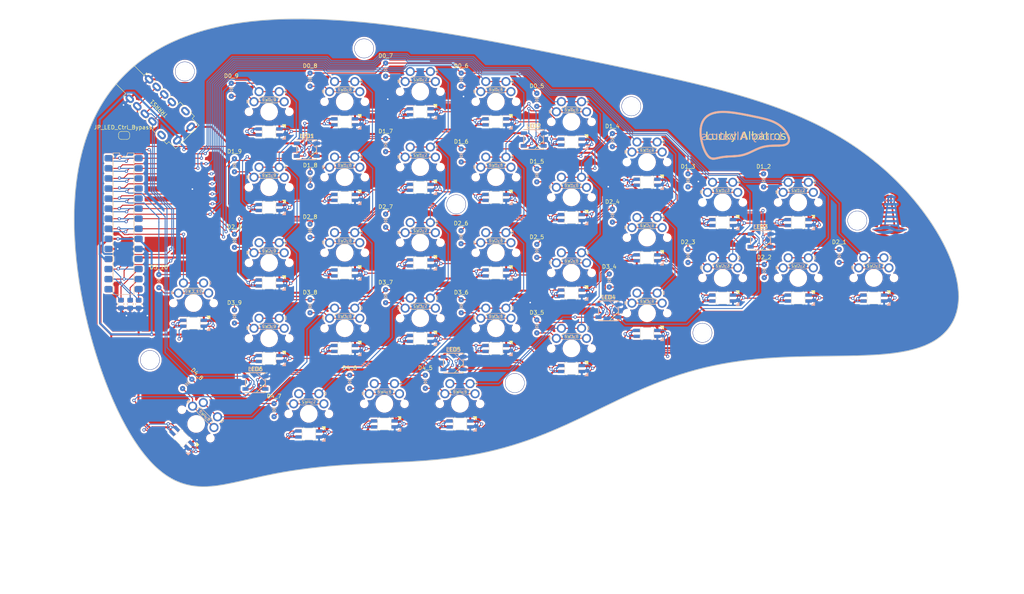
<source format=kicad_pcb>
(kicad_pcb (version 20240108) (generator "pcbnew") (generator_version "8.0")
  (layers (0 "F.Cu" signal) (31 "B.Cu" signal) (34 "B.Paste" user) (35 "F.Paste" user) (36 "B.SilkS" user "B.Silkscreen") (37 "F.SilkS" user "F.Silkscreen") (38 "B.Mask" user) (39 "F.Mask" user) (44 "Edge.Cuts" user))
  (net 0 "")
  (net 1 "VCC")
  (net 2 "GND")
  (net 3 "LED_Ctrl")
  (net 4 "Net-(D0_5-A)")
  (net 5 "Net-(D0_6-A)")
  (net 6 "Net-(D0_7-A)")
  (net 7 "Net-(D0_8-A)")
  (net 8 "Net-(D0_9-A)")
  (net 9 "Row3")
  (net 10 "Net-(D1_2-A)")
  (net 11 "Row4")
  (net 12 "Net-(D1_3-A)")
  (net 13 "Net-(D1_4-A)")
  (net 14 "Net-(D1_5-A)")
  (net 15 "Net-(D1_6-A)")
  (net 16 "Net-(D1_7-A)")
  (net 17 "Net-(D1_8-A)")
  (net 18 "Row0")
  (net 19 "Net-(D1_9-A)")
  (net 20 "Row1")
  (net 21 "Net-(D2_1-A)")
  (net 22 "Row2")
  (net 23 "Net-(D2_2-A)")
  (net 24 "Net-(D2_3-A)")
  (net 25 "Net-(D2_4-A)")
  (net 26 "Net-(D2_5-A)")
  (net 27 "Net-(D2_6-A)")
  (net 28 "Net-(D2_7-A)")
  (net 29 "I2C_SCL")
  (net 30 "I2C_SDA")
  (net 31 "Net-(D2_8-A)")
  (net 32 "Net-(D2_9-A)")
  (net 33 "Net-(D3_4-A)")
  (net 34 "Col0")
  (net 35 "Col1")
  (net 36 "Col2")
  (net 37 "Col3")
  (net 38 "Col4")
  (net 39 "Col5")
  (net 40 "Col6")
  (net 41 "Net-(D3_5-A)")
  (net 42 "Net-(D3_6-A)")
  (net 43 "Net-(D3_7-A)")
  (net 44 "Net-(D3_8-A)")
  (net 45 "Net-(D3_9-A)")
  (net 46 "Net-(D3_10-A)")
  (net 47 "Net-(D4_5-A)")
  (net 48 "Net-(D4_6-A)")
  (net 49 "Net-(D4_7-A)")
  (net 50 "Net-(D4_8-A)")
  (net 51 "Net-(JP_LED_Ctrl_BypassUG1-A)")
  (net 52 "Net-(LED0_5-DOUT)")
  (net 53 "Net-(LED0_5-DIN)")
  (net 54 "Net-(LED0_6-DOUT)")
  (net 55 "Net-(LED0_7-DOUT)")
  (net 56 "Net-(LED0_8-DOUT)")
  (net 57 "unconnected-(LED0_9-DOUT-Pad2)")
  (net 58 "Net-(LED1-DOUT)")
  (net 59 "Net-(LED1_2-DOUT)")
  (net 60 "Net-(LED1_2-DIN)")
  (net 61 "Net-(LED1_3-DOUT)")
  (net 62 "Net-(LED1_4-DOUT)")
  (net 63 "Net-(LED1_5-DOUT)")
  (net 64 "Net-(LED1_6-DOUT)")
  (net 65 "Net-(LED1_7-DOUT)")
  (net 66 "Net-(LED1_8-DOUT)")
  (net 67 "Net-(LED2-DOUT)")
  (net 68 "Net-(LED2_1-DOUT)")
  (net 69 "Net-(LED2_1-DIN)")
  (net 70 "Net-(LED2_2-DOUT)")
  (net 71 "Net-(LED2_3-DOUT)")
  (net 72 "Net-(LED2_4-DOUT)")
  (net 73 "Net-(LED2_5-DOUT)")
  (net 74 "Net-(LED2_6-DOUT)")
  (net 75 "Net-(LED2_7-DOUT)")
  (net 76 "Net-(LED2_8-DOUT)")
  (net 77 "Net-(LED3-DOUT)")
  (net 78 "Net-(LED3_4-DOUT)")
  (net 79 "Net-(LED3_4-DIN)")
  (net 80 "Net-(LED3_5-DOUT)")
  (net 81 "Net-(LED3_6-DOUT)")
  (net 82 "Net-(LED3_7-DOUT)")
  (net 83 "Net-(LED3_8-DOUT)")
  (net 84 "Net-(LED3_10-DIN)")
  (net 85 "Net-(LED4-DOUT)")
  (net 86 "Net-(LED4_5-DOUT)")
  (net 87 "Net-(LED4_6-DOUT)")
  (net 88 "Net-(LED4_7-DOUT)")
  (net 89 "Net-(LED5-DOUT)")
  (net 98 "Col7")
  (net 99 "Col8")
  (net 100 "Col9")
  (net 101 "Col10")
  (net 102 "Net-(U_right_1-A2)")
  (net 103 "Net-(U_right_1-A1)")
  (net 104 "Net-(U_right_1-A0)")
  (net 105 "Net-(U_left_1-A2)")
  (net 106 "Net-(U_left_1-A1)")
  (net 107 "Net-(U_left_1-A0)")
  (footprint "Switch_Footprints:MX_lss_100U_doubleSided" (layer "F.Cu") (at 123.19 43.18)
    (property "Reference" "SW0_6")
    (property "Value" "SW_Push")
  )
  (footprint "Keyboard_Components:Throughhole_Standoff" (layer "F.Cu") (at 113.2 69.05)
    (property "Reference" "H3" (hide yes))
    (property "Value" "MountingHole")
  )
  (footprint "Keyboard_Components:SK6812MiniE_MX_Addon" (layer "F.Cu") (at 123.19 81.28)
    (property "Reference" "LED2_6")
    (property "Value" "SK6812MINI")
    (fp_line (start -1.699999 5.782841) (end -1.699999 4.377157) (stroke (width 0.1)) (layer "Edge.Cuts"))
    (fp_line (start -0.794452 3.58) (end 0.794453 3.58) (stroke (width 0.1)) (layer "Edge.Cuts"))
    (fp_line (start 0.794452 6.579999) (end -0.794452 6.579999) (stroke (width 0.1)) (layer "Edge.Cuts"))
    (fp_line (start 1.699999 4.377157) (end 1.699999 5.782841) (stroke (width 0.1)) (layer "Edge.Cuts"))
    (fp_arc (start -1.749484 4.160279) (mid -1.712527 4.265931) (end -1.699999 4.377157) (stroke (width 0.1)) (layer "Edge.Cuts"))
    (fp_arc (start -1.749484 4.160279) (mid -1.638071 3.575964) (end -1.046711 3.5117) (stroke (width 0.1)) (layer "Edge.Cuts"))
    (fp_arc (start -1.699999 5.782842) (mid -1.712527 5.894067) (end -1.749484 5.999719) (stroke (width 0.1)) (layer "Edge.Cuts"))
    (fp_arc (start -1.046711 6.648296) (mid -1.63807 6.584033) (end -1.749484 5.999719) (stroke (width 0.1)) (layer "Edge.Cuts"))
    (fp_arc (start -1.04671 6.648298) (mid -0.925122 6.597376) (end -0.794452 6.579999) (stroke (width 0.1)) (layer "Edge.Cuts"))
    (fp_arc (start -0.794453 3.579999) (mid -0.925123 3.562622) (end -1.046711 3.5117) (stroke (width 0.1)) (layer "Edge.Cuts"))
    (fp_arc (start 0.794452 6.579999) (mid 0.925123 6.597376) (end 1.046711 6.648298) (stroke (width 0.1)) (layer "Edge.Cuts"))
    (fp_arc (start 1.046711 3.511701) (mid 0.925123 3.562623) (end 0.794453 3.58) (stroke (width 0.1)) (layer "Edge.Cuts"))
    (fp_arc (start 1.046711 3.511701) (mid 1.638071 3.575964) (end 1.749484 4.160279) (stroke (width 0.1)) (layer "Edge.Cuts"))
    (fp_arc (start 1.699999 4.377156) (mid 1.712526 4.26593) (end 1.749484 4.160279) (stroke (width 0.1)) (layer "Edge.Cuts"))
    (fp_arc (start 1.749484 5.999718) (mid 1.638072 6.584034) (end 1.046711 6.648298) (stroke (width 0.1)) (layer "Edge.Cuts"))
    (fp_arc (start 1.749484 5.999719) (mid 1.712511 5.89407) (end 1.699999 5.782841) (stroke (width 0.1)) (layer "Edge.Cuts"))
  )
  (footprint "Switch_Footprints:MX_lss_100U_doubleSided" (layer "F.Cu") (at 180.34 87.63)
    (property "Reference" "SW2_3")
    (property "Value" "SW_Push")
  )
  (footprint "Keyboard_Components:WS2812B_doublesided" (layer "F.Cu") (at 62.59 114.04)
    (property "Reference" "LED6")
    (property "Value" "WS2812B" (hide yes))
  )
  (footprint "Switch_Footprints:MX_lss_100U_doubleSided" (layer "F.Cu") (at 123.19 81.28)
    (property "Reference" "SW2_6")
    (property "Value" "SW_Push")
  )
  (footprint "Keyboard_Components:Diode_SMD_Round_Pads" (layer "F.Cu") (at 76.35875 94.77375)
    (property "Reference" "D3_8")
    (property "Value" "D_Small")
  )
  (footprint "Keyboard_Components:LuckyAlbatros_logo" (layer "F.Cu") (at 184.54 52.24)
    (property "Reference" "REF**" (hide yes))
    (property "Value" "LuckyAlbatros_logo")
  )
  (footprint "Keyboard_Components:SK6812MiniE_MX_Addon" (layer "F.Cu") (at 104.14 40.64)
    (property "Reference" "LED0_7")
    (property "Value" "SK6812MINI")
    (fp_line (start -1.699999 5.782841) (end -1.699999 4.377157) (stroke (width 0.1)) (layer "Edge.Cuts"))
    (fp_line (start -0.794452 3.58) (end 0.794453 3.58) (stroke (width 0.1)) (layer "Edge.Cuts"))
    (fp_line (start 0.794452 6.579999) (end -0.794452 6.579999) (stroke (width 0.1)) (layer "Edge.Cuts"))
    (fp_line (start 1.699999 4.377157) (end 1.699999 5.782841) (stroke (width 0.1)) (layer "Edge.Cuts"))
    (fp_arc (start -1.749484 4.160279) (mid -1.712527 4.265931) (end -1.699999 4.377157) (stroke (width 0.1)) (layer "Edge.Cuts"))
    (fp_arc (start -1.749484 4.160279) (mid -1.638071 3.575964) (end -1.046711 3.5117) (stroke (width 0.1)) (layer "Edge.Cuts"))
    (fp_arc (start -1.699999 5.782842) (mid -1.712527 5.894067) (end -1.749484 5.999719) (stroke (width 0.1)) (layer "Edge.Cuts"))
    (fp_arc (start -1.046711 6.648296) (mid -1.63807 6.584033) (end -1.749484 5.999719) (stroke (width 0.1)) (layer "Edge.Cuts"))
    (fp_arc (start -1.04671 6.648298) (mid -0.925122 6.597376) (end -0.794452 6.579999) (stroke (width 0.1)) (layer "Edge.Cuts"))
    (fp_arc (start -0.794453 3.579999) (mid -0.925123 3.562622) (end -1.046711 3.5117) (stroke (width 0.1)) (layer "Edge.Cuts"))
    (fp_arc (start 0.794452 6.579999) (mid 0.925123 6.597376) (end 1.046711 6.648298) (stroke (width 0.1)) (layer "Edge.Cuts"))
    (fp_arc (start 1.046711 3.511701) (mid 0.925123 3.562623) (end 0.794453 3.58) (stroke (width 0.1)) (layer "Edge.Cuts"))
    (fp_arc (start 1.046711 3.511701) (mid 1.638071 3.575964) (end 1.749484 4.160279) (stroke (width 0.1)) (layer "Edge.Cuts"))
    (fp_arc (start 1.699999 4.377156) (mid 1.712526 4.26593) (end 1.749484 4.160279) (stroke (width 0.1)) (layer "Edge.Cuts"))
    (fp_arc (start 1.749484 5.999718) (mid 1.638072 6.584034) (end 1.046711 6.648298) (stroke (width 0.1)) (layer "Edge.Cuts"))
    (fp_arc (start 1.749484 5.999719) (mid 1.712511 5.89407) (end 1.699999 5.782841) (stroke (width 0.1)) (layer "Edge.Cuts"))
  )
  (footprint "Keyboard_Components:SK6812MiniE_MX_Addon" (layer "F.Cu") (at 142.24 67.31)
    (property "Reference" "LED1_5")
    (property "Value" "SK6812MINI")
    (fp_line (start -1.699999 5.782841) (end -1.699999 4.377157) (stroke (width 0.1)) (layer "Edge.Cuts"))
    (fp_line (start -0.794452 3.58) (end 0.794453 3.58) (stroke (width 0.1)) (layer "Edge.Cuts"))
    (fp_line (start 0.794452 6.579999) (end -0.794452 6.579999) (stroke (width 0.1)) (layer "Edge.Cuts"))
    (fp_line (start 1.699999 4.377157) (end 1.699999 5.782841) (stroke (width 0.1)) (layer "Edge.Cuts"))
    (fp_arc (start -1.749484 4.160279) (mid -1.712527 4.265931) (end -1.699999 4.377157) (stroke (width 0.1)) (layer "Edge.Cuts"))
    (fp_arc (start -1.749484 4.160279) (mid -1.638071 3.575964) (end -1.046711 3.5117) (stroke (width 0.1)) (layer "Edge.Cuts"))
    (fp_arc (start -1.699999 5.782842) (mid -1.712527 5.894067) (end -1.749484 5.999719) (stroke (width 0.1)) (layer "Edge.Cuts"))
    (fp_arc (start -1.046711 6.648296) (mid -1.63807 6.584033) (end -1.749484 5.999719) (stroke (width 0.1)) (layer "Edge.Cuts"))
    (fp_arc (start -1.04671 6.648298) (mid -0.925122 6.597376) (end -0.794452 6.579999) (stroke (width 0.1)) (layer "Edge.Cuts"))
    (fp_arc (start -0.794453 3.579999) (mid -0.925123 3.562622) (end -1.046711 3.5117) (stroke (width 0.1)) (layer "Edge.Cuts"))
    (fp_arc (start 0.794452 6.579999) (mid 0.925123 6.597376) (end 1.046711 6.648298) (stroke (width 0.1)) (layer "Edge.Cuts"))
    (fp_arc (start 1.046711 3.511701) (mid 0.925123 3.562623) (end 0.794453 3.58) (stroke (width 0.1)) (layer "Edge.Cuts"))
    (fp_arc (start 1.046711 3.511701) (mid 1.638071 3.575964) (end 1.749484 4.160279) (stroke (width 0.1)) (layer "Edge.Cuts"))
    (fp_arc (start 1.699999 4.377156) (mid 1.712526 4.26593) (end 1.749484 4.160279) (stroke (width 0.1)) (layer "Edge.Cuts"))
    (fp_arc (start 1.749484 5.999718) (mid 1.638072 6.584034) (end 1.046711 6.648298) (stroke (width 0.1)) (layer "Edge.Cuts"))
    (fp_arc (start 1.749484 5.999719) (mid 1.712511 5.89407) (end 1.699999 5.782841) (stroke (width 0.1)) (layer "Edge.Cuts"))
  )
  (footprint "Resistor_SMD:R_0805_2012Metric_Pad1.20x1.40mm_HandSolder" (layer "F.Cu") (at 31.03 94.25 90)
    (property "Reference" "R2" (hide yes))
    (property "Value" "R10K" (hide yes))
  )
  (footprint "Switch_Footprints:MX_lss_100U_doubleSided" (layer "F.Cu") (at 85.09 100.33)
    (property "Reference" "SW3_8")
    (property "Value" "SW_Push")
  )
  (footprint "Keyboard_Components:SK6812MiniE_MX_Addon" (layer "F.Cu") (at 199.39 87.63)
    (property "Reference" "LED2_2")
    (property "Value" "SK6812MINI")
    (fp_line (start -1.699999 5.782841) (end -1.699999 4.377157) (stroke (width 0.1)) (layer "Edge.Cuts"))
    (fp_line (start -0.794452 3.58) (end 0.794453 3.58) (stroke (width 0.1)) (layer "Edge.Cuts"))
    (fp_line (start 0.794452 6.579999) (end -0.794452 6.579999) (stroke (width 0.1)) (layer "Edge.Cuts"))
    (fp_line (start 1.699999 4.377157) (end 1.699999 5.782841) (stroke (width 0.1)) (layer "Edge.Cuts"))
    (fp_arc (start -1.749484 4.160279) (mid -1.712527 4.265931) (end -1.699999 4.377157) (stroke (width 0.1)) (layer "Edge.Cuts"))
    (fp_arc (start -1.749484 4.160279) (mid -1.638071 3.575964) (end -1.046711 3.5117) (stroke (width 0.1)) (layer "Edge.Cuts"))
    (fp_arc (start -1.699999 5.782842) (mid -1.712527 5.894067) (end -1.749484 5.999719) (stroke (width 0.1)) (layer "Edge.Cuts"))
    (fp_arc (start -1.046711 6.648296) (mid -1.63807 6.584033) (end -1.749484 5.999719) (stroke (width 0.1)) (layer "Edge.Cuts"))
    (fp_arc (start -1.04671 6.648298) (mid -0.925122 6.597376) (end -0.794452 6.579999) (stroke (width 0.1)) (layer "Edge.Cuts"))
    (fp_arc (start -0.794453 3.579999) (mid -0.925123 3.562622) (end -1.046711 3.5117) (stroke (width 0.1)) (layer "Edge.Cuts"))
    (fp_arc (start 0.794452 6.579999) (mid 0.925123 6.597376) (end 1.046711 6.648298) (stroke (width 0.1)) (layer "Edge.Cuts"))
    (fp_arc (start 1.046711 3.511701) (mid 0.925123 3.562623) (end 0.794453 3.58) (stroke (width 0.1)) (layer "Edge.Cuts"))
    (fp_arc (start 1.046711 3.511701) (mid 1.638071 3.575964) (end 1.749484 4.160279) (stroke (width 0.1)) (layer "Edge.Cuts"))
    (fp_arc (start 1.699999 4.377156) (mid 1.712526 4.26593) (end 1.749484 4.160279) (stroke (width 0.1)) (layer "Edge.Cuts"))
    (fp_arc (start 1.749484 5.999718) (mid 1.638072 6.584034) (end 1.046711 6.648298) (stroke (width 0.1)) (layer "Edge.Cuts"))
    (fp_arc (start 1.749484 5.999719) (mid 1.712511 5.89407) (end 1.699999 5.782841) (stroke (width 0.1)) (layer "Edge.Cuts"))
  )
  (footprint "Keyboard_Components:Diode_SMD_Round_Pads" (layer "F.Cu") (at 45.410609 114.357212 -45)
    (property "Reference" "D4_8")
    (property "Value" "D_Small")
  )
  (footprint "Switch_Footprints:MX_lss_100U_doubleSided" (layer "F.Cu") (at 104.14 40.64)
    (property "Reference" "SW0_7")
    (property "Value" "SW_Push")
  )
  (footprint "Keyboard_Components:Diode_SMD_Round_Pads" (layer "F.Cu") (at 114.45875 94.77375)
    (property "Reference" "D3_6")
    (property "Value" "D_Small")
  )
  (footprint "Keyboard_Components:SK6812MiniE_MX_Addon" (layer "F.Cu") (at 66.04 45.72)
    (property "Reference" "LED0_9")
    (property "Value" "SK6812MINI")
    (fp_line (start -1.699999 5.782841) (end -1.699999 4.377157) (stroke (width 0.1)) (layer "Edge.Cuts"))
    (fp_line (start -0.794452 3.58) (end 0.794453 3.58) (stroke (width 0.1)) (layer "Edge.Cuts"))
    (fp_line (start 0.794452 6.579999) (end -0.794452 6.579999) (stroke (width 0.1)) (layer "Edge.Cuts"))
    (fp_line (start 1.699999 4.377157) (end 1.699999 5.782841) (stroke (width 0.1)) (layer "Edge.Cuts"))
    (fp_arc (start -1.749484 4.160279) (mid -1.712527 4.265931) (end -1.699999 4.377157) (stroke (width 0.1)) (layer "Edge.Cuts"))
    (fp_arc (start -1.749484 4.160279) (mid -1.638071 3.575964) (end -1.046711 3.5117) (stroke (width 0.1)) (layer "Edge.Cuts"))
    (fp_arc (start -1.699999 5.782842) (mid -1.712527 5.894067) (end -1.749484 5.999719) (stroke (width 0.1)) (layer "Edge.Cuts"))
    (fp_arc (start -1.046711 6.648296) (mid -1.63807 6.584033) (end -1.749484 5.999719) (stroke (width 0.1)) (layer "Edge.Cuts"))
    (fp_arc (start -1.04671 6.648298) (mid -0.925122 6.597376) (end -0.794452 6.579999) (stroke (width 0.1)) (layer "Edge.Cuts"))
    (fp_arc (start -0.794453 3.579999) (mid -0.925123 3.562622) (end -1.046711 3.5117) (stroke (width 0.1)) (layer "Edge.Cuts"))
    (fp_arc (start 0.794452 6.579999) (mid 0.925123 6.597376) (end 1.046711 6.648298) (stroke (width 0.1)) (layer "Edge.Cuts"))
    (fp_arc (start 1.046711 3.511701) (mid 0.925123 3.562623) (end 0.794453 3.58) (stroke (width 0.1)) (layer "Edge.Cuts"))
    (fp_arc (start 1.046711 3.511701) (mid 1.638071 3.575964) (end 1.749484 4.160279) (stroke (width 0.1)) (layer "Edge.Cuts"))
    (fp_arc (start 1.699999 4.377156) (mid 1.712526 4.26593) (end 1.749484 4.160279) (stroke (width 0.1)) (layer "Edge.Cuts"))
    (fp_arc (start 1.749484 5.999718) (mid 1.638072 6.584034) (end 1.046711 6.648298) (stroke (width 0.1)) (layer "Edge.Cuts"))
    (fp_arc (start 1.749484 5.999719) (mid 1.712511 5.89407) (end 1.699999 5.782841) (stroke (width 0.1)) (layer "Edge.Cuts"))
  )
  (footprint "Keyboard_Components:Diode_SMD_Round_Pads" (layer "F.Cu") (at 190.82 85.9)
    (property "Reference" "D2_2")
    (property "Value" "D_Small")
  )
  (footprint "Switch_Footprints:MX_lss_100U_doubleSided" (layer "F.Cu") (at 218.44 87.63)
    (property "Reference" "SW2_1")
    (property "Value" "SW_Push")
  )
  (footprint "Keyboard_Components:Diode_SMD_Round_Pads" (layer "F.Cu") (at 95.40875 54.13375)
    (property "Reference" "D1_7")
    (property "Value" "D_Small")
  )
  (footprint "Keyboard_Components:Diode_SMD_Round_Pads" (layer "F.Cu") (at 171.60875 82.07375)
    (property "Reference" "D2_3")
    (property "Value" "D_Small")
  )
  (footprint "Keyboard_Components:SK6812MiniE_MX_Addon" (layer "F.Cu") (at 142.24 86.36)
    (property "Reference" "LED2_5")
    (property "Value" "SK6812MINI")
    (fp_line (start -1.699999 5.782841) (end -1.699999 4.377157) (stroke (width 0.1)) (layer "Edge.Cuts"))
    (fp_line (start -0.794452 3.58) (end 0.794453 3.58) (stroke (width 0.1)) (layer "Edge.Cuts"))
    (fp_line (start 0.794452 6.579999) (end -0.794452 6.579999) (stroke (width 0.1)) (layer "Edge.Cuts"))
    (fp_line (start 1.699999 4.377157) (end 1.699999 5.782841) (stroke (width 0.1)) (layer "Edge.Cuts"))
    (fp_arc (start -1.749484 4.160279) (mid -1.712527 4.265931) (end -1.699999 4.377157) (stroke (width 0.1)) (layer "Edge.Cuts"))
    (fp_arc (start -1.749484 4.160279) (mid -1.638071 3.575964) (end -1.046711 3.5117) (stroke (width 0.1)) (layer "Edge.Cuts"))
    (fp_arc (start -1.699999 5.782842) (mid -1.712527 5.894067) (end -1.749484 5.999719) (stroke (width 0.1)) (layer "Edge.Cuts"))
    (fp_arc (start -1.046711 6.648296) (mid -1.63807 6.584033) (end -1.749484 5.999719) (stroke (width 0.1)) (layer "Edge.Cuts"))
    (fp_arc (start -1.04671 6.648298) (mid -0.925122 6.597376) (end -0.794452 6.579999) (stroke (width 0.1)) (layer "Edge.Cuts"))
    (fp_arc (start -0.794453 3.579999) (mid -0.925123 3.562622) (end -1.046711 3.5117) (stroke (width 0.1)) (layer "Edge.Cuts"))
    (fp_arc (start 0.794452 6.579999) (mid 0.925123 6.597376) (end 1.046711 6.648298) (stroke (width 0.1)) (layer "Edge.Cuts"))
    (fp_arc (start 1.046711 3.511701) (mid 0.925123 3.562623) (end 0.794453 3.58) (stroke (width 0.1)) (layer "Edge.Cuts"))
    (fp_arc (start 1.046711 3.511701) (mid 1.638071 3.575964) (end 1.749484 4.160279) (stroke (width 0.1)) (layer "Edge.Cuts"))
    (fp_arc (start 1.699999 4.377156) (mid 1.712526 4.26593) (end 1.749484 4.160279) (stroke (width 0.1)) (layer "Edge.Cuts"))
    (fp_arc (start 1.749484 5.999718) (mid 1.638072 6.584034) (end 1.046711 6.648298) (stroke (width 0.1)) (layer "Edge.Cuts"))
    (fp_arc (start 1.749484 5.999719) (mid 1.712511 5.89407) (end 1.699999 5.782841) (stroke (width 0.1)) (layer "Edge.Cuts"))
  )
  (footprint "Switch_Footprints:MX_lss_100U_doubleSided" (layer "F.Cu") (at 142.24 48.26)
    (property "Reference" "SW0_5")
    (property "Value" "SW_Push")
  )
  (footprint "Keyboard_Components:Diode_SMD_Round_Pads" (layer "F.Cu") (at 95.40875 73.18375)
    (property "Reference" "D2_7")
    (property "Value" "D_Small")
  )
  (footprint "Keyboard_Components:Throughhole_Standoff" (layer "F.Cu") (at 127.96 114.13)
    (property "Reference" "H4" (hide yes))
    (property "Value" "MountingHole")
  )
  (footprint "Switch_Footprints:MX_lss_100U_doubleSided" (layer "F.Cu") (at 161.29 77.47)
    (property "Reference" "SW2_4")
    (property "Value" "SW_Push")
  )
  (footprint "Keyboard_Components:SK6812MiniE_MX_Addon" (layer "F.Cu") (at 85.09 43.18)
    (property "Reference" "LED0_8")
    (property "Value" "SK6812MINI")
    (fp_line (start -1.699999 5.782841) (end -1.699999 4.377157) (stroke (width 0.1)) (layer "Edge.Cuts"))
    (fp_line (start -0.794452 3.58) (end 0.794453 3.58) (stroke (width 0.1)) (layer "Edge.Cuts"))
    (fp_line (start 0.794452 6.579999) (end -0.794452 6.579999) (stroke (width 0.1)) (layer "Edge.Cuts"))
    (fp_line (start 1.699999 4.377157) (end 1.699999 5.782841) (stroke (width 0.1)) (layer "Edge.Cuts"))
    (fp_arc (start -1.749484 4.160279) (mid -1.712527 4.265931) (end -1.699999 4.377157) (stroke (width 0.1)) (layer "Edge.Cuts"))
    (fp_arc (start -1.749484 4.160279) (mid -1.638071 3.575964) (end -1.046711 3.5117) (stroke (width 0.1)) (layer "Edge.Cuts"))
    (fp_arc (start -1.699999 5.782842) (mid -1.712527 5.894067) (end -1.749484 5.999719) (stroke (width 0.1)) (layer "Edge.Cuts"))
    (fp_arc (start -1.046711 6.648296) (mid -1.63807 6.584033) (end -1.749484 5.999719) (stroke (width 0.1)) (layer "Edge.Cuts"))
    (fp_arc (start -1.04671 6.648298) (mid -0.925122 6.597376) (end -0.794452 6.579999) (stroke (width 0.1)) (layer "Edge.Cuts"))
    (fp_arc (start -0.794453 3.579999) (mid -0.925123 3.562622) (end -1.046711 3.5117) (stroke (width 0.1)) (layer "Edge.Cuts"))
    (fp_arc (start 0.794452 6.579999) (mid 0.925123 6.597376) (end 1.046711 6.648298) (stroke (width 0.1)) (layer "Edge.Cuts"))
    (fp_arc (start 1.046711 3.511701) (mid 0.925123 3.562623) (end 0.794453 3.58) (stroke (width 0.1)) (layer "Edge.Cuts"))
    (fp_arc (start 1.046711 3.511701) (mid 1.638071 3.575964) (end 1.749484 4.160279) (stroke (width 0.1)) (layer "Edge.Cuts"))
    (fp_arc (start 1.699999 4.377156) (mid 1.712526 4.26593) (end 1.749484 4.160279) (stroke (width 0.1)) (layer "Edge.Cuts"))
    (fp_arc (start 1.749484 5.999718) (mid 1.638072 6.584034) (end 1.046711 6.648298) (stroke (width 0.1)) (layer "Edge.Cuts"))
    (fp_arc (start 1.749484 5.999719) (mid 1.712511 5.89407) (end 1.699999 5.782841) (stroke (width 0.1)) (layer "Edge.Cuts"))
  )
  (footprint "Keyboard_Components:SK6812MiniE_MX_Addon" (layer "F.Cu") (at 104.14 97.79)
    (property "Reference" "LED3_7")
    (property "Value" "SK6812MINI")
    (fp_line (start -1.699999 5.782841) (end -1.699999 4.377157) (stroke (width 0.1)) (layer "Edge.Cuts"))
    (fp_line (start -0.794452 3.58) (end 0.794453 3.58) (stroke (width 0.1)) (layer "Edge.Cuts"))
    (fp_line (start 0.794452 6.579999) (end -0.794452 6.579999) (stroke (width 0.1)) (layer "Edge.Cuts"))
    (fp_line (start 1.699999 4.377157) (end 1.699999 5.782841) (stroke (width 0.1)) (layer "Edge.Cuts"))
    (fp_arc (start -1.749484 4.160279) (mid -1.712527 4.265931) (end -1.699999 4.377157) (stroke (width 0.1)) (layer "Edge.Cuts"))
    (fp_arc (start -1.749484 4.160279) (mid -1.638071 3.575964) (end -1.046711 3.5117) (stroke (width 0.1)) (layer "Edge.Cuts"))
    (fp_arc (start -1.699999 5.782842) (mid -1.712527 5.894067) (end -1.749484 5.999719) (stroke (width 0.1)) (layer "Edge.Cuts"))
    (fp_arc (start -1.046711 6.648296) (mid -1.63807 6.584033) (end -1.749484 5.999719) (stroke (width 0.1)) (layer "Edge.Cuts"))
    (fp_arc (start -1.04671 6.648298) (mid -0.925122 6.597376) (end -0.794452 6.579999) (stroke (width 0.1)) (layer "Edge.Cuts"))
    (fp_arc (start -0.794453 3.579999) (mid -0.925123 3.562622) (end -1.046711 3.5117) (stroke (width 0.1)) (layer "Edge.Cuts"))
    (fp_arc (start 0.794452 6.579999) (mid 0.925123 6.597376) (end 1.046711 6.648298) (stroke (width 0.1)) (layer "Edge.Cuts"))
    (fp_arc (start 1.046711 3.511701) (mid 0.925123 3.562623) (end 0.794453 3.58) (stroke (width 0.1)) (layer "Edge.Cuts"))
    (fp_arc (start 1.046711 3.511701) (mid 1.638071 3.575964) (end 1.749484 4.160279) (stroke (width 0.1)) (layer "Edge.Cuts"))
    (fp_arc (start 1.699999 4.377156) (mid 1.712526 4.26593) (end 1.749484 4.160279) (stroke (width 0.1)) (layer "Edge.Cuts"))
    (fp_arc (start 1.749484 5.999718) (mid 1.638072 6.584034) (end 1.046711 6.648298) (stroke (width 0.1)) (layer "Edge.Cuts"))
    (fp_arc (start 1.749484 5.999719) (mid 1.712511 5.89407) (end 1.699999 5.782841) (stroke (width 0.1)) (layer "Edge.Cuts"))
  )
  (footprint "Switch_Footprints:MX_lss_100U_doubleSided" (layer "F.Cu") (at 66.04 45.72)
    (property "Reference" "SW0_9")
    (property "Value" "SW_Push")
  )
  (footprint "Keyboard_Components:Diode_SMD_Round_Pads" (layer "F.Cu") (at 56.515 40.16375)
    (property "Reference" "D0_9")
    (property "Value" "D_Small")
  )
  (footprint "Keyboard_Components:Diode_SMD_Round_Pads" (layer "F.Cu") (at 86.36 113.82375)
    (property "Reference" "D4_6")
    (property "Value" "D_Small")
  )
  (footprint "Keyboard_Components:SK6812MiniE_MX_Addon" (layer "F.Cu") (at 85.09 62.23)
    (property "Reference" "LED1_8")
    (property "Value" "SK6812MINI")
    (fp_line (start -1.699999 5.782841) (end -1.699999 4.377157) (stroke (width 0.1)) (layer "Edge.Cuts"))
    (fp_line (start -0.794452 3.58) (end 0.794453 3.58) (stroke (width 0.1)) (layer "Edge.Cuts"))
    (fp_line (start 0.794452 6.579999) (end -0.794452 6.579999) (stroke (width 0.1)) (layer "Edge.Cuts"))
    (fp_line (start 1.699999 4.377157) (end 1.699999 5.782841) (stroke (width 0.1)) (layer "Edge.Cuts"))
    (fp_arc (start -1.749484 4.160279) (mid -1.712527 4.265931) (end -1.699999 4.377157) (stroke (width 0.1)) (layer "Edge.Cuts"))
    (fp_arc (start -1.749484 4.160279) (mid -1.638071 3.575964) (end -1.046711 3.5117) (stroke (width 0.1)) (layer "Edge.Cuts"))
    (fp_arc (start -1.699999 5.782842) (mid -1.712527 5.894067) (end -1.749484 5.999719) (stroke (width 0.1)) (layer "Edge.Cuts"))
    (fp_arc (start -1.046711 6.648296) (mid -1.63807 6.584033) (end -1.749484 5.999719) (stroke (width 0.1)) (layer "Edge.Cuts"))
    (fp_arc (start -1.04671 6.648298) (mid -0.925122 6.597376) (end -0.794452 6.579999) (stroke (width 0.1)) (layer "Edge.Cuts"))
    (fp_arc (start -0.794453 3.579999) (mid -0.925123 3.562622) (end -1.046711 3.5117) (stroke (width 0.1)) (layer "Edge.Cuts"))
    (fp_arc (start 0.794452 6.579999) (mid 0.925123 6.597376) (end 1.046711 6.648298) (stroke (width 0.1)) (layer "Edge.Cuts"))
    (fp_arc (start 1.046711 3.511701) (mid 0.925123 3.562623) (end 0.794453 3.58) (stroke (width 0.1)) (layer "Edge.Cuts"))
    (fp_arc (start 1.046711 3.511701) (mid 1.638071 3.575964) (end 1.749484 4.160279) (stroke (width 0.1)) (layer "Edge.Cuts"))
    (fp_arc (start 1.699999 4.377156) (mid 1.712526 4.26593) (end 1.749484 4.160279) (stroke (width 0.1)) (layer "Edge.Cuts"))
    (fp_arc (start 1.749484 5.999718) (mid 1.638072 6.584034) (end 1.046711 6.648298) (stroke (width 0.1)) (layer "Edge.Cuts"))
    (fp_arc (start 1.749484 5.999719) (mid 1.712511 5.89407) (end 1.699999 5.782841) (stroke (width 0.1)) (layer "Edge.Cuts"))
  )
  (footprint "Switch_Footprints:MX_lss_100U_doubleSided" (layer "F.Cu") (at 161.29 96.52)
    (property "Reference" "SW3_4")
    (property "Value" "SW_Push")
  )
  (footprint "Keyboard_Components:SK6812MiniE_MX_Addon" (layer "F.Cu") (at 114.14125 119.38)
    (property "Reference" "LED4_5")
    (property "Value" "SK6812MINI")
    (fp_line (start -1.699999 5.782841) (end -1.699999 4.377157) (stroke (width 0.1)) (layer "Edge.Cuts"))
    (fp_line (start -0.794452 3.58) (end 0.794453 3.58) (stroke (width 0.1)) (layer "Edge.Cuts"))
    (fp_line (start 0.794452 6.579999) (end -0.794452 6.579999) (stroke (width 0.1)) (layer "Edge.Cuts"))
    (fp_line (start 1.699999 4.377157) (end 1.699999 5.782841) (stroke (width 0.1)) (layer "Edge.Cuts"))
    (fp_arc (start -1.749484 4.160279) (mid -1.712527 4.265931) (end -1.699999 4.377157) (stroke (width 0.1)) (layer "Edge.Cuts"))
    (fp_arc (start -1.749484 4.160279) (mid -1.638071 3.575964) (end -1.046711 3.5117) (stroke (width 0.1)) (layer "Edge.Cuts"))
    (fp_arc (start -1.699999 5.782842) (mid -1.712527 5.894067) (end -1.749484 5.999719) (stroke (width 0.1)) (layer "Edge.Cuts"))
    (fp_arc (start -1.046711 6.648296) (mid -1.63807 6.584033) (end -1.749484 5.999719) (stroke (width 0.1)) (layer "Edge.Cuts"))
    (fp_arc (start -1.04671 6.648298) (mid -0.925122 6.597376) (end -0.794452 6.579999) (stroke (width 0.1)) (layer "Edge.Cuts"))
    (fp_arc (start -0.794453 3.579999) (mid -0.925123 3.562622) (end -1.046711 3.5117) (stroke (width 0.1)) (layer "Edge.Cuts"))
    (fp_arc (start 0.794452 6.579999) (mid 0.925123 6.597376) (end 1.046711 6.648298) (stroke (width 0.1)) (layer "Edge.Cuts"))
    (fp_arc (start 1.046711 3.511701) (mid 0.925123 3.562623) (end 0.794453 3.58) (stroke (width 0.1)) (layer "Edge.Cuts"))
    (fp_arc (start 1.046711 3.511701) (mid 1.638071 3.575964) (end 1.749484 4.160279) (stroke (width 0.1)) (layer "Edge.Cuts"))
    (fp_arc (start 1.699999 4.377156) (mid 1.712526 4.26593) (end 1.749484 4.160279) (stroke (width 0.1)) (layer "Edge.Cuts"))
    (fp_arc (start 1.749484 5.999718) (mid 1.638072 6.584034) (end 1.046711 6.648298) (stroke (width 0.1)) (layer "Edge.Cuts"))
    (fp_arc (start 1.749484 5.999719) (mid 1.712511 5.89407) (end 1.699999 5.782841) (stroke (width 0.1)) (layer "Edge.Cuts"))
  )
  (footprint "Switch_Footprints:MX_lss_100U_doubleSided" (layer "F.Cu") (at 66.04 83.82)
    (property "Reference" "SW2_9")
    (property "Value" "SW_Push")
  )
  (footprint "Keyboard_Components:Throughhole_Standoff" (layer "F.Cu") (at 44.8 35.54)
    (property "Reference" "H6" (hide yes))
    (property "Value" "MountingHole")
  )
  (footprint "Keyboard_Components:Diode_SMD_Round_Pads" (layer "F.Cu") (at 67.29 120.96)
    (property "Reference" "D4_7")
    (property "Value" "D_Small")
  )
  (footprint "Keyboard_Components:SK6812MiniE_MX_Addon" (layer "F.Cu") (at 161.29 58.42)
    (property "Reference" "LED1_4")
    (property "Value" "SK6812MINI")
    (fp_line (start -1.699999 5.782841) (end -1.699999 4.377157) (stroke (width 0.1)) (layer "Edge.Cuts"))
    (fp_line (start -0.794452 3.58) (end 0.794453 3.58) (stroke (width 0.1)) (layer "Edge.Cuts"))
    (fp_line (start 0.794452 6.579999) (end -0.794452 6.579999) (stroke (width 0.1)) (layer "Edge.Cuts"))
    (fp_line (start 1.699999 4.377157) (end 1.699999 5.782841) (stroke (width 0.1)) (layer "Edge.Cuts"))
    (fp_arc (start -1.749484 4.160279) (mid -1.712527 4.265931) (end -1.699999 4.377157) (stroke (width 0.1)) (layer "Edge.Cuts"))
    (fp_arc (start -1.749484 4.160279) (mid -1.638071 3.575964) (end -1.046711 3.5117) (stroke (width 0.1)) (layer "Edge.Cuts"))
    (fp_arc (start -1.699999 5.782842) (mid -1.712527 5.894067) (end -1.749484 5.999719) (stroke (width 0.1)) (layer "Edge.Cuts"))
    (fp_arc (start -1.046711 6.648296) (mid -1.63807 6.584033) (end -1.749484 5.999719) (stroke (width 0.1)) (layer "Edge.Cuts"))
    (fp_arc (start -1.04671 6.648298) (mid -0.925122 6.597376) (end -0.794452 6.579999) (stroke (width 0.1)) (layer "Edge.Cuts"))
    (fp_arc (start -0.794453 3.579999) (mid -0.925123 3.562622) (end -1.046711 3.5117) (stroke (width 0.1)) (layer "Edge.Cuts"))
    (fp_arc (start 0.794452 6.579999) (mid 0.925123 6.597376) (end 1.046711 6.648298) (stroke (width 0.1)) (layer "Edge.Cuts"))
    (fp_arc (start 1.046711 3.511701) (mid 0.925123 3.562623) (end 0.794453 3.58) (stroke (width 0.1)) (layer "Edge.Cuts"))
    (fp_arc (start 1.046711 3.511701) (mid 1.638071 3.575964) (end 1.749484 4.160279) (stroke (width 0.1)) (layer "Edge.Cuts"))
    (fp_arc (start 1.699999 4.377156) (mid 1.712526 4.26593) (end 1.749484 4.160279) (stroke (width 0.1)) (layer "Edge.Cuts"))
    (fp_arc (start 1.749484 5.999718) (mid 1.638072 6.584034) (end 1.046711 6.648298) (stroke (width 0.1)) (layer "Edge.Cuts"))
    (fp_arc (start 1.749484 5.999719) (mid 1.712511 5.89407) (end 1.699999 5.782841) (stroke (width 0.1)) (layer "Edge.Cuts"))
  )
  (footprint "Switch_Footprints:MX_lss_100U_doubleSided" (layer "F.Cu") (at 95.09125 119.38)
    (property "Reference" "SW4_6")
    (property "Value" "SW_Push")
  )
  (footprint "Keyboard_Components:Diode_SMD_Round_Pads" (layer "F.Cu") (at 57.30875 78.26375)
    (property "Reference" "D2_9")
    (property "Value" "D_Small")
  )
  (footprint "Keyboard_Components:WS2812B_doublesided" (layer "F.Cu") (at 151.56 95.92)
    (property "Reference" "LED4")
    (property "Value" "WS2812B" (hide yes))
  )
  (footprint "Keyboard_Components:SK6812MiniE_MX_Addon" (layer "F.Cu") (at 123.19 100.33)
    (property "Reference" "LED3_6")
    (property "Value" "SK6812MINI")
    (fp_line (start -1.699999 5.782841) (end -1.699999 4.377157) (stroke (width 0.1)) (layer "Edge.Cuts"))
    (fp_line (start -0.794452 3.58) (end 0.794453 3.58) (stroke (width 0.1)) (layer "Edge.Cuts"))
    (fp_line (start 0.794452 6.579999) (end -0.794452 6.579999) (stroke (width 0.1)) (layer "Edge.Cuts"))
    (fp_line (start 1.699999 4.377157) (end 1.699999 5.782841) (stroke (width 0.1)) (layer "Edge.Cuts"))
    (fp_arc (start -1.749484 4.160279) (mid -1.712527 4.265931) (end -1.699999 4.377157) (stroke (width 0.1)) (layer "Edge.Cuts"))
    (fp_arc (start -1.749484 4.160279) (mid -1.638071 3.575964) (end -1.046711 3.5117) (stroke (width 0.1)) (layer "Edge.Cuts"))
    (fp_arc (start -1.699999 5.782842) (mid -1.712527 5.894067) (end -1.749484 5.999719) (stroke (width 0.1)) (layer "Edge.Cuts"))
    (fp_arc (start -1.046711 6.648296) (mid -1.63807 6.584033) (end -1.749484 5.999719) (stroke (width 0.1)) (layer "Edge.Cuts"))
    (fp_arc (start -1.04671 6.648298) (mid -0.925122 6.597376) (end -0.794452 6.579999) (stroke (width 0.1)) (layer "Edge.Cuts"))
    (fp_arc (start -0.794453 3.579999) (mid -0.925123 3.562622) (end -1.046711 3.5117) (stroke (width 0.1)) (layer "Edge.Cuts"))
    (fp_arc (start 0.794452 6.579999) (mid 0.925123 6.597376) (end 1.046711 6.648298) (stroke (width 0.1)) (layer "Edge.Cuts"))
    (fp_arc (start 1.046711 3.511701) (mid 0.925123 3.562623) (end 0.794453 3.58) (stroke (width 0.1)) (layer "Edge.Cuts"))
    (fp_arc (start 1.046711 3.511701) (mid 1.638071 3.575964) (end 1.749484 4.160279) (stroke (width 0.1)) (layer "Edge.Cuts"))
    (fp_arc (start 1.699999 4.377156) (mid 1.712526 4.26593) (end 1.749484 4.160279) (stroke (width 0.1)) (layer "Edge.Cuts"))
    (fp_arc (start 1.749484 5.999718) (mid 1.638072 6.584034) (end 1.046711 6.648298) (stroke (width 0.1)) (layer "Edge.Cuts"))
    (fp_arc (start 1.749484 5.999719) (mid 1.712511 5.89407) (end 1.699999 5.782841) (stroke (width 0.1)) (layer "Edge.Cuts"))
  )
  (footprint "Keyboard_Components:Diode_SMD_Round_Pads" (layer "F.Cu") (at 76.4 62.71)
    (property "Reference" "D1_8")
    (property "Value" "D_Small")
  )
  (footprint "Keyboard_Components:Diode_SMD_Round_Pads" (layer "F.Cu") (at 133.50875 80.80375)
    (property "Reference" "D2_5")
    (property "Value" "D_Small")
  )
  (footprint "Keyboard_Components:Diode_SMD_Round_Pads" (layer "F.Cu") (at 190.65875 63.02375)
    (property "Reference" "D1_2")
    (property "Value" "D_Small")
  )
  (footprint "Keyboard_Components:WS2812B_doublesided" (layer "F.Cu") (at 112.48 109.11)
    (property "Reference" "LED5")
    (property "Value" "WS2812B" (hide yes))
  )
  (footprint "Keyboard_Components:Throughhole_Standoff" (layer "F.Cu") (at 157.32 44.33)
    (property "Reference" "H7" (hide yes))
    (property "Value" "MountingHole")
  )
  (footprint "Keyboard_Components:Diode_SMD_Round_Pads" (layer "F.Cu") (at 152.55875 52.86375)
    (property "Reference" "D1_4")
    (property "Value" "D_Small")
  )
  (footprint "Switch_Footprints:MX_lss_100U_doubleSided" (layer "F.Cu") (at 161.29 58.42)
    (property "Reference" "SW1_4")
    (property "Value" "SW_Push")
  )
  (footprint "Switch_Footprints:MX_lss_100U_doubleSided" (layer "F.Cu") (at 76.04125 121.92)
    (property "Reference" "SW4_7")
    (property "Value" "SW_Push")
  )
  (footprint "Keyboard_Components:SK6812MiniE_MX_Addon" (layer "F.Cu") (at 142.24 48.26)
    (property "Reference" "LED0_5")
    (property "Value" "SK6812MINI")
    (fp_line (start -1.699999 5.782841) (end -1.699999 4.377157) (stroke (width 0.1)) (layer "Edge.Cuts"))
    (fp_line (start -0.794452 3.58) (end 0.794453 3.58) (stroke (width 0.1)) (layer "Edge.Cuts"))
    (fp_line (start 0.794452 6.579999) (end -0.794452 6.579999) (stroke (width 0.1)) (layer "Edge.Cuts"))
    (fp_line (start 1.699999 4.377157) (end 1.699999 5.782841) (stroke (width 0.1)) (layer "Edge.Cuts"))
    (fp_arc (start -1.749484 4.160279) (mid -1.712527 4.265931) (end -1.699999 4.377157) (stroke (width 0.1)) (layer "Edge.Cuts"))
    (fp_arc (start -1.749484 4.160279) (mid -1.638071 3.575964) (end -1.046711 3.5117) (stroke (width 0.1)) (layer "Edge.Cuts"))
    (fp_arc (start -1.699999 5.782842) (mid -1.712527 5.894067) (end -1.749484 5.999719) (stroke (width 0.1)) (layer "Edge.Cuts"))
    (fp_arc (start -1.046711 6.648296) (mid -1.63807 6.584033) (end -1.749484 5.999719) (stroke (width 0.1)) (layer "Edge.Cuts"))
    (fp_arc (start -1.04671 6.648298) (mid -0.925122 6.597376) (end -0.794452 6.579999) (stroke (width 0.1)) (layer "Edge.Cuts"))
    (fp_arc (start -0.794453 3.579999) (mid -0.925123 3.562622) (end -1.046711 3.5117) (stroke (width 0.1)) (layer "Edge.Cuts"))
    (fp_arc (start 0.794452 6.579999) (mid 0.925123 6.597376) (end 1.046711 6.648298) (stroke (width 0.1)) (layer "Edge.Cuts"))
    (fp_arc (start 1.046711 3.511701) (mid 0.925123 3.562623) (end 0.794453 3.58) (stroke (width 0.1)) (layer "Edge.Cuts"))
    (fp_arc (start 1.046711 3.511701) (mid 1.638071 3.575964) (end 1.749484 4.160279) (stroke (width 0.1)) (layer "Edge.Cuts"))
    (fp_arc (start 1.699999 4.377156) (mid 1.712526 4.26593) (end 1.749484 4.160279) (stroke (width 0.1)) (layer "Edge.Cuts"))
    (fp_arc (start 1.749484 5.999718) (mid 1.638072 6.584034) (end 1.046711 6.648298) (stroke (width 0.1)) (layer "Edge.Cuts"))
    (fp_arc (start 1.749484 5.999719) (mid 1.712511 5.89407) (end 1.699999 5.782841) (stroke (width 0.1)) (layer "Edge.Cuts"))
  )
  (footprint "Keyboard_Components:SK6812MiniE_MX_Addon" (layer "F.Cu") (at 85.09 81.28)
    (property "Reference" "LED2_8")
    (property "Value" "SK6812MINI")
    (fp_line (start -1.699999 5.782841) (end -1.699999 4.377157) (stroke (width 0.1)) (layer "Edge.Cuts"))
    (fp_line (start -0.794452 3.58) (end 0.794453 3.58) (stroke (width 0.1)) (layer "Edge.Cuts"))
    (fp_line (start 0.794452 6.579999) (end -0.794452 6.579999) (stroke (width 0.1)) (layer "Edge.Cuts"))
    (fp_line (start 1.699999 4.377157) (end 1.699999 5.782841) (stroke (width 0.1)) (layer "Edge.Cuts"))
    (fp_arc (start -1.749484 4.160279) (mid -1.712527 4.265931) (end -1.699999 4.377157) (stroke (width 0.1)) (layer "Edge.Cuts"))
    (fp_arc (start -1.749484 4.160279) (mid -1.638071 3.575964) (end -1.046711 3.5117) (stroke (width 0.1)) (layer "Edge.Cuts"))
    (fp_arc (start -1.699999 5.782842) (mid -1.712527 5.894067) (end -1.749484 5.999719) (stroke (width 0.1)) (layer "Edge.Cuts"))
    (fp_arc (start -1.046711 6.648296) (mid -1.63807 6.584033) (end -1.749484 5.999719) (stroke (width 0.1)) (layer "Edge.Cuts"))
    (fp_arc (start -1.04671 6.648298) (mid -0.925122 6.597376) (end -0.794452 6.579999) (stroke (width 0.1)) (layer "Edge.Cuts"))
    (fp_arc (start -0.794453 3.579999) (mid -0.925123 3.562622) (end -1.046711 3.5117) (stroke (width 0.1)) (layer "Edge.Cuts"))
    (fp_arc (start 0.794452 6.579999) (mid 0.925123 6.597376) (end 1.046711 6.648298) (stroke (width 0.1)) (layer "Edge.Cuts"))
    (fp_arc (start 1.046711 3.511701) (mid 0.925123 3.562623) (end 0.794453 3.58) (stroke (width 0.1)) (layer "Edge.Cuts"))
    (fp_arc (start 1.046711 3.511701) (mid 1.638071 3.575964) (end 1.749484 4.160279) (stroke (width 0.1)) (layer "Edge.Cuts"))
    (fp_arc (start 1.699999 4.377156) (mid 1.712526 4.26593) (end 1.749484 4.160279) (stroke (width 0.1)) (layer "Edge.Cuts"))
    (fp_arc (start 1.749484 5.999718) (mid 1.638072 6.584034) (end 1.046711 6.648298) (stroke (width 0.1)) (layer "Edge.Cuts"))
    (fp_arc (start 1.749484 5.999719) (mid 1.712511 5.89407) (end 1.699999 5.782841) (stroke (width 0.1)) (layer "Edge.Cuts"))
  )
  (footprint "Keyboard_Components:Diode_SMD_Round_Pads" (layer "F.Cu") (at 38.25875 88.42375)
    (property "Reference" "D3_10")
    (property "Value" "D_Small")
  )
  (footprint "Resistor_SMD:R_0805_2012Metric_Pad1.20x1.40mm_HandSolder" (layer "F.Cu") (at 33.16 94.25 90)
    (property "Reference" "R3" (hide yes))
    (property "Value" "R10K")
  )
  (footprint "Keyboard_Components:SK6812MiniE_MX_Addon" (layer "F.Cu") (at 142.24 105.41)
    (property "Reference" "LED3_5")
    (property "Value" "SK6812MINI")
    (fp_line (start -1.699999 5.782841) (end -1.699999 4.377157) (stroke (width 0.1)) (layer "Edge.Cuts"))
    (fp_line (start -0.794452 3.58) (end 0.794453 3.58) (stroke (width 0.1)) (layer "Edge.Cuts"))
    (fp_line (start 0.794452 6.579999) (end -0.794452 6.579999) (stroke (width 0.1)) (layer "Edge.Cuts"))
    (fp_line (start 1.699999 4.377157) (end 1.699999 5.782841) (stroke (width 0.1)) (layer "Edge.Cuts"))
    (fp_arc (start -1.749484 4.160279) (mid -1.712527 4.265931) (end -1.699999 4.377157) (stroke (width 0.1)) (layer "Edge.Cuts"))
    (fp_arc (start -1.749484 4.160279) (mid -1.638071 3.575964) (end -1.046711 3.5117) (stroke (width 0.1)) (layer "Edge.Cuts"))
    (fp_arc (start -1.699999 5.782842) (mid -1.712527 5.894067) (end -1.749484 5.999719) (stroke (width 0.1)) (layer "Edge.Cuts"))
    (fp_arc (start -1.046711 6.648296) (mid -1.63807 6.584033) (end -1.749484 5.999719) (stroke (width 0.1)) (layer "Edge.Cuts"))
    (fp_arc (start -1.04671 6.648298) (mid -0.925122 6.597376) (end -0.794452 6.579999) (stroke (width 0.1)) (layer "Edge.Cuts"))
    (fp_arc (start -0.794453 3.579999) (mid -0.925123 3.562622) (end -1.046711 3.5117) (stroke (width 0.1)) (layer "Edge.Cuts"))
    (fp_arc (start 0.794452 6.579999) (mid 0.925123 6.597376) (end 1.046711 6.648298) (stroke (width 0.1)) (layer "Edge.Cuts"))
    (fp_arc (start 1.046711 3.511701) (mid 0.925123 3.562623) (end 0.794453 3.58) (stroke (width 0.1)) (layer "Edge.Cuts"))
    (fp_arc (start 1.046711 3.511701) (mid 1.638071 3.575964) (end 1.749484 4.160279) (stroke (width 0.1)) (layer "Edge.Cuts"))
    (fp_arc (start 1.699999 4.377156) (mid 1.712526 4.26593) (end 1.749484 4.160279) (stroke (width 0.1)) (layer "Edge.Cuts"))
    (fp_arc (start 1.749484 5.999718) (mid 1.638072 6.584034) (end 1.046711 6.648298) (stroke (width 0.1)) (layer "Edge.Cuts"))
    (fp_arc (start 1.749484 5.999719) (mid 1.712511 5.89407) (end 1.699999 5.782841) (stroke (width 0.1)) (layer "Edge.Cuts"))
  )
  (footprint "Keyboard_Components:Diode_SMD_Round_Pads" (layer "F.Cu") (at 209.70875 82.07375)
    (property "Reference" "D2_1")
    (property "Value" "D_Small")
  )
  (footprint "Keyboard_Components:Throughhole_Standoff" (layer "F.Cu") (at 89.98 29.74)
    (property "Reference" "H5" (hide yes))
    (property "Value" "MountingHole")
  )
  (footprint "Switch_Footprints:MX_lss_100U_doubleSided" (layer "F.Cu") (at 199.39 87.63)
    (property "Reference" "SW2_2")
    (property "Value" "SW_Push")
  )
  (footprint "Keyboard_Components:Diode_SMD_Round_Pads" (layer "F.Cu") (at 133.50875 61.75375)
    (property "Reference" "D1_5")
    (property "Value" "D_Small")
  )
  (footprint "Keyboard_Components:WS2812B_doublesided" (layer "F.Cu") (at 75.52 55.28)
    (property "Reference" "LED1")
    (property "Value" "WS2812B" (hide yes))
  )
  (footprint "Keyboard_Components:SK6812MiniE_MX_Addon" (layer "F.Cu") (at 85.09 100.33)
    (property "Reference" "LED3_8")
    (property "Value" "SK6812MINI")
    (fp_line (start -1.699999 5.782841) (end -1.699999 4.377157) (stroke (width 0.1)) (layer "Edge.Cuts"))
    (fp_line (start -0.794452 3.58) (end 0.794453 3.58) (stroke (width 0.1)) (layer "Edge.Cuts"))
    (fp_line (start 0.794452 6.579999) (end -0.794452 6.579999) (stroke (width 0.1)) (layer "Edge.Cuts"))
    (fp_line (start 1.699999 4.377157) (end 1.699999 5.782841) (stroke (width 0.1)) (layer "Edge.Cuts"))
    (fp_arc (start -1.749484 4.160279) (mid -1.712527 4.265931) (end -1.699999 4.377157) (stroke (width 0.1)) (layer "Edge.Cuts"))
    (fp_arc (start -1.749484 4.160279) (mid -1.638071 3.575964) (end -1.046711 3.5117) (stroke (width 0.1)) (layer "Edge.Cuts"))
    (fp_arc (start -1.699999 5.782842) (mid -1.712527 5.894067) (end -1.749484 5.999719) (stroke (width 0.1)) (layer "Edge.Cuts"))
    (fp_arc (start -1.046711 6.648296) (mid -1.63807 6.584033) (end -1.749484 5.999719) (stroke (width 0.1)) (layer "Edge.Cuts"))
    (fp_arc (start -1.04671 6.648298) (mid -0.925122 6.597376) (end -0.794452 6.579999) (stroke (width 0.1)) (layer "Edge.Cuts"))
    (fp_arc (start -0.794453 3.579999) (mid -0.925123 3.562622) (end -1.046711 3.5117) (stroke (width 0.1)) (layer "Edge.Cuts"))
    (fp_arc (start 0.794452 6.579999) (mid 0.925123 6.597376) (end 1.046711 6.648298) (stroke (width 0.1)) (layer "Edge.Cuts"))
    (fp_arc (start 1.046711 3.511701) (mid 0.925123 3.562623) (end 0.794453 3.58) (stroke (width 0.1)) (layer "Edge.Cuts"))
    (fp_arc (start 1.046711 3.511701) (mid 1.638071 3.575964) (end 1.749484 4.160279) (stroke (width 0.1)) (layer "Edge.Cuts"))
    (fp_arc (start 1.699999 4.377156) (mid 1.712526 4.26593) (end 1.749484 4.160279) (stroke (width 0.1)) (layer "Edge.Cuts"))
    (fp_arc (start 1.749484 5.999718) (mid 1.638072 6.584034) (end 1.046711 6.648298) (stroke (width 0.1)) (layer "Edge.Cuts"))
    (fp_arc (start 1.749484 5.999719) (mid 1.712511 5.89407) (end 1.699999 5.782841) (stroke (width 0.1)) (layer "Edge.Cuts"))
  )
  (footprint "Keyboard_Components:Diode_SMD_Round_Pads" (layer "F.Cu") (at 133.50875 42.70375)
    (property "Reference" "D0_5")
    (property "Value" "D_Small")
  )
  (footprint "Keyboard_Components:SK6812MiniE_MX_Addon" (layer "F.Cu") (at 123.19 62.23)
    (property "Reference" "LED1_6")
    (property "Value" "SK6812MINI")
    (fp_line (start -1.699999 5.782841) (end -1.699999 4.377157) (stroke (width 0.1)) (layer "Edge.Cuts"))
    (fp_line (start -0.794452 3.58) (end 0.794453 3.58) (stroke (width 0.1)) (layer "Edge.Cuts"))
    (fp_line (start 0.794452 6.579999) (end -0.794452 6.579999) (stroke (width 0.1)) (layer "Edge.Cuts"))
    (fp_line (start 1.699999 4.377157) (end 1.699999 5.782841) (stroke (width 0.1)) (layer "Edge.Cuts"))
    (fp_arc (start -1.749484 4.160279) (mid -1.712527 4.265931) (end -1.699999 4.377157) (stroke (width 0.1)) (layer "Edge.Cuts"))
    (fp_arc (start -1.749484 4.160279) (mid -1.638071 3.575964) (end -1.046711 3.5117) (stroke (width 0.1)) (layer "Edge.Cuts"))
    (fp_arc (start -1.699999 5.782842) (mid -1.712527 5.894067) (end -1.749484 5.999719) (stroke (width 0.1)) (layer "Edge.Cuts"))
    (fp_arc (start -1.046711 6.648296) (mid -1.63807 6.584033) (end -1.749484 5.999719) (stroke (width 0.1)) (layer "Edge.Cuts"))
    (fp_arc (start -1.04671 6.648298) (mid -0.925122 6.597376) (end -0.794452 6.579999) (stroke (width 0.1)) (layer "Edge.Cuts"))
    (fp_arc (start -0.794453 3.579999) (mid -0.925123 3.562622) (end -1.046711 3.5117) (stroke (width 0.1)) (layer "Edge.Cuts"))
    (fp_arc (start 0.794452 6.579999) (mid 0.925123 6.597376) (end 1.046711 6.648298) (stroke (width 0.1)) (layer "Edge.Cuts"))
    (fp_arc (start 1.046711 3.511701) (mid 0.925123 3.562623) (end 0.794453 3.58) (stroke (width 0.1)) (layer "Edge.Cuts"))
    (fp_arc (start 1.046711 3.511701) (mid 1.638071 3.575964) (end 1.749484 4.160279) (stroke (width 0.1)) (layer "Edge.Cuts"))
    (fp_arc (start 1.699999 4.377156) (mid 1.712526 4.26593) (end 1.749484 4.160279) (stroke (width 0.1)) (layer "Edge.Cuts"))
    (fp_arc (start 1.749484 5.999718) (mid 1.638072 6.584034) (end 1.046711 6.648298) (stroke (width 0.1)) (layer "Edge.Cuts"))
    (fp_arc (start 1.749484 5.999719) (mid 1.712511 5.89407) (end 1.699999 5.782841) (stroke (width 0.1)) (layer "Edge.Cuts"))
  )
  (footprint "Keyboard_Components:SK6812MiniE_MX_Addon" (layer "F.Cu") (at 66.04 102.87)
    (property "Reference" "LED3_9")
    (property "Value" "SK6812MINI")
    (fp_line (start -1.699999 5.782841) (end -1.699999 4.377157) (stroke (width 0.1)) (layer "Edge.Cuts"))
    (fp_line (start -0.794452 3.58) (end 0.794453 3.58) (stroke (width 0.1)) (layer "Edge.Cuts"))
    (fp_line (start 0.794452 6.579999) (end -0.794452 6.579999) (stroke (width 0.1)) (layer "Edge.Cuts"))
    (fp_line (start 1.699999 4.377157) (end 1.699999 5.782841) (stroke (width 0.1)) (layer "Edge.Cuts"))
    (fp_arc (start -1.749484 4.160279) (mid -1.712527 4.265931) (end -1.699999 4.377157) (stroke (width 0.1)) (layer "Edge.Cuts"))
    (fp_arc (start -1.749484 4.160279) (mid -1.638071 3.575964) (end -1.046711 3.5117) (stroke (width 0.1)) (layer "Edge.Cuts"))
    (fp_arc (start -1.699999 5.782842) (mid -1.712527 5.894067) (end -1.749484 5.999719) (stroke (width 0.1)) (layer "Edge.Cuts"))
    (fp_arc (start -1.046711 6.648296) (mid -1.63807 6.584033) (end -1.749484 5.999719) (stroke (width 0.1)) (layer "Edge.Cuts"))
    (fp_arc (start -1.04671 6.648298) (mid -0.925122 6.597376) (end -0.794452 6.579999) (stroke (width 0.1)) (layer "Edge.Cuts"))
    (fp_arc (start -0.794453 3.579999) (mid -0.925123 3.562622) (end -1.046711 3.5117) (stroke (width 0.1)) (layer "Edge.Cuts"))
    (fp_arc (start 0.794452 6.579999) (mid 0.925123 6.597376) (end 1.046711 6.648298) (stroke (width 0.1)) (layer "Edge.Cuts"))
    (fp_arc (start 1.046711 3.511701) (mid 0.925123 3.562623) (end 0.794453 3.58) (stroke (width 0.1)) (layer "Edge.Cuts"))
    (fp_arc (start 1.046711 3.511701) (mid 1.638071 3.575964) (end 1.749484 4.160279) (stroke (width 0.1)) (layer "Edge.Cuts"))
    (fp_arc (start 1.699999 4.377156) (mid 1.712526 4.26593) (end 1.749484 4.160279) (stroke (width 0.1)) (layer "Edge.Cuts"))
    (fp_arc (start 1.749484 5.999718) (mid 1.638072 6.584034) (end 1.046711 6.648298) (stroke (width 0.1)) (layer "Edge.Cuts"))
    (fp_arc (start 1.749484 5.999719) (mid 1.712511 5.89407) (end 1.699999 5.782841) (stroke (width 0.1)) (layer "Edge.Cuts"))
  )
  (footprint "Keyboard_Components:SK6812MiniE_MX_Addon" (layer "F.Cu") (at 123.19 43.18)
    (property "Reference" "LED0_6")
    (property "Value" "SK6812MINI")
    (fp_line (start -1.699999 5.782841) (end -1.699999 4.377157) (stroke (width 0.1)) (layer "Edge.Cuts"))
    (fp_line (start -0.794452 3.58) (end 0.794453 3.58) (stroke (width 0.1)) (layer "Edge.Cuts"))
    (fp_line (start 0.794452 6.579999) (end -0.794452 6.579999) (stroke (width 0.1)) (layer "Edge.Cuts"))
    (fp_line (start 1.699999 4.377157) (end 1.699999 5.782841) (stroke (width 0.1)) (layer "Edge.Cuts"))
    (fp_arc (start -1.749484 4.160279) (mid -1.712527 4.265931) (end -1.699999 4.377157) (stroke (width 0.1)) (layer "Edge.Cuts"))
    (fp_arc (start -1.749484 4.160279) (mid -1.638071 3.575964) (end -1.046711 3.5117) (stroke (width 0.1)) (layer "Edge.Cuts"))
    (fp_arc (start -1.699999 5.782842) (mid -1.712527 5.894067) (end -1.749484 5.999719) (stroke (width 0.1)) (layer "Edge.Cuts"))
    (fp_arc (start -1.046711 6.648296) (mid -1.63807 6.584033) (end -1.749484 5.999719) (stroke (width 0.1)) (layer "Edge.Cuts"))
    (fp_arc (start -1.04671 6.648298) (mid -0.925122 6.597376) (end -0.794452 6.579999) (stroke (width 0.1)) (layer "Edge.Cuts"))
    (fp_arc (start -0.794453 3.579999) (mid -0.925123 3.562622) (end -1.046711 3.5117) (stroke (width 0.1)) (layer "Edge.Cuts"))
    (fp_arc (start 0.794452 6.579999) (mid 0.925123 6.597376) (end 1.046711 6.648298) (stroke (width 0.1)) (layer "Edge.Cuts"))
    (fp_arc (start 1.046711 3.511701) (mid 0.925123 3.562623) (end 0.794453 3.58) (stroke (width 0.1)) (layer "Edge.Cuts"))
    (fp_arc (start 1.046711 3.511701) (mid 1.638071 3.575964) (end 1.749484 4.160279) (stroke (width 0.1)) (layer "Edge.Cuts"))
    (fp_arc (start 1.699999 4.377156) (mid 1.712526 4.26593) (end 1.749484 4.160279) (stroke (width 0.1)) (layer "Edge.Cuts"))
    (fp_arc (start 1.749484 5.999718) (mid 1.638072 6.584034) (end 1.046711 6.648298) (stroke (width 0.1)) (layer "Edge.Cuts"))
    (fp_arc (start 1.749484 5.999719) (mid 1.712511 5.89407) (end 1.699999 5.782841) (stroke (width 0.1)) (layer "Edge.Cuts"))
  )
  (footprint "Keyboard_Components:SK6812MiniE_MX_Addon" (layer "F.Cu") (at 161.29 77.47)
    (property "Reference" "LED2_4")
    (property "Value" "SK6812MINI")
    (fp_line (start -1.699999 5.782841) (end -1.699999 4.377157) (stroke (width 0.1)) (layer "Edge.Cuts"))
    (fp_line (start -0.794452 3.58) (end 0.794453 3.58) (stroke (width 0.1)) (layer "Edge.Cuts"))
    (fp_line (start 0.794452 6.579999) (end -0.794452 6.579999) (stroke (width 0.1)) (layer "Edge.Cuts"))
    (fp_line (start 1.699999 4.377157) (end 1.699999 5.782841) (stroke (width 0.1)) (layer "Edge.Cuts"))
    (fp_arc (start -1.749484 4.160279) (mid -1.712527 4.265931) (end -1.699999 4.377157) (stroke (width 0.1)) (layer "Edge.Cuts"))
    (fp_arc (start -1.749484 4.160279) (mid -1.638071 3.575964) (end -1.046711 3.5117) (stroke (width 0.1)) (layer "Edge.Cuts"))
    (fp_arc (start -1.699999 5.782842) (mid -1.712527 5.894067) (end -1.749484 5.999719) (stroke (width 0.1)) (layer "Edge.Cuts"))
    (fp_arc (start -1.046711 6.648296) (mid -1.63807 6.584033) (end -1.749484 5.999719) (stroke (width 0.1)) (layer "Edge.Cuts"))
    (fp_arc (start -1.04671 6.648298) (mid -0.925122 6.597376) (end -0.794452 6.579999) (stroke (width 0.1)) (layer "Edge.Cuts"))
    (fp_arc (start -0.794453 3.579999) (mid -0.925123 3.562622) (end -1.046711 3.5117) (stroke (width 0.1)) (layer "Edge.Cuts"))
    (fp_arc (start 0.794452 6.579999) (mid 0.925123 6.597376) (end 1.046711 6.648298) (stroke (width 0.1)) (layer "Edge.Cuts"))
    (fp_arc (start 1.046711 3.511701) (mid 0.925123 3.562623) (end 0.794453 3.58) (stroke (width 0.1)) (layer "Edge.Cuts"))
    (fp_arc (start 1.046711 3.511701) (mid 1.638071 3.575964) (end 1.749484 4.160279) (stroke (width 0.1)) (layer "Edge.Cuts"))
    (fp_arc (start 1.699999 4.377156) (mid 1.712526 4.26593) (end 1.749484 4.160279) (stroke (width 0.1)) (layer "Edge.Cuts"))
    (fp_arc (start 1.749484 5.999718) (mid 1.638072 6.584034) (end 1.046711 6.648298) (stroke (width 0.1)) (layer "Edge.Cuts"))
    (fp_arc (start 1.749484 5.999719) (mid 1.712511 5.89407) (end 1.699999 5.782841) (stroke (width 0.1)) (layer "Edge.Cuts"))
  )
  (footprint "Resistor_SMD:R_0805_2012Metric_Pad1.20x1.40mm_HandSolder" (layer "F.Cu") (at 28.72 94.23 90)
    (property "Reference" "R1" (hide yes))
    (property "Value" "R10K" (hide yes))
  )
  (footprint "Keyboard_Components:Diode_SMD_Round_Pads" (layer "F.Cu") (at 114.41 77.35)
    (property "Reference" "D2_6")
    (property "Value" "D_Small")
  )
  (footprint "Keyboard_Components:SK6812MiniE_MX_Addon" (layer "F.Cu") (at 104.14 78.74)
    (property "Reference" "LED2_7")
    (property "Value" "SK6812MINI")
    (fp_line (start -1.699999 5.782841) (end -1.699999 4.377157) (stroke (width 0.1)) (layer "Edge.Cuts"))
    (fp_line (start -0.794452 3.58) (end 0.794453 3.58) (stroke (width 0.1)) (layer "Edge.Cuts"))
    (fp_line (start 0.794452 6.579999) (end -0.794452 6.579999) (stroke (width 0.1)) (layer "Edge.Cuts"))
    (fp_line (start 1.699999 4.377157) (end 1.699999 5.782841) (stroke (width 0.1)) (layer "Edge.Cuts"))
    (fp_arc (start -1.749484 4.160279) (mid -1.712527 4.265931) (end -1.699999 4.377157) (stroke (width 0.1)) (layer "Edge.Cuts"))
    (fp_arc (start -1.749484 4.160279) (mid -1.638071 3.575964) (end -1.046711 3.5117) (stroke (width 0.1)) (layer "Edge.Cuts"))
    (fp_arc (start -1.699999 5.782842) (mid -1.712527 5.894067) (end -1.749484 5.999719) (stroke (width 0.1)) (layer "Edge.Cuts"))
    (fp_arc (start -1.046711 6.648296) (mid -1.63807 6.584033) (end -1.749484 5.999719) (stroke (width 0.1)) (layer "Edge.Cuts"))
    (fp_arc (start -1.04671 6.648298) (mid -0.925122 6.597376) (end -0.794452 6.579999) (stroke (width 0.1)) (layer "Edge.Cuts"))
    (fp_arc (start -0.794453 3.579999) (mid -0.925123 3.562622) (end -1.046711 3.5117) (stroke (width 0.1)) (layer "Edge.Cuts"))
    (fp_arc (start 0.794452 6.579999) (mid 0.925123 6.597376) (end 1.046711 6.648298) (stroke (width 0.1)) (layer "Edge.Cuts"))
    (fp_arc (start 1.046711 3.511701) (mid 0.925123 3.562623) (end 0.794453 3.58) (stroke (width 0.1)) (layer "Edge.Cuts"))
    (fp_arc (start 1.046711 3.511701) (mid 1.638071 3.575964) (end 1.749484 4.160279) (stroke (width 0.1)) (layer "Edge.Cuts"))
    (fp_arc (start 1.699999 4.377156) (mid 1.712526 4.26593) (end 1.749484 4.160279) (stroke (width 0.1)) (layer "Edge.Cuts"))
    (fp_arc (start 1.749484 5.999718) (mid 1.638072 6.584034) (end 1.046711 6.648298) (stroke (width 0.1)) (layer "Edge.Cuts"))
    (fp_arc (start 1.749484 5.999719) (mid 1.712511 5.89407) (end 1.699999 5.782841) (stroke (width 0.1)) (layer "Edge.Cuts"))
  )
  (footprint "Keyboard_Components:Diode_SMD_Round_Pads" (layer "F.Cu") (at 76.35875 37.62375)
    (property "Reference" "D0_8")
    (property "Value" "D_Small")
  )
  (footprint "Keyboard_Components:Diode_SMD_Round_Pads" (layer "F.Cu") (at 57.30875 59.21375)
    (property "Reference" "D1_9")
    (property "Value" "D_Small")
  )
  (footprint "Switch_Footprints:MX_lss_100U_doubleSided" (layer "F.Cu") (at 66.04 102.87)
    (property "Reference" "SW3_9")
    (property "Value" "SW_Push")
  )
  (footprint "Keyboard_Components:SK6812MiniE_MX_Addon" (layer "F.Cu") (at 46.99 93.98)
    (property "Reference" "LED3_10")
    (property "Value" "SK6812MINI")
    (fp_line (start -1.699999 5.782841) (end -1.699999 4.377157) (stroke (width 0.1)) (layer "Edge.Cuts"))
    (fp_line (start -0.794452 3.58) (end 0.794453 3.58) (stroke (width 0.1)) (layer "Edge.Cuts"))
    (fp_line (start 0.794452 6.579999) (end -0.794452 6.579999) (stroke (width 0.1)) (layer "Edge.Cuts"))
    (fp_line (start 1.699999 4.377157) (end 1.699999 5.782841) (stroke (width 0.1)) (layer "Edge.Cuts"))
    (fp_arc (start -1.749484 4.160279) (mid -1.712527 4.265931) (end -1.699999 4.377157) (stroke (width 0.1)) (layer "Edge.Cuts"))
    (fp_arc (start -1.749484 4.160279) (mid -1.638071 3.575964) (end -1.046711 3.5117) (stroke (width 0.1)) (layer "Edge.Cuts"))
    (fp_arc (start -1.699999 5.782842) (mid -1.712527 5.894067) (end -1.749484 5.999719) (stroke (width 0.1)) (layer "Edge.Cuts"))
    (fp_arc (start -1.046711 6.648296) (mid -1.63807 6.584033) (end -1.749484 5.999719) (stroke (width 0.1)) (layer "Edge.Cuts"))
    (fp_arc (start -1.04671 6.648298) (mid -0.925122 6.597376) (end -0.794452 6.579999) (stroke (width 0.1)) (layer "Edge.Cuts"))
    (fp_arc (start -0.794453 3.579999) (mid -0.925123 3.562622) (end -1.046711 3.5117) (stroke (width 0.1)) (layer "Edge.Cuts"))
    (fp_arc (start 0.794452 6.579999) (mid 0.925123 6.597376) (end 1.046711 6.648298) (stroke (width 0.1)) (layer "Edge.Cuts"))
    (fp_arc (start 1.046711 3.511701) (mid 0.925123 3.562623) (end 0.794453 3.58) (stroke (width 0.1)) (layer "Edge.Cuts"))
    (fp_arc (start 1.046711 3.511701) (mid 1.638071 3.575964) (end 1.749484 4.160279) (stroke (width 0.1)) (layer "Edge.Cuts"))
    (fp_arc (start 1.699999 4.377156) (mid 1.712526 4.26593) (end 1.749484 4.160279) (stroke (width 0.1)) (layer "Edge.Cuts"))
    (fp_arc (start 1.749484 5.999718) (mid 1.638072 6.584034) (end 1.046711 6.648298) (stroke (width 0.1)) (layer "Edge.Cuts"))
    (fp_arc (start 1.749484 5.999719) (mid 1.712511 5.89407) (end 1.699999 5.782841) (stroke (width 0.1)) (layer "Edge.Cuts"))
  )
  (footprint "Keyboard_Components:Leuchtturm_10x10" (layer "F.Cu") (at 222.92 71.59)
    (property "Reference" "Ref**" (hide yes))
    (property "Value" "Val**" (hide yes))
  )
  (footprint "Keyboard_Components:SK6812MiniE_MX_Addon" (layer "F.Cu") (at 66.04 64.77)
    (property "Reference" "LED1_9")
    (property "Value" "SK6812MINI")
    (fp_line (start -1.699999 5.782841) (end -1.699999 4.377157) (stroke (width 0.1)) (layer "Edge.Cuts"))
    (fp_line (start -0.794452 3.58) (end 0.794453 3.58) (stroke (width 0.1)) (layer "Edge.Cuts"))
    (fp_line (start 0.794452 6.579999) (end -0.794452 6.579999) (stroke (width 0.1)) (layer "Edge.Cuts"))
    (fp_line (start 1.699999 4.377157) (end 1.699999 5.782841) (stroke (width 0.1)) (layer "Edge.Cuts"))
    (fp_arc (start -1.749484 4.160279) (mid -1.712527 4.265931) (end -1.699999 4.377157) (stroke (width 0.1)) (layer "Edge.Cuts"))
    (fp_arc (start -1.749484 4.160279) (mid -1.638071 3.575964) (end -1.046711 3.5117) (stroke (width 0.1)) (layer "Edge.Cuts"))
    (fp_arc (start -1.699999 5.782842) (mid -1.712527 5.894067) (end -1.749484 5.999719) (stroke (width 0.1)) (layer "Edge.Cuts"))
    (fp_arc (start -1.046711 6.648296) (mid -1.63807 6.584033) (end -1.749484 5.999719) (stroke (width 0.1)) (layer "Edge.Cuts"))
    (fp_arc (start -1.04671 6.648298) (mid -0.925122 6.597376) (end -0.794452 6.579999) (stroke (width 0.1)) (layer "Edge.Cuts"))
    (fp_arc (start -0.794453 3.579999) (mid -0.925123 3.562622) (end -1.046711 3.5117) (stroke (width 0.1)) (layer "Edge.Cuts"))
    (fp_arc (start 0.794452 6.579999) (mid 0.925123 6.597376) (end 1.046711 6.648298) (stroke (width 0.1)) (layer "Edge.Cuts"))
    (fp_arc (start 1.046711 3.511701) (mid 0.925123 3.562623) (end 0.794453 3.58) (stroke (width 0.1)) (layer "Edge.Cuts"))
    (fp_arc (start 1.046711 3.511701) (mid 1.638071 3.575964) (end 1.749484 4.160279) (stroke (width 0.1)) (layer "Edge.Cuts"))
    (fp_arc (start 1.699999 4.377156) (mid 1.712526 4.26593) (end 1.749484 4.160279) (stroke (width 0.1)) (layer "Edge.Cuts"))
    (fp_arc (start 1.749484 5.999718) (mid 1.638072 6.584034) (end 1.046711 6.648298) (stroke (width 0.1)) (layer "Edge.Cuts"))
    (fp_arc (start 1.749484 5.999719) (mid 1.712511 5.89407) (end 1.699999 5.782841) (stroke (width 0.1)) (layer "Edge.Cuts"))
  )
  (footprint "Keyboard_Components:SK6812MiniE_MX_Addon" (layer "F.Cu") (at 47.655673 124.46 -45)
    (property "Reference" "LED4_8")
    (property "Value" "SK6812MINI")
    (fp_line (start -1.699999 5.782841) (end -1.699999 4.377157) (stroke (width 0.1)) (layer "Edge.Cuts"))
    (fp_line (start 0.794451 6.579999) (end -0.794451 6.579999) (stroke (width 0.1)) (layer "Edge.Cuts"))
    (fp_line (start -0.794452 3.58) (end 0.794453 3.58) (stroke (width 0.1)) (layer "Edge.Cuts"))
    (fp_line (start 1.699999 4.377157) (end 1.699999 5.782841) (stroke (width 0.1)) (layer "Edge.Cuts"))
    (fp_arc (start -1.046711 6.648296) (mid -1.638071 6.584032) (end -1.749484 5.999719) (stroke (width 0.1)) (layer "Edge.Cuts"))
    (fp_arc (start -1.04671 6.648298) (mid -0.925122 6.597376) (end -0.794451 6.579999) (stroke (width 0.1)) (layer "Edge.Cuts"))
    (fp_arc (start -1.699999 5.782842) (mid -1.712528 5.894067) (end -1.749484 5.999719) (stroke (width 0.1)) (layer "Edge.Cuts"))
    (fp_arc (start -1.749484 4.160278) (mid -1.712527 4.265931) (end -1.699999 4.377157) (stroke (width 0.1)) (layer "Edge.Cuts"))
    (fp_arc (start -1.749484 4.160278) (mid -1.63807 3.575964) (end -1.046711 3.511699) (stroke (width 0.1)) (layer "Edge.Cuts"))
    (fp_arc (start 0.794451 6.579999) (mid 0.925123 6.597376) (end 1.046711 6.648298) (stroke (width 0.1)) (layer "Edge.Cuts"))
    (fp_arc (start -0.794454 3.579999) (mid -0.925123 3.562622) (end -1.046711 3.511699) (stroke (width 0.1)) (layer "Edge.Cuts"))
    (fp_arc (start 1.749484 5.999719) (mid 1.712511 5.89407) (end 1.699999 5.782841) (stroke (width 0.1)) (layer "Edge.Cuts"))
    (fp_arc (start 1.749484 5.999718) (mid 1.638072 6.584034) (end 1.046711 6.648298) (stroke (width 0.1)) (layer "Edge.Cuts"))
    (fp_arc (start 1.699999 4.377156) (mid 1.712526 4.26593) (end 1.749484 4.160278) (stroke (width 0.1)) (layer "Edge.Cuts"))
    (fp_arc (start 1.046711 3.511701) (mid 0.925123 3.562623) (end 0.794453 3.58) (stroke (width 0.1)) (layer "Edge.Cuts"))
    (fp_arc (start 1.046711 3.511701) (mid 1.638071 3.575963) (end 1.749484 4.160278) (stroke (width 0.1)) (layer "Edge.Cuts"))
  )
  (footprint "Switch_Footprints:MX_lss_100U_doubleSided" (layer "F.Cu") (at 66.04 64.77)
    (property "Reference" "SW1_9")
    (property "Value" "SW_Push")
  )
  (footprint "Switch_Footprints:MX_lss_100U_doubleSided" (layer "F.Cu") (at 180.34 68.58)
    (property "Reference" "SW1_3")
    (property "Value" "SW_Push")
  )
  (footprint "Keyboard_Components:SK6812MiniE_MX_Addon" (layer "F.Cu") (at 66.04 83.82)
    (property "Reference" "LED2_9")
    (property "Value" "SK6812MINI")
    (fp_line (start -1.699999 5.782841) (end -1.699999 4.377157) (stroke (width 0.1)) (layer "Edge.Cuts"))
    (fp_line (start -0.794452 3.58) (end 0.794453 3.58) (stroke (width 0.1)) (layer "Edge.Cuts"))
    (fp_line (start 0.794452 6.579999) (end -0.794452 6.579999) (stroke (width 0.1)) (layer "Edge.Cuts"))
    (fp_line (start 1.699999 4.377157) (end 1.699999 5.782841) (stroke (width 0.1)) (layer "Edge.Cuts"))
    (fp_arc (start -1.749484 4.160279) (mid -1.712527 4.265931) (end -1.699999 4.377157) (stroke (width 0.1)) (layer "Edge.Cuts"))
    (fp_arc (start -1.749484 4.160279) (mid -1.638071 3.575964) (end -1.046711 3.5117) (stroke (width 0.1)) (layer "Edge.Cuts"))
    (fp_arc (start -1.699999 5.782842) (mid -1.712527 5.894067) (end -1.749484 5.999719) (stroke (width 0.1)) (layer "Edge.Cuts"))
    (fp_arc (start -1.046711 6.648296) (mid -1.63807 6.584033) (end -1.749484 5.999719) (stroke (width 0.1)) (layer "Edge.Cuts"))
    (fp_arc (start -1.04671 6.648298) (mid -0.925122 6.597376) (end -0.794452 6.579999) (stroke (width 0.1)) (layer "Edge.Cuts"))
    (fp_arc (start -0.794453 3.579999) (mid -0.925123 3.562622) (end -1.046711 3.5117) (stroke (width 0.1)) (layer "Edge.Cuts"))
    (fp_arc (start 0.794452 6.579999) (mid 0.925123 6.597376) (end 1.046711 6.648298) (stroke (width 0.1)) (layer "Edge.Cuts"))
    (fp_arc (start 1.046711 3.511701) (mid 0.925123 3.562623) (end 0.794453 3.58) (stroke (width 0.1)) (layer "Edge.Cuts"))
    (fp_arc (start 1.046711 3.511701) (mid 1.638071 3.575964) (end 1.749484 4.160279) (stroke (width 0.1)) (layer "Edge.Cuts"))
    (fp_arc (start 1.699999 4.377156) (mid 1.712526 4.26593) (end 1.749484 4.160279) (stroke (width 0.1)) (layer "Edge.Cuts"))
    (fp_arc (start 1.749484 5.999718) (mid 1.638072 6.584034) (end 1.046711 6.648298) (stroke (width 0.1)) (layer "Edge.Cuts"))
    (fp_arc (start 1.749484 5.999719) (mid 1.712511 5.89407) (end 1.699999 5.782841) (stroke (width 0.1)) (layer "Edge.Cuts"))
  )
  (footprint "Keyboard_Components:Diode_SMD_Round_Pads" (layer "F.Cu") (at 105.41 113.82375)
    (property "Reference" "D4_5")
    (property "Value" "D_Small")
  )
  (footprint "Keyboard_Components:Throughhole_Standoff" (layer "F.Cu") (at 214.28 73.16)
    (property "Reference" "H8" (hide yes))
    (property "Value" "MountingHole")
  )
  (footprint "Switch_Footprints:MX_lss_100U_doubleSided" (layer "F.Cu") (at 123.19 100.33)
    (property "Reference" "SW3_6")
    (property "Value" "SW_Push")
  )
  (footprint "Switch_Footprints:MX_lss_100U_doubleSided" (layer "F.Cu") (at 104.14 78.74)
    (property "Reference" "SW2_7")
    (property "Value" "SW_Push")
  )
  (footprint "Keyboard_Components:SK6812MiniE_MX_Addon" (layer "F.Cu") (at 161.29 96.52)
    (property "Reference" "LED3_4")
    (property "Value" "SK6812MINI")
    (fp_line (start -1.699999 5.782841) (end -1.699999 4.377157) (stroke (width 0.1)) (layer "Edge.Cuts"))
    (fp_line (start -0.794452 3.58) (end 0.794453 3.58) (stroke (width 0.1)) (layer "Edge.Cuts"))
    (fp_line (start 0.794452 6.579999) (end -0.794452 6.579999) (stroke (width 0.1)) (layer "Edge.Cuts"))
    (fp_line (start 1.699999 4.377157) (end 1.699999 5.782841) (stroke (width 0.1)) (layer "Edge.Cuts"))
    (fp_arc (start -1.749484 4.160279) (mid -1.712527 4.265931) (end -1.699999 4.377157) (stroke (width 0.1)) (layer "Edge.Cuts"))
    (fp_arc (start -1.749484 4.160279) (mid -1.638071 3.575964) (end -1.046711 3.5117) (stroke (width 0.1)) (layer "Edge.Cuts"))
    (fp_arc (start -1.699999 5.782842) (mid -1.712527 5.894067) (end -1.749484 5.999719) (stroke (width 0.1)) (layer "Edge.Cuts"))
    (fp_arc (start -1.046711 6.648296) (mid -1.63807 6.584033) (end -1.749484 5.999719) (stroke (width 0.1)) (layer "Edge.Cuts"))
    (fp_arc (start -1.04671 6.648298) (mid -0.925122 6.597376) (end -0.794452 6.579999) (stroke (width 0.1)) (layer "Edge.Cuts"))
    (fp_arc (start -0.794453 3.579999) (mid -0.925123 3.562622) (end -1.046711 3.5117) (stroke (width 0.1)) (layer "Edge.Cuts"))
    (fp_arc (start 0.794452 6.579999) (mid 0.925123 6.597376) (end 1.046711 6.648298) (stroke (width 0.1)) (layer "Edge.Cuts"))
    (fp_arc (start 1.046711 3.511701) (mid 0.925123 3.562623) (end 0.794453 3.58) (stroke (width 0.1)) (layer "Edge.Cuts"))
    (fp_arc (start 1.046711 3.511701) (mid 1.638071 3.575964) (end 1.749484 4.160279) (stroke (width 0.1)) (layer "Edge.Cuts"))
    (fp_arc (start 1.699999 4.377156) (mid 1.712526 4.26593) (end 1.749484 4.160279) (stroke (width 0.1)) (layer "Edge.Cuts"))
    (fp_arc (start 1.749484 5.999718) (mid 1.638072 6.584034) (end 1.046711 6.648298) (stroke (width 0.1)) (layer "Edge.Cuts"))
    (fp_arc (start 1.749484 5.999719) (mid 1.712511 5.89407) (end 1.699999 5.782841) (stroke (width 0.1)) (layer "Edge.Cuts"))
  )
  (footprint "Jumper:SolderJumper-2_P1.3mm_Open_RoundedPad1.0x1.5mm" (layer "F.Cu") (at 29.5 51.68)
    (property "Reference" "JP_LED_Ctrl_Bypass")
    (property "Value" "SolderJumper_2_Open")
  )
  (footprint "Switch_Footprints:MX_lss_100U_doubleSided" (layer "F.Cu") (at 104.14 97.79)
    (property "Reference" "SW3_7")
    (property "Value" "SW_Push")
  )
  (footprint "Keyboard_Components:MCP23017_THTasSMD_Singlesided" (layer "F.Cu") (at 29.3625 73.96875)
    (property "Reference" "U_right_1" (hide yes))
    (property "Value" "MCP23017_SP")
  )
  (footprint "Keyboard_Components:Diode_SMD_Round_Pads" (layer "F.Cu") (at 95.40875 35.08375)
    (property "Reference" "D0_7")
    (property "Value" "D_Small")
  )
  (footprint "Switch_Footprints:MX_lss_100U_doubleSided" (layer "F.Cu") (at 199.39 68.58)
    (property "Reference" "SW1_2")
    (property "Value" "SW_Push")
  )
  (footprint "Keyboard_Components:SK6812MiniE_MX_Addon" (layer "F.Cu") (at 76.04125 121.92)
    (property "Reference" "LED4_7")
    (property "Value" "SK6812MINI")
    (fp_line (start -1.699999 5.782841) (end -1.699999 4.377157) (stroke (width 0.1)) (layer "Edge.Cuts"))
    (fp_line (start -0.794452 3.58) (end 0.794453 3.58) (stroke (width 0.1)) (layer "Edge.Cuts"))
    (fp_line (start 0.794452 6.579999) (end -0.794452 6.579999) (stroke (width 0.1)) (layer "Edge.Cuts"))
    (fp_line (start 1.699999 4.377157) (end 1.699999 5.782841) (stroke (width 0.1)) (layer "Edge.Cuts"))
    (fp_arc (start -1.749484 4.160279) (mid -1.712527 4.265931) (end -1.699999 4.377157) (stroke (width 0.1)) (layer "Edge.Cuts"))
    (fp_arc (start -1.749484 4.160279) (mid -1.638071 3.575964) (end -1.046711 3.5117) (stroke (width 0.1)) (layer "Edge.Cuts"))
    (fp_arc (start -1.699999 5.782842) (mid -1.712527 5.894067) (end -1.749484 5.999719) (stroke (width 0.1)) (layer "Edge.Cuts"))
    (fp_arc (start -1.046711 6.648296) (mid -1.63807 6.584033) (end -1.749484 5.999719) (stroke (width 0.1)) (layer "Edge.Cuts"))
    (fp_arc (start -1.04671 6.648298) (mid -0.925122 6.597376) (end -0.794452 6.579999) (stroke (width 0.1)) (layer "Edge.Cuts"))
    (fp_arc (start -0.794453 3.579999) (mid -0.925123 3.562622) (end -1.046711 3.5117) (stroke (width 0.1)) (layer "Edge.Cuts"))
    (fp_arc (start 0.794452 6.579999) (mid 0.925123 6.597376) (end 1.046711 6.648298) (stroke (width 0.1)) (layer "Edge.Cuts"))
    (fp_arc (start 1.046711 3.511701) (mid 0.925123 3.562623) (end 0.794453 3.58) (stroke (width 0.1)) (layer "Edge.Cuts"))
    (fp_arc (start 1.046711 3.511701) (mid 1.638071 3.575964) (end 1.749484 4.160279) (stroke (width 0.1)) (layer "Edge.Cuts"))
    (fp_arc (start 1.699999 4.377156) (mid 1.712526 4.26593) (end 1.749484 4.160279) (stroke (width 0.1)) (layer "Edge.Cuts"))
    (fp_arc (start 1.749484 5.999718) (mid 1.638072 6.584034) (end 1.046711 6.648298) (stroke (width 0.1)) (layer "Edge.Cuts"))
    (fp_arc (start 1.749484 5.999719) (mid 1.712511 5.89407) (end 1.699999 5.782841) (stroke (width 0.1)) (layer "Edge.Cuts"))
  )
  (footprint "Switch_Footprints:MX_lss_100U_doubleSided" (layer "F.Cu") (at 142.24 105.41)
    (property "Reference" "SW3_5")
    (property "Value" "SW_Push")
  )
  (footprint "Keyboard_Components:Throughhole_Standoff" (layer "F.Cu") (at 36.01 108.33)
    (property "Reference" "H2" (hide yes))
    (property "Value" "MountingHole")
  )
  (footprint "Keyboard_Components:TRRRS_NBA1-24-001" (layer "F.Cu") (at 29.752917 36.372917 45)
    (property "Reference" "TRRRS1")
    (property "Value" "TRRRS_Connector")
  )
  (footprint "Keyboard_Components:SK6812MiniE_MX_Addon" (layer "F.Cu") (at 95.09125 119.38)
    (property "Reference" "LED4_6")
    (property "Value" "SK6812MINI")
    (fp_line (start -1.699999 5.782841) (end -1.699999 4.377157) (stroke (width 0.1)) (layer "Edge.Cuts"))
    (fp_line (start -0.794452 3.58) (end 0.794453 3.58) (stroke (width 0.1)) (layer "Edge.Cuts"))
    (fp_line (start 0.794452 6.579999) (end -0.794452 6.579999) (stroke (width 0.1)) (layer "Edge.Cuts"))
    (fp_line (start 1.699999 4.377157) (end 1.699999 5.782841) (stroke (width 0.1)) (layer "Edge.Cuts"))
    (fp_arc (start -1.749484 4.160279) (mid -1.712527 4.265931) (end -1.699999 4.377157) (stroke (width 0.1)) (layer "Edge.Cuts"))
    (fp_arc (start -1.749484 4.160279) (mid -1.638071 3.575964) (end -1.046711 3.5117) (stroke (width 0.1)) (layer "Edge.Cuts"))
    (fp_arc (start -1.699999 5.782842) (mid -1.712527 5.894067) (end -1.749484 5.999719) (stroke (width 0.1)) (layer "Edge.Cuts"))
    (fp_arc (start -1.046711 6.648296) (mid -1.63807 6.584033) (end -1.749484 5.999719) (stroke (width 0.1)) (layer "Edge.Cuts"))
    (fp_arc (start -1.04671 6.648298) (mid -0.925122 6.597376) (end -0.794452 6.579999) (stroke (width 0.1)) (layer "Edge.Cuts"))
    (fp_arc (start -0.794453 3.579999) (mid -0.925123 3.562622) (end -1.046711 3.5117) (stroke (width 0.1)) (layer "Edge.Cuts"))
    (fp_arc (start 0.794452 6.579999) (mid 0.925123 6.597376) (end 1.046711 6.648298) (stroke (width 0.1)) (layer "Edge.Cuts"))
    (fp_arc (start 1.046711 3.511701) (mid 0.925123 3.562623) (end 0.794453 3.58) (stroke (width 0.1)) (layer "Edge.Cuts"))
    (fp_arc (start 1.046711 3.511701) (mid 1.638071 3.575964) (end 1.749484 4.160279) (stroke (width 0.1)) (layer "Edge.Cuts"))
    (fp_arc (start 1.699999 4.377156) (mid 1.712526 4.26593) (end 1.749484 4.160279) (stroke (width 0.1)) (layer "Edge.Cuts"))
    (fp_arc (start 1.749484 5.999718) (mid 1.638072 6.584034) (end 1.046711 6.648298) (stroke (width 0.1)) (layer "Edge.Cuts"))
    (fp_arc (start 1.749484 5.999719) (mid 1.712511 5.89407) (end 1.699999 5.782841) (stroke (width 0.1)) (layer "Edge.Cuts"))
  )
  (footprint "Keyboard_Components:Diode_SMD_Round_Pads" (layer "F.Cu") (at 57.30875 97.37625)
    (property "Reference" "D3_9")
    (property "Value" "D_Small")
  )
  (footprint "Keyboard_Components:Diode_SMD_Round_Pads" (layer "F.Cu") (at 171.60875 63.02375)
    (property "Reference" "D1_3")
    (property "Value" "D_Small")
  )
  (footprint "Keyboard_Components:Diode_SMD_Round_Pads" (layer "F.Cu") (at 114.45875 37.62375)
    (property "Reference" "D0_6")
    (property "Value" "D_Small")
  )
  (footprint "Keyboard_Components:Diode_SMD_Round_Pads" (layer "F.Cu") (at 133.50875 99.85375)
    (property "Reference" "D3_5")
    (property "Value" "D_Small")
  )
  (footprint "Switch_Footprints:MX_lss_100U_doubleSided" (layer "F.Cu") (at 142.24 67.31)
    (property "Reference" "SW1_5")
    (property "Value" "SW_Push")
  )
  (footprint "Keyboard_Components:SK6812MiniE_MX_Addon" (layer "F.Cu") (at 199.39 68.58)
    (property "Reference" "LED1_2")
    (property "Value" "SK6812MINI")
    (fp_line (start -1.699999 5.782841) (end -1.699999 4.377157) (stroke (width 0.1)) (layer "Edge.Cuts"))
    (fp_line (start -0.794452 3.58) (end 0.794453 3.58) (stroke (width 0.1)) (layer "Edge.Cuts"))
    (fp_line (start 0.794452 6.579999) (end -0.794452 6.579999) (stroke (width 0.1)) (layer "Edge.Cuts"))
    (fp_line (start 1.699999 4.377157) (end 1.699999 5.782841) (stroke (width 0.1)) (layer "Edge.Cuts"))
    (fp_arc (start -1.749484 4.160279) (mid -1.712527 4.265931) (end -1.699999 4.377157) (stroke (width 0.1)) (layer "Edge.Cuts"))
    (fp_arc (start -1.749484 4.160279) (mid -1.638071 3.575964) (end -1.046711 3.5117) (stroke (width 0.1)) (layer "Edge.Cuts"))
    (fp_arc (start -1.699999 5.782842) (mid -1.712527 5.894067) (end -1.749484 5.999719) (stroke (width 0.1)) (layer "Edge.Cuts"))
    (fp_arc (start -1.046711 6.648296) (mid -1.63807 6.584033) (end -1.749484 5.999719) (stroke (width 0.1)) (layer "Edge.Cuts"))
    (fp_arc (start -1.04671 6.648298) (mid -0.925122 6.597376) (end -0.794452 6.579999) (stroke (width 0.1)) (layer "Edge.Cuts"))
    (fp_arc (start -0.794453 3.579999) (mid -0.925123 3.562622) (end -1.046711 3.5117) (stroke (width 0.1)) (layer "Edge.Cuts"))
    (fp_arc (start 0.794452 6.579999) (mid 0.925123 6.597376) (end 1.046711 6.648298) (stroke (width 0.1)) (layer "Edge.Cuts"))
    (fp_arc (start 1.046711 3.511701) (mid 0.925123 3.562623) (end 0.794453 3.58) (stroke (width 0.1)) (layer "Edge.Cuts"))
    (fp_arc (start 1.046711 3.511701) (mid 1.638071 3.575964) (end 1.749484 4.160279) (stroke (width 0.1)) (layer "Edge.Cuts"))
    (fp_arc (start 1.699999 4.377156) (mid 1.712526 4.26593) (end 1.749484 4.160279) (stroke (width 0.1)) (layer "Edge.Cuts"))
    (fp_arc (start 1.749484 5.999718) (mid 1.638072 6.584034) (end 1.046711 6.648298) (stroke (width 0.1)) (layer "Edge.Cuts"))
    (fp_arc (start 1.749484 5.999719) (mid 1.712511 5.89407) (end 1.699999 5.782841) (stroke (width 0.1)) (layer "Edge.Cuts"))
  )
  (footprint "Switch_Footprints:MX_lss_100U_doubleSided" (layer "F.Cu") (at 46.99 93.98)
    (property "Reference" "SW3_10")
    (property "Value" "SW_Push")
  )
  (footprint "Keyboard_Components:SK6812MiniE_MX_Addon" (layer "F.Cu") (at 180.34 68.58)
    (property "Reference" "LED1_3")
    (property "Value" "SK6812MINI")
    (fp_line (start -1.699999 5.782841) (end -1.699999 4.377157) (stroke (width 0.1)) (layer "Edge.Cuts"))
    (fp_line (start -0.794452 3.58) (end 0.794453 3.58) (stroke (width 0.1)) (layer "Edge.Cuts"))
    (fp_line (start 0.794452 6.579999) (end -0.794452 6.579999) (stroke (width 0.1)) (layer "Edge.Cuts"))
    (fp_line (start 1.699999 4.377157) (end 1.699999 5.782841) (stroke (width 0.1)) (layer "Edge.Cuts"))
    (fp_arc (start -1.749484 4.160279) (mid -1.712527 4.265931) (end -1.699999 4.377157) (stroke (width 0.1)) (layer "Edge.Cuts"))
    (fp_arc (start -1.749484 4.160279) (mid -1.638071 3.575964) (end -1.046711 3.5117) (stroke (width 0.1)) (layer "Edge.Cuts"))
    (fp_arc (start -1.699999 5.782842) (mid -1.712527 5.894067) (end -1.749484 5.999719) (stroke (width 0.1)) (layer "Edge.Cuts"))
    (fp_arc (start -1.046711 6.648296) (mid -1.63807 6.584033) (end -1.749484 5.999719) (stroke (width 0.1)) (layer "Edge.Cuts"))
    (fp_arc (start -1.04671 6.648298) (mid -0.925122 6.597376) (end -0.794452 6.579999) (stroke (width 0.1)) (layer "Edge.Cuts"))
    (fp_arc (start -0.794453 3.579999) (mid -0.925123 3.562622) (end -1.046711 3.5117) (stroke (width 0.1)) (layer "Edge.Cuts"))
    (fp_arc (start 0.794452 6.579999) (mid 0.925123 6.597376) (end 1.046711 6.648298) (stroke (width 0.1)) (layer "Edge.Cuts"))
    (fp_arc (start 1.046711 3.511701) (mid 0.925123 3.562623) (end 0.794453 3.58) (stroke (width 0.1)) (layer "Edge.Cuts"))
    (fp_arc (start 1.046711 3.511701) (mid 1.638071 3.575964) (end 1.749484 4.160279) (stroke (width 0.1)) (layer "Edge.Cuts"))
    (fp_arc (start 1.699999 4.377156) (mid 1.712526 4.26593) (end 1.749484 4.160279) (stroke (width 0.1)) (layer "Edge.Cuts"))
    (fp_arc (start 1.749484 5.999718) (mid 1.638072 6.584034) (end 1.046711 6.648298) (stroke (width 0.1)) (layer "Edge.Cuts"))
    (fp_arc (start 1.749484 5.999719) (mid 1.712511 5.89407) (end 1.699999 5.782841) (stroke (width 0.1)) (layer "Edge.Cuts"))
  )
  (footprint "Switch_Footprints:MX_lss_100U_doubleSided" (layer "F.Cu") (at 104.14 59.69)
    (property "Reference" "SW1_7")
    (property "Value" "SW_Push")
  )
  (footprint "Switch_Footprints:MX_lss_100U_doubleSided" (layer "F.Cu") (at 47.655673 124.46 -45)
    (property "Reference" "SW4_8")
    (property "Value" "SW_Push")
  )
  (footprint "Switch_Footprints:MX_lss_100U_doubleSided" (layer "F.Cu") (at 142.24 86.36)
    (property "Reference" "SW2_5")
    (property "Value" "SW_Push")
  )
  (footprint "Switch_Footprints:MX_lss_100U_doubleSided" (layer "F.Cu") (at 85.09 81.28)
    (property "Reference" "SW2_8")
    (property "Value" "SW_Push")
  )
  (footprint "Keyboard_Components:SK6812MiniE_MX_Addon" (layer "F.Cu") (at 104.14 59.69)
    (property "Reference" "LED1_7")
    (property "Value" "SK6812MINI")
    (fp_line (start -1.699999 5.782841) (end -1.699999 4.377157) (stroke (width 0.1)) (layer "Edge.Cuts"))
    (fp_line (start -0.794452 3.58) (end 0.794453 3.58) (stroke (width 0.1)) (layer "Edge.Cuts"))
    (fp_line (start 0.794452 6.579999) (end -0.794452 6.579999) (stroke (width 0.1)) (layer "Edge.Cuts"))
    (fp_line (start 1.699999 4.377157) (end 1.699999 5.782841) (stroke (width 0.1)) (layer "Edge.Cuts"))
    (fp_arc (start -1.749484 4.160279) (mid -1.712527 4.265931) (end -1.699999 4.377157) (stroke (width 0.1)) (layer "Edge.Cuts"))
    (fp_arc (start -1.749484 4.160279) (mid -1.638071 3.575964) (end -1.046711 3.5117) (stroke (width 0.1)) (layer "Edge.Cuts"))
    (fp_arc (start -1.699999 5.782842) (mid -1.712527 5.894067) (end -1.749484 5.999719) (stroke (width 0.1)) (layer "Edge.Cuts"))
    (fp_arc (start -1.046711 6.648296) (mid -1.63807 6.584033) (end -1.749484 5.999719) (stroke (width 0.1)) (layer "Edge.Cuts"))
    (fp_arc (start -1.04671 6.648298) (mid -0.925122 6.597376) (end -0.794452 6.579999) (stroke (width 0.1)) (layer "Edge.Cuts"))
    (fp_arc (start -0.794453 3.579999) (mid -0.925123 3.562622) (end -1.046711 3.5117) (stroke (width 0.1)) (layer "Edge.Cuts"))
    (fp_arc (start 0.794452 6.579999) (mid 0.925123 6.597376) (end 1.046711 6.648298) (stroke (width 0.1)) (layer "Edge.Cuts"))
    (fp_arc (start 1.046711 3.511701) (mid 0.925123 3.562623) (end 0.794453 3.58) (stroke (width 0.1)) (layer "Edge.Cuts"))
    (fp_arc (start 1.046711 3.511701) (mid 1.638071 3.575964) (end 1.749484 4.160279) (stroke (width 0.1)) (layer "Edge.Cuts"))
    (fp_arc (start 1.699999 4.377156) (mid 1.712526 4.26593) (end 1.749484 4.160279) (stroke (width 0.1)) (layer "Edge.Cuts"))
    (fp_arc (start 1.749484 5.999718) (mid 1.638072 6.584034) (end 1.046711 6.648298) (stroke (width 0.1)) (layer "Edge.Cuts"))
    (fp_arc (start 1.749484 5.999719) (mid 1.712511 5.89407) (end 1.699999 5.782841) (stroke (width 0.1)) (layer "Edge.Cuts"))
  )
  (footprint "Keyboard_Components:Diode_SMD_Round_Pads" (layer "F.Cu") (at 76.35875 75.72375)
    (property "Reference" "D2_8")
    (property "Value" "D_Small")
  )
  (footprint "Keyboard_Components:Diode_SMD_Round_Pads" (layer "F.Cu") (at 151.77 88.28)
    (property "Reference" "D3_4")
    (property "Value" "D_Small")
  )
  (footprint "Keyboard_Components:Diode_SMD_Round_Pads" (layer "F.Cu") (at 152.55875 71.91375)
    (property "Reference" "D2_4")
    (property "Value" "D_Small")
  )
  (footprint "Keyboard_Components:WS2812B_doublesided" (layer "F.Cu") (at 189.89 78.15)
    (property "Reference" "LED3")
    (property "Value" "WS2812B" (hide yes))
  )
  (footprint "Keyboard_Components:SK6812MiniE_MX_Addon" (layer "F.Cu") (at 218.44 87.63)
    (property "Reference" "LED2_1")
    (property "Value" "SK6812MINI")
    (fp_line (start -1.699999 5.782841) (end -1.699999 4.377157) (stroke (width 0.1)) (layer "Edge.Cuts"))
    (fp_line (start -0.794452 3.58) (end 0.794453 3.58) (stroke (width 0.1)) (layer "Edge.Cuts"))
    (fp_line (start 0.794452 6.579999) (end -0.794452 6.579999) (stroke (width 0.1)) (layer "Edge.Cuts"))
    (fp_line (start 1.699999 4.377157) (end 1.699999 5.782841) (stroke (width 0.1)) (layer "Edge.Cuts"))
    (fp_arc (start -1.749484 4.160279) (mid -1.712527 4.265931) (end -1.699999 4.377157) (stroke (width 0.1)) (layer "Edge.Cuts"))
    (fp_arc (start -1.749484 4.160279) (mid -1.638071 3.575964) (end -1.046711 3.5117) (stroke (width 0.1)) (layer "Edge.Cuts"))
    (fp_arc (start -1.699999 5.782842) (mid -1.712527 5.894067) (end -1.749484 5.999719) (stroke (width 0.1)) (layer "Edge.Cuts"))
    (fp_arc (start -1.046711 6.648296) (mid -1.63807 6.584033) (end -1.749484 5.999719) (stroke (width 0.1)) (layer "Edge.Cuts"))
    (fp_arc (start -1.04671 6.648298) (mid -0.925122 6.597376) (end -0.794452 6.579999) (stroke (width 0.1)) (layer "Edge.Cuts"))
    (fp_arc (start -0.794453 3.579999) (mid -0.925123 3.562622) (end -1.046711 3.5117) (stroke (width 0.1)) (layer "Edge.Cuts"))
    (fp_arc (start 0.794452 6.579999) (mid 0.925123 6.597376) (end 1.046711 6.648298) (stroke (width 0.1)) (layer "Edge.Cuts"))
    (fp_arc (start 1.046711 3.511701) (mid 0.925123 3.562623) (end 0.794453 3.58) (stroke (width 0.1)) (layer "Edge.Cuts"))
    (fp_arc (start 1.046711 3.511701) (mid 1.638071 3.575964) (end 1.749484 4.160279) (stroke (width 0.1)) (layer "Edge.Cuts"))
    (fp_arc (start 1.699999 4.377156) (mid 1.712526 4.26593) (end 1.749484 4.160279) (stroke (width 0.1)) (layer "Edge.Cuts"))
    (fp_arc (start 1.749484 5.999718) (mid 1.638072 6.584034) (end 1.046711 6.648298) (stroke (width 0.1)) (layer "Edge.Cuts"))
    (fp_arc (start 1.749484 5.999719) (mid 1.712511 5.89407) (end 1.699999 5.782841) (stroke (width 0.1)) (layer "Edge.Cuts"))
  )
  (footprint "Keyboard_Components:SK6812MiniE_MX_Addon" (layer "F.Cu") (at 180.34 87.63)
    (property "Reference" "LED2_3")
    (property "Value" "SK6812MINI")
    (fp_line (start -1.699999 5.782841) (end -1.699999 4.377157) (stroke (width 0.1)) (layer "Edge.Cuts"))
    (fp_line (start -0.794452 3.58) (end 0.794453 3.58) (stroke (width 0.1)) (layer "Edge.Cuts"))
    (fp_line (start 0.794452 6.579999) (end -0.794452 6.579999) (stroke (width 0.1)) (layer "Edge.Cuts"))
    (fp_line (start 1.699999 4.377157) (end 1.699999 5.782841) (stroke (width 0.1)) (layer "Edge.Cuts"))
    (fp_arc (start -1.749484 4.160279) (mid -1.712527 4.265931) (end -1.699999 4.377157) (stroke (width 0.1)) (layer "Edge.Cuts"))
    (fp_arc (start -1.749484 4.160279) (mid -1.638071 3.575964) (end -1.046711 3.5117) (stroke (width 0.1)) (layer "Edge.Cuts"))
    (fp_arc (start -1.699999 5.782842) (mid -1.712527 5.894067) (end -1.749484 5.999719) (stroke (width 0.1)) (layer "Edge.Cuts"))
    (fp_arc (start -1.046711 6.648296) (mid -1.63807 6.584033) (end -1.749484 5.999719) (stroke (width 0.1)) (layer "Edge.Cuts"))
    (fp_arc (start -1.04671 6.648298) (mid -0.925122 6.597376) (end -0.794452 6.579999) (stroke (width 0.1)) (layer "Edge.Cuts"))
    (fp_arc (start -0.794453 3.579999) (mid -0.925123 3.562622) (end -1.046711 3.5117) (stroke (width 0.1)) (layer "Edge.Cuts"))
    (fp_arc (start 0.794452 6.579999) (mid 0.925123 6.597376) (end 1.046711 6.648298) (stroke (width 0.1)) (layer "Edge.Cuts"))
    (fp_arc (start 1.046711 3.511701) (mid 0.925123 3.562623) (end 0.794453 3.58) (stroke (width 0.1)) (layer "Edge.Cuts"))
    (fp_arc (start 1.046711 3.511701) (mid 1.638071 3.575964) (end 1.749484 4.160279) (stroke (width 0.1)) (layer "Edge.Cuts"))
    (fp_arc (start 1.699999 4.377156) (mid 1.712526 4.26593) (end 1.749484 4.160279) (stroke (width 0.1)) (layer "Edge.Cuts"))
    (fp_arc (start 1.749484 5.999718) (mid 1.638072 6.584034) (end 1.046711 6.648298) (stroke (width 0.1)) (layer "Edge.Cuts"))
    (fp_arc (start 1.749484 5.999719) (mid 1.712511 5.89407) (end 1.699999 5.782841) (stroke (width 0.1)) (layer "Edge.Cuts"))
  )
  (footprint "Switch_Footprints:MX_lss_100U_doubleSided" (layer "F.Cu") (at 85.09 43.18)
    (property "Reference" "SW0_8")
    (property "Value" "SW_Push")
  )
  (footprint "Keyboard_Components:Diode_SMD_Round_Pads" (layer "F.Cu") (at 95.40875 92.23375)
    (property "Reference" "D3_7")
    (property "Value" "D_Small")
  )
  (footprint "Switch_Footprints:MX_lss_100U_doubleSided" (layer "F.Cu") (at 114.14125 119.38)
    (property "Reference" "SW4_5")
    (property "Value" "SW_Push")
  )
  (footprint "Switch_Footprints:MX_lss_100U_doubleSided" (layer "F.Cu") (at 85.09 62.23)
    (property "Reference" "SW1_8")
    (property "Value" "SW_Push")
  )
  (footprint "Keyboard_Components:WS2812B_doublesided" (layer "F.Cu") (at 132.72 52.71)
    (property "Reference" "LED2")
    (property "Value" "WS2812B" (hide yes))
  )
  (footprint "Switch_Footprints:MX_lss_100U_doubleSided" (layer "F.Cu") (at 123.19 62.23)
    (property "Reference" "SW1_6")
    (property "Value" "SW_Push")
  )
  (footprint "Keyboard_Components:Diode_SMD_Round_Pads" (layer "F.Cu") (at 114.45875 56.73625)
    (property "Reference" "D1_6")
    (property "Value" "D_Small")
  )
  (footprint "Keyboard_Components:Throughhole_Standoff" (layer "F.Cu") (at 175.25 101.47)
    (property "Reference" "H1" (hide yes))
    (property "Value" "MountingHole")
  )
  (footprint "Resistor_SMD:R_0805_2012Metric_Pad1.20x1.40mm_HandSolder" (layer "B.Cu") (at 33.17 94.22 90)
    (property "Reference" "R4" (hide yes))
    (property "Value" "R10K" (hide yes))
  )
  (footprint "Keyboard_Components:MCP23017_THTasSMD_Singlesided" (layer "B.Cu") (at 29.35 73.95 180)
    (property "Reference" "U_left_1" (hide yes))
    (property "Value" "MCP23017_SP")
  )
  (footprint "Resistor_SMD:R_0805_2012Metric_Pad1.20x1.40mm_HandSolder" (layer "B.Cu") (at 31.03 94.22 90)
    (property "Reference" "R5" (hide yes))
    (property "Value" "R10K" (hide yes))
  )
  (footprint "Resistor_SMD:R_0805_2012Metric_Pad1.20x1.40mm_HandSolder" (layer "B.Cu") (at 28.71 94.22 90)
    (property "Reference" "R6" (hide yes))
    (property "Value" "R10K")
  )
  (gr_curve (pts (xy 239.264784 87.582597) (xy 238.101832 82.452592) (xy 235.298909 76.959951) (xy 231.506815 71.701746)) (stroke (width 0.2)) (layer "Edge.Cuts"))
  (gr_curve (pts (xy 214.601989 107.241557) (xy 219.661638 107.089899) (xy 224.282261 106.7515) (xy 228.224096 105.723528)) (stroke (width 0.2)) (layer "Edge.Cuts"))
  (gr_curve (pts (xy 102.944404 24.712847) (xy 85.95617 22.261319) (xy 68.811764 21.036796) (xy 54.252818 24.039495)) (stroke (width 0.2)) (layer "Edge.Cuts"))
  (gr_curve (pts (xy 161.880051 35.981404) (xy 153.664622 34.189987) (xy 144.792411 32.356262) (xy 135.385168 30.482697)) (stroke (width 0.2)) (layer "Edge.Cuts"))
  (gr_curve (pts (xy 200.9579 47.433497) (xy 189.728445 42.404983) (xy 176.873533 39.25081) (xy 161.880051 35.981404)) (stroke (width 0.2)) (layer "Edge.Cuts"))
  (gr_curve (pts (xy 48.175443 140.244147) (xy 51.082914 140.439593) (xy 53.856942 139.960955) (xy 56.71665 139.366641)) (stroke (width 0.2)) (layer "Edge.Cuts"))
  (gr_curve (pts (xy 83.013115 134.986279) (xy 88.901472 134.525734) (xy 95.298353 134.359198) (xy 101.811238 133.976113)) (stroke (width 0.2)) (layer "Edge.Cuts"))
  (gr_curve (pts (xy 135.385168 30.482697) (xy 125.030332 28.420407) (xy 114.027576 26.312231) (xy 102.944404 24.712847)) (stroke (width 0.2)) (layer "Edge.Cuts"))
  (gr_curve (pts (xy 190.903325 107.949924) (xy 198.952873 107.301611) (xy 207.225428 107.462663) (xy 214.601989 107.241557)) (stroke (width 0.2)) (layer "Edge.Cuts"))
  (gr_curve (pts (xy 231.506815 71.701746) (xy 227.950309 66.770211) (xy 223.526866 62.102726) (xy 218.550668 58.087242)) (stroke (width 0.2)) (layer "Edge.Cuts"))
  (gr_curve (pts (xy 41.224616 138.142045) (xy 43.477358 139.441394) (xy 45.862499 140.088666) (xy 48.175443 140.244147)) (stroke (width 0.2)) (layer "Edge.Cuts"))
  (gr_curve (pts (xy 32.141948 128.759892) (xy 34.953206 133.070323) (xy 37.941306 136.248279) (xy 41.224616 138.142045)) (stroke (width 0.2)) (layer "Edge.Cuts"))
  (gr_curve (pts (xy 56.71665 139.366641) (xy 60.191198 138.644548) (xy 63.836943 137.727305) (xy 67.877667 136.961474)) (stroke (width 0.2)) (layer "Edge.Cuts"))
  (gr_curve (pts (xy 21.714918 47.829132) (xy 18.749911 54.271546) (xy 17.219252 61.864159) (xy 16.94 70.02)) (stroke (width 0.2)) (layer "Edge.Cuts"))
  (gr_curve (pts (xy 173.974498 110.746983) (xy 179.39075 109.310954) (xy 185.081751 108.418796) (xy 190.903325 107.949924)) (stroke (width 0.2)) (layer "Edge.Cuts"))
  (gr_curve (pts (xy 54.252818 24.039495) (xy 46.720624 25.592967) (xy 39.875394 28.3045) (xy 34.185405 32.473185)) (stroke (width 0.2)) (layer "Edge.Cuts"))
  (gr_curve (pts (xy 16.94 70.02) (xy 16.470293 83.738209) (xy 19.508171 99.036101) (xy 23.922458 111.455331)) (stroke (width 0.2)) (layer "Edge.Cuts"))
  (gr_curve (pts (xy 239.168055 96.756839) (xy 240.079366 93.930488) (xy 239.994684 90.802326) (xy 239.264784 87.582597)) (stroke (width 0.2)) (layer "Edge.Cuts"))
  (gr_curve (pts (xy 235.497168 102.221431) (xy 237.206587 100.774028) (xy 238.484995 98.875288) (xy 239.168055 96.756839)) (stroke (width 0.2)) (layer "Edge.Cuts"))
  (gr_curve (pts (xy 22.199896 46.810721) (xy 22.034291 47.146967) (xy 21.872627 47.486459) (xy 21.714918 47.829132)) (stroke (width 0.2)) (layer "Edge.Cuts"))
  (gr_curve (pts (xy 67.877667 136.961474) (xy 72.44849 136.095175) (xy 77.51239 135.416506) (xy 83.013115 134.986279)) (stroke (width 0.2)) (layer "Edge.Cuts"))
  (gr_curve (pts (xy 135.136097 127.154172) (xy 142.656989 124.164747) (xy 149.648192 120.429676) (xy 156.731027 117.164192)) (stroke (width 0.2)) (layer "Edge.Cuts"))
  (gr_curve (pts (xy 228.224096 105.723528) (xy 231.02368 104.993438) (xy 233.514764 103.899974) (xy 235.497168 102.221431)) (stroke (width 0.2)) (layer "Edge.Cuts"))
  (gr_curve (pts (xy 23.922458 111.455331) (xy 26.338381 118.25233) (xy 29.146674 124.167315) (xy 32.141948 128.759892)) (stroke (width 0.2)) (layer "Edge.Cuts"))
  (gr_curve (pts (xy 218.550668 58.087242) (xy 213.27902 53.833348) (xy 207.381945 50.310164) (xy 200.9579 47.433497)) (stroke (width 0.2)) (layer "Edge.Cuts"))
  (gr_curve (pts (xy 101.811238 133.976113) (xy 107.589975 133.636211) (xy 113.432234 133.074399) (xy 119.048182 131.961627)) (stroke (width 0.2)) (layer "Edge.Cuts"))
  (gr_curve (pts (xy 119.048182 131.961627) (xy 124.658851 130.849901) (xy 130.026551 129.185129) (xy 135.136097 127.154172)) (stroke (width 0.2)) (layer "Edge.Cuts"))
  (gr_curve (pts (xy 156.731027 117.164192) (xy 162.317325 114.588674) (xy 167.986198 112.334681) (xy 173.974498 110.746983)) (stroke (width 0.2)) (layer "Edge.Cuts"))
  (gr_curve (pts (xy 34.185405 32.473185) (xy 29.166411 36.150277) (xy 25.074211 40.974685) (xy 22.199896 46.810721)) (stroke (width 0.2)) (layer "Edge.Cuts"))
  (segment (start 149.06064 94.38064) (end 150.24 95.56) (width 0.5) (layer "F.Cu") (net 1))
  (segment (start 138.81 73.14) (end 138.15 72.48) (width 0.5) (layer "F.Cu") (net 1))
  (segment (start 26.265 107.325) (end 33.11 114.17) (width 0.5) (layer "F.Cu") (net 1))
  (segment (start 170.116828 87.483172) (end 172.95 90.316344) (width 0.5) (layer "F.Cu") (net 1))
  (segment (start 158.69 83.3) (end 157.88 83.3) (width 0.5) (layer "F.Cu") (net 1))
  (segment (start 26.265 101.92) (end 26.265 107.325) (width 0.5) (layer "F.Cu") (net 1))
  (segment (start 43.45 99.81) (end 42.91 99.27) (width 0.5) (layer "F.Cu") (net 1))
  (segment (start 118.88 108.4) (end 129.46 108.4) (width 0.5) (layer "F.Cu") (net 1))
  (segment (start 135.07 56.06) (end 135.46 56.06) (width 0.5) (layer "F.Cu") (net 1))
  (segment (start 172.816828 73.623172) (end 175.743456 76.5498) (width 0.5) (layer "F.Cu") (net 1))
  (segment (start 53.53 51.55) (end 55.26 53.28) (width 0.5) (layer "F.Cu") (net 1))
  (segment (start 93.95 108.78) (end 95.2202 107.5098) (width 0.5) (layer "F.Cu") (net 1))
  (segment (start 45.45 134.87) (end 45.18 134.6) (width 0.5) (layer "F.Cu") (net 1))
  (segment (start 36.235 125.655) (end 36.59 125.3) (width 0.5) (layer "F.Cu") (net 1))
  (segment (start 25.54 77.76) (end 27.93 77.76) (width 0.5) (layer "F.Cu") (net 1))
  (segment (start 167.563656 84.93) (end 170.116828 87.483172) (width 0.5) (layer "F.Cu") (net 1))
  (segment (start 158.69 83.3) (end 158.69 84.27) (width 0.5) (layer "F.Cu") (net 1))
  (segment (start 80.17 51.33) (end 82.49 49.01) (width 0.5) (layer "F.Cu") (net 1))
  (segment (start 33.16 95.25) (end 33.16 101.86) (width 0.5) (layer "F.Cu") (net 1))
  (segment (start 176.78 93.46) (end 176.2 92.88) (width 0.5) (layer "F.Cu") (net 1))
  (segment (start 120.59 49.01) (end 119.58 49.01) (width 0.5) (layer "F.Cu") (net 1))
  (segment (start 61.79 50.61) (end 62.73 51.55) (width 0.5) (layer "F.Cu") (net 1))
  (segment (start 172.95 93.13) (end 172.95 93.19) (width 0.5) (layer "F.Cu") (net 1))
  (segment (start 192.32 96.15) (end 192.32 95.76) (width 0.5) (layer "F.Cu") (net 1))
  (segment (start 97.48 87.77) (end 100.14 85.11) (width 0.5) (layer "F.Cu") (net 1))
  (segment (start 60.09064 112.4398) (end 60.09064 112.58064) (width 0.5) (layer "F.Cu") (net 1))
  (segment (start 138.77 92.19) (end 138.24 91.66) (width 0.5) (layer "F.Cu") (net 1))
  (segment (start 174.75 94.33) (end 176.2 92.88) (width 0.5) (layer "F.Cu") (net 1))
  (segment (start 100.6 103.62) (end 100.06 103.08) (width 0.5) (layer "F.Cu") (net 1))
  (segment (start 109.89 124.58) (end 109.89 124.692082) (width 0.5) (layer "F.Cu") (net 1))
  (segment (start 107.49 68.91) (end 110.53 71.95) (width 0.5) (layer "F.Cu") (net 1))
  (segment (start 149.06064 93.74936) (end 150.215 92.595) (width 0.5) (layer "F.Cu") (net 1))
  (segment (start 192.32 95.76) (end 195.24 92.84) (width 0.5) (layer "F.Cu") (net 1))
  (segment (start 90.73 127.84) (end 88.99 127.84) (width 0.5) (layer "F.Cu") (net 1))
  (segment (start 46.299216 49.525103) (end 51.505103 49.525103) (width 0.5) (layer "F.Cu") (net 1))
  (segment (start 157.72 64.25) (end 157.17 63.7) (width 0.5) (layer "F.Cu") (net 1))
  (segment (start 139.64 73.14) (end 138.81 73.14) (width 0.5) (layer "F.Cu") (net 1))
  (segment (start 97.48 87.77) (end 113.61 87.77) (width 0.5) (layer "F.Cu") (net 1))
  (segment (start 158.69 64.25) (end 157.72 64.25) (width 0.5) (layer "F.Cu") (net 1))
  (segment (start 158.69 84.27) (end 158.78 84.36) (width 0.5) (layer "F.Cu") (net 1))
  (segment (start 135.04 113.98) (end 135.04 113.88) (width 0.5) (layer "F.Cu") (net 1))
  (segment (start 61.39 89.66) (end 60.37 89.66) (width 0.5) (layer "F.Cu") (net 1))
  (segment (start 33.11 122.53) (end 36.235 125.655) (width 0.5) (layer "F.Cu") (net 1))
  (segment (start 33.16 82.84) (end 33.52 82.48) (width 0.5) (layer "F.Cu") (net 1))
  (segment (start 152.625 61.325) (end 154.2 62.9) (width 0.5) (layer "F.Cu") (net 1))
  (segment (start 195.86 93.46) (end 195.24 92.84) (width 0.5) (layer "F.Cu") (net 1))
  (segment (start 100.191342 65.67074) (end 100.191342 64.928204) (width 0.5) (layer "F.Cu") (net 1))
  (segment (start 63.44 70.6) (end 62.69 70.6) (width 0.5) (layer "F.Cu") (net 1))
  (segment (start 76.24 51.33) (end 80.17 51.33) (width 0.5) (layer "F.Cu") (net 1))
  (segment (start 135.07 56.06) (end 147.36 56.06) (width 0.5) (layer "F.Cu") (net 1))
  (segment (start 42.91 99.27) (end 40.485 101.695) (width 0.5) (layer "F.Cu") (net 1))
  (segment (start 129.46 108.4) (end 135.04 113.98) (width 0.5) (layer "F.Cu") (net 1))
  (segment (start 81.92 87.11) (end 82.49 87.11) (width 0.5) (layer "F.Cu") (net 1))
  (segment (start 152.983172 65.33) (end 158.8 65.33) (width 0.5) (layer "F.Cu") (net 1))
  (segment (start 130.87 71.95) (end 135.09 76.17) (width 0.5) (layer "F.Cu") (net 1))
  (segment (start 116.68 89.131506) (end 119.214625 86.596881) (width 0.5) (layer "F.Cu") (net 1))
  (segment (start 44.58 55.25) (end 44.805 55.025) (width 0.5) (layer "F.Cu") (net 1))
  (segment (start 158.69 102.35) (end 157.69 102.35) (width 0.5) (layer "F.Cu") (net 1))
  (segment (start 97.71 68.91) (end 97.71 68.152082) (width 0.5) (layer "F.Cu") (net 1))
  (segment (start 161.35 67.88) (end 167.073656 67.88) (width 0.5) (layer "F.Cu") (net 1))
  (segment (start 120.59 106.16) (end 119.57 106.16) (width 0.5) (layer "F.Cu") (net 1))
  (segment (start 185.89 96.15) (end 187.36 96.15) (width 0.5) (layer "F.Cu") (net 1))
  (segment (start 127.4502 51.1098) (end 130.22064 51.1098) (width 0.5) (layer "F.Cu") (net 1))
  (segment (start 68.53 130.43) (end 67.2 130.43) (width 0.5) (layer "F.Cu") (net 1))
  (segment (start 125.96 52.6) (end 127.4502 51.1098) (width 0.5) (layer "F.Cu") (net 1))
  (segment (start 81.54 68.06) (end 81 67.52) (width 0.5) (layer "F.Cu") (net 1))
  (segment (start 176.7 105.34) (end 185.89 96.15) (width 0.5) (layer "F.Cu") (net 1))
  (segment (start 130.22064 51.1098) (end 130.4398 51.1098) (width 0.5) (layer "F.Cu") (net 1))
  (segment (start 81.03 88.24) (end 81.03 86.22) (width 0.5) (layer "F.Cu") (net 1))
  (segment (start 81.03 86.22) (end 81.92 87.11) (width 0.5) (layer "F.Cu") (net 1))
  (segment (start 58.595 110.495) (end 59.575 110.495) (width 0.5) (layer "F.Cu") (net 1))
  (segment (start 150.215 86.629365) (end 153.544365 83.3) (width 0.5) (layer "F.Cu") (net 1))
  (segment (start 157.17 63.7) (end 158.8 65.33) (width 0.5) (layer "F.Cu") (net 1))
  (segment (start 58.16 53.6798) (end 60.2898 51.55) (width 0.5) (layer "F.Cu") (net 1))
  (segment (start 151.8 113.98) (end 152.96 112.82) (width 0.5) (layer "F.Cu") (net 1))
  (segment (start 135.09 75.54) (end 138.15 72.48) (width 0.5) (layer "F.Cu") (net 1))
  (segment (start 68.652082 130.43) (end 71.8 127.282082) (width 0.5) (layer "F.Cu") (net 1))
  (segment (start 110.1598 107.5098) (end 111.25 108.6) (width 0.5) (layer "F.Cu") (net 1))
  (segment (start 100.783138 65.52) (end 100.191342 64.928204) (width 0.5) (layer "F.Cu") (net 1))
  (segment (start 60.37 89.66) (end 62.07 91.36) (width 0.5) (layer "F.Cu") (net 1))
  (segment (start 97.71 68.152082) (end 100.191342 65.67074) (width 0.5) (layer "F.Cu") (net 1))
  (segment (start 92.49125 125.21) (end 91.53 125.21) (width 0.5) (layer "F.Cu") (net 1))
  (segment (start 33.22 101.92) (end 26.265 101.92) (width 0.5) (layer "F.Cu") (net 1))
  (segment (start 101.54 84.57) (end 100.67 84.57) (width 0.5) (layer "F.Cu") (net 1))
  (segment (start 116.68 90.84) (end 116.68 89.131506) (width 0.5) (layer "F.Cu") (net 1))
  (segment (start 73.02064 53.6798) (end 73.0398 53.6798) (width 0.5) (layer "F.Cu") (net 1))
  (segment (start 113.61 87.77) (end 116.68 90.84) (width 0.5) (layer "F.Cu") (net 1))
  (segment (start 172.95 93.19) (end 174.09 94.33) (width 0.5) (layer "F.Cu") (net 1))
  (segment (start 152.96 112.82) (end 152.96 109.14) (width 0.5) (layer "F.Cu") (net 1))
  (segment (start 133.48 53.787918) (end 133.48 54.76) (width 0.5) (layer "F.Cu") (net 1))
  (segment (start 55.26 53.32) (end 55.6198 53.6798) (width 0.5) (layer "F.Cu") (net 1))
  (segment (start 119.727744 87.11) (end 119.214625 86.596881) (width 0.5) (layer "F.Cu") (net 1))
  (segment (start 78.61 72.2) (end 90.57 72.2) (width 0.5) (layer "F.Cu") (net 1))
  (segment (start 152.96 109.14) (end 156.76 105.34) (width 0.5) (layer "F.Cu") (net 1))
  (segment (start 156.76 105.34) (end 157.03 105.07) (width 0.5) (layer "F.Cu") (net 1))
  (segment (start 40.27 101.91) (end 50.01 101.91) (width 0.5) (layer "F.Cu") (net 1))
  (segment (start 111.54125 125.21) (end 110.52 125.21) (width 0.5) (layer "F.Cu") (net 1))
  (segment (start 62.01 70.082082) (end 59.892082 72.2) (width 0.5) (layer "F.Cu") (net 1))
  (segment (start 99.95 47.4) (end 99.95 45.95) (width 0.5) (layer "F.Cu") (net 1))
  (segment (start 120.59 68.06) (end 119.73 68.06) (width 0.5) (layer "F.Cu") (net 1))
  (segment (start 135.46 56.06) (end 138.02 53.5) (width 0.5) (layer "F.Cu") (net 1))
  (segment (start 62.07 91.36) (end 77.91 91.36) (width 0.5) (layer "F.Cu") (net 1))
  (segment (start 58.98 110.88) (end 75.08 110.88) (width 0.5) (layer "F.Cu") (net 1))
  (segment (start 101.54 65.52) (end 100.783138 65.52) (width 0.5) (layer "F.Cu") (net 1))
  (segment (start 135.04 113.88) (end 138.19 110.73) (width 0.5) (layer "F.Cu") (net 1))
  (segment (start 80.17 51.33) (end 92.84 51.33) (width 0.5) (layer "F.Cu") (net 1))
  (segment (start 78.19 108.78) (end 80.77 106.2) (width 0.5) (layer "F.Cu") (net 1))
  (segment (start 96.85 107.5098) (end 109.98064 107.5098) (width 0.5) (layer "F.Cu") (net 1))
  (segment (start 93.86 68.91) (end 97.71 68.91) (width 0.5) (layer "F.Cu") (net 1))
  (segment (start 175.91 96.15) (end 187.36 96.15) (width 0.5) (layer "F.Cu") (net 1))
  (segment (start 174.09 94.33) (end 175.91 96.15) (width 0.5) (layer "F.Cu") (net 1))
  (segment (start 109.89 124.692082) (end 106.742082 127.84) (width 0.5) (layer "F.Cu") (net 1))
  (segment (start 97.15 50.2) (end 99.95 47.4) (width 0.5) (layer "F.Cu") (net 1))
  (segment (start 93.97 50.2) (end 97.15 50.2) (width 0.5) (layer "F.Cu") (net 1))
  (segment (start 135.09 76.17) (end 135.09 75.54) (width 0.5) (layer "F.Cu") (net 1))
  (segment (start 110.53 71.95) (end 115.81 71.95) (width 0.5) (layer "F.Cu") (net 1))
  (segment (start 172.95 90.316344) (end 172.95 93.13) (width 0.5) (layer "F.Cu") (net 1))
  (segment (start 100.14 85.11) (end 100.14 84.04) (width 0.5) (layer "F.Cu") (net 1))
  (segment (start 23.55 99.205) (end 26.265 101.92) (width 0.5) (layer "F.Cu") (net 1))
  (segment (start 44.805 55.025) (end 53.555 55.025) (width 0.5) (layer "F.Cu") (net 1))
  (segment (start 60.09064 111.99064) (end 60.09064 112.4398) (width 0.5) (layer "F.Cu") (net 1))
  (segment (start 77.91 91.36) (end 81.03 88.24) (width 0.5) (layer "F.Cu") (net 1))
  (segment (start 40.26 101.92) (end 36.44 101.92) (width 0.5) (layer "F.Cu") (net 1))
  (segment (start 53.555 55.025) (end 55.93 57.4) (width 0.5) (layer "F.Cu") (net 1))
  (segment (start 150.865 67.448172) (end 152.983172 65.33) (width 0.5) (layer "F.Cu") (net 1))
  (segment (start 113.74 50.2) (end 117.17 50.2) (width 0.5) (layer "F.Cu") (net 1))
  (segment (start 138.61 54.09) (end 138.02 53.5) (width 0.5) (layer "F.Cu") (net 1))
  (segment (start 40.485 101.695) (end 40.26 101.92) (width 0.5) (layer "F.Cu") (net 1))
  (segment (start 174.09 94.33) (end 174.75 94.33) (width 0.5) (layer "F.Cu") (net 1))
  (segment (start 214.92 93.46) (end 214.36 92.9) (width 0.5) (layer "F.Cu") (net 1))
  (segment (start 55.93 68.937918) (end 59.192082 72.2) (width 0.5) (layer "F.Cu") (net 1))
  (segment (start 90.57 72.2) (end 93.86 68.91) (width 0.5) (layer "F.Cu") (net 1))
  (segment (start 154.2 62.9) (end 155.5 62.9) (width 0.5) (layer "F.Cu") (net 1))
  (segment (start 63.44 108.7) (end 62.47 108.7) (width 0.5) (layer "F.Cu") (net 1))
  (segment (start 134.78 56.06) (end 135.07 56.06) (width 0.5) (layer "F.Cu") (net 1))
  (segment (start 119.14 68.62) (end 119.14 67.47) (width 0.5) (layer "F.Cu") (net 1))
  (segment (start 33.11 114.17) (end 33.11 122.53) (width 0.5) (layer "F.Cu") (net 1))
  (segment (start 157.69 102.35) (end 157.03 101.69) (width 0.5) (layer "F.Cu") (net 1))
  (segment (start 36.59 125.3) (end 41.21 125.3) (width 0.5) (layer "F.Cu") (net 1))
  (segment (start 97.71 68.91) (end 107.49 68.91) (width 0.5) (layer "F.Cu") (net 1))
  (segment (start 135.09 76.17) (end 144.398477 76.17) (width 0.5) (layer "F.Cu") (net 1))
  (segment (start 187.39064 76.5498) (end 187.4598 76.5498) (width 0.5) (layer "F.Cu") (net 1))
  (segment (start 114.25 50.2) (end 116.65 52.6) (width 0.5) (layer "F.Cu") (net 1))
  (segment (start 81 69.81) (end 81 67.52) (width 0.5) (layer "F.Cu") (net 1))
  (segment (start 100.06 104.2998) (end 100.06 103.08) (width 0.5) (layer "F.Cu") (net 1))
  (segment (start 78.61 72.2) (end 81 69.81) (width 0.5) (layer "F.Cu") (net 1))
  (segment (start 144.398477 76.17) (end 150.865 69.703477) (width 0.5) (layer "F.Cu") (net 1))
  (segment (start 135.5802 94.3198) (end 138.24 91.66) (width 0.5) (layer "F.Cu") (net 1))
  (segment (start 70.02 130.43) (end 68.53 130.43) (width 0.5) (layer "F.Cu") (net 1))
  (segment (start 72.43 127.75) (end 71.8 127.12) (width 0.5) (layer "F.Cu") (net 1))
  (segment (start 131.59 52.26) (end 131.952082 52.26) (width 0.5) (layer "F.Cu") (net 1))
  (segment (start 97.15 50.2) (end 113.74 50.2) (width 0.5) (layer "F.Cu") (net 1))
  (segment (start 23.55 79.75) (end 25.54 77.76) (width 0.5) (layer "F.Cu") (net 1))
  (segment (start 119.58 49.01) (end 118.97 48.4) (width 0.5) (layer "F.Cu") (net 1))
  (segment (start 73.02064 53.6798) (end 73.8902 53.6798) (width 0.5) (layer "F.Cu") (net 1))
  (segment (start 167.073656 67.88) (end 172.816828 73.623172) (width 0.5) (layer "F.Cu") (net 1))
  (segment (start 149.06064 94.3198) (end 149.06064 93.74936) (width 0.5) (layer "F.Cu") (net 1))
  (segment (start 116.68 90.84) (end 131.72 90.84) (width 0.5) (layer "F.Cu") (net 1))
  (segment (start 109.98064 107.5098) (end 110.1598 107.5098) (width 0.5) (layer "F.Cu") (net 1))
  (segment (start 192.32 96.15) (end 210.75 96.15) (width 0.5) (layer "F.Cu") (net 1))
  (segment (start 99.95 45.95) (end 99.89 45.89) (width 0.5) (layer "F.Cu") (net 1))
  (segment (start 33.16 101.86) (end 33.22 101.92) (width 0.5) (layer "F.Cu") (net 1))
  (segment (start 96.85 107.5098) (end 100.06 104.2998) (width 0.5) (layer "F.Cu") (net 1))
  (segment (start 41.694763 126.743955) (end 41.21 126.259192) (width 0.5) (layer "F.Cu") (net 1))
  (segment (start 51.505103 49.525103) (end 53.53 51.55) (width 0.5) (layer "F.Cu") (net 1))
  (segment (start 173.093656 73.9) (end 176.24 73.9) (width 0.5) (layer "F.Cu") (net 1))
  (segment (start 88.99 127.84) (end 91 125.83) (width 0.5) (layer "F.Cu") (net 1))
  (segment (start 110.52 125.21) (end 109.89 124.58) (width 0.5) (layer "F.Cu") (net 1))
  (segment (start 40.485 101.695) (end 40.27 101.91) (width 0.5) (layer "F.Cu") (net 1))
  (segment (start 120.59 87.11) (end 119.727744 87.11) (width 0.5) (layer "F.Cu") (net 1))
  (segment (start 189.53044 74.41) (end 196.79 74.41) (width 0.5) (layer "F.Cu") (net 1))
  (segment (start 77.18 108.78) (end 78.19 108.78) (width 0.5) (layer "F.Cu") (net 1))
  (segment (start 135.1998 94.3198) (end 149.06064 94.3198) (width 0.5) (layer "F.Cu") (net 1))
  (segment (start 100.67 84.57) (end 100.14 84.04) (width 0.5) (layer "F.Cu") (net 1))
  (segment (start 62.01 69.92) (end 62.01 70.082082) (width 0.5) (layer "F.Cu") (net 1))
  (segment (start 80.88 48.15) (end 81.74 49.01) (width 0.5) (layer "F.Cu") (net 1))
  (segment (start 119.73 68.06) (end 119.14 67.47) (width 0.5) (layer "F.Cu") (net 1))
  (segment (start 41.21 126.259192) (end 41.21 125.3) (width 0.5) (layer "F.Cu") (net 1))
  (segment (start 36.44 101.92) (end 33.22 101.92) (width 0.5) (layer "F.Cu") (net 1))
  (segment (start 109.98064 107.19936) (end 111.23 105.95) (width 0.5) (layer "F.Cu") (net 1))
  (segment (start 139.64 111.24) (end 138.7 111.24) (width 0.5) (layer "F.Cu") (net 1))
  (segment (start 59.192082 72.2) (end 60.21 72.2) (width 0.5) (layer "F.Cu") (net 1))
  (segment (start 63.44 89.65) (end 62.52 89.65) (width 0.5) (layer "F.Cu") (net 1))
  (segment (start 58.16 53.6798) (end 73.02064 53.6798) (width 0.5) (layer "F.Cu") (net 1))
  (segment (start 27.93 77.76) (end 27.95 77.78) (width 0.5) (layer "F.Cu") (net 1))
  (segment (start 214.36 92.9) (end 211.11 96.15) (width 0.5) (layer "F.Cu") (net 1))
  (segment (start 187.4598 76.5498) (end 188.81 77.9) (width 0.5) (layer "F.Cu") (net 1))
  (segment (start 60.2898 51.55) (end 63.44 51.55) (width 0.5) (layer "F.Cu") (net 1))
  (segment (start 158.78 84.36) (end 159.35 84.93) (width 0.5) (layer "F.Cu") (net 1))
  (segment (start 157.03 105.07) (end 157.03 101.69) (width 0.5) (layer "F.Cu") (net 1))
  (segment (start 176.75 74.41) (end 176.24 73.9) (width 0.5) (layer "F.Cu") (net 1))
  (segment (start 33.52 82.48) (end 53.19 82.48) (width 0.5) (layer "F.Cu") (net 1))
  (segment (start 153.544365 83.3) (end 158.69 83.3) (width 0.5) (layer "F.Cu") (net 1))
  (segment (start 92.84 51.33) (end 93.97 50.2) (width 0.5) (layer "F.Cu") (net 1))
  (segment (start 196.79 93.46) (end 195.86 93.46) (width 0.5) (layer "F.Cu") (net 1))
  (segment (start 56.69 130.43) (end 52.25 134.87) (width 0.5) (layer "F.Cu") (net 1))
  (segment (start 116.43 105.95) (end 117.445 106.965) (width 0.5) (layer "F.Cu") (net 1))
  (segment (start 139.64 92.19) (end 138.77 92.19) (width 0.5) (layer "F.Cu") (net 1))
  (segment (start 177.74 74.41) (end 176.75 74.41) (width 0.5) (layer "F.Cu") (net 1))
  (segment (start 91 125.83) (end 91 124.68) (width 0.5) (layer "F.Cu") (net 1))
  (segment (start 23.55 91.96) (end 23.55 99.205) (width 0.5) (layer "F.Cu") (net 1))
  (segment (start 55.93 57.4) (end 55.93 68.937918) (width 0.5) (layer "F.Cu") (net 1))
  (segment (start 23.55 91.96) (end 23.55 79.75) (width 0.5) (layer "F.Cu") (net 1))
  (segment (start 117.445 106.965) (end 118.88 108.4) (width 0.5) (layer "F.Cu") (net 1))
  (segment (start 150.215 92.595) (end 150.215 86.629365) (width 0.5) (layer "F.Cu") (net 1))
  (segment (start 91.53 125.21) (end 91 124.68) (width 0.5) (layer "F.Cu") (net 1))
  (segment (start 117.445 106.965) (end 117.665 106.965) (width 0.5) (layer "F.Cu") (net 1))
  (segment (start 172.816828 73.623172) (end 173.093656 73.9) (width 0.5) (layer "F.Cu") (net 1))
  (segment (start 62.69 70.6) (end 62.01 69.92) (width 0.5) (layer "F.Cu") (net 1))
  (segment (start 133.48 54.76) (end 134.78 56.06) (width 0.5) (layer "F.Cu") (net 1))
  (segment (start 61.96 89.09) (end 61.39 89.66) (width 0.5) (layer "F.Cu") (net 1))
  (segment (start 130.4398 51.1098) (end 131.59 52.26) (width 0.5) (layer "F.Cu") (net 1))
  (segment (start 73.44125 127.75) (end 72.43 127.75) (width 0.5) (layer "F.Cu") (net 1))
  (segment (start 45.18 134.6) (end 36.235 125.655) (width 0.5) (layer "F.Cu") (net 1))
  (segment (start 60.21 72.2) (end 78.61 72.2) (width 0.5) (layer "F.Cu") (net 1))
  (segment (start 115.81 71.95) (end 130.87 71.95) (width 0.5) (layer "F.Cu") (net 1))
  (segment (start 164.87 84.93) (end 167.563656 84.93) (width 0.5) (layer "F.Cu") (net 1))
  (segment (start 159.35 84.93) (end 164.87 84.93) (width 0.5) (layer "F.Cu") (net 1))
  (segment (start 78.19 108.78) (end 93.95 108.78) (width 0.5) (layer "F.Cu") (net 1))
  (segment (start 94.71 87.77) (end 97.48 87.77) (width 0.5) (layer "F.Cu") (net 1))
  (segment (start 58.905 110.805) (end 60.09064 111.99064) (width 0.5) (layer "F.Cu") (net 1))
  (segment (start 82.49 68.06) (end 81.54 68.06) (width 0.5) (layer "F.Cu") (net 1))
  (segment (start 215.84 93.46) (end 214.92 93.46) (width 0.5) (layer "F.Cu") (net 1))
  (segment (start 62.52 89.65) (end 61.96 89.09) (width 0.5) (layer "F.Cu") (net 1))
  (segment (start 73.0398 53.6798) (end 74.29 54.93) (width 0.5) (layer "F.Cu") (net 1))
  (segment (start 81.74 49.01) (end 82.49 49.01) (width 0.5) (layer "F.Cu") (net 1))
  (segment (start 116.65 52.6) (end 125.96 52.6) (width 0.5) (layer "F.Cu") (net 1))
  (segment (start 88.99 127.84) (end 86.03 127.84) (width 0.5) (layer "F.Cu") (net 1))
  (segment (start 67.2 130.43) (end 56.69 130.43) (width 0.5) (layer "F.Cu") (net 1))
  (segment (start 86.03 127.84) (end 84.77 129.1) (width 0.5) (layer "F.Cu") (net 1))
  (segment (start 195.86 74.41) (end 195.15 73.7) (width 0.5) (layer "F.Cu") (net 1))
  (segment (start 60.09064 112.58064) (end 61.34 113.83) (width 0.5) (layer "F.Cu") (net 1))
  (segment (start 100.47 46.47) (end 99.89 45.89) (width 0.5) (layer "F.Cu") (net 1))
  (segment (start 95.2202 107.5098) (end 96.85 107.5098) (width 0.5) (layer "F.Cu") (net 1))
  (segment (start 135.1998 94.3198) (end 135.5802 94.3198) (width 0.5) (layer "F.Cu") (net 1))
  (segment (start 59.575 110.495) (end 61.92 108.15) (width 0.5) (layer "F.Cu") (net 1))
  (segment (start 117.17 50.2) (end 118.97 48.4) (width 0.5) (layer "F.Cu") (net 1))
  (segment (start 83.44 130.43) (end 71.88 130.43) (width 0.5) (layer "F.Cu") (net 1))
  (segment (start 55.6198 53.6798) (end 58.16 53.6798) (width 0.5) (layer "F.Cu") (net 1))
  (segment (start 119.57 106.16) (end 119.02 105.61) (width 0.5) (layer "F.Cu") (net 1))
  (segment (start 175.743456 76.5498) (end 187.39064 76.5498) (width 0.5) (layer "F.Cu") (net 1))
  (segment (start 53.19 82.48) (end 61.06 90.35) (width 0.5) (layer "F.Cu") (net 1))
  (segment (start 91.12 91.36) (end 94.71 87.77) (width 0.5) (layer "F.Cu") (net 1))
  (segment (start 158.8 65.33) (end 161.35 67.88) (width 0.5) (layer "F.Cu") (net 1))
  (segment (start 59.892082 72.2) (end 60.21 72.2) (width 0.5) (layer "F.Cu") (net 1))
  (segment (start 42.905103 52.919216) (end 46.299216 49.525103) (width 0.5) (layer "F.Cu") (net 1))
  (segment (start 111.23 105.95) (end 116.43 105.95) (width 0.5) (layer "F.Cu") (net 1))
  (segment (start 187.39064 76.5498) (end 189.53044 74.41) (width 0.5) (layer "F.Cu") (net 1))
  (segment (start 177.74 93.46) (end 176.78 93.46) (width 0.5) (layer "F.Cu") (net 1))
  (segment (start 156.76 105.34) (end 176.7 105.34) (width 0.5) (layer "F.Cu") (net 1))
  (segment (start 187.36 96.15) (end 192.32 96.15) (width 0.5) (layer "F.Cu") (net 1))
  (segment (start 101.54 46.47) (end 100.47 46.47) (width 0.5) (layer "F.Cu") (net 1))
  (segment (start 135.04 113.98) (end 151.8 113.98) (width 0.5) (layer "F.Cu") (net 1))
  (segment (start 58.905 110.805) (end 58.98 110.88) (width 0.5) (layer "F.Cu") (net 1))
  (segment (start 131.952082 52.26) (end 133.48 53.787918) (width 0.5) (layer "F.Cu") (net 1))
  (segment (start 101.54 103.62) (end 100.6 103.62) (width 0.5) (layer "F.Cu") (net 1))
  (segment (start 139.64 54.09) (end 138.61 54.09) (width 0.5) (layer "F.Cu") (net 1))
  (segment (start 115.81 71.95) (end 119.14 68.62) (width 0.5) (layer "F.Cu") (net 1))
  (segment (start 62.73 51.55) (end 63.44 51.55) (width 0.5) (layer "F.Cu") (net 1))
  (segment (start 68.53 130.43) (end 68.652082 130.43) (width 0.5) (layer "F.Cu") (net 1))
  (segment (start 71.88 130.43) (end 70.02 130.43) (width 0.5) (layer "F.Cu") (net 1))
  (segment (start 44.39 99.81) (end 43.45 99.81) (width 0.5) (layer "F.Cu") (net 1))
  (segment (start 118.97 48.52) (end 118.97 48.4) (width 0.5) (layer "F.Cu") (net 1))
  (segment (start 52.25 134.87) (end 45.45 134.87) (width 0.5) (layer "F.Cu") (net 1))
  (segment (start 211.11 96.15) (end 210.75 96.15) (width 0.5) (layer "F.Cu") (net 1))
  (segment (start 117.665 106.965) (end 119.02 105.61) (width 0.5) (layer "F.Cu") (net 1))
  (segment (start 73.8902 53.6798) (end 76.24 51.33) (width 0.5) (layer "F.Cu") (net 1))
  (segment (start 109.98064 107.5098) (end 109.98064 107.19936) (width 0.5) (layer "F.Cu") (net 1))
  (segment (start 84.77 129.1) (end 83.44 130.43) (width 0.5) (layer "F.Cu") (net 1))
  (segment (start 147.36 56.06) (end 152.625 61.325) (width 0.5) (layer "F.Cu") (net 1))
  (segment (start 150.865 69.703477) (end 150.865 67.448172) (width 0.5) (layer "F.Cu") (net 1))
  (segment (start 50.01 101.91) (end 58.595 110.495) (width 0.5) (layer "F.Cu") (net 1))
  (segment (start 138.7 111.24) (end 138.19 110.73) (width 0.5) (layer "F.Cu") (net 1))
  (segment (start 149.06064 94.3198) (end 149.06064 94.38064) (width 0.5) (layer "F.Cu") (net 1))
  (segment (start 58.595 110.495) (end 58.905 110.805) (width 0.5) (layer "F.Cu") (net 1))
  (segment (start 75.08 110.88) (end 77.18 108.78) (width 0.5) (layer "F.Cu") (net 1))
  (segment (start 82.49 106.16) (end 81.34 106.16) (width 0.5) (layer "F.Cu") (net 1))
  (segment (start 157.88 83.3) (end 157.17 82.59) (width 0.5) (layer "F.Cu") (net 1))
  (segment (start 77.91 91.36) (end 91.12 91.36) (width 0.5) (layer "F.Cu") (net 1))
  (segment (start 106.742082 127.84) (end 90.73 127.84) (width 0.5) (layer "F.Cu") (net 1))
  (segment (start 113.74 50.2) (end 114.25 50.2) (width 0.5) (layer "F.Cu") (net 1))
  (segment (start 55.26 53.28) (end 55.26 53.32) (width 0.5) (layer "F.Cu") (net 1))
  (segment (start 71.8 127.282082) (end 71.8 127.12) (width 0.5) (layer "F.Cu") (net 1))
  (segment (start 131.72 90.84) (end 135.1998 94.3198) (width 0.5) (layer "F.Cu") (net 1))
  (segment (start 81.34 106.16) (end 80.77 105.59) (width 0.5) (layer "F.Cu") (net 1))
  (segment (start 80.77 106.2) (end 80.77 105.59) (width 0.5) (layer "F.Cu") (net 1))
  (segment (start 62.47 108.7) (end 61.92 108.15) (width 0.5) (layer "F.Cu") (net 1))
  (segment (start 196.79 74.41) (end 195.86 74.41) (width 0.5) (layer "F.Cu") (net 1))
  (via (at 80.77 105.59) (size 0.8) (drill 0.4) (layers "F.Cu" "B.Cu") (net 1))
  (via (at 157.17 82.59) (size 0.8) (drill 0.4) (layers "F.Cu" "B.Cu") (net 1))
  (via (at 150.24 95.56) (size 0.8) (drill 0.4) (layers "F.Cu" "B.Cu") (net 1))
  (via (at 42.91 99.27) (size 0.8) (drill 0.4) (layers "F.Cu" "B.Cu") (net 1))
  (via (at 119.02 105.61) (size 0.8) (drill 0.4) (layers "F.Cu" "B.Cu") (net 1))
  (via (at 188.81 77.9) (size 0.8) (drill 0.4) (layers "F.Cu" "B.Cu") (net 1))
  (via (at 138.24 91.66) (size 0.8) (drill 0.4) (layers "F.Cu" "B.Cu") (net 1))
  (via (at 61.92 108.15) (size 0.8) (drill 0.4) (layers "F.Cu" "B.Cu") (net 1))
  (via (at 74.29 54.93) (size 0.8) (drill 0.4) (layers "F.Cu" "B.Cu") (net 1))
  (via (at 36.44 101.92) (size 0.8) (drill 0.4) (layers "F.Cu" "B.Cu") (net 1))
  (via (at 155.5 62.9) (size 0.8) (drill 0.4) (layers "F.Cu" "B.Cu") (net 1))
  (via (at 157.17 63.7) (size 0.8) (drill 0.4) (layers "F.Cu" "B.Cu") (net 1))
  (via (at 71.8 127.12) (size 0.8) (drill 0.4) (layers "F.Cu" "B.Cu") (net 1))
  (via (at 44.58 55.25) (size 0.8) (drill 0.4) (layers "F.Cu" "B.Cu") (net 1))
  (via (at 195.24 92.84) (size 0.8) (drill 0.4) (layers "F.Cu" "B.Cu") (net 1))
  (via (at 195.15 73.7) (size 0.8) (drill 0.4) (layers "F.Cu" "B.Cu") (net 1))
  (via (at 138.19 110.73) (size 0.8) (drill 0.4) (layers "F.Cu" "B.Cu") (net 1))
  (via (at 131.59 52.26) (size 0.8) (drill 0.4) (layers "F.Cu" "B.Cu") (net 1))
  (via (at 41.21 125.3) (size 0.8) (drill 0.4) (layers "F.Cu" "B.Cu") (net 1))
  (via (at 100.191342 64.928204) (size 0.8) (drill 0.4) (layers "F.Cu" "B.Cu") (net 1))
  (via (at 61.34 113.83) (size 0.8) (drill 0.4) (layers "F.Cu" "B.Cu") (net 1))
  (via (at 100.06 103.08) (size 0.8) (drill 0.4) (layers "F.Cu" "B.Cu") (net 1))
  (via (at 119.14 67.47) (size 0.8) (drill 0.4) (layers "F.Cu" "B.Cu") (net 1))
  (via (at 214.36 92.9) (size 0.8) (drill 0.4) (layers "F.Cu" "B.Cu") (net 1))
  (via (at 91 124.68) (size 0.8) (drill 0.4) (layers "F.Cu" "B.Cu") (net 1))
  (via (at 157.03 101.69) (size 0.8) (drill 0.4) (layers "F.Cu" "B.Cu") (net 1))
  (via (at 61.79 50.61) (size 0.8) (drill 0.4) (layers "F.Cu" "B.Cu") (net 1))
  (via (at 119.214625 86.596881) (size 0.8) (drill 0.4) (layers "F.Cu" "B.Cu") (net 1))
  (via (at 99.89 45.89) (size 0.8) (drill 0.4) (layers "F.Cu" "B.Cu") (net 1))
  (via (at 176.24 73.9) (size 0.8) (drill 0.4) (layers "F.Cu" "B.Cu") (net 1))
  (via (at 81 67.52) (size 0.8) (drill 0.4) (layers "F.Cu" "B.Cu") (net 1))
  (via (at 80.88 48.15) (size 0.8) (drill 0.4) (layers "F.Cu" "B.Cu") (net 1))
  (via (at 109.89 124.58) (size 0.8) (drill 0.4) (layers "F.Cu" "B.Cu") (net 1))
  (via (at 100.14 84.04) (size 0.8) (drill 0.4) (layers "F.Cu" "B.Cu") (net 1))
  (via (at 81.03 86.22) (size 0.8) (drill 0.4) (layers "F.Cu" "B.Cu") (net 1))
  (via (at 176.2 92.88) (size 0.8) (drill 0.4) (layers "F.Cu" "B.Cu") (net 1))
  (via (at 61.96 89.09) (size 0.8) (drill 0.4) (layers "F.Cu" "B.Cu") (net 1))
  (via (at 138.15 72.48) (size 0.8) (drill 0.4) (layers "F.Cu" "B.Cu") (net 1))
  (via (at 111.25 108.6) (size 0.8) (drill 0.4) (layers "F.Cu" "B.Cu") (net 1))
  (via (at 138.02 53.5) (size 0.8) (drill 0.4) (layers "F.Cu" "B.Cu") (net 1))
  (via (at 27.95 77.78) (size 0.8) (drill 0.4) (layers "F.Cu" "B.Cu") (net 1))
  (via (at 62.01 69.92) (size 0.8) (drill 0.4) (layers "F.Cu" "B.Cu") (net 1))
  (via (at 118.97 48.4) (size 0.8) (drill 0.4) (layers "F.Cu" "B.Cu") (net 1))
  (segment (start 120.050001 66.559999) (end 120.59 66.559999) (width 0.5) (layer "B.Cu") (net 1))
  (segment (start 74.29 55.60956) (end 73.02 56.87956) (width 0.5) (layer "B.Cu") (net 1))
  (segment (start 33.16 77.76) (end 36.44 81.04) (width 0.5) (layer "B.Cu") (net 1))
  (segment (start 157.960001 81.799999) (end 158.69 81.799999) (width 0.5) (layer "B.Cu") (net 1))
  (segment (start 188.81 77.9) (end 188.81 78.32956) (width 0.5) (layer "B.Cu") (net 1))
  (segment (start 138.19 110.73) (end 139.180001 109.739999) (width 0.5) (layer "B.Cu") (net 1))
  (segment (start 158.120001 62.749999) (end 158.69 62.749999) (width 0.5) (layer "B.Cu") (net 1))
  (segment (start 91 124.68) (end 91.970001 123.709999) (width 0.5) (layer "B.Cu") (net 1))
  (segment (start 42.905103 51.816703) (end 31.97727 40.88887) (width 0.5) (layer "B.Cu") (net 1))
  (segment (start 99.89 45.89) (end 100.810001 44.969999) (width 0.5) (layer "B.Cu") (net 1))
  (segment (start 119.970001 104.659999) (end 120.59 104.659999) (width 0.5) (layer "B.Cu") (net 1))
  (segment (start 61.96 89.09) (end 62.900001 88.149999) (width 0.5) (layer "B.Cu") (net 1))
  (segment (start 176.2 92.88) (end 177.120001 91.959999) (width 0.5) (layer "B.Cu") (net 1))
  (segment (start 119.02 105.61) (end 119.970001 104.659999) (width 0.5) (layer "B.Cu") (net 1))
  (segment (start 27.95 77.78) (end 27.95125 77.77875) (width 0.5) (layer "B.Cu") (net 1))
  (segment (start 138.02 53.5) (end 138.930001 52.589999) (width 0.5) (layer "B.Cu") (net 1))
  (segment (start 26.25 101.86) (end 36.38 101.86) (width 0.5) (layer "B.Cu") (net 1))
  (segment (start 119.14 67.47) (end 120.050001 66.559999) (width 0.5) (layer "B.Cu") (net 1))
  (segment (start 177.120001 91.959999) (end 177.74 91.959999) (width 0.5) (layer "B.Cu") (net 1))
  (segment (start 82.49 85.609999) (end 81.640001 85.609999) (width 0.5) (layer "B.Cu") (net 1))
  (segment (start 23.35 47.690225) (end 23.35 81.656249) (width 0.5) (layer "B.Cu") (net 1))
  (segment (start 100.14 84.04) (end 101.110001 83.069999) (width 0.5) (layer "B.Cu") (net 1))
  (segment (start 150.24 95.56) (end 150.24 96.33956) (width 0.5) (layer "B.Cu") (net 1))
  (segment (start 157.870001 100.849999) (end 158.69 100.849999) (width 0.5) (layer "B.Cu") (net 1))
  (segment (start 100.06 103.08) (end 101.020001 102.119999) (width 0.5) (layer "B.Cu") (net 1))
  (segment (start 157.17 63.7) (end 158.120001 62.749999) (width 0.5) (layer "B.Cu") (net 1))
  (segment (start 81 67.52) (end 81.960001 66.559999) (width 0.5) (layer "B.Cu") (net 1))
  (segment (start 42.91 99.27) (end 43.870001 98.309999) (width 0.5) (layer "B.Cu") (net 1))
  (segment (start 111.25 108.6) (end 111.25 109.43956) (width 0.5) (layer "B.Cu") (net 1))
  (segment (start 71.8 127.12) (end 72.670001 126.249999) (width 0.5) (layer "B.Cu") (net 1))
  (segment (start 42.905103 52.919216) (end 42.905103 51.816703) (width 0.5) (layer "B.Cu") (net 1))
  (segment (start 100.810001 44.969999) (end 101.54 44.969999) (width 0.5) (layer "B.Cu") (net 1))
  (segment (start 196.120001 91.959999) (end 196.79 91.959999) (width 0.5) (layer "B.Cu") (net 1))
  (segment (start 81.640001 85.609999) (end 81.03 86.22) (width 0.5) (layer "B.Cu") (net 1))
  (segment (start 215.300001 91.959999) (end 215.84 91.959999) (width 0.5) (layer "B.Cu") (net 1))
  (segment (start 157.17 82.59) (end 157.960001 81.799999) (width 0.5) (layer "B.Cu") (net 1))
  (segment (start 23.4025 81.708749) (end 23.4025 99.0125) (width 0.5) (layer "B.Cu") (net 1))
  (segment (start 24.552501 82.85875) (end 25.5525 82.85875) (width 0.5) (layer "B.Cu") (net 1))
  (segment (start 44.58 54.594113) (end 42.905103 52.919216) (width 0.5) (layer "B.Cu") (net 1))
  (segment (start 138.24 91.66) (end 139.210001 90.689999) (width 0.5) (layer "B.Cu") (net 1))
  (segment (start 139.180001 109.739999) (end 139.64 109.739999) (width 0.5) (layer "B.Cu") (net 1))
  (segment (start 156.37 62.9) (end 157.17 63.7) (width 0.5) (layer "B.Cu") (net 1))
  (segment (start 176.24 73.9) (end 177.230001 72.909999) (width 0.5) (layer "B.Cu") (net 1))
  (segment (start 62.830001 69.099999) (end 63.44 69.099999) (width 0.5) (layer "B.Cu") (net 1))
  (segment (start 62.900001 88.149999) (end 63.44 88.149999) (width 0.5) (layer "B.Cu") (net 1))
  (segment (start 214.36 92.9) (end 215.300001 91.959999) (width 0.5) (layer "B.Cu") (net 1))
  (segment (start 61.34 114.38956) (end 60.09 115.63956) (width 0.5) (layer "B.Cu") (net 1))
  (segment (start 81.700001 104.659999) (end 82.49 104.659999) (width 0.5) (layer "B.Cu") (net 1))
  (segment (start 195.15 73.7) (end 195.940001 72.909999) (width 0.5) (layer "B.Cu") (net 1))
  (segment (start 31.97727 40.88887) (end 30.151355 40.88887) (width 0.5) (layer "B.Cu") (net 1))
  (segment (start 139.210001 90.689999) (end 139.64 90.689999) (width 0.5) (layer "B.Cu") (net 1))
  (segment (start 23.35 81.656249) (end 23.4025 81.708749) (width 0.5) (layer "B.Cu") (net 1))
  (segment (start 188.81 78.32956) (end 187.39 79.74956) (width 0.5) (layer "B.Cu") (net 1))
  (segment (start 41.21 125.3) (end 42.37213 125.3) (width 0.5) (layer "B.Cu") (net 1))
  (segment (start 80.77 105.59) (end 81.700001 104.659999) (width 0.5) (layer "B.Cu") (net 1))
  (segment (start 81.960001 66.559999) (end 82.49 66.559999) (width 0.5) (layer "B.Cu") (net 1))
  (segment (start 138.15 72.48) (end 138.990001 71.639999) (width 0.5) (layer "B.Cu") (net 1))
  (segment (start 100.191342 64.928204) (end 101.099547 64.019999) (width 0.5) (layer "B.Cu") (net 1))
  (segment (start 111.25 109.43956) (end 109.98 110.70956) (width 0.5) (layer "B.Cu") (net 1))
  (segment (start 195.940001 72.909999) (end 196.79 72.909999) (width 0.5) (layer "B.Cu") (net 1))
  (segment (start 118.97 48.4) (end 119.860001 47.509999) (width 0.5) (layer "B.Cu") (net 1))
  (segment (start 44.58 55.25) (end 44.58 54.594113) (width 0.5) (layer "B.Cu") (net 1))
  (segment (start 82.49 47.509999) (end 81.520001 47.509999) (width 0.5) (layer "B.Cu") (net 1))
  (segment (start 195.24 92.84) (end 196.120001 91.959999) (width 0.5) (layer "B.Cu") (net 1))
  (segment (start 101.110001 83.069999) (end 101.54 83.069999) (width 0.5) (layer "B.Cu") (net 1))
  (segment (start 42.37213 125.3) (end 42.755424 125.683294) (width 0.5) (layer "B.Cu") (net 1))
  (segment (start 23.4025 81.708749) (end 24.552501 82.85875) (width 0.5) (layer "B.Cu") (net 1))
  (segment (start 131.59 52.93956) (end 130.22 54.30956) (width 0.5) (layer "B.Cu") (net 1))
  (segment (start 36.44 81.04) (end 36.44 101.92) (width 0.5) (layer "B.Cu") (net 1))
  (segment (start 36.38 101.86) (end 36.44 101.92) (width 0.5) (layer "B.Cu") (net 1))
  (segment (start 119.214625 86.596881) (end 120.201507 85.609999) (width 0.5) (layer "B.Cu") (net 1))
  (segment (start 150.24 96.33956) (end 149.06 97.51956) (width 0.5) (layer "B.Cu") (net 1))
  (segment (start 30.151355 40.88887) (end 23.35 47.690225) (width 0.5) (layer "B.Cu") (net 1))
  (segment (start 131.59 52.26) (end 131.59 52.93956) (width 0.5) (layer "B.Cu") (net 1))
  (segment (start 91.970001 123.709999) (end 92.49125 123.709999) (width 0.5) (layer "B.Cu") (net 1))
  (segment (start 61.92 108.15) (end 62.870001 107.199999) (width 0.5) (layer "B.Cu") (net 1))
  (segment (start 109.89 124.58) (end 110.760001 123.709999) (width 0.5) (layer "B.Cu") (net 1))
  (segment (start 157.03 101.69) (end 157.870001 100.849999) (width 0.5) (layer "B.Cu") (net 1))
  (segment (start 81.520001 47.509999) (end 80.88 48.15) (width 0.5) (layer "B.Cu") (net 1))
  (segment (start 101.020001 102.119999) (end 101.54 102.119999) (width 0.5) (layer "B.Cu") (net 1))
  (segment (start 101.099547 64.019999) (end 101.54 64.019999) (width 0.5) (layer "B.Cu") (net 1))
  (segment (start 23.4025 99.0125) (end 26.25 101.86) (width 0.5) (layer "B.Cu") (net 1))
  (segment (start 119.860001 47.509999) (end 120.59 47.509999) (width 0.5) (layer "B.Cu") (net 1))
  (segment (start 61.34 113.83) (end 61.34 114.38956) (width 0.5) (layer "B.Cu") (net 1))
  (segment (start 62.01 69.92) (end 62.830001 69.099999) (width 0.5) (layer "B.Cu") (net 1))
  (segment (start 138.990001 71.639999) (end 139.64 71.639999) (width 0.5) (layer "B.Cu") (net 1))
  (segment (start 27.95125 77.77875) (end 33.1725 77.77875) (width 0.5) (layer "B.Cu") (net 1))
  (segment (start 138.930001 52.589999) (end 139.64 52.589999) (width 0.5) (layer "B.Cu") (net 1))
  (segment (start 62.350001 50.049999) (end 61.79 50.61) (width 0.5) (layer "B.Cu") (net 1))
  (segment (start 74.29 54.93) (end 74.29 55.60956) (width 0.5) (layer "B.Cu") (net 1))
  (segment (start 120.201507 85.609999) (end 120.59 85.609999) (width 0.5) (layer "B.Cu") (net 1))
  (segment (start 110.760001 123.709999) (end 111.54125 123.709999) (width 0.5) (layer "B.Cu") (net 1))
  (segment (start 155.5 62.9) (end 156.37 62.9) (width 0.5) (layer "B.Cu") (net 1))
  (segment (start 43.870001 98.309999) (end 44.39 98.309999) (width 0.5) (layer "B.Cu") (net 1))
  (segment (start 63.44 50.049999) (end 62.350001 50.049999) (width 0.5) (layer "B.Cu") (net 1))
  (segment (start 72.670001 126.249999) (end 73.44125 126.249999) (width 0.5) (layer "B.Cu") (net 1))
  (segment (start 177.230001 72.909999) (end 177.74 72.909999) (width 0.5) (layer "B.Cu") (net 1))
  (segment (start 62.870001 107.199999) (end 63.44 107.199999) (width 0.5) (layer "B.Cu") (net 1))
  (segment (start 153.91 61.52) (end 166.81 61.52) (width 0.5) (layer "F.Cu") (net 2))
  (segment (start 203.31 71.59) (end 203.61 71.59) (width 0.5) (layer "F.Cu") (net 2))
  (segment (start 129.975 84.405) (end 134.81 89.24) (width 0.5) (layer "F.Cu") (net 2))
  (segment (start 164.74 81.8) (end 165.39 82.45) (width 0.5) (layer "F.Cu") (net 2))
  (segment (start 135.21936 54.3102) (end 135.21936 54.29936) (width 0.5) (layer "F.Cu") (net 2))
  (segment (start 111 62.73) (end 107.99 62.73) (width 0.5) (layer "F.Cu") (net 2))
  (segment (start 206.06 74.04) (end 203.61 71.59) (width 0.5) (layer "F.Cu") (net 2))
  (segment (start 127.26 105.26) (end 129.28 103.24) (width 0.5) (layer "F.Cu") (net 2))
  (segment (start 127.26 67.18) (end 129.3 65.14) (width 0.5) (layer "F.Cu") (net 2))
  (segment (start 47.322628 128.47) (end 47.88 128.47) (width 0.5) (layer "F.Cu") (net 2))
  (segment (start 80.15 126.307918) (end 81.747918 124.71) (width 0.5) (layer "F.Cu") (net 2))
  (segment (start 40.65 38.47) (end 39.719643 37.539643) (width 0.5) (layer "F.Cu") (net 2))
  (segment (start 165.39 82.45) (end 165.8 82.45) (width 0.5) (layer "F.Cu") (net 2))
  (segment (start 88.58 66.56) (end 89.22 67.2) (width 0.5) (layer "F.Cu") (net 2))
  (segment (start 120.51 122.18) (end 121.07 122.18) (width 0.5) (layer "F.Cu") (net 2))
  (segment (start 201.99 72.91) (end 203.31 71.59) (width 0.5) (layer "F.Cu") (net 2))
  (segment (start 147.795 51.785) (end 147.915 51.785) (width 0.5) (layer "F.Cu") (net 2))
  (segment (start 125.79 85.61) (end 126.68 85.61) (width 0.5) (layer "F.Cu") (net 2))
  (segment (start 116.487358 46.367358) (end 129.98 46.367358) (width 0.5) (layer "F.Cu") (net 2))
  (segment (start 152.261345 115.145) (end 154.11 113.296345) (width 0.5) (layer "F.Cu") (net 2))
  (segment (start 53.19 97.19) (end 52.61 97.19) (width 0.5) (layer "F.Cu") (net 2))
  (segment (start 125.79 66.56) (end 126.64 66.56) (width 0.5) (layer "F.Cu") (net 2))
  (segment (start 222.91 92.23) (end 222.91 91.5) (width 0.5) (layer "F.Cu") (net 2))
  (segment (start 92.11 34.84) (end 57.57 34.84) (width 0.5) (layer "F.Cu") (net 2))
  (segment (start 30.919643 42.430357) (end 29.35 44) (width 0.5) (layer "F.Cu") (net 2))
  (segment (start 110.35 81.61) (end 110.75 81.61) (width 0.5) (layer "F.Cu") (net 2))
  (segment (start 225.51 91.34) (end 224.79 90.62) (width 0.5) (layer "F.Cu") (net 2))
  (segment (start 115.86875 35.39875) (end 113.32875 32.85875) (width 0.5) (layer "F.Cu") (net 2))
  (segment (start 125.79 104.66) (end 126.66 104.66) (width 0.5) (layer "F.Cu") (net 2))
  (segment (start 39.86926 97.16926) (end 35.38926 97.16926) (width 0.5) (layer "F.Cu") (net 2))
  (segment (start 224.79 90.62) (end 222.03 90.62) (width 0.5) (layer "F.Cu") (net 2))
  (segment (start 56.61 100.61) (end 53.19 97.19) (width 0.5) (layer "F.Cu") (net 2))
  (segment (start 211.04 79.02) (end 206.64 74.62) (width 0.5) (layer "F.Cu") (net 2))
  (segment (start 110.75 81.61) (end 113.62 81.61) (width 0.5) (layer "F.Cu") (net 2))
  (segment (start 91.39 103.521158) (end 77.328842 103.521158) (width 0.5) (layer "F.Cu") (net 2))
  (segment (start 95.102642 46.367358) (end 96.025 45.445) (width 0.5) (layer "F.Cu") (net 2))
  (segment (start 64.828748 115.6402) (end 63.934555 114.746007) (width 0.5) (layer "F.Cu") (net 2))
  (segment (start 99.22125 122.18) (end 99.82 122.18) (width 0.5) (layer "F.Cu") (net 2))
  (segment (start 100.8 62.72) (end 100.79 62.73) (width 0.5) (layer "F.Cu") (net 2))
  (segment (start 115.26 103.24) (end 112.77 100.75) (width 0.5) (layer "F.Cu") (net 2))
  (segment (start 221.96 91.96) (end 222.57 92.57) (width 0.5) (layer "F.Cu") (net 2))
  (segment (start 97.69125 123.71) (end 98.42 123.71) (width 0.5) (layer "F.Cu") (net 2))
  (segment (start 149.715 67.58) (end 149.715 66.971828) (width 0.5) (layer "F.Cu") (net 2))
  (segment (start 49 97.19) (end 48.97926 97.16926) (width 0.5) (layer "F.Cu") (net 2))
  (segment (start 149.383414 68.623414) (end 149.715 68.291828) (width 0.5) (layer "F.Cu") (net 2))
  (segment (start 94.98 31.97) (end 92.11 34.84) (width 0.5) (layer "F.Cu") (net 2))
  (segment (start 118.37 65.14) (end 129.98 65.14) (width 0.5) (layer "F.Cu") (net 2))
  (segment (start 117.7 123.71) (end 118.34 124.35) (width 0.5) (layer "F.Cu") (net 2))
  (segment (start 125.79 47.51) (end 126.77 47.51) (width 0.5) (layer "F.Cu") (net 2))
  (segment (start 147.915 51.785) (end 150.8 54.67) (width 0.5) (layer "F.Cu") (net 2))
  (segment (start 154.05936 100.97) (end 154.05936 103.32064) (width 0.5) (layer "F.Cu") (net 2))
  (segment (start 184.59 73.57) (end 186.57 71.59) (width 0.5) (layer "F.Cu") (net 2))
  (segment (start 25.54 80.3) (end 27.88 80.3) (width 0.5) (layer "F.Cu") (net 2))
  (segment (start 154.05936 103.32064) (end 149 108.38) (width 0.5) (layer "F.Cu") (net 2))
  (segment (start 144.84 90.69) (end 145.83 90.69) (width 0.5) (layer "F.Cu") (net 2))
  (segment (start 106.74 102.12) (end 107.63 102.12) (width 0.5) (layer "F.Cu") (net 2))
  (segment (start 92.78 46.367358) (end 95.102642 46.367358) (width 0.5) (layer "F.Cu") (net 2))
  (segment (start 192.38936 79.71936) (end 191.35 78.68) (width 0.5) (layer "F.Cu") (net 2))
  (segment (start 172.41 71.59) (end 187.32 71.59) (width 0.5) (layer "F.Cu") (net 2))
  (segment (start 70.47 50.56) (end 71.21 49.82) (width 0.5) (layer "F.Cu") (net 2))
  (segment (start 114.97936 110.7102) (end 114.97936 110.62936) (width 0.5) (layer "F.Cu") (net 2))
  (segment (start 154.838021 80.38) (end 164.64 80.38) (width 0.5) (layer "F.Cu") (net 2))
  (segment (start 80.31 65.01) (end 91.4 65.01) (width 0.5) (layer "F.Cu") (net 2))
  (segment (start 206.06 74.48) (end 206.06 74.04) (width 0.5) (layer "F.Cu") (net 2))
  (segment (start 46.801038 129.72891) (end 46.801038 130.776255) (width 0.5) (layer "F.Cu") (net 2))
  (segment (start 138.407358 51.447358) (end 147.577358 51.447358) (width 0.5) (layer "F.Cu") (net 2))
  (segment (start 151.493414 65.193414) (end 151.52 65.166828) (width 0.5) (layer "F.Cu") (net 2))
  (segment (start 71.21 49.82) (end 76.123656 49.82) (width 0.5) (layer "F.Cu") (net 2))
  (segment (start 165.53 63.36) (end 166.81 62.08) (width 0.5) (layer "F.Cu") (net 2))
  (segment (start 57.57 34.84) (end 53.94 38.47) (width 0.5) (layer "F.Cu") (net 2))
  (segment (start 149.715 68.291828) (end 149.715 67.58) (width 0.5) (layer "F.Cu") (net 2))
  (segment (start 154.05936 100.97) (end 154.05936 97.5202) (width 0.5) (layer "F.Cu") (net 2))
  (segment (start 148.006828 89.25) (end 149.065 88.191828) (width 0.5) (layer "F.Cu") (net 2))
  (segment (start 105.95125 31.97) (end 94.98 31.97) (width 0.5) (layer "F.Cu") (net 2))
  (segment (start 176.066922 60.27375) (end 166.333172 50.54) (width 0.5) (layer "F.Cu") (net 2))
  (segment (start 68.64 69.1) (end 69.43 69.1) (width 0.5) (layer "F.Cu") (net 2))
  (segment (start 51.41 130.843318) (end 49.953318 130.843318) (width 0.5) (layer "F.Cu") (net 2))
  (segment (start 186.366345 97.3) (end 220.5 97.3) (width 0.5) (layer "F.Cu") (net 2))
  (segment (start 27.88 80.3) (end 27.89 80.31) (width 0.5) (layer "F.Cu") (net 2))
  (segment (start 187.31 90.62) (end 206.12 90.62) (width 0.5) (layer "F.Cu") (net 2))
  (segment (start 65.08936 115.6402) (end 64.828748 115.6402) (width 0.5) (layer "F.Cu") (net 2))
  (segment (start 51.06 98.93) (end 51.06 98.74) (width 0.5) (layer "F.Cu") (net 2))
  (segment (start 118.34 124.35) (end 120.51 122.18) (width 0.5) (layer "F.Cu") (net 2))
  (segment (start 108.2 83.76) (end 110.35 81.61) (width 0.5) (layer "F.Cu") (net 2))
  (segment (start 75.06 105.79) (end 73.73 105.79) (width 0.5) (layer "F.Cu") (net 2))
  (segment (start 145.83 90.69) (end 146.45 91.31) (width 0.5) (layer "F.Cu") (net 2))
  (segment (start 164.64 80.38) (end 166.255 81.995) (width 0.5) (layer "F.Cu") (net 2))
  (segment (start 47.152293 130.425) (end 49.175 130.425) (width 0.5) (layer "F.Cu") (net 2))
  (segment (start 30.919643 42.41868) (end 30.919643 42.430357) (width 0.5) (layer "F.Cu") (net 2))
  (segment (start 133.935 46.975) (end 138.407358 51.447358) (width 0.5) (layer "F.Cu") (net 2))
  (segment (start 149.065 86.15302) (end 154.838021 80.38) (width 0.5) (layer "F.Cu") (net 2))
  (segment (start 91.39 84.24) (end 96.5 84.24) (width 0.5) (layer "F.Cu") (net 2))
  (segment (start 130.14875 35.39875) (end 115.86875 35.39875) (width 0.5) (layer "F.Cu") (net 2))
  (segment (start 108.16 64.62) (end 110.05 62.73) (width 0.5) (layer "F.Cu") (net 2))
  (segment (start 144.21 70.16) (end 144.23 70.14) (width 0.5) (layer "F.Cu") (net 2))
  (segment (start 52.61 97.19) (end 49 97.19) (width 0.5) (layer "F.Cu") (net 2))
  (segment (start 187.32 71.59) (end 203.61 71.59) (width 0.5) (layer "F.Cu") (net 2))
  (segment (start 147.577358 51.447358) (end 147.915 51.785) (width 0.5) (layer "F.Cu") (net 2))
  (segment (start 88.71 47.51) (end 89.39 48.19) (width 0.5) (layer "F.Cu") (net 2))
  (segment (start 69.58 107.2) (end 70.2 107.82) (width 0.5) (layer "F.Cu") (net 2))
  (segment (start 186.57 71.59) (end 187.32 71.59) (width 0.5) (layer "F.Cu") (net 2))
  (segment (start 111 62.73) (end 115.96 62.73) (width 0.5) (layer "F.Cu") (net 2))
  (segment (start 126.77 47.51) (end 127.4 48.14) (width 0.5) (layer "F.Cu") (net 2))
  (segment (start 106.74 83.07) (end 107.51 83.07) (width 0.5) (layer "F.Cu") (net 2))
  (segment (start 145.73 52.59) (end 146.36 53.22) (width 0.5) (layer "F.Cu") (net 2))
  (segment (start 77.181828 48.761828) (end 77.776828 48.166828) (width 0.5) (layer "F.Cu") (net 2))
  (segment (start 87.24 122.18) (end 85.3 124.12) (width 0.5) (layer "F.Cu") (net 2))
  (segment (start 49.59 98.31) (end 50.44 98.31) (width 0.5) (layer "F.Cu") (net 2))
  (segment (start 54.650338 130.843318) (end 51.41 130.843318) (width 0.5) (layer "F.Cu") (net 2))
  (segment (start 107.56 64.02) (end 108.16 64.62) (width 0.5) (layer "F.Cu") (net 2))
  (segment (start 129.57 84) (end 129.975 84.405) (width 0.5) (layer "F.Cu") (net 2))
  (segment (start 134.455 115.145) (end 152.261345 115.145) (width 0.5) (layer "F.Cu") (net 2))
  (segment (start 146.360461 89.25) (end 147.7 89.25) (width 0.5) (layer "F.Cu") (net 2))
  (segment (start 77.328842 103.521158) (end 75.06 105.79) (width 0.5) (layer "F.Cu") (net 2))
  (segment (start 111.12 43.827358) (end 113.947358 43.827358) (width 0.5) (layer "F.Cu") (net 2))
  (segment (start 146.350461 89.24) (end 146.360461 89.25) (width 0.5) (layer "F.Cu") (net 2))
  (segment (start 221.7 90.62) (end 222.03 90.62) (width 0.5) (layer "F.Cu") (net 2))
  (segment (start 85.3 124.12) (end 84.71 124.71) (width 0.5) (layer "F.Cu") (net 2))
  (segment (start 163.08 99.39) (end 163.89 100.2) (width 0.5) (layer "F.Cu") (net 2))
  (segment (start 184.42 92.57) (end 186.37 90.62) (width 0.5) (layer "F.Cu") (net 2))
  (segment (start 147.51 41.5) (end 136.25 41.5) (width 0.5) (layer "F.Cu") (net 2))
  (segment (start 163.89 100.2) (end 163.89 100.85) (width 0.5) (layer "F.Cu") (net 2))
  (segment (start 134.81 89.24) (end 146.350461 89.24) (width 0.5) (layer "F.Cu") (net 2))
  (segment (start 110.102642 43.827358) (end 111.12 43.827358) (width 0.5) (layer "F.Cu") (net 2))
  (segment (start 77.66 67.66) (end 80.31 65.01) (width 0.5) (layer "F.Cu") (net 2))
  (segment (start 169.47 68.65) (end 172.41 71.59) (width 0.5) (layer "F.Cu") (net 2))
  (segment (start 129.085 84.405) (end 129.975 84.405) (width 0.5) (layer "F.Cu") (net 2))
  (segment (start 136.09 108.38) (end 130.95 103.24) (width 0.5) (layer "F.Cu") (net 2))
  (segment (start 156.55 50.54) (end 147.51 41.5) (width 0.5) (layer "F.Cu") (net 2))
  (segment (start 106.74 64.02) (end 107.56 64.02) (width 0.5) (layer "F.Cu") (net 2))
  (segment (start 157.236344 106.49) (end 177.176345 106.49) (width 0.5) (layer "F.Cu") (net 2))
  (segment (start 69.96 50.05) (end 70.47 50.56) (width 0.5) (layer "F.Cu") (net 2))
  (segment (start 91.168842 103.521158) (end 91.39 103.521158) (width 0.5) (layer "F.Cu") (net 2))
  (segment (start 70.08 67.66) (end 77.66 67.66) (width 0.5) (layer "F.Cu") (net 2))
  (segment (start 90.897918 65.01) (end 91.4 65.01) (width 0.5) (layer "F.Cu") (net 2))
  (segment (start 129.76 103.24) (end 115.26 103.24) (width 0.5) (layer "F.Cu") (net 2))
  (segment (start 154.11 113.296345) (end 154.11 109.616344) (width 0.5) (layer "F.Cu") (net 2))
  (segment (start 58.46 105.79) (end 56.61 103.94) (width 0.5) (layer "F.Cu") (net 2))
  (segment (start 31.03 95.25) (end 31.03 96.19) (width 0.5) (layer "F.Cu") (net 2))
  (segment (start 129.3 65.14) (end 129.98 65.14) (width 0.5) (layer "F.Cu") (net 2))
  (segment (start 206.64 74.62) (end 206.06 74.04) (width 0.5) (layer "F.Cu") (net 2))
  (segment (start 108.23 102.72) (end 110.2 100.75) (width 0.5) (layer "F.Cu") (net 2))
  (segment (start 28.72 95.23) (end 28.72 95.78) (width 0.5) (layer "F.Cu") (net 2))
  (segment (start 150.8 54.67) (end 150.8 58.41) (width 0.5) (layer "F.Cu") (net 2))
  (segment (start 186.37 90.62) (end 187.31 90.62) (width 0.5) (layer "F.Cu") (net 2))
  (segment (start 53.94 38.47) (end 40.65 38.47) (width 0.5) (layer "F.Cu") (net 2))
  (segment (start 169.47 64.18) (end 169.47 68.65) (width 0.5) (layer "F.Cu") (net 2))
  (segment (start 113.32875 32.85875) (end 106.84 32.85875) (width 0.5) (layer "F.Cu") (net 2))
  (segment (start 56.233656 129.26) (end 55.091828 130.401828) (width 0.5) (layer "F.Cu") (net 2))
  (segment (start 89.22 66.687918) (end 90.897918 65.01) (width 0.5) (layer "F.Cu") (net 2))
  (segment (start 115.49 45.37) (end 116.487358 46.367358) (width 0.5) (layer "F.Cu") (net 2))
  (segment (start 87.69 66.56) (end 88.58 66.56) (width 0.5) (layer "F.Cu") (net 2))
  (segment (start 146.36 53.22) (end 147.795 51.785) (width 0.5) (layer "F.Cu") (net 2))
  (segment (start 94 62.73) (end 91.72 65.01) (width 0.5) (layer "F.Cu") (net 2))
  (segment (start 35.38926 97.16926) (end 35.36 97.14) (width 0.5) (layer "F.Cu") (net 2))
  (segment (start 154.05936 100.97) (end 155.63936 99.39) (width 0.5) (layer "F.Cu") (net 2))
  (segment (start 66.26 129.26) (end 57.72 129.26) (width 0.5) (layer "F.Cu") (net 2))
  (segment (start 70.1 88.95) (end 74.81 84.24) (width 0.5) (layer "F.Cu") (net 2))
  (segment (start 164.47 100.85) (end 163.89 100.85) (width 0.5) (layer "F.Cu") (net 2))
  (segment (start 106.84 32.85875) (end 105.95125 31.97) (width 0.5) (layer "F.Cu") (net 2))
  (segment (start 220.5 97.3) (end 225.51 92.29) (width 0.5) (layer "F.Cu") (net 2))
  (segment (start 201.99 72.91) (end 202.86 72.91) (width 0.5) (layer "F.Cu") (net 2))
  (segment (start 69.3 88.15) (end 70.1 88.95) (width 0.5) (layer "F.Cu") (net 2))
  (segment (start 107.98 62.72) (end 100.8 62.72) (width 0.5) (layer "F.Cu") (net 2))
  (segment (start 68.64 69.1) (end 70.08 67.66) (width 0.5) (layer "F.Cu") (net 2))
  (segment (start 115.96 62.73) (end 118.37 65.14) (width 0.5) (layer "F.Cu") (net 2))
  (segment (start 35.79868 37.539643) (end 30.919643 42.41868) (width 0.5) (layer "F.Cu") (net 2))
  (segment (start 149.715 66.971828) (end 151.493414 65.193414) (width 0.5) (layer "F.Cu") (net 2))
  (segment (start 166.81 61.52) (end 169.47 64.18) (width 0.5) (layer "F.Cu") (net 2))
  (segment (start 49.953318 130.843318) (end 49.535 130.425) (width 0.5) (layer "F.Cu") (net 2))
  (segment (start 46.801038 130.776255) (end 47.152293 130.425) (width 0.5) (layer "F.Cu") (net 2))
  (segment (start 129.98 65.14) (end 130.88 65.14) (width 0.5) (layer "F.Cu") (net 2))
  (segment (start 144.84 52.59) (end 145.73 52.59) (width 0.5) (layer "F.Cu") (net 2))
  (segment (start 151.52 65.166828) (end 151.52 64.62) (width 0.5) (layer "F.Cu") (net 2))
  (segment (start 48.97926 97.16926) (end 39.86926 97.16926) (width 0.5) (layer "F.Cu") (net 2))
  (segment (start 166.333172 50.54) (end 156.55 50.54) (width 0.5) (layer "F.Cu") (net 2))
  (segment (start 114.21 122.18) (end 115.78 122.18) (width 0.5) (layer "F.Cu") (net 2))
  (segment (start 107.68 44.97) (end 108.32 45.61) (width 0.5) (layer "F.Cu") (net 2))
  (segment (start 182.94 91.96) (end 183.81 91.96) (width 0.5) (layer "F.Cu") (net 2))
  (segment (start 115.78 122.18) (end 121.07 122.18) (width 0.5) (layer "F.Cu") (net 2))
  (segment (start 114.97936 110.62936) (end 114.02 109.67) (width 0.5) (layer "F.Cu") (net 2))
  (segment (start 112.77 100.75) (end 111.12 100.75) (width 0.5) (layer "F.Cu") (net 2))
  (segment (start 78.01936 56.8802) (end 78.01936 56.857878) (width 0.5) (layer "F.Cu") (net 2))
  (segment (start 163.89 81.8) (end 164.74 81.8) (width 0.5) (layer "F.Cu") (net 2))
  (segment (start 81.747918 124.71) (end 83.07 124.71) (width 0.5) (layer "F.Cu") (net 2))
  (segment (start 115.125 45.005) (end 115.49 45.37) (width 0.5) (layer "F.Cu") (net 2))
  (segment (start 97.69125 123.71) (end 99.22125 122.18) (width 0.5) (layer "F.Cu") (net 2))
  (segment (start 89.22 67.2) (end 89.22 66.687918) (width 0.5) (layer "F.Cu") (net 2))
  (segment (start 163.89 62.75) (end 164.92 62.75) (width 0.5) (layer "F.Cu") (net 2))
  (segment (start 166.81 62.08) (end 166.81 61.52) (width 0.5) (layer "F.Cu") (net 2))
  (segment (start 107.63 102.12) (end 108.23 102.72) (width 0.5) (layer "F.Cu") (net 2))
  (segment (start 78.01936 56.857878) (end 77.037545 55.876063) (width 0.5) (layer "F.Cu") (net 2))
  (segment (start 76.123656 49.82) (end 77.181828 48.761828) (width 0.5) (layer "F.Cu") (net 2))
  (segment (start 144.23 70.14) (end 147.31 70.14) (width 0.5) (layer "F.Cu") (net 2))
  (segment (start 78.64125 126.25) (end 79.56 126.25) (width 0.5) (layer "F.Cu") (net 2))
  (segment (start 79.56 126.25) (end 80.15 126.84) (width 0.5) (layer "F.Cu") (net 2))
  (segment (start 222.03 90.62) (end 222.91 91.5) (width 0.5) (layer "F.Cu") (net 2))
  (segment (start 74.81 84.24) (end 91.39 84.24) (width 0.5) (layer "F.Cu") (net 2))
  (segment (start 183.81 91.96) (end 184.42 92.57) (width 0.5) (layer "F.Cu") (net 2))
  (segment (start 100.79 62.73) (end 94 62.73) (width 0.5) (layer "F.Cu") (net 2))
  (segment (start 154.11 109.616344) (end 157.236344 106.49) (width 0.5) (layer "F.Cu") (net 2))
  (segment (start 166.255 81.995) (end 174.88 90.62) (width 0.5) (layer "F.Cu") (net 2))
  (segment (start 39.719643 37.539643) (end 35.79868 37.539643) (width 0.5) (layer "F.Cu") (net 2))
  (segment (start 77.776828 48.166828) (end 79.576298 46.367358) (width 0.5) (layer "F.Cu") (net 2))
  (segment (start 55.091828 130.401828) (end 54.650338 130.843318) (width 0.5) (layer "F.Cu") (net 2))
  (segment (start 225.51 92.29) (end 225.51 91.34) (width 0.5) (layer "F.Cu") (net 2))
  (segment (start 136.25 41.5) (end 130.14875 35.39875) (width 0.5) (layer "F.Cu") (net 2))
  (segment (start 145.81 71.64) (end 146.45 72.28) (width 0.5) (layer "F.Cu") (net 2))
  (segment (start 144.84 71.64) (end 145.81 71.64) (width 0.5) (layer "F.Cu") (net 2))
  (segment (start 221.04 91.96) (end 221.96 91.96) (width 0.5) (layer "F.Cu") (net 2))
  (segment (start 129.172642 46.367358) (end 129.98 46.367358) (width 0.5) (layer "F.Cu") (net 2))
  (segment (start 206.64 64.95) (end 201.96375 60.27375) (width 0.5) (layer "F.Cu") (net 2))
  (segment (start 87.69 104.66) (end 88.71 104.66) (width 0.5) (layer "F.Cu") (net 2))
  (segment (start 107.99 62.73) (end 107.98 62.72) (width 0.5) (layer "F.Cu") (net 2))
  (segment (start 150.8 58.41) (end 153.91 61.52) (width 0.5) (layer "F.Cu") (net 2))
  (segment (start 165.38 101.76) (end 164.47 100.85) (width 0.5) (layer "F.Cu") (net 2))
  (segment (start 96.45 100.75) (end 93.678842 103.521158) (width 0.5) (layer "F.Cu") (net 2))
  (segment (start 89.04 86.27) (end 91.07 84.24) (width 0.5) (layer "F.Cu") (net 2))
  (segment (start 46.432378 129.36025) (end 47.322628 128.47) (width 0.5) (layer "F.Cu") (net 2))
  (segment (start 225.51 82.73) (end 221.8 79.02) (width 0.5) (layer "F.Cu") (net 2))
  (segment (start 127.4 48.14) (end 129.172642 46.367358) (width 0.5) (layer "F.Cu") (net 2))
  (segment (start 88.38 85.61) (end 89.04 86.27) (width 0.5) (layer "F.Cu") (net 2))
  (segment (start 93.678842 103.521158) (end 91.39 103.521158) (width 0.5) (layer "F.Cu") (net 2))
  (segment (start 28.72 95.78) (end 30.08 97.14) (width 0.5) (layer "F.Cu") (net 2))
  (segment (start 70.81 124.71) (end 67.79 127.73) (width 0.5) (layer "F.Cu") (net 2))
  (segment (start 107.51 83.07) (end 108.2 83.76) (width 0.5) (layer "F.Cu") (net 2))
  (segment (start 203.58 92.61) (end 205.57 90.62) (width 0.5) (layer "F.Cu") (net 2))
  (segment (start 147.866828 70.14) (end 149.383414 68.623414) (width 0.5) (layer "F.Cu") (net 2))
  (segment (start 49.205 130.425) (end 49.535 130.425) (width 0.5) (layer "F.Cu") (net 2))
  (segment (start 126.66 104.66) (end 127.26 105.26) (width 0.5) (layer "F.Cu") (net 2))
  (segment (start 73.73 105.79) (end 58.46 105.79) (width 0.5) (layer "F.Cu") (net 2))
  (segment (start 192.38936 79.7502) (end 200.7898 79.7502) (width 0.5) (layer "F.Cu") (net 2))
  (segment (start 222.57 92.57) (end 222.91 92.23) (width 0.5) (layer "F.Cu") (net 2))
  (segment (start 147.617918 89.25) (end 147.7 89.25) (width 0.5) (layer "F.Cu") (net 2))
  (segment (start 96.5 84.24) (end 99.13 81.61) (width 0.5) (layer "F.Cu") (net 2))
  (segment (start 72.227918 105.79) (end 73.73 105.79) (width 0.5) (layer "F.Cu") (net 2))
  (segment (start 111.12 100.75) (end 96.45 100.75) (width 0.5) (layer "F.Cu") (net 2))
  (segment (start 106.74 44.97) (end 107.68 44.97) (width 0.5) (layer "F.Cu") (net 2))
  (segment (start 164.92 62.75) (end 165.53 63.36) (width 0.5) (layer "F.Cu") (net 2))
  (segment (start 165.8 82.45) (end 166.255 81.995) (width 0.5) (layer "F.Cu") (net 2))
  (segment (start 146.41 110.377918) (end 148.407918 108.38) (width 0.5) (layer "F.Cu") (net 2))
  (segment (start 144.84 109.74) (end 145.77 109.74) (width 0.5) (layer "F.Cu") (net 2))
  (segment (start 116.01 84) (end 129.57 84) (width 0.5) (layer "F.Cu") (net 2))
  (segment (start 146.45 91.31) (end 146.45 90.417918) (width 0.5) (layer "F.Cu") (net 2))
  (segment (start 84.71 124.71) (end 83.07 124.71) (width 0.5) (layer "F.Cu") (net 2))
  (segment (start 206.12 90.62) (end 221.7 90.62) (width 0.5) (layer "F.Cu") (net 2))
  (segment (start 80.15 126.84) (end 80.15 126.307918) (width 0.5) (layer "F.Cu") (net 2))
  (segment (start 155.63936 99.39) (end 163.08 99.39) (width 0.5) (layer "F.Cu") (net 2))
  (segment (start 97.642642 43.827358) (end 111.12 43.827358) (width 0.5) (layer "F.Cu") (net 2))
  (segment (start 183.93 72.91) (end 184.59 73.57) (width 0.5) (layer "F.Cu") (net 2))
  (segment (start 31.03 96.19) (end 30.08 97.14) (width 0.5) (layer "F.Cu") (net 2))
  (segment (start 99.13 81.61) (end 110.75 81.61) (width 0.5) (layer "F.Cu") (net 2))
  (segment (start 99.82 122.18) (end 114.21 122.18) (width 0.5) (layer "F.Cu") (net 2))
  (segment (start 110.2 100.75) (end 111.12 100.75) (width 0.5) (layer "F.Cu") (net 2))
  (segment (start 121.07 122.18) (end 127.42 122.18) (width 0.5) (layer "F.Cu") (net 2))
  (segment (start 225.51 91.34) (end 225.51 82.73) (width 0.5) (layer "F.Cu") (net 2))
  (segment (start 135.21936 54.29936) (end 134.2 53.28) (width 0.5) (layer "F.Cu") (net 2))
  (segment (start 116.74125 123.71) (end 117.7 123.71) (width 0.5) (layer "F.Cu") (net 2))
  (segment (start 202.93 91.96) (end 203.58 92.61) (width 0.5) (layer "F.Cu") (net 2))
  (segment (start 148.407918 108.38) (end 148.59 108.38) (width 0.5) (layer "F.Cu") (net 2))
  (segment (start 135.9 70.16) (end 144.21 70.16) (width 0.5) (layer "F.Cu") (net 2))
  (segment (start 69.43 69.1) (end 70.07 69.74) (width 0.5) (layer "F.Cu") (net 2))
  (segment (start 129.98 46.367358) (end 133.327358 46.367358) (width 0.5) (layer "F.Cu") (net 2))
  (segment (start 96.475 44.995) (end 97.642642 43.827358) (width 0.5) (layer "F.Cu") (net 2))
  (segment (start 79.576298 46.367358) (end 92.78 46.367358) (width 0.5) (layer "F.Cu") (net 2))
  (segment (start 130.95 103.24) (end 129.76 103.24) (width 0.5) (layer "F.Cu") (net 2))
  (segment (start 50.44 98.31) (end 51.06 98.93) (width 0.5) (layer "F.Cu") (net 2))
  (segment (start 149.065 88.191828) (end 149.065 86.15302) (width 0.5) (layer "F.Cu") (net 2))
  (segment (start 91.212642 46.367358) (end 92.78 46.367358) (width 0.5) (layer "F.Cu") (net 2))
  (segment (start 98.42 123.71) (end 99.06 124.35) (width 0.5) (layer "F.Cu") (net 2))
  (segment (start 130.88 65.14) (end 135.9 70.16) (width 0.5) (layer "F.Cu") (net 2))
  (segment (start 154.05936 97.5202) (end 154.05936 97.47936) (width 0.5) (layer "F.Cu") (net 2))
  (segment (start 205.57 90.62) (end 206.12 90.62) (width 0.5) (layer "F.Cu") (net 2))
  (segment (start 87.69 47.51) (end 88.71 47.51) (width 0.5) (layer "F.Cu") (net 2))
  (segment (start 174.88 90.62) (end 187.31 90.62) (width 0.5) (layer "F.Cu") (net 2))
  (segment (start 133.327358 46.367358) (end 133.935 46.975) (width 0.5) (layer "F.Cu") (net 2))
  (segment (start 182.94 72.91) (end 183.93 72.91) (width 0.5) (layer "F.Cu") (net 2))
  (segment (start 129.28 103.24) (end 129.76 103.24) (width 0.5) (layer "F.Cu") (net 2))
  (segment (start 126.64 66.56) (end 127.26 67.18) (width 0.5) (layer "F.Cu") (net 2))
  (segment (start 127.42 122.18) (end 134.455 115.145) (width 0.5) (layer "F.Cu") (net 2))
  (segment (start 113.947358 43.827358) (end 115.125 45.005) (width 0.5) (layer "F.Cu") (net 2))
  (segment (start 146.41 110.38) (end 146.41 110.377918) (width 0.5) (layer "F.Cu") (net 2))
  (segment (start 108.32 45.61) (end 110.102642 43.827358) (width 0.5) (layer "F.Cu") (net 2))
  (segment (start 68.64 88.15) (end 69.3 88.15) (width 0.5) (layer "F.Cu") (net 2))
  (segment (start 177.176345 106.49) (end 186.366345 97.3) (width 0.5) (layer "F.Cu") (net 2))
  (segment (start 127.28 86.21) (end 129.085 84.405) (width 0.5) (layer "F.Cu") (net 2))
  (segment (start 192.38936 79.7502) (end 192.38936 79.71936) (width 0.5) (layer "F.Cu") (net 2))
  (segment (start 146.45 90.417918) (end 147.617918 89.25) (width 0.5) (layer "F.Cu") (net 2))
  (segment (start 73.21 124.71) (end 70.81 124.71) (width 0.5) (layer "F.Cu") (net 2))
  (segment (start 115.49 45.37) (end 116.16 46.04) (width 0.5) (layer "F.Cu") (net 2))
  (segment (start 147.31 70.14) (end 147.866828 70.14) (width 0.5) (layer "F.Cu") (net 2))
  (segment (start 51.06 98.74) (end 52.61 97.19) (width 0.5) (layer "F.Cu") (net 2))
  (segment (start 89.37 105.32) (end 91.168842 103.521158) (width 0.5) (layer "F.Cu") (net 2))
  (segment (start 68.64 107.2) (end 69.58 107.2) (width 0.5) (layer "F.Cu") (net 2))
  (segment (start 206.64 74.62) (end 206.64 64.95) (width 0.5) (layer "F.Cu") (net 2))
  (segment (start 87.69 85.61) (end 88.38 85.61) (width 0.5) (layer "F.Cu") (net 2))
  (segment (start 201.96375 60.27375) (end 176.066922 60.27375) (width 0.5) (layer "F.Cu") (net 2))
  (segment (start 67.79 127.73) (end 66.26 129.26) (width 0.5) (layer "F.Cu") (net 2))
  (segment (start 144.84 71.64) (end 144.84 70.79) (width 0.5) (layer "F.Cu") (net 2))
  (segment (start 70.2 107.817918) (end 72.227918 105.79) (width 0.5) (layer "F.Cu") (net 2))
  (segment (start 126.68 85.61) (end 127.28 86.21) (width 0.5) (layer "F.Cu") (net 2))
  (segment (start 201.99 91.96) (end 202.93 91.96) (width 0.5) (layer "F.Cu") (net 2))
  (segment (start 113.62 81.61) (end 116.01 84) (width 0.5) (layer "F.Cu") (net 2))
  (segment (start 91.72 65.01) (end 91.4 65.01) (width 0.5) (layer "F.Cu") (net 2))
  (segment (start 144.84 70.79) (end 144.21 70.16) (width 0.5) (layer "F.Cu") (net 2))
  (segment (start 145.77 109.74) (end 146.41 110.38) (width 0.5) (layer "F.Cu") (net 2))
  (segment (start 88.71 104.66) (end 89.37 105.32) (width 0.5) (layer "F.Cu") (net 2))
  (segment (start 70.2 107.82) (end 70.2 107.817918) (width 0.5) (layer "F.Cu") (net 2))
  (segment (start 46.432378 129.36025) (end 46.801038 129.72891) (width 0.5) (layer "F.Cu") (net 2))
  (segment (start 110.05 62.73) (end 111 62.73) (width 0.5) (layer "F.Cu") (net 2))
  (segment (start 147.7 89.25) (end 148.006828 89.25) (width 0.5) (layer "F.Cu") (net 2))
  (segment (start 202.86 72.91) (end 203.53 73.58) (width 0.5) (layer "F.Cu") (net 2))
  (segment (start 154.05936 97.47936) (end 152.92 96.34) (width 0.5) (layer "F.Cu") (net 2))
  (segment (start 99.82 122.18) (end 87.24 122.18) (width 0.5) (layer "F.Cu") (net 2))
  (segment (start 221.8 79.02) (end 211.04 79.02) (width 0.5) (layer "F.Cu") (net 2))
  (segment (start 149 108.38) (end 136.09 108.38) (width 0.5) (layer "F.Cu") (net 2))
  (segment (start 56.61 103.94) (end 56.61 100.61) (width 0.5) (layer "F.Cu") (net 2))
  (segment (start 83.07 124.71) (end 73.21 124.71) (width 0.5) (layer "F.Cu") (net 2))
  (segment (start 68.64 50.05) (end 69.96 50.05) (width 0.5) (layer "F.Cu") (net 2))
  (segment (start 57.72 129.26) (end 56.233656 129.26) (width 0.5) (layer "F.Cu") (net 2))
  (segment (start 96.025 45.445) (end 96.475 44.995) (width 0.5) (layer "F.Cu") (net 2))
  (segment (start 91.07 84.24) (end 91.39 84.24) (width 0.5) (layer "F.Cu") (net 2))
  (segment (start 200.7898 79.7502) (end 206.06 74.48) (width 0.5) (layer "F.Cu") (net 2))
  (segment (start 89.39 48.19) (end 91.212642 46.367358) (width 0.5) (layer "F.Cu") (net 2))
  (via (at 47.88 128.47) (size 0.8) (drill 0.4) (layers "F.Cu" "B.Cu") (net 2))
  (via (at 70.47 50.56) (size 0.8) (drill 0.4) (layers "F.Cu" "B.Cu") (net 2))
  (via (at 77.037545 55.876063) (size 0.8) (drill 0.4) (layers "F.Cu" "B.Cu") (net 2))
  (via (at 99.06 124.35) (size 0.8) (drill 0.4) (layers "F.Cu" "B.Cu") (net 2))
  (via (at 114.02 109.67) (size 0.8) (drill 0.4) (layers "F.Cu" "B.Cu") (net 2))
  (via (at 70.1 88.95) (size 0.8) (drill 0.4) (layers "F.Cu" "B.Cu") (net 2))
  (via (at 127.26 67.18) (size 0.8) (drill 0.4) (layers "F.Cu" "B.Cu") (net 2))
  (via (at 146.45 72.28) (size 0.8) (drill 0.4) (layers "F.Cu" "B.Cu") (net 2))
  (via (at 134.2 53.28) (size 0.8) (drill 0.4) (layers "F.Cu" "B.Cu") (net 2))
  (via (at 151.52 64.62) (size 0.8) (drill 0.4) (layers "F.Cu" "B.Cu") (net 2))
  (via (at 203.53 73.58) (size 0.8) (drill 0.4) (layers "F.Cu" "B.Cu") (net 2))
  (via (at 95.94 42.53) (size 0.8) (drill 0.4) (layers "F.Cu" "B.Cu") (net 2))
  (via (at 152.92 96.34) (size 0.8) (drill 0.4) (layers "F.Cu" "B.Cu") (net 2))
  (via (at 46.71 65.22) (size 0.8) (drill 0.4) (layers "F.Cu" "B.Cu") (net 2))
  (via (at 127.4 48.14) (size 0.8) (drill 0.4) (layers "F.Cu" "B.Cu") (net 2))
  (via (at 27.89 80.31) (size 0.8) (drill 0.4) (layers "F.Cu" "B.Cu") (net 2))
  (via (at 174.22 63.31) (size 0.8) (drill 0.4) (layers "F.Cu" "B.Cu") (net 2))
  (via (at 184.42 92.57) (size 0.8) (drill 0.4) (layers "F.Cu" "B.Cu") (net 2))
  (via (at 131.84 93.84) (size 0.8) (drill 0.4) (layers "F.Cu" "B.Cu") (net 2))
  (via (at 89.04 86.27) (size 0.8) (drill 0.4) (layers "F.Cu" "B.Cu") (net 2))
  (via (at 165.39 82.45) (size 0.8) (drill 0.4) (layers "F.Cu" "B.Cu") (net 2))
  (via (at 146.45 91.31) (size 0.8) (drill 0.4) (layers "F.Cu" "B.Cu") (net 2))
  (via (at 165.38 101.76) (size 0.8) (drill 0.4) (layers "F.Cu" "B.Cu") (net 2))
  (via (at 108.32 45.61) (size 0.8) (drill 0.4) (layers "F.Cu" "B.Cu") (net 2))
  (via (at 108.23 102.72) (size 0.8) (drill 0.4) (layers "F.Cu" "B.Cu") (net 2))
  (via (at 46.801038 130.776255) (size 0.8) (drill 0.4) (layers "F.Cu" "B.Cu") (net 2))
  (via (at 29.35 44) (size 0.8) (drill 0.4) (layers "F.Cu" "B.Cu") (net 2))
  (via (at 70.07 69.74) (size 0.8) (drill 0.4) (layers "F.Cu" "B.Cu") (net 2))
  (via (at 115.04 41.86) (size 0.8) (drill 0.4) (layers "F.Cu" "B.Cu") (net 2))
  (via (at 118.34 124.35) (size 0.8) (drill 0.4) (layers "F.Cu" "B.Cu") (net 2))
  (via (at 191.35 78.68) (size 0.8) (drill 0.4) (layers "F.Cu" "B.Cu") (net 2))
  (via (at 184.59 73.57) (size 0.8) (drill 0.4) (layers "F.Cu" "B.Cu") (net 2))
  (via (at 63.934555 114.746007) (size 0.8) (drill 0.4) (layers "F.Cu" "B.Cu") (net 2))
  (via (at 89.39 48.19) (size 0.8) (drill 0.4) (layers "F.Cu" "B.Cu") (net 2))
  (via (at 146.36 53.22) (size 0.8) (drill 0.4) (layers "F.Cu" "B.Cu") (net 2))
  (via (at 89.37 105.32) (size 0.8) (drill 0.4) (layers "F.Cu" "B.Cu") (net 2))
  (via (at 51.06 98.93) (size 0.8) (drill 0.4) (layers "F.Cu" "B.Cu") (net 2))
  (via (at 108.2 83.76) (size 0.8) (drill 0.4) (layers "F.Cu" "B.Cu") (net 2))
  (via (at 108.16 64.62) (size 0.8) (drill 0.4) (layers "F.Cu" "B.Cu") (net 2))
  (via (at 89.22 67.2) (size 0.8) (drill 0.4) (layers "F.Cu" "B.Cu") (net 2))
  (via (at 30.08 97.14) (size 0.8) (drill 0.4) (layers "F.Cu" "B.Cu") (net 2))
  (via (at 222.57 92.57) (size 0.8) (drill 0.4) (layers "F.Cu" "B.Cu") (net 2))
  (via (at 70.2 107.82) (size 0.8) (drill 0.4) (layers "F.Cu" "B.Cu") (net 2))
  (via (at 146.41 110.38) (size 0.8) (drill 0.4) (layers "F.Cu" "B.Cu") (net 2))
  (via (at 203.58 92.61) (size 0.8) (drill 0.4) (layers "F.Cu" "B.Cu") (net 2))
  (via (at 127.28 86.21) (size 0.8) (drill 0.4) (layers "F.Cu" "B.Cu") (net 2))
  (via (at 165.53 63.36) (size 0.8) (drill 0.4) (layers "F.Cu" "B.Cu") (net 2))
  (via (at 80.15 126.84) (size 0.8) (drill 0.4) (layers "F.Cu" "B.Cu") (net 2))
  (via (at 127.26 105.26) (size 0.8) (drill 0.4) (layers "F.Cu" "B.Cu") (net 2))
  (via (at 35.36 97.14) (size 0.8) (drill 0.4) (layers "F.Cu" "B.Cu") (net 2))
  (segment (start 107.460001 46.469999) (end 106.74 46.469999) (width 0.5) (layer "B.Cu") (net 2))
  (segment (start 222.57 92.57) (end 221.680001 93.459999) (width 0.5) (layer "B.Cu") (net 2))
  (segment (start 117.480001 125.209999) (end 116.74125 125.209999) (width 0.5) (layer "B.Cu") (net 2))
  (segment (start 114.02 109.67) (end 114.02 108.46788) (width 0.5) (layer "B.Cu") (net 2))
  (segment (start 126.530001 49.009999) (end 125.79 49.009999) (width 0.5) (layer "B.Cu") (net 2))
  (segment (start 124.850839 107.50916) (end 125.79 106.569999) (width 0.5) (layer "B.Cu") (net 2))
  (segment (start 107.260001 65.519999) (end 106.74 65.519999) (width 0.5) (layer "B.Cu") (net 2))
  (segment (start 136.625 53.965) (end 137.892601 55.232601) (width 0.5) (layer "B.Cu") (net 2))
  (segment (start 28.71 95.22) (end 28.71 97) (width 0.5) (layer "B.Cu") (net 2))
  (segment (start 78.01872 53.67916) (end 83.430839 53.67916) (width 0.5) (layer "B.Cu") (net 2))
  (segment (start 27.89 80.31) (end 31.86125 80.31) (width 0.5) (layer "B.Cu") (net 2))
  (segment (start 126.380001 87.109999) (end 125.79 87.109999) (width 0.5) (layer "B.Cu") (net 2))
  (segment (start 152.92 95.45788) (end 154.05872 94.31916) (width 0.5) (layer "B.Cu") (net 2))
  (segment (start 24.571668 81.58) (end 29.37125 81.58) (width 0.5) (layer "B.Cu") (net 2))
  (segment (start 68.64 108.88788) (end 68.64 108.699999) (width 0.5) (layer "B.Cu") (net 2))
  (segment (start 136.625 53.625) (end 136.625 53.965) (width 0.5) (layer "B.Cu") (net 2))
  (segment (start 108.23 102.72) (end 107.330001 103.619999) (width 0.5) (layer "B.Cu") (net 2))
  (segment (start 69.480001 51.549999) (end 70.47 50.56) (width 0.5) (layer "B.Cu") (net 2))
  (segment (start 69.400001 89.649999) (end 68.64 89.649999) (width 0.5) (layer "B.Cu") (net 2))
  (segment (start 88.200001 87.109999) (end 87.69 87.109999) (width 0.5) (layer "B.Cu") (net 2))
  (segment (start 108.2 83.76) (end 107.390001 84.569999) (width 0.5) (layer "B.Cu") (net 2))
  (segment (start 127.28 86.21) (end 126.380001 87.109999) (width 0.5) (layer "B.Cu") (net 2))
  (segment (start 98.200001 125.209999) (end 97.69125 125.209999) (width 0.5) (layer "B.Cu") (net 2))
  (segment (start 135.21872 52.21872) (end 136.625 53.625) (width 0.5) (layer "B.Cu") (net 2))
  (segment (start 33.15 97.14) (end 31.03 97.14) (width 0.5) (layer "B.Cu") (net 2))
  (segment (start 51.06 98.93) (end 50.180001 99.809999) (width 0.5) (layer "B.Cu") (net 2))
  (segment (start 107.390001 84.569999) (end 106.74 84.569999) (width 0.5) (layer "B.Cu") (net 2))
  (segment (start 80.15 126.84) (end 79.240001 127.749999) (width 0.5) (layer "B.Cu") (net 2))
  (segment (start 183.750001 74.409999) (end 182.94 74.409999) (width 0.5) (layer "B.Cu") (net 2))
  (segment (start 70.1 88.95) (end 69.400001 89.649999) (width 0.5) (layer "B.Cu") (net 2))
  (segment (start 88.360001 68.059999) (end 87.69 68.059999) (width 0.5) (layer "B.Cu") (net 2))
  (segment (start 145.490001 54.089999) (end 144.84 54.089999) (width 0.5) (layer "B.Cu") (net 2))
  (segment (start 30.919643 42.41868) (end 25.189162 48.149162) (width 0.5) (layer "B.Cu") (net 2))
  (segment (start 31.03 97.14) (end 30.08 97.14) (width 0.5) (layer "B.Cu") (net 2))
  (segment (start 70.2 107.82) (end 69.320001 108.699999) (width 0.5) (layer "B.Cu") (net 2))
  (segment (start 144.84 54.53) (end 144.84 54.089999) (width 0.5) (layer "B.Cu") (net 2))
  (segment (start 33.17 95.22) (end 33.17 97.12) (width 0.5) (layer "B.Cu") (net 2))
  (segment (start 146.41 110.38) (end 145.550001 111.239999) (width 0.5) (layer "B.Cu") (net 2))
  (segment (start 35.36 81.29) (end 34.37 80.3) (width 0.5) (layer "B.Cu") (net 2))
  (segment (start 163.59 65.92) (end 163.89 65.62) (width 0.5) (layer "B.Cu") (net 2))
  (segment (start 108.32 45.61) (end 107.460001 46.469999) (width 0.5) (layer "B.Cu") (net 2))
  (segment (start 28.85 97.14) (end 30.08 97.14) (width 0.5) (layer "B.Cu") (net 2))
  (segment (start 127.4 48.14) (end 126.530001 49.009999) (width 0.5) (layer "B.Cu") (net 2))
  (segment (start 46.801038 130.776255) (end 45.727065 130.776255) (width 0.5) (layer "B.Cu") (net 2))
  (segment (start 24.09 81.098332) (end 24.09 49.248324) (width 0.5) (layer "B.Cu") (net 2))
  (segment (start 83.430839 53.67916) (end 87.69 49.419999) (width 0.5) (layer "B.Cu") (net 2))
  (segment (start 145.570001 92.189999) (end 144.84 92.189999) (width 0.5) (layer "B.Cu") (net 2))
  (segment (start 221.680001 93.459999) (end 221.04 93.459999) (width 0.5) (layer "B.Cu") (net 2))
  (segment (start 31.87 80.31875) (end 30.6325 80.31875) (width 0.5) (layer "B.Cu") (net 2))
  (segment (start 137.892601 55.232601) (end 144.137399 55.232601) (width 0.5) (layer "B.Cu") (net 2))
  (segment (start 126.360001 106.159999) (end 125.79 106.159999) (width 0.5) (layer "B.Cu") (net 2))
  (segment (start 164.540001 83.299999) (end 163.89 83.299999) (width 0.5) (layer "B.Cu") (net 2))
  (segment (start 165.53 63.36) (end 164.640001 64.249999) (width 0.5) (layer "B.Cu") (net 2))
  (segment (start 191.35 78.68) (end 191.35 77.58788) (width 0.5) (layer "B.Cu") (net 2))
  (segment (start 25.189162 48.149162) (end 24.1025 49.235823) (width 0.5) (layer "B.Cu") (net 2))
  (segment (start 164.640001 64.249999) (end 163.89 64.249999) (width 0.5) (layer "B.Cu") (net 2))
  (segment (start 35.36 97.14) (end 33.15 97.14) (width 0.5) (layer "B.Cu") (net 2))
  (segment (start 89.22 67.2) (end 88.360001 68.059999) (width 0.5) (layer "B.Cu") (net 2))
  (segment (start 68.64 51.549999) (end 69.480001 51.549999) (width 0.5) (layer "B.Cu") (net 2))
  (segment (start 65.08872 112.43916) (end 68.64 108.88788) (width 0.5) (layer "B.Cu") (net 2))
  (segment (start 145.550001 111.239999) (end 144.84 111.239999) (width 0.5) (layer "B.Cu") (net 2))
  (segment (start 164.790001 102.349999) (end 165.38 101.76) (width 0.5) (layer "B.Cu") (net 2))
  (segment (start 88.570001 49.009999) (end 87.69 49.009999) (width 0.5) (layer "B.Cu") (net 2))
  (segment (start 146.45 91.31) (end 145.570001 92.189999) (width 0.5) (layer "B.Cu") (net 2))
  (segment (start 107.330001 103.619999) (end 106.74 103.619999) (width 0.5) (layer "B.Cu") (net 2))
  (segment (start 87.69 49.419999) (end 87.69 49.009999) (width 0.5) (layer "B.Cu") (net 2))
  (segment (start 79.240001 127.749999) (end 78.64125 127.749999) (width 0.5) (layer "B.Cu") (net 2))
  (segment (start 33.17 97.12) (end 33.15 97.14) (width 0.5) (layer "B.Cu") (net 2))
  (segment (start 184.59 73.57) (end 183.750001 74.409999) (width 0.5) (layer "B.Cu") (net 2))
  (segment (start 151.52 64.62) (end 152.82 65.92) (width 0.5) (layer "B.Cu") (net 2))
  (segment (start 31.86125 80.31) (end 31.87 80.31875) (width 0.5) (layer "B.Cu") (net 2))
  (segment (start 29.37125 81.58) (end 30.6325 80.31875) (width 0.5) (layer "B.Cu") (net 2))
  (segment (start 88.530001 106.159999) (end 87.69 106.159999) (width 0.5) (layer "B.Cu") (net 2))
  (segment (start 183.530001 93.459999) (end 182.94 93.459999) (width 0.5) (layer "B.Cu") (net 2))
  (segment (start 77.037545 55.876063) (end 77.037545 54.660335) (width 0.5) (layer "B.Cu") (net 2))
  (segment (start 34.37 80.3) (end 33.16 80.3) (width 0.5) (layer "B.Cu") (net 2))
  (segment (start 163.89 102.349999) (end 164.790001 102.349999) (width 0.5) (layer "B.Cu") (net 2))
  (segment (start 127.26 105.26) (end 126.360001 106.159999) (width 0.5) (layer "B.Cu") (net 2))
  (segment (start 152.92 96.34) (end 152.92 95.45788) (width 0.5) (layer "B.Cu") (net 2))
  (segment (start 191.35 77.58788) (end 192.38872 76.54916) (width 0.5) (layer "B.Cu") (net 2))
  (segment (start 202.700001 74.409999) (end 201.99 74.409999) (width 0.5) (layer "B.Cu") (net 2))
  (segment (start 146.36 53.22) (end 145.490001 54.089999) (width 0.5) (layer "B.Cu") (net 2))
  (segment (start 145.590001 73.139999) (end 144.84 73.139999) (width 0.5) (layer "B.Cu") (net 2))
  (segment (start 184.42 92.57) (end 183.530001 93.459999) (width 0.5) (layer "B.Cu") (net 2))
  (segment (start 35.36 97.14) (end 35.36 81.29) (width 0.5) (layer "B.Cu") (net 2))
  (segment (start 31.03 95.22) (end 31.03 97.14) (width 0.5) (layer "B.Cu") (net 2))
  (segment (start 89.39 48.19) (end 88.570001 49.009999) (width 0.5) (layer "B.Cu") (net 2))
  (segment (start 125.79 106.569999) (end 125.79 106.159999) (width 0.5) (layer "B.Cu") (net 2))
  (segment (start 146.45 72.28) (end 145.590001 73.139999) (width 0.5) (layer "B.Cu") (net 2))
  (segment (start 203.53 73.58) (end 202.700001 74.409999) (width 0.5) (layer "B.Cu") (net 2))
  (segment (start 69.320001 108.699999) (end 68.64 108.699999) (width 0.5) (layer "B.Cu") (net 2))
  (segment (start 69.210001 70.599999) (end 68.64 70.599999) (width 0.5) (layer "B.Cu") (net 2))
  (segment (start 114.97872 107.50916) (end 124.850839 107.50916) (width 0.5) (layer "B.Cu") (net 2))
  (segment (start 63.934555 114.746007) (end 63.934555 113.593325) (width 0.5) (layer "B.Cu") (net 2))
  (segment (start 202.730001 93.459999) (end 201.99 93.459999) (width 0.5) (layer "B.Cu") (net 2))
  (segment (start 126.380001 68.059999) (end 125.79 68.059999) (width 0.5) (layer "B.Cu") (net 2))
  (segment (start 99.06 124.35) (end 98.200001 125.209999) (width 0.5) (layer "B.Cu") (net 2))
  (segment (start 24.571668 81.58) (end 24.09 81.098332) (width 0.5) (layer "B.Cu") (net 2))
  (segment (start 134.2 52.12788) (end 135.21872 51.10916) (width 0.5) (layer "B.Cu") (net 2))
  (segment (start 134.2 53.28) (end 134.2 52.12788) (width 0.5) (layer "B.Cu") (net 2))
  (segment (start 118.34 124.35) (end 117.480001 125.209999) (width 0.5) (layer "B.Cu") (net 2))
  (segment (start 50.180001 99.809999) (end 49.59 99.809999) (width 0.5) (layer "B.Cu") (net 2))
  (segment (start 135.21872 51.10916) (end 135.21872 52.21872) (width 0.5) (layer "B.Cu") (net 2))
  (segment (start 63.934555 113.593325) (end 65.08872 112.43916) (width 0.5) (layer "B.Cu") (net 2))
  (segment (start 203.58 92.61) (end 202.730001 93.459999) (width 0.5) (layer "B.Cu") (net 2))
  (segment (start 33.1725 80.31875) (end 31.87 80.31875) (width 0.5) (layer "B.Cu") (net 2))
  (segment (start 152.82 65.92) (end 163.59 65.92) (width 0.5) (layer "B.Cu") (net 2))
  (segment (start 127.26 67.18) (end 126.380001 68.059999) (width 0.5) (layer "B.Cu") (net 2))
  (segment (start 89.37 105.32) (end 88.530001 106.159999) (width 0.5) (layer "B.Cu") (net 2))
  (segment (start 70.07 69.74) (end 69.210001 70.599999) (width 0.5) (layer "B.Cu") (net 2))
  (segment (start 114.02 108.46788) (end 114.97872 107.50916) (width 0.5) (layer "B.Cu") (net 2))
  (segment (start 24.09 49.248324) (end 25.189162 48.149162) (width 0.5) (layer "B.Cu") (net 2))
  (segment (start 163.89 65.62) (end 163.89 64.249999) (width 0.5) (layer "B.Cu") (net 2))
  (segment (start 89.04 86.27) (end 88.200001 87.109999) (width 0.5) (layer "B.Cu") (net 2))
  (segment (start 165.39 82.45) (end 164.540001 83.299999) (width 0.5) (layer "B.Cu") (net 2))
  (segment (start 45.727065 130.776255) (end 45.371719 130.420909) (width 0.5) (layer "B.Cu") (net 2))
  (segment (start 77.037545 54.660335) (end 78.01872 53.67916) (width 0.5) (layer "B.Cu") (net 2))
  (segment (start 108.16 64.62) (end 107.260001 65.519999) (width 0.5) (layer "B.Cu") (net 2))
  (segment (start 28.71 97) (end 28.85 97.14) (width 0.5) (layer "B.Cu") (net 2))
  (segment (start 144.137399 55.232601) (end 144.84 54.53) (width 0.5) (layer "B.Cu") (net 2))
  (segment (start 64.96 54.45) (end 32.92 54.45) (width 0.25) (layer "F.Cu") (net 3))
  (segment (start 32.828831 49.001169) (end 30.15 51.68) (width 0.25) (layer "F.Cu") (net 3))
  (segment (start 37.707868 39.448831) (end 32.828831 44.327868) (width 0.25) (layer "F.Cu") (net 3))
  (segment (start 74.714695 55.89) (end 66.4 55.89) (width 0.25) (layer "F.Cu") (net 3))
  (segment (start 75.844695 54.76) (end 74.714695 55.89) (width 0.25) (layer "F.Cu") (net 3))
  (segment (start 76.11 54.76) (end 75.844695 54.76) (width 0.25) (layer "F.Cu") (net 3))
  (segment (start 66.4 55.89) (end 64.96 54.45) (width 0.25) (layer "F.Cu") (net 3))
  (segment (start 78.01936 53.6798) (end 77.1902 53.6798) (width 0.25) (layer "F.Cu") (net 3))
  (segment (start 32.92 54.45) (end 30.15 51.68) (width 0.25) (layer "F.Cu") (net 3))
  (segment (start 77.1902 53.6798) (end 76.11 54.76) (width 0.25) (layer "F.Cu") (net 3))
  (segment (start 32.828831 44.327868) (end 32.828831 49.001169) (width 0.25) (layer "F.Cu") (net 3))
  (via (at 76.11 54.76) (size 0.8) (drill 0.4) (layers "F.Cu" "B.Cu") (net 3))
  (segment (start 77.015737 56.87956) (end 78.01872 56.87956) (width 0.25) (layer "B.Cu") (net 3))
  (segment (start 76.11 54.76) (end 76.11 55.973823) (width 0.25) (layer "B.Cu") (net 3))
  (segment (start 76.11 55.973823) (end 77.015737 56.87956) (width 0.25) (layer "B.Cu") (net 3))
  (segment (start 133.50875 44.35375) (end 137.06375 44.35375) (width 0.25) (layer "F.Cu") (net 4))
  (segment (start 137.06375 44.35375) (end 138.43 45.72) (width 0.25) (layer "F.Cu") (net 4))
  (segment (start 138.43 45.72) (end 146.05 45.72) (width 0.25) (layer "F.Cu") (net 4))
  (segment (start 114.45875 39.27375) (end 118.01375 39.27375) (width 0.25) (layer "F.Cu") (net 5))
  (segment (start 118.01375 39.27375) (end 119.38 40.64) (width 0.25) (layer "F.Cu") (net 5))
  (segment (start 119.38 40.64) (end 127 40.64) (width 0.25) (layer "F.Cu") (net 5))
  (segment (start 95.40875 36.73375) (end 98.96375 36.73375) (width 0.25) (layer "F.Cu") (net 6))
  (segment (start 98.96375 36.73375) (end 100.33 38.1) (width 0.25) (layer "F.Cu") (net 6))
  (segment (start 100.33 38.1) (end 107.95 38.1) (width 0.25) (layer "F.Cu") (net 6))
  (segment (start 81.28 40.64) (end 88.9 40.64) (width 0.25) (layer "F.Cu") (net 7))
  (segment (start 76.35875 39.27375) (end 79.91375 39.27375) (width 0.25) (layer "F.Cu") (net 7))
  (segment (start 79.91375 39.27375) (end 81.28 40.64) (width 0.25) (layer "F.Cu") (net 7))
  (segment (start 56.515 41.81375) (end 60.86375 41.81375) (width 0.25) (layer "F.Cu") (net 8))
  (segment (start 60.86375 41.81375) (end 62.23 43.18) (width 0.25) (layer "F.Cu") (net 8))
  (segment (start 62.23 43.18) (end 69.85 43.18) (width 0.25) (layer "F.Cu") (net 8))
  (segment (start 33.16 67.6) (end 30.87375 67.6) (width 0.25) (layer "F.Cu") (net 9))
  (segment (start 150.79 87.61) (end 151.77 86.63) (width 0.25) (layer "F.Cu") (net 9))
  (segment (start 38.25875 86.77375) (end 51.04375 86.77375) (width 0.25) (layer "F.Cu") (net 9))
  (segment (start 151.905 96.810305) (end 151.905 95.944403) (width 0.25) (layer "F.Cu") (net 9))
  (segment (start 133.50875 98.20375) (end 134.158749 98.853749) (width 0.25) (layer "F.Cu") (net 9))
  (segment (start 30.87375 67.6) (end 30.13 68.34375) (width 0.25) (layer "F.Cu") (net 9))
  (segment (start 151.905 95.944403) (end 150.79 94.829403) (width 0.25) (layer "F.Cu") (net 9))
  (segment (start 128.42875 93.12375) (end 133.50875 98.20375) (width 0.25) (layer "F.Cu") (net 9))
  (segment (start 57.39375 93.12375) (end 76.35875 93.12375) (width 0.25) (layer "F.Cu") (net 9))
  (segment (start 149.861556 98.853749) (end 151.905 96.810305) (width 0.25) (layer "F.Cu") (net 9))
  (segment (start 57.30875 93.03875) (end 57.39375 93.12375) (width 0.25) (layer "F.Cu") (net 9))
  (segment (start 150.79 94.829403) (end 150.79 87.61) (width 0.25) (layer "F.Cu") (net 9))
  (segment (start 95.40875 90.58375) (end 111.91875 90.58375) (width 0.25) (layer "F.Cu") (net 9))
  (segment (start 51.04375 86.77375) (end 57.30875 93.03875) (width 0.25) (layer "F.Cu") (net 9))
  (segment (start 92.86875 93.12375) (end 95.40875 90.58375) (width 0.25) (layer "F.Cu") (net 9))
  (segment (start 134.158749 98.853749) (end 149.861556 98.853749) (width 0.25) (layer "F.Cu") (net 9))
  (segment (start 111.91875 90.58375) (end 114.45875 93.12375) (width 0.25) (layer "F.Cu") (net 9))
  (segment (start 57.30875 93.03875) (end 57.30875 95.72625) (width 0.25) (layer "F.Cu") (net 9))
  (segment (start 76.35875 93.12375) (end 92.86875 93.12375) (width 0.25) (layer "F.Cu") (net 9))
  (segment (start 114.45875 93.12375) (end 128.42875 93.12375) (width 0.25) (layer "F.Cu") (net 9))
  (via (at 30.13 68.34375) (size 0.8) (drill 0.4) (layers "F.Cu" "B.Cu") (net 9))
  (segment (start 30.523125 68.736875) (end 33.782181 68.736875) (width 0.25) (layer "B.Cu") (net 9))
  (segment (start 26.2775 68.34375) (end 25.5525 67.61875) (width 0.25) (layer "B.Cu") (net 9))
  (segment (start 34.556875 68.736875) (end 38.25875 72.43875) (width 0.25) (layer "B.Cu") (net 9))
  (segment (start 30.13 68.34375) (end 26.2775 68.34375) (width 0.25) (layer "B.Cu") (net 9))
  (segment (start 33.782181 68.736875) (end 34.556875 68.736875) (width 0.25) (layer "B.Cu") (net 9))
  (segment (start 30.13 68.34375) (end 30.523125 68.736875) (width 0.25) (layer "B.Cu") (net 9))
  (segment (start 38.25875 73.62) (end 38.25875 86.77375) (width 0.25) (layer "B.Cu") (net 9))
  (segment (start 38.25875 72.43875) (end 38.25875 73.62) (width 0.25) (layer "B.Cu") (net 9))
  (segment (start 194.21375 64.67375) (end 195.58 66.04) (width 0.25) (layer "F.Cu") (net 10))
  (segment (start 190.65875 64.67375) (end 194.21375 64.67375) (width 0.25) (layer "F.Cu") (net 10))
  (segment (start 195.58 66.04) (end 203.2 66.04) (width 0.25) (layer "F.Cu") (net 10))
  (segment (start 86.36 112.17375) (end 75.88625 112.17375) (width 0.25) (layer "F.Cu") (net 11))
  (segment (start 86.36 112.17375) (end 105.41 112.17375) (width 0.25) (layer "F.Cu") (net 11))
  (segment (start 75.88625 112.17375) (end 75.705 112.355) (width 0.25) (layer "F.Cu") (net 11))
  (segment (start 75.705 112.355) (end 74.245 112.355) (width 0.25) (layer "F.Cu") (net 11))
  (segment (start 74.245 112.355) (end 67.29 119.31) (width 0.25) (layer "F.Cu") (net 11))
  (segment (start 33.16 65.06) (end 30.90375 65.06) (width 0.25) (layer "F.Cu") (net 11))
  (segment (start 46.577335 113.190486) (end 52.696849 119.31) (width 0.25) (layer "F.Cu") (net 11))
  (segment (start 52.696849 119.31) (end 67.29 119.31) (width 0.25) (layer "F.Cu") (net 11))
  (segment (start 30.90375 65.06) (end 30.16 65.80375) (width 0.25) (layer "F.Cu") (net 11))
  (via (at 30.16 65.80375) (size 0.8) (drill 0.4) (layers "F.Cu" "B.Cu") (net 11))
  (segment (start 39.85 72.19) (end 39.85 106.463151) (width 0.25) (layer "B.Cu") (net 11))
  (segment (start 30.16 65.80375) (end 26.2775 65.80375) (width 0.25) (layer "B.Cu") (net 11))
  (segment (start 33.891875 66.231875) (end 39.85 72.19) (width 0.25) (layer "B.Cu") (net 11))
  (segment (start 30.588125 66.231875) (end 33.891875 66.231875) (width 0.25) (layer "B.Cu") (net 11))
  (segment (start 39.85 106.463151) (end 46.577335 113.190486) (width 0.25) (layer "B.Cu") (net 11))
  (segment (start 30.16 65.80375) (end 30.588125 66.231875) (width 0.25) (layer "B.Cu") (net 11))
  (segment (start 26.2775 65.80375) (end 25.5525 65.07875) (width 0.25) (layer "B.Cu") (net 11))
  (segment (start 171.60875 64.67375) (end 175.16375 64.67375) (width 0.25) (layer "F.Cu") (net 12))
  (segment (start 175.16375 64.67375) (end 176.53 66.04) (width 0.25) (layer "F.Cu") (net 12))
  (segment (start 176.53 66.04) (end 184.15 66.04) (width 0.25) (layer "F.Cu") (net 12))
  (segment (start 157.48 55.88) (end 165.1 55.88) (width 0.25) (layer "F.Cu") (net 13))
  (segment (start 152.55875 54.51375) (end 156.11375 54.51375) (width 0.25) (layer "F.Cu") (net 13))
  (segment (start 156.11375 54.51375) (end 157.48 55.88) (width 0.25) (layer "F.Cu") (net 13))
  (segment (start 137.06375 63.40375) (end 138.43 64.77) (width 0.25) (layer "F.Cu") (net 14))
  (segment (start 133.50875 63.40375) (end 137.06375 63.40375) (width 0.25) (layer "F.Cu") (net 14))
  (segment (start 138.43 64.77) (end 146.05 64.77) (width 0.25) (layer "F.Cu") (net 14))
  (segment (start 114.45875 58.38625) (end 118.07625 58.38625) (width 0.25) (layer "F.Cu") (net 15))
  (segment (start 118.07625 58.38625) (end 119.38 59.69) (width 0.25) (layer "F.Cu") (net 15))
  (segment (start 119.38 59.69) (end 127 59.69) (width 0.25) (layer "F.Cu") (net 15))
  (segment (start 95.40875 55.78375) (end 98.96375 55.78375) (width 0.25) (layer "F.Cu") (net 16))
  (segment (start 100.33 57.15) (end 107.95 57.15) (width 0.25) (layer "F.Cu") (net 16))
  (segment (start 98.96375 55.78375) (end 100.33 57.15) (width 0.25) (layer "F.Cu") (net 16))
  (segment (start 80.150762 59.69) (end 81.28 59.69) (width 0.25) (layer "F.Cu") (net 17))
  (segment (start 76.4 63.440762) (end 80.150762 59.69) (width 0.25) (layer "F.Cu") (net 17))
  (segment (start 76.4 64.36) (end 76.4 63.440762) (width 0.25) (layer "F.Cu") (net 17))
  (segment (start 81.28 59.69) (end 88.9 59.69) (width 0.25) (layer "F.Cu") (net 17))
  (segment (start 111.91875 33.43375) (end 114.45875 35.97375) (width 0.25) (layer "F.Cu") (net 18))
  (segment (start 33.16 75.22) (end 51.44 75.22) (width 0.25) (layer "F.Cu") (net 18))
  (segment (start 92.86875 35.97375) (end 95.40875 33.43375) (width 0.25) (layer "F.Cu") (net 18))
  (segment (start 95.40875 33.43375) (end 111.91875 33.43375) (width 0.25) (layer "F.Cu") (net 18))
  (segment (start 76.35875 35.97375) (end 92.86875 35.97375) (width 0.25) (layer "F.Cu") (net 18))
  (segment (start 33.16 75.22) (end 30.62375 75.22) (width 0.25) (layer "F.Cu") (net 18))
  (segment (start 73.81875 38.51375) (end 76.35875 35.97375) (width 0.25) (layer "F.Cu") (net 18))
  (segment (start 128.42875 35.97375) (end 133.50875 41.05375) (width 0.25) (layer "F.Cu") (net 18))
  (segment (start 114.45875 35.97375) (end 128.42875 35.97375) (width 0.25) (layer "F.Cu") (net 18))
  (segment (start 51.44 75.22) (end 52.08 75.22) (width 0.25) (layer "F.Cu") (net 18))
  (segment (start 30.62375 75.22) (end 29.88 75.96375) (width 0.25) (layer "F.Cu") (net 18))
  (segment (start 56.515 38.51375) (end 73.81875 38.51375) (width 0.25) (layer "F.Cu") (net 18))
  (segment (start 52.5 75.22) (end 54.56 77.28) (width 0.25) (layer "F.Cu") (net 18))
  (segment (start 52.08 75.22) (end 52.12 75.26) (width 0.25) (layer "F.Cu") (net 18))
  (segment (start 51.44 75.22) (end 52.5 75.22) (width 0.25) (layer "F.Cu") (net 18))
  (via (at 54.56 77.28) (size 0.8) (drill 0.4) (layers "F.Cu" "B.Cu") (net 18))
  (via (at 29.88 75.96375) (size 0.8) (drill 0.4) (layers "F.Cu" "B.Cu") (net 18))
  (segment (start 54.56 77.28) (end 54.475 77.195) (width 0.25) (layer "B.Cu") (net 18))
  (segment (start 29.88 75.96375) (end 26.2775 75.96375) (width 0.25) (layer "B.Cu") (net 18))
  (segment (start 54.475 77.195) (end 54.475 40.55375) (width 0.25) (layer "B.Cu") (net 18))
  (segment (start 26.2775 75.96375) (end 25.5525 75.23875) (width 0.25) (layer "B.Cu") (net 18))
  (segment (start 54.475 40.55375) (end 56.515 38.51375) (width 0.25) (layer "B.Cu") (net 18))
  (segment (start 57.30875 60.86375) (end 60.86375 60.86375) (width 0.25) (layer "F.Cu") (net 19))
  (segment (start 62.23 62.23) (end 69.85 62.23) (width 0.25) (layer "F.Cu") (net 19))
  (segment (start 60.86375 60.86375) (end 62.23 62.23) (width 0.25) (layer "F.Cu") (net 19))
  (segment (start 76.4 61.06) (end 76.4 59.73) (width 0.25) (layer "F.Cu") (net 20))
  (segment (start 166.19375 51.21375) (end 171.60875 56.62875) (width 0.25) (layer "F.Cu") (net 20))
  (segment (start 79.24 58.94) (end 80.805 57.375) (width 0.25) (layer "F.Cu") (net 20))
  (segment (start 114.45875 55.08625) (end 128.49125 55.08625) (width 0.25) (layer "F.Cu") (net 20))
  (segment (start 57.30875 57.56375) (end 57.735 57.99) (width 0.25) (layer "F.Cu") (net 20))
  (segment (start 80.805 56.385) (end 84.70625 52.48375) (width 0.25) (layer "F.Cu") (net 20))
  (segment (start 80.805 57.375) (end 80.805 56.385) (width 0.25) (layer "F.Cu") (net 20))
  (segment (start 76.4 59.73) (end 77.19 58.94) (width 0.25) (layer "F.Cu") (net 20))
  (segment (start 33.16 72.68) (end 51.93 72.68) (width 0.25) (layer "F.Cu") (net 20))
  (segment (start 171.60875 56.62875) (end 171.60875 61.37375) (width 0.25) (layer "F.Cu") (net 20))
  (segment (start 57.735 57.99) (end 69.54 57.99) (width 0.25) (layer "F.Cu") (net 20))
  (segment (start 95.40875 52.48375) (end 111.85625 52.48375) (width 0.25) (layer "F.Cu") (net 20))
  (segment (start 128.49125 55.08625) (end 133.50875 60.10375) (width 0.25) (layer "F.Cu") (net 20))
  (segment (start 111.85625 52.48375) (end 114.45875 55.08625) (width 0.25) (layer "F.Cu") (net 20))
  (segment (start 171.60875 61.37375) (end 190.65875 61.37375) (width 0.25) (layer "F.Cu") (net 20))
  (segment (start 152.55875 51.21375) (end 166.19375 51.21375) (width 0.25) (layer "F.Cu") (net 20))
  (segment (start 33.16 72.68) (end 30.76375 72.68) (width 0.25) (layer "F.Cu") (net 20))
  (segment (start 70.49 58.94) (end 69.54 57.99) (width 0.25) (layer "F.Cu") (net 20))
  (segment (start 51.93 72.68) (end 55.2 75.95) (width 0.25) (layer "F.Cu") (net 20))
  (segment (start 133.50875 60.10375) (end 147.98625 60.10375) (width 0.25) (layer "F.Cu") (net 20))
  (segment (start 30.76375 72.68) (end 30.02 73.42375) (width 0.25) (layer "F.Cu") (net 20))
  (segment (start 77.19 58.94) (end 70.49 58.94) (width 0.25) (layer "F.Cu") (net 20))
  (segment (start 147.98625 60.10375) (end 148.14 59.95) (width 0.25) (layer "F.Cu") (net 20))
  (segment (start 78.25 58.94) (end 77.19 58.94) (width 0.25) (layer "F.Cu") (net 20))
  (segment (start 84.70625 52.48375) (end 95.40875 52.48375) (width 0.25) (layer "F.Cu") (net 20))
  (segment (start 78.25 58.94) (end 79.24 58.94) (width 0.25) (layer "F.Cu") (net 20))
  (via (at 30.02 73.42375) (size 0.8) (drill 0.4) (layers "F.Cu" "B.Cu") (net 20))
  (via (at 55.2 75.95) (size 0.8) (drill 0.4) (layers "F.Cu" "B.Cu") (net 20))
  (via (at 148.14 59.95) (size 0.8) (drill 0.4) (layers "F.Cu" "B.Cu") (net 20))
  (segment (start 30.02 73.42375) (end 30.00875 73.435) (width 0.25) (layer "B.Cu") (net 20))
  (segment (start 26.28875 73.435) (end 25.5525 72.69875) (width 0.25) (layer "B.Cu") (net 20))
  (segment (start 55.2 75.95) (end 55.2 59.6725) (width 0.25) (layer "B.Cu") (net 20))
  (segment (start 148.14 59.95) (end 148.14 55.6325) (width 0.25) (layer "B.Cu") (net 20))
  (segment (start 55.2 59.6725) (end 57.30875 57.56375) (width 0.25) (layer "B.Cu") (net 20))
  (segment (start 148.14 55.6325) (end 152.55875 51.21375) (width 0.25) (layer "B.Cu") (net 20))
  (segment (start 30.00875 73.435) (end 26.28875 73.435) (width 0.25) (layer "B.Cu") (net 20))
  (segment (start 213.26375 83.72375) (end 214.63 85.09) (width 0.25) (layer "F.Cu") (net 21))
  (segment (start 214.63 85.09) (end 222.25 85.09) (width 0.25) (layer "F.Cu") (net 21))
  (segment (start 209.70875 83.72375) (end 213.26375 83.72375) (width 0.25) (layer "F.Cu") (net 21))
  (segment (start 152.55875 70.26375) (end 152.55875 67.20399) (width 0.25) (layer "F.Cu") (net 22))
  (segment (start 117.135 72.975) (end 117.46 72.975) (width 0.25) (layer "F.Cu") (net 22))
  (segment (start 90.994569 73.225) (end 91.714784 72.504784) (width 0.25) (layer "F.Cu") (net 22))
  (segment (start 209.70875 80.42375) (end 194.64625 80.42375) (width 0.25) (layer "F.Cu") (net 22))
  (segment (start 60.6975 73.225) (end 77.67 73.225) (width 0.25) (layer "F.Cu") (net 22))
  (segment (start 144.808044 77.21) (end 135.62 77.21) (width 0.25) (layer "F.Cu") (net 22))
  (segment (start 183.6 80.42375) (end 171.60875 80.42375) (width 0.25) (layer "F.Cu") (net 22))
  (segment (start 92.509784 71.709784) (end 91.714784 72.504784) (width 0.25) (layer "F.Cu") (net 22))
  (segment (start 57.30875 76.61375) (end 60.6975 73.225) (width 0.25) (layer "F.Cu") (net 22))
  (segment (start 33.16 70.14) (end 50.835 70.14) (width 0.25) (layer "F.Cu") (net 22))
  (segment (start 77.67 73.225) (end 90.994569 73.225) (width 0.25) (layer "F.Cu") (net 22))
  (segment (start 129.84 72.975) (end 123.53 72.975) (width 0.25) (layer "F.Cu") (net 22))
  (segment (start 107.065216 69.934784) (end 107.065 69.935) (width 0.25) (layer "F.Cu") (net 22))
  (segment (start 30.92 70.14) (end 30.13 70.93) (width 0.25) (layer "F.Cu") (net 22))
  (segment (start 97.0075 69.935) (end 97.45 69.935) (width 0.25) (layer "F.Cu") (net 22))
  (segment (start 97.195 69.935) (end 96.95 69.935) (width 0.25) (layer "F.Cu") (net 22))
  (segment (start 114.41 75.7) (end 117.135 72.975) (width 0.25) (layer "F.Cu") (net 22))
  (segment (start 187.42625 84.25) (end 183.6 80.42375) (width 0.25) (layer "F.Cu") (net 22))
  (segment (start 77.2075 73.225) (end 77.67 73.225) (width 0.25) (layer "F.Cu") (net 22))
  (segment (start 130.445432 72.975) (end 129.84 72.975) (width 0.25) (layer "F.Cu") (net 22))
  (segment (start 171.60875 80.42375) (end 171.60875 73.864662) (width 0.25) (layer "F.Cu") (net 22))
  (segment (start 95.40875 71.53375) (end 97.0075 69.935) (width 0.25) (layer "F.Cu") (net 22))
  (segment (start 134.680432 77.21) (end 130.445432 72.975) (width 0.25) (layer "F.Cu") (net 22))
  (segment (start 166.649088 68.905) (end 160.925432 68.905) (width 0.25) (layer "F.Cu") (net 22))
  (segment (start 194.64625 80.42375) (end 190.82 84.25) (width 0.25) (layer "F.Cu") (net 22))
  (segment (start 152.55875 67.20399) (end 153.40774 66.355) (width 0.25) (layer "F.Cu") (net 22))
  (segment (start 123.53 72.975) (end 117.46 72.975) (width 0.25) (layer "F.Cu") (net 22))
  (segment (start 76.35875 74.07375) (end 77.2075 73.225) (width 0.25) (layer "F.Cu") (net 22))
  (segment (start 117.46 72.975) (end 110.105432 72.975) (width 0.25) (layer "F.Cu") (net 22))
  (segment (start 97.45 69.935) (end 97.195 69.935) (width 0.25) (layer "F.Cu") (net 22))
  (segment (start 110.105432 72.975) (end 109.130216 71.999784) (width 0.25) (layer "F.Cu") (net 22))
  (segment (start 109.130216 71.999784) (end 107.065216 69.934784) (width 0.25) (layer "F.Cu") (net 22))
  (segment (start 135.4525 77.21) (end 133.50875 79.15375) (width 0.25) (layer "F.Cu") (net 22))
  (segment (start 107.065 69.935) (end 106.11 69.935) (width 0.25) (layer "F.Cu") (net 22))
  (segment (start 171.60875 73.864662) (end 166.649088 68.905) (width 0.25) (layer "F.Cu") (net 22))
  (segment (start 160.925432 68.905) (end 158.375432 66.355) (width 0.25) (layer "F.Cu") (net 22))
  (segment (start 158.375432 66.355) (end 153.40774 66.355) (width 0.25) (layer "F.Cu") (net 22))
  (segment (start 50.835 70.14) (end 57.30875 76.61375) (width 0.25) (layer "F.Cu") (net 22))
  (segment (start 94.284568 69.935) (end 92.509784 71.709784) (width 0.25) (layer "F.Cu") (net 22))
  (segment (start 96.95 69.935) (end 94.284568 69.935) (width 0.25) (layer "F.Cu") (net 22))
  (segment (start 106.11 69.935) (end 97.45 69.935) (width 0.25) (layer "F.Cu") (net 22))
  (segment (start 135.62 77.21) (end 134.680432 77.21) (width 0.25) (layer "F.Cu") (net 22))
  (segment (start 151.754295 70.26375) (end 144.808044 77.21) (width 0.25) (layer "F.Cu") (net 22))
  (segment (start 152.55875 70.26375) (end 151.754295 70.26375) (width 0.25) (layer "F.Cu") (net 22))
  (segment (start 135.62 77.21) (end 135.4525 77.21) (width 0.25) (layer "F.Cu") (net 22))
  (segment (start 33.16 70.14) (end 30.92 70.14) (width 0.25) (layer "F.Cu") (net 22))
  (segment (start 190.82 84.25) (end 187.42625 84.25) (width 0.25) (layer "F.Cu") (net 22))
  (via (at 30.13 70.93) (size 0.8) (drill 0.4) (layers "F.Cu" "B.Cu") (net 22))
  (segment (start 26.32375 70.93) (end 25.5525 70.15875) (width 0.25) (layer "B.Cu") (net 22))
  (segment (start 30.13 70.93) (end 26.32375 70.93) (width 0.25) (layer "B.Cu") (net 22))
  (segment (start 195.58 85.09) (end 203.2 85.09) (width 0.25) (layer "F.Cu") (net 23))
  (segment (start 193.28 85.09) (end 195.58 85.09) (width 0.25) (layer "F.Cu") (net 23))
  (segment (start 190.82 87.55) (end 193.28 85.09) (width 0.25) (layer "F.Cu") (net 23))
  (segment (start 175.16375 83.72375) (end 176.53 85.09) (width 0.25) (layer "F.Cu") (net 24))
  (segment (start 171.60875 83.72375) (end 175.16375 83.72375) (width 0.25) (layer "F.Cu") (net 24))
  (segment (start 176.53 85.09) (end 184.15 85.09) (width 0.25) (layer "F.Cu") (net 24))
  (segment (start 152.55875 73.56375) (end 156.11375 73.56375) (width 0.25) (layer "F.Cu") (net 25))
  (segment (start 157.48 74.93) (end 165.1 74.93) (width 0.25) (layer "F.Cu") (net 25))
  (segment (start 156.11375 73.56375) (end 157.48 74.93) (width 0.25) (layer "F.Cu") (net 25))
  (segment (start 133.50875 82.45375) (end 137.06375 82.45375) (width 0.25) (layer "F.Cu") (net 26))
  (segment (start 138.43 83.82) (end 146.05 83.82) (width 0.25) (layer "F.Cu") (net 26))
  (segment (start 137.06375 82.45375) (end 138.43 83.82) (width 0.25) (layer "F.Cu") (net 26))
  (segment (start 119.38 78.74) (end 127 78.74) (width 0.25) (layer "F.Cu") (net 27))
  (segment (start 119.12 79) (end 119.38 78.74) (width 0.25) (layer "F.Cu") (net 27))
  (segment (start 114.41 79) (end 119.12 79) (width 0.25) (layer "F.Cu") (net 27))
  (segment (start 96.775 76.2) (end 95.40875 74.83375) (width 0.25) (layer "F.Cu") (net 28))
  (segment (start 100.33 76.2) (end 107.95 76.2) (width 0.25) (layer "F.Cu") (net 28))
  (segment (start 100.33 76.2) (end 96.775 76.2) (width 0.25) (layer "F.Cu") (net 28))
  (segment (start 25.5525 85.39875) (end 27.96125 85.39875) (width 0.25) (layer "F.Cu") (net 29))
  (segment (start 41.235 80.645) (end 41.235 80.37) (width 0.25) (layer "F.Cu") (net 29))
  (segment (start 31.645 81.715) (end 40.165 81.715) (width 0.25) (layer "F.Cu") (net 29))
  (segment (start 41.526245 43.267208) (end 36.647208 48.146245) (width 0.25) (layer "F.Cu") (net 29))
  (segment (start 40.165 81.715) (end 41.235 80.645) (width 0.25) (layer "F.Cu") (net 29))
  (segment (start 28.02 85.34) (end 31.645 81.715) (width 0.25) (layer "F.Cu") (net 29))
  (segment (start 27.96125 85.39875) (end 28.02 85.34) (width 0.25) (layer "F.Cu") (net 29))
  (via (at 41.235 80.37) (size 0.8) (drill 0.4) (layers "F.Cu" "B.Cu") (net 29))
  (via (at 28.02 85.34) (size 0.8) (drill 0.4) (layers "F.Cu" "B.Cu") (net 29))
  (segment (start 41.51 79.17) (end 41.51 80.095) (width 0.25) (layer "B.Cu") (net 29))
  (segment (start 36.647208 48.146245) (end 36.647208 65.587208) (width 0.25) (layer "B.Cu") (net 29))
  (segment (start 36.647208 65.587208) (end 41.51 70.45) (width 0.25) (layer "B.Cu") (net 29))
  (segment (start 41.51 79.17) (end 41.51 80.37) (width 0.25) (layer "B.Cu") (net 29))
  (segment (start 41.51 80.095) (end 41.235 80.37) (width 0.25) (layer "B.Cu") (net 29))
  (segment (start 28.07875 85.39875) (end 33.1725 85.39875) (width 0.25) (layer "B.Cu") (net 29))
  (segment (start 41.51 70.45) (end 41.51 79.17) (width 0.25) (layer "B.Cu") (net 29))
  (segment (start 28.02 85.34) (end 28.07875 85.39875) (width 0.25) (layer "B.Cu") (net 29))
  (segment (start 25.54 87.92) (end 27.91 87.92) (width 0.25) (layer "F.Cu") (net 30))
  (segment (start 39.617057 41.35802) (end 34.73802 46.237057) (width 0.25) (layer "F.Cu") (net 30))
  (segment (start 41.23 83.33) (end 40.305 84.255) (width 0.25) (layer "F.Cu") (net 30))
  (segment (start 40.305 84.255) (end 31.005 84.255) (width 0.25) (layer "F.Cu") (net 30))
  (segment (start 29.48 87.92) (end 29.5 87.9) (width 0.25) (layer "F.Cu") (net 30))
  (segment (start 29.5 85.76) (end 29.5 87.9) (width 0.25) (layer "F.Cu") (net 30))
  (segment (start 27.91 87.92) (end 29.48 87.92) (width 0.25) (layer "F.Cu") (net 30))
  (segment (start 31.005 84.255) (end 29.5 85.76) (width 0.25) (layer "F.Cu") (net 30))
  (via (at 41.23 83.33) (size 0.8) (drill 0.4) (layers "F.Cu" "B.Cu") (net 30))
  (via (at 29.5 87.9) (size 0.8) (drill 0.4) (layers "F.Cu" "B.Cu") (net 30))
  (segment (start 38.052018 49.86519) (end 37.097208 50.82) (width 0.25) (layer "B.Cu") (net 30))
  (segment (start 37.833198 66.136802) (end 41.96 70.263604) (width 0.25) (layer "B.Cu") (net 30))
  (segment (start 29.52 87.92) (end 33.16 87.92) (width 0.25) (layer "B.Cu") (net 30))
  (segment (start 36.39972 46.237057) (end 38.052018 47.889355) (width 0.25) (layer "B.Cu") (net 30))
  (segment (start 34.73802 46.237057) (end 36.39972 46.237057) (width 0.25) (layer "B.Cu") (net 30))
  (segment (start 37.097208 65.400812) (end 37.833198 66.136802) (width 0.25) (layer "B.Cu") (net 30))
  (segment (start 38.052018 47.889355) (end 38.052018 49.86519) (width 0.25) (layer "B.Cu") (net 30))
  (segment (start 29.5 87.9) (end 29.52 87.92) (width 0.25) (layer "B.Cu") (net 30))
  (segment (start 41.96 70.263604) (end 41.96 82.6) (width 0.25) (layer "B.Cu") (net 30))
  (segment (start 41.96 82.6) (end 41.23 83.33) (width 0.25) (layer "B.Cu") (net 30))
  (segment (start 37.097208 50.82) (end 37.097208 65.400812) (width 0.25) (layer "B.Cu") (net 30))
  (segment (start 79.91375 77.37375) (end 81.28 78.74) (width 0.25) (layer "F.Cu") (net 31))
  (segment (start 76.35875 77.37375) (end 79.91375 77.37375) (width 0.25) (layer "F.Cu") (net 31))
  (segment (start 88.9 78.74) (end 81.28 78.74) (width 0.25) (layer "F.Cu") (net 31))
  (segment (start 60.86375 79.91375) (end 62.23 81.28) (width 0.25) (layer "F.Cu") (net 32))
  (segment (start 62.23 81.28) (end 69.85 81.28) (width 0.25) (layer "F.Cu") (net 32))
  (segment (start 57.30875 79.91375) (end 60.86375 79.91375) (width 0.25) (layer "F.Cu") (net 32))
  (segment (start 151.77 89.93) (end 153.43 89.93) (width 0.25) (layer "F.Cu") (net 33))
  (segment (start 153.43 89.93) (end 157.48 93.98) (width 0.25) (layer "F.Cu") (net 33))
  (segment (start 157.48 93.98) (end 165.1 93.98) (width 0.25) (layer "F.Cu") (net 33))
  (segment (start 33.16 62.52) (end 30.90375 62.52) (width 0.25) (layer "F.Cu") (net 34))
  (segment (start 30.90375 62.52) (end 30.16 63.26375) (width 0.25) (layer "F.Cu") (net 34))
  (via (at 30.16 63.26375) (size 0.8) (drill 0.4) (layers "F.Cu" "B.Cu") (net 34))
  (segment (start 30.16 63.26375) (end 26.2775 63.26375) (width 0.25) (layer "B.Cu") (net 34))
  (segment (start 26.2775 63.26375) (end 25.5525 62.53875) (width 0.25) (layer "B.Cu") (net 34))
  (segment (start 48.06 59.98) (end 48.1 59.94) (width 0.25) (layer "F.Cu") (net 35))
  (segment (start 30.83375 59.98) (end 30.09 60.72375) (width 0.25) (layer "F.Cu") (net 35))
  (segment (start 33.16 59.98) (end 48.06 59.98) (width 0.25) (layer "F.Cu") (net 35))
  (segment (start 215.9 82.55) (end 220.98 82.55) (width 0.25) (layer "F.Cu") (net 35))
  (segment (start 33.16 59.98) (end 30.83375 59.98) (width 0.25) (layer "F.Cu") (net 35))
  (via (at 30.09 60.72375) (size 0.8) (drill 0.4) (layers "F.Cu" "B.Cu") (net 35))
  (via (at 48.1 59.94) (size 0.8) (drill 0.4) (layers "F.Cu" "B.Cu") (net 35))
  (segment (start 48.1 56.448299) (end 50.42 54.128299) (width 0.25) (layer "B.Cu") (net 35))
  (segment (start 195.214034 63.05) (end 196.239034 62.025) (width 0.25) (layer "B.Cu") (net 35))
  (segment (start 117.56698 31.835) (end 120.30198 34.57) (width 0.25) (layer "B.Cu") (net 35))
  (segment (start 209.71 76.36) (end 215.9 82.55) (width 0.25) (layer "B.Cu") (net 35))
  (segment (start 56.728723 31.83) (end 80.734772 31.83) (width 0.25) (layer "B.Cu") (net 35))
  (segment (start 158.039188 50.72) (end 166.346396 50.72) (width 0.25) (layer "B.Cu") (net 35))
  (segment (start 147.459188 40.14) (end 158.039188 50.72) (width 0.25) (layer "B.Cu") (net 35))
  (segment (start 50.42 54.128299) (end 50.42 38.138723) (width 0.25) (layer "B.Cu") (net 35))
  (segment (start 196.239034 62.025) (end 202.835 62.025) (width 0.25) (layer "B.Cu") (net 35))
  (segment (start 101.539188 31.835) (end 117.56698 31.835) (width 0.25) (layer "B.Cu") (net 35))
  (segment (start 48.1 59.94) (end 48.1 56.448299) (width 0.25) (layer "B.Cu") (net 35))
  (segment (start 120.30198 34.57) (end 131.635584 34.57) (width 0.25) (layer "B.Cu") (net 35))
  (segment (start 166.346396 50.72) (end 176.946396 61.32) (width 0.25) (layer "B.Cu") (net 35))
  (segment (start 209.71 68.9) (end 209.71 76.36) (width 0.25) (layer "B.Cu") (net 35))
  (segment (start 184.226396 61.32) (end 185.956396 63.05) (width 0.25) (layer "B.Cu") (net 35))
  (segment (start 176.946396 61.32) (end 184.226396 61.32) (width 0.25) (layer "B.Cu") (net 35))
  (segment (start 30.09 60.72375) (end 26.2775 60.72375) (width 0.25) (layer "B.Cu") (net 35))
  (segment (start 137.205584 40.14) (end 147.459188 40.14) (width 0.25) (layer "B.Cu") (net 35))
  (segment (start 131.635584 34.57) (end 137.205584 40.14) (width 0.25) (layer "B.Cu") (net 35))
  (segment (start 92.270812 32.86) (end 94.022062 31.10875) (width 0.25) (layer "B.Cu") (net 35))
  (segment (start 81.764772 32.86) (end 92.270812 32.86) (width 0.25) (layer "B.Cu") (net 35))
  (segment (start 26.2775 60.72375) (end 25.5525 59.99875) (width 0.25) (layer "B.Cu") (net 35))
  (segment (start 100.812938 31.10875) (end 101.539188 31.835) (width 0.25) (layer "B.Cu") (net 35))
  (segment (start 94.022062 31.10875) (end 100.812938 31.10875) (width 0.25) (layer "B.Cu") (net 35))
  (segment (start 50.42 38.138723) (end 56.728723 31.83) (width 0.25) (layer "B.Cu") (net 35))
  (segment (start 202.835 62.025) (end 209.71 68.9) (width 0.25) (layer "B.Cu") (net 35))
  (segment (start 185.956396 63.05) (end 195.214034 63.05) (width 0.25) (layer "B.Cu") (net 35))
  (segment (start 80.734772 31.83) (end 81.764772 32.86) (width 0.25) (layer "B.Cu") (net 35))
  (segment (start 30.79375 57.44) (end 30.05 58.18375) (width 0.25) (layer "F.Cu") (net 36))
  (segment (start 201.93 63.5) (end 196.85 63.5) (width 0.25) (layer "F.Cu") (net 36))
  (segment (start 33.16 57.44) (end 30.79375 57.44) (width 0.25) (layer "F.Cu") (net 36))
  (segment (start 48.99 57.44) (end 49 57.43) (width 0.25) (layer "F.Cu") (net 36))
  (segment (start 33.16 57.44) (end 48.99 57.44) (width 0.25) (layer "F.Cu") (net 36))
  (segment (start 196.85 82.55) (end 201.93 82.55) (width 0.25) (layer "F.Cu") (net 36))
  (via (at 49 57.43) (size 0.8) (drill 0.4) (layers "F.Cu" "B.Cu") (net 36))
  (via (at 30.05 58.18375) (size 0.8) (drill 0.4) (layers "F.Cu" "B.Cu") (net 36))
  (segment (start 131.449188 35.02) (end 137.019188 40.59) (width 0.25) (layer "B.Cu") (net 36))
  (segment (start 157.852792 51.17) (end 166.16 51.17) (width 0.25) (layer "B.Cu") (net 36))
  (segment (start 94.208458 31.55875) (end 100.626542 31.55875) (width 0.25) (layer "B.Cu") (net 36))
  (segment (start 56.915119 32.28) (end 80.548376 32.28) (width 0.25) (layer "B.Cu") (net 36))
  (segment (start 203.556345 63.5) (end 201.93 63.5) (width 0.25) (layer "B.Cu") (net 36))
  (segment (start 206.97 66.913655) (end 203.556345 63.5) (width 0.25) (layer "B.Cu") (net 36))
  (segment (start 137.019188 40.59) (end 147.272792 40.59) (width 0.25) (layer "B.Cu") (net 36))
  (segment (start 185.77 63.5) (end 184.04 61.77) (width 0.25) (layer "B.Cu") (net 36))
  (segment (start 50.87 54.314695) (end 50.87 38.325119) (width 0.25) (layer "B.Cu") (net 36))
  (segment (start 101.352792 32.285) (end 117.380584 32.285) (width 0.25) (layer "B.Cu") (net 36))
  (segment (start 117.380584 32.285) (end 120.115584 35.02) (width 0.25) (layer "B.Cu") (net 36))
  (segment (start 147.272792 40.59) (end 157.852792 51.17) (width 0.25) (layer "B.Cu") (net 36))
  (segment (start 81.578376 33.31) (end 92.457208 33.31) (width 0.25) (layer "B.Cu") (net 36))
  (segment (start 196.85 63.5) (end 185.77 63.5) (width 0.25) (layer "B.Cu") (net 36))
  (segment (start 100.626542 31.55875) (end 101.352792 32.285) (width 0.25) (layer "B.Cu") (net 36))
  (segment (start 26.2775 58.18375) (end 25.5525 57.45875) (width 0.25) (layer "B.Cu") (net 36))
  (segment (start 120.115584 35.02) (end 131.449188 35.02) (width 0.25) (layer "B.Cu") (net 36))
  (segment (start 80.548376 32.28) (end 81.578376 33.31) (width 0.25) (layer "B.Cu") (net 36))
  (segment (start 166.16 51.17) (end 176.76 61.77) (width 0.25) (layer "B.Cu") (net 36))
  (segment (start 30.05 58.18375) (end 26.2775 58.18375) (width 0.25) (layer "B.Cu") (net 36))
  (segment (start 92.457208 33.31) (end 94.208458 31.55875) (width 0.25) (layer "B.Cu") (net 36))
  (segment (start 176.76 61.77) (end 184.04 61.77) (width 0.25) (layer "B.Cu") (net 36))
  (segment (start 50.87 38.325119) (end 56.915119 32.28) (width 0.25) (layer "B.Cu") (net 36))
  (segment (start 206.97 77.51) (end 206.97 66.913655) (width 0.25) (layer "B.Cu") (net 36))
  (segment (start 201.93 82.55) (end 206.97 77.51) (width 0.25) (layer "B.Cu") (net 36))
  (segment (start 49 57.43) (end 49 56.184695) (width 0.25) (layer "B.Cu") (net 36))
  (segment (start 49 56.184695) (end 50.87 54.314695) (width 0.25) (layer "B.Cu") (net 36))
  (segment (start 28.38 57.4) (end 29.465 56.315) (width 0.25) (layer "F.Cu") (net 37))
  (segment (start 177.8 82.55) (end 182.88 82.55) (width 0.25) (layer "F.Cu") (net 37))
  (segment (start 25.54 57.44) (end 28.34 57.44) (width 0.25) (layer "F.Cu") (net 37))
  (segment (start 29.465 56.315) (end 49.895 56.315) (width 0.25) (layer "F.Cu") (net 37))
  (segment (start 177.8 63.5) (end 182.88 63.5) (width 0.25) (layer "F.Cu") (net 37))
  (segment (start 49.895 56.315) (end 49.96 56.25) (width 0.25) (layer "F.Cu") (net 37))
  (segment (start 28.34 57.44) (end 28.38 57.4) (width 0.25) (layer "F.Cu") (net 37))
  (via (at 49.96 56.25) (size 0.8) (drill 0.4) (layers "F.Cu" "B.Cu") (net 37))
  (via (at 28.38 57.4) (size 0.8) (drill 0.4) (layers "F.Cu" "B.Cu") (net 37))
  (segment (start 165.92 51.62) (end 177.8 63.5) (width 0.25) (layer "B.Cu") (net 37))
  (segment (start 94.394854 32.00875) (end 100.440146 32.00875) (width 0.25) (layer "B.Cu") (net 37))
  (segment (start 147.086396 41.04) (end 157.666396 51.62) (width 0.25) (layer "B.Cu") (net 37))
  (segment (start 131.262792 35.47) (end 136.832792 41.04) (width 0.25) (layer "B.Cu") (net 37))
  (segment (start 80.36198 32.73) (end 81.39198 33.76) (width 0.25) (layer "B.Cu") (net 37))
  (segment (start 187.22 74.39) (end 182.88 78.73) (width 0.25) (layer "B.Cu") (net 37))
  (segment (start 182.88 63.5) (end 184.506345 63.5) (width 0.25) (layer "B.Cu") (net 37))
  (segment (start 57.101515 32.73) (end 80.36198 32.73) (width 0.25) (layer "B.Cu") (net 37))
  (segment (start 136.832792 41.04) (end 147.086396 41.04) (width 0.25) (layer "B.Cu") (net 37))
  (segment (start 101.166396 32.735) (end 117.194188 32.735) (width 0.25) (layer "B.Cu") (net 37))
  (segment (start 117.194188 32.735) (end 119.929188 35.47) (width 0.25) (layer "B.Cu") (net 37))
  (segment (start 28.43875 57.45875) (end 33.1725 57.45875) (width 0.25) (layer "B.Cu") (net 37))
  (segment (start 119.929188 35.47) (end 131.262792 35.47) (width 0.25) (layer "B.Cu") (net 37))
  (segment (start 182.88 78.73) (end 182.88 82.55) (width 0.25) (layer "B.Cu") (net 37))
  (segment (start 28.38 57.4) (end 28.43875 57.45875) (width 0.25) (layer "B.Cu") (net 37))
  (segment (start 49.96 56.25) (end 51.32 54.89) (width 0.25) (layer "B.Cu") (net 37))
  (segment (start 184.506345 63.5) (end 187.22 66.213655) (width 0.25) (layer "B.Cu") (net 37))
  (segment (start 157.666396 51.62) (end 165.92 51.62) (width 0.25) (layer "B.Cu") (net 37))
  (segment (start 51.32 38.511515) (end 57.101515 32.73) (width 0.25) (layer "B.Cu") (net 37))
  (segment (start 187.22 66.213655) (end 187.22 74.39) (width 0.25) (layer "B.Cu") (net 37))
  (segment (start 51.32 54.89) (end 51.32 38.511515) (width 0.25) (layer "B.Cu") (net 37))
  (segment (start 92.643604 33.76) (end 94.394854 32.00875) (width 0.25) (layer "B.Cu") (net 37))
  (segment (start 81.39198 33.76) (end 92.643604 33.76) (width 0.25) (layer "B.Cu") (net 37))
  (segment (start 100.440146 32.00875) (end 101.166396 32.735) (width 0.25) (layer "B.Cu") (net 37))
  (segment (start 25.54 59.98) (end 28.23 59.98) (width 0.25) (layer "F.Cu") (net 38))
  (segment (start 158.75 72.39) (end 163.83 72.39) (width 0.25) (layer "F.Cu") (net 38))
  (segment (start 28.23 59.98) (end 28.31 59.9) (width 0.25) (layer "F.Cu") (net 38))
  (segment (start 32.294694 58.82) (end 50.14 58.82) (width 0.25) (layer "F.Cu") (net 38))
  (segment (start 158.75 91.44) (end 163.83 91.44) (width 0.25) (layer "F.Cu") (net 38))
  (segment (start 28.31 59.9) (end 29.13 59.08) (width 0.25) (layer "F.Cu") (net 38))
  (segment (start 29.13 59.08) (end 32.034694 59.08) (width 0.25) (layer "F.Cu") (net 38))
  (segment (start 158.75 53.34) (end 163.83 53.34) (width 0.25) (layer "F.Cu") (net 38))
  (segment (start 32.034694 59.08) (end 32.294694 58.82) (width 0.25) (layer "F.Cu") (net 38))
  (via (at 28.31 59.9) (size 0.8) (drill 0.4) (layers "F.Cu" "B.Cu") (net 38))
  (via (at 50.14 58.82) (size 0.8) (drill 0.4) (layers "F.Cu" "B.Cu") (net 38))
  (segment (start 136.646396 41.49) (end 146.9 41.49) (width 0.25) (layer "B.Cu") (net 38))
  (segment (start 163.83 53.34) (end 165.456345 53.34) (width 0.25) (layer "B.Cu") (net 38))
  (segment (start 146.9 41.49) (end 158.75 53.34) (width 0.25) (layer "B.Cu") (net 38))
  (segment (start 100.98 33.185) (end 117.007792 33.185) (width 0.25) (layer "B.Cu") (net 38))
  (segment (start 81.205584 34.21) (end 92.83 34.21) (width 0.25) (layer "B.Cu") (net 38))
  (segment (start 100.25375 32.45875) (end 100.98 33.185) (width 0.25) (layer "B.Cu") (net 38))
  (segment (start 168.51 56.393655) (end 168.51 67.71) (width 0.25) (layer "B.Cu") (net 38))
  (segment (start 117.007792 33.185) (end 119.742792 35.92) (width 0.25) (layer "B.Cu") (net 38))
  (segment (start 168.31 75.243655) (end 165.456345 72.39) (width 0.25) (layer "B.Cu") (net 38))
  (segment (start 168.51 67.71) (end 163.83 72.39) (width 0.25) (layer "B.Cu") (net 38))
  (segment (start 50.14 58.82) (end 50.71 58.82) (width 0.25) (layer "B.Cu") (net 38))
  (segment (start 92.83 34.21) (end 94.58125 32.45875) (width 0.25) (layer "B.Cu") (net 38))
  (segment (start 131.076396 35.92) (end 136.646396 41.49) (width 0.25) (layer "B.Cu") (net 38))
  (segment (start 94.58125 32.45875) (end 100.25375 32.45875) (width 0.25) (layer "B.Cu") (net 38))
  (segment (start 80.175584 33.18) (end 81.205584 34.21) (width 0.25) (layer "B.Cu") (net 38))
  (segment (start 57.287911 33.18) (end 80.175584 33.18) (width 0.25) (layer "B.Cu") (net 38))
  (segment (start 165.456345 53.34) (end 168.51 56.393655) (width 0.25) (layer "B.Cu") (net 38))
  (segment (start 165.456345 72.39) (end 163.83 72.39) (width 0.25) (layer "B.Cu") (net 38))
  (segment (start 51.77 38.697911) (end 57.287911 33.18) (width 0.25) (layer "B.Cu") (net 38))
  (segment (start 119.742792 35.92) (end 131.076396 35.92) (width 0.25) (layer "B.Cu") (net 38))
  (segment (start 168.31 86.96) (end 168.31 75.243655) (width 0.25) (layer "B.Cu") (net 38))
  (segment (start 163.83 91.44) (end 168.31 86.96) (width 0.25) (layer "B.Cu") (net 38))
  (segment (start 28.40875 59.99875) (end 33.1725 59.99875) (width 0.25) (layer "B.Cu") (net 38))
  (segment (start 51.77 57.76) (end 51.77 38.697911) (width 0.25) (layer "B.Cu") (net 38))
  (segment (start 28.31 59.9) (end 28.40875 59.99875) (width 0.25) (layer "B.Cu") (net 38))
  (segment (start 50.71 58.82) (end 51.77 57.76) (width 0.25) (layer "B.Cu") (net 38))
  (segment (start 30.469055 61.37) (end 51.52 61.37) (width 0.25) (layer "F.Cu") (net 39))
  (segment (start 28.25 62.52) (end 28.34 62.43) (width 0.25) (layer "F.Cu") (net 39))
  (segment (start 29.409055 62.43) (end 30.469055 61.37) (width 0.25) (layer "F.Cu") (net 39))
  (segment (start 28.34 62.43) (end 29.409055 62.43) (width 0.25) (layer "F.Cu") (net 39))
  (segment (start 139.7 62.23) (end 144.78 62.23) (width 0.25) (layer "F.Cu") (net 39))
  (segment (start 111.60125 114.3) (end 116.68125 114.3) (width 0.25) (layer "F.Cu") (net 39))
  (segment (start 139.7 81.28) (end 144.78 81.28) (width 0.25) (layer "F.Cu") (net 39))
  (segment (start 25.54 62.52) (end 28.25 62.52) (width 0.25) (layer "F.Cu") (net 39))
  (segment (start 139.7 100.33) (end 144.78 100.33) (width 0.25) (layer "F.Cu") (net 39))
  (segment (start 139.7 43.18) (end 144.78 43.18) (width 0.25) (layer "F.Cu") (net 39))
  (via (at 51.52 61.37) (size 0.8) (drill 0.4) (layers "F.Cu" "B.Cu") (net 39))
  (via (at 28.34 62.43) (size 0.8) (drill 0.4) (layers "F.Cu" "B.Cu") (net 39))
  (segment (start 149.5 46.273655) (end 149.5 53.636104) (width 0.25) (layer "B.Cu") (net 39))
  (segment (start 137.7 43.18) (end 139.7 43.18) (width 0.25) (layer "B.Cu") (net 39))
  (segment (start 146.406345 43.18) (end 149.5 46.273655) (width 0.25) (layer "B.Cu") (net 39))
  (segment (start 51.58 61.31) (end 52.22 61.31) (width 0.25) (layer "B.Cu") (net 39))
  (segment (start 149.23 92.29) (end 144.78 96.74) (width 0.25) (layer "B.Cu") (net 39))
  (segment (start 149.23 84.914034) (end 149.23 92.29) (width 0.25) (layer "B.Cu") (net 39))
  (segment (start 144.78 81.28) (end 145.595966 81.28) (width 0.25) (layer "B.Cu") (net 39))
  (segment (start 116.821396 33.635) (end 119.556396 36.37) (width 0.25) (layer "B.Cu") (net 39))
  (segment (start 52.22 61.31) (end 52.22 38.884307) (width 0.25) (layer "B.Cu") (net 39))
  (segment (start 144.78 96.74) (end 144.78 100.33) (width 0.25) (layer "B.Cu") (net 39))
  (segment (start 146.406345 62.23) (end 149.47 65.293655) (width 0.25) (layer "B.Cu") (net 39))
  (segment (start 144.78 58.356104) (end 144.78 62.23) (width 0.25) (layer "B.Cu") (net 39))
  (segment (start 51.52 61.37) (end 51.58 61.31) (width 0.25) (layer "B.Cu") (net 39))
  (segment (start 139.7 100.33) (end 137.835557 100.33) (width 0.25) (layer "B.Cu") (net 39))
  (segment (start 28.34 62.43) (end 28.44875 62.53875) (width 0.25) (layer "B.Cu") (net 39))
  (segment (start 99.777638 34.66) (end 100.802638 33.635) (width 0.25) (layer "B.Cu") (net 39))
  (segment (start 149.5 53.636104) (end 144.78 58.356104) (width 0.25) (layer "B.Cu") (net 39))
  (segment (start 130.89 36.37) (end 137.7 43.18) (width 0.25) (layer "B.Cu") (net 39))
  (segment (start 57.455557 33.64875) (end 80.007938 33.64875) (width 0.25) (layer "B.Cu") (net 39))
  (segment (start 100.802638 33.635) (end 116.821396 33.635) (width 0.25) (layer "B.Cu") (net 39))
  (segment (start 144.78 43.18) (end 146.406345 43.18) (width 0.25) (layer "B.Cu") (net 39))
  (segment (start 52.22 38.884307) (end 57.455557 33.64875) (width 0.25) (layer "B.Cu") (net 39))
  (segment (start 81.019188 34.66) (end 99.777638 34.66) (width 0.25) (layer "B.Cu") (net 39))
  (segment (start 123.865557 114.3) (end 116.68125 114.3) (width 0.25) (layer "B.Cu") (net 39))
  (segment (start 28.44875 62.53875) (end 33.1725 62.53875) (width 0.25) (layer "B.Cu") (net 39))
  (segment (start 144.78 62.23) (end 146.406345 62.23) (width 0.25) (layer "B.Cu") (net 39))
  (segment (start 145.595966 81.28) (end 149.23 84.914034) (width 0.25) (layer "B.Cu") (net 39))
  (segment (start 149.47 65.293655) (end 149.47 76.59) (width 0.25) (layer "B.Cu") (net 39))
  (segment (start 119.556396 36.37) (end 130.89 36.37) (width 0.25) (layer "B.Cu") (net 39))
  (segment (start 80.007938 33.64875) (end 81.019188 34.66) (width 0.25) (layer "B.Cu") (net 39))
  (segment (start 149.47 76.59) (end 144.78 81.28) (width 0.25) (layer "B.Cu") (net 39))
  (segment (start 137.835557 100.33) (end 123.865557 114.3) (width 0.25) (layer "B.Cu") (net 39))
  (segment (start 120.65 95.25) (end 125.73 95.25) (width 0.25) (layer "F.Cu") (net 40))
  (segment (start 30.549055 63.9) (end 51.68 63.9) (width 0.25) (layer "F.Cu") (net 40))
  (segment (start 29.519055 64.93) (end 30.549055 63.9) (width 0.25) (layer "F.Cu") (net 40))
  (segment (start 28.34 64.93) (end 29.519055 64.93) (width 0.25) (layer "F.Cu") (net 40))
  (segment (start 28.21 65.06) (end 28.34 64.93) (width 0.25) (layer "F.Cu") (net 40))
  (segment (start 120.65 57.15) (end 125.73 57.15) (width 0.25) (layer "F.Cu") (net 40))
  (segment (start 92.55125 114.3) (end 97.63125 114.3) (width 0.25) (layer "F.Cu") (net 40))
  (segment (start 25.54 65.06) (end 28.21 65.06) (width 0.25) (layer "F.Cu") (net 40))
  (segment (start 120.65 76.2) (end 125.73 76.2) (width 0.25) (layer "F.Cu") (net 40))
  (segment (start 125.73 38.1) (end 120.65 38.1) (width 0.25) (layer "F.Cu") (net 40))
  (via (at 51.68 63.9) (size 0.8) (drill 0.4) (layers "F.Cu" "B.Cu") (net 40))
  (via (at 28.34 64.93) (size 0.8) (drill 0.4) (layers "F.Cu" "B.Cu") (net 40))
  (segment (start 57.641953 34.09875) (end 79.821542 34.09875) (width 0.25) (layer "B.Cu") (net 40))
  (segment (start 125.73 76.2) (end 127.356345 76.2) (width 0.25) (layer "B.Cu") (net 40))
  (segment (start 79.821542 34.09875) (end 80.832792 35.11) (width 0.25) (layer "B.Cu") (net 40))
  (segment (start 130.22 49.25901) (end 125.73 53.74901) (width 0.25) (layer "B.Cu") (net 40))
  (segment (start 130.25 71.68) (end 125.73 76.2) (width 0.25) (layer "B.Cu") (net 40))
  (segment (start 28.34 64.93) (end 28.48875 65.07875) (width 0.25) (layer "B.Cu") (net 40))
  (segment (start 127.356345 57.15) (end 130.25 60.043655) (width 0.25) (layer "B.Cu") (net 40))
  (segment (start 125.73 53.74901) (end 125.73 57.15) (width 0.25) (layer "B.Cu") (net 40))
  (segment (start 51.68 63.9) (end 52.16 63.9) (width 0.25) (layer "B.Cu") (net 40))
  (segment (start 119.023655 95.25) (end 99.973655 114.3) (width 0.25) (layer "B.Cu") (net 40))
  (segment (start 130.22 40.963655) (end 130.22 49.25901) (width 0.25) (layer "B.Cu") (net 40))
  (segment (start 52.16 63.9) (end 52.675 63.385) (width 0.25) (layer "B.Cu") (net 40))
  (segment (start 130.25 60.043655) (end 130.25 71.68) (width 0.25) (layer "B.Cu") (net 40))
  (segment (start 99.973655 114.3) (end 97.63125 114.3) (width 0.25) (layer "B.Cu") (net 40))
  (segment (start 116.635 34.085) (end 120.65 38.1) (width 0.25) (layer "B.Cu") (net 40))
  (segment (start 127.356345 76.2) (end 130.19 79.033655) (width 0.25) (layer "B.Cu") (net 40))
  (segment (start 130.19 90.79) (end 125.73 95.25) (width 0.25) (layer "B.Cu") (net 40))
  (segment (start 130.19 79.033655) (end 130.19 90.79) (width 0.25) (layer "B.Cu") (net 40))
  (segment (start 52.675 39.065703) (end 57.641953 34.09875) (width 0.25) (layer "B.Cu") (net 40))
  (segment (start 120.65 95.25) (end 119.023655 95.25) (width 0.25) (layer "B.Cu") (net 40))
  (segment (start 127.356345 38.1) (end 130.22 40.963655) (width 0.25) (layer "B.Cu") (net 40))
  (segment (start 80.832792 35.11) (end 99.964034 35.11) (width 0.25) (layer "B.Cu") (net 40))
  (segment (start 125.73 57.15) (end 127.356345 57.15) (width 0.25) (layer "B.Cu") (net 40))
  (segment (start 28.48875 65.07875) (end 33.1725 65.07875) (width 0.25) (layer "B.Cu") (net 40))
  (segment (start 52.675 63.385) (end 52.675 39.065703) (width 0.25) (layer "B.Cu") (net 40))
  (segment (start 125.73 38.1) (end 127.356345 38.1) (width 0.25) (layer "B.Cu") (net 40))
  (segment (start 100.989034 34.085) (end 116.635 34.085) (width 0.25) (layer "B.Cu") (net 40))
  (segment (start 99.964034 35.11) (end 100.989034 34.085) (width 0.25) (layer "B.Cu") (net 40))
  (segment (start 137.06375 101.50375) (end 138.43 102.87) (width 0.25) (layer "F.Cu") (net 41))
  (segment (start 133.50875 101.50375) (end 137.06375 101.50375) (width 0.25) (layer "F.Cu") (net 41))
  (segment (start 138.43 102.87) (end 146.05 102.87) (width 0.25) (layer "F.Cu") (net 41))
  (segment (start 114.45875 96.42375) (end 118.01375 96.42375) (width 0.25) (layer "F.Cu") (net 42))
  (segment (start 118.01375 96.42375) (end 119.38 97.79) (width 0.25) (layer "F.Cu") (net 42))
  (segment (start 119.38 97.79) (end 127 97.79) (width 0.25) (layer "F.Cu") (net 42))
  (segment (start 100.33 95.25) (end 107.95 95.25) (width 0.25) (layer "F.Cu") (net 43))
  (segment (start 98.96375 93.88375) (end 100.33 95.25) (width 0.25) (layer "F.Cu") (net 43))
  (segment (start 95.40875 93.88375) (end 98.96375 93.88375) (width 0.25) (layer "F.Cu") (net 43))
  (segment (start 79.91375 96.42375) (end 81.28 97.79) (width 0.25) (layer "F.Cu") (net 44))
  (segment (start 76.35875 96.42375) (end 79.91375 96.42375) (width 0.25) (layer "F.Cu") (net 44))
  (segment (start 81.28 97.79) (end 88.9 97.79) (width 0.25) (layer "F.Cu") (net 44))
  (segment (start 62.23 100.33) (end 69.85 100.33) (width 0.25) (layer "F.Cu") (net 45))
  (segment (start 57.30875 99.02625) (end 60.92625 99.02625) (width 0.25) (layer "F.Cu") (net 45))
  (segment (start 60.92625 99.02625) (end 62.23 100.33) (width 0.25) (layer "F.Cu") (net 45))
  (segment (start 43.18 91.44) (end 50.8 91.44) (width 0.25) (layer "F.Cu") (net 46))
  (segment (start 39.625 91.44) (end 38.25875 90.07375) (width 0.25) (layer "F.Cu") (net 46))
  (segment (start 43.18 91.44) (end 39.625 91.44) (width 0.25) (layer "F.Cu") (net 46))
  (segment (start 108.965 115.47375) (end 110.33125 116.84) (width 0.25) (layer "F.Cu") (net 47))
  (segment (start 105.41 115.47375) (end 108.965 115.47375) (width 0.25) (layer "F.Cu") (net 47))
  (segment (start 110.33125 116.84) (end 117.95125 116.84) (width 0.25) (layer "F.Cu") (net 47))
  (segment (start 86.36 115.47375) (end 89.915 115.47375) (width 0.25) (layer "F.Cu") (net 48))
  (segment (start 89.915 115.47375) (end 91.28125 116.84) (width 0.25) (layer "F.Cu") (net 48))
  (segment (start 91.28125 116.84) (end 98.90125 116.84) (width 0.25) (layer "F.Cu") (net 48))
  (segment (start 70.52 119.38) (end 72.23125 119.38) (width 0.25) (layer "F.Cu") (net 49))
  (segment (start 67.29 122.61) (end 70.52 119.38) (width 0.25) (layer "F.Cu") (net 49))
  (segment (start 72.23125 119.38) (end 79.85125 119.38) (width 0.25) (layer "F.Cu") (net 49))
  (segment (start 46.757647 119.969872) (end 52.145801 125.358026) (width 0.25) (layer "F.Cu") (net 50))
  (segment (start 46.757647 119.969872) (end 46.757647 118.037702) (width 0.25) (layer "F.Cu") (net 50))
  (segment (start 46.757647 118.037702) (end 44.243883 115.523938) (width 0.25) (layer "F.Cu") (net 50))
  (segment (start 28.85 52.43) (end 28.85 51.68) (width 0.25) (layer "F.Cu") (net 51))
  (segment (start 46.93 135.48) (end 45.246828 135.48) (width 0.25) (layer "F.Cu") (net 51))
  (segment (start 61.3698 115.6402) (end 62.23 114.78) (width 0.25) (layer "F.Cu") (net 51))
  (segment (start 45.246828 135.48) (end 32.45 122.683172) (width 0.25) (layer "F.Cu") (net 51))
  (segment (start 35.83 55.27) (end 31.69 55.27) (width 0.25) (layer "F.Cu") (net 51))
  (segment (start 32.45 119) (end 31.97 118.52) (width 0.25) (layer "F.Cu") (net 51))
  (segment (start 116.74125 125.21) (end 118.87 125.21) (width 0.25) (layer "F.Cu") (net 51))
  (segment (start 118.87 125.21) (end 119.6 124.48) (width 0.25) (layer "F.Cu") (net 51))
  (segment (start 105.19 128.415) (end 86.268172 128.415) (width 0.25) (layer "F.Cu") (net 51))
  (segment (start 83.678173 131.005) (end 58.67 131.005) (width 0.25) (layer "F.Cu") (net 51))
  (segment (start 60.09064 115.6402) (end 61.3698 115.6402) (width 0.25) (layer "F.Cu") (net 51))
  (segment (start 86.268172 128.415) (end 84.421586 130.261586) (width 0.25) (layer "F.Cu") (net 51))
  (segment (start 58.67 131.005) (end 56.928172 131.005) (width 0.25) (layer "F.Cu") (net 51))
  (segment (start 32.45 122.683172) (end 32.45 119.81) (width 0.25) (layer "F.Cu") (net 51))
  (segment (start 32.45 119.81) (end 32.45 119) (width 0.25) (layer "F.Cu") (net 51))
  (segment (start 115.665 128.415) (end 105.19 128.415) (width 0.25) (layer "F.Cu") (net 51))
  (segment (start 84.421586 130.261586) (end 83.678173 131.005) (width 0.25) (layer "F.Cu") (net 51))
  (segment (start 54.356586 133.576586) (end 52.453172 135.48) (width 0.25) (layer "F.Cu") (net 51))
  (segment (start 56.928172 131.005) (end 54.356586 133.576586) (width 0.25) (layer "F.Cu") (net 51))
  (segment (start 119.6 124.48) (end 115.665 128.415) (width 0.25) (layer "F.Cu") (net 51))
  (segment (start 31.69 55.27) (end 28.85 52.43) (width 0.25) (layer "F.Cu") (net 51))
  (segment (start 52.453172 135.48) (end 46.93 135.48) (width 0.25) (layer "F.Cu") (net 51))
  (via (at 119.6 124.48) (size 0.8) (drill 0.4) (layers "F.Cu" "B.Cu") (net 51))
  (via (at 31.97 118.52) (size 0.8) (drill 0.4) (layers "F.Cu" "B.Cu") (net 51))
  (via (at 62.23 114.78) (size 0.8) (drill 0.4) (layers "F.Cu" "B.Cu") (net 51))
  (via (at 35.83 55.27) (size 0.8) (drill 0.4) (layers "F.Cu" "B.Cu") (net 51))
  (segment (start 37.726802 67.303198) (end 36.197208 65.773604) (width 0.25) (layer "B.Cu") (net 51))
  (segment (start 62.23 114.78) (end 62.23 113.694695) (width 0.25) (layer "B.Cu") (net 51))
  (segment (start 31.97 118.52) (end 32.893154 117.596846) (width 0.25) (layer "B.Cu") (net 51))
  (segment (start 60.974465 112.43916) (end 60.09 112.43916) (width 0.25) (layer "B.Cu") (net 51))
  (segment (start 40.3 105.18) (end 40.3 103.27) (width 0.25) (layer "B.Cu") (net 51))
  (segment (start 40.3 69.876396) (end 37.726802 67.303198) (width 0.25) (layer "B.Cu") (net 51))
  (segment (start 36.197208 65.773604) (end 36.197208 56.08) (width 0.25) (layer "B.Cu") (net 51))
  (segment (start 59.982864 117.596846) (end 62.23 115.34971) (width 0.25) (layer "B.Cu") (net 51))
  (segment (start 47.55916 112.43916) (end 40.61 105.49) (width 0.25) (layer "B.Cu") (net 51))
  (segment (start 118.745 123.625) (end 116.826249 123.625) (width 0.25) (layer "B.Cu") (net 51))
  (segment (start 40.3 103.27) (end 40.3 81.26) (width 0.25) (layer "B.Cu") (net 51))
  (segment (start 119.6 124.48) (end 118.745 123.625) (width 0.25) (layer "B.Cu") (net 51))
  (segment (start 60.09 112.43916) (end 47.55916 112.43916) (width 0.25) (layer "B.Cu") (net 51))
  (segment (start 36.197208 55.637208) (end 35.83 55.27) (width 0.25) (layer "B.Cu") (net 51))
  (segment (start 40.3 81.26) (end 40.3 69.876396) (width 0.25) (layer "B.Cu") (net 51))
  (segment (start 32.893154 117.596846) (end 59.982864 117.596846) (width 0.25) (layer "B.Cu") (net 51))
  (segment (start 36.197208 56.08) (end 36.197208 55.637208) (width 0.25) (layer "B.Cu") (net 51))
  (segment (start 40.61 105.49) (end 40.3 105.18) (width 0.25) (layer "B.Cu") (net 51))
  (segment (start 62.23 115.34971) (end 62.23 114.78) (width 0.25) (layer "B.Cu") (net 51))
  (segment (start 116.826249 123.625) (end 116.74125 123.709999) (width 0.25) (layer "B.Cu") (net 51))
  (segment (start 62.23 113.694695) (end 60.974465 112.43916) (width 0.25) (layer "B.Cu") (net 51))
  (segment (start 134.20971 48.25) (end 137.2 51.24029) (width 0.25) (layer "F.Cu") (net 52))
  (segment (start 125.79 49.01) (end 127.76 49.01) (width 0.25) (layer "F.Cu") (net 52))
  (segment (start 127.76 49.01) (end 128.5 48.27) (width 0.25) (layer "F.Cu") (net 52))
  (segment (start 137.23 52.59) (end 137.2 52.56) (width 0.25) (layer "F.Cu") (net 52))
  (segment (start 139.64 52.59) (end 137.23 52.59) (width 0.25) (layer "F.Cu") (net 52))
  (segment (start 128.5 48.27) (end 128.52 48.25) (width 0.25) (layer "F.Cu") (net 52))
  (segment (start 128.52 48.25) (end 134.20971 48.25) (width 0.25) (layer "F.Cu") (net 52))
  (segment (start 137.2 51.24029) (end 137.2 52.56) (width 0.25) (layer "F.Cu") (net 52))
  (via (at 128.5 48.27) (size 0.8) (drill 0.4) (layers "F.Cu" "B.Cu") (net 52))
  (via (at 137.2 52.56) (size 0.8) (drill 0.4) (layers "F.Cu" "B.Cu") (net 52))
  (segment (start 128.5 48.27) (end 128.5 48.214695) (width 0.25) (layer "B.Cu") (net 52))
  (segment (start 137.719695 54.225) (end 139.504999 54.225) (width 0.25) (layer "B.Cu") (net 52))
  (segment (start 128.5 48.214695) (end 127.700305 47.415) (width 0.25) (layer "B.Cu") (net 52))
  (segment (start 125.884999 47.415) (end 125.79 47.509999) (width 0.25) (layer "B.Cu") (net 52))
  (segment (start 137.2 53.705305) (end 137.719695 54.225) (width 0.25) (layer "B.Cu") (net 52))
  (segment (start 139.504999 54.225) (end 139.64 54.089999) (width 0.25) (layer "B.Cu") (net 52))
  (segment (start 127.700305 47.415) (end 125.884999 47.415) (width 0.25) (layer "B.Cu") (net 52))
  (segment (start 137.2 52.56) (end 137.2 53.705305) (width 0.25) (layer "B.Cu") (net 52))
  (segment (start 60.55 57.06) (end 60.98 57.49) (width 0.25) (layer "F.Cu") (net 53))
  (segment (start 93.003172 51.98) (end 94.208172 50.775) (width 0.25) (layer "F.Cu") (net 53))
  (segment (start 80.355 56.198604) (end 84.573604 51.98) (width 0.25) (layer "F.Cu") (net 53))
  (segment (start 84.573604 51.98) (end 93.003172 51.98) (width 0.25) (layer "F.Cu") (net 53))
  (segment (start 144.84 54.09) (end 147.2 54.09) (width 0.25) (layer "F.Cu") (net 53))
  (segment (start 127.23529 53.175) (end 131.02029 56.96) (width 0.25) (layer "F.Cu") (net 53))
  (segment (start 116.405 53.175) (end 127.23529 53.175) (width 0.25) (layer "F.Cu") (net 53))
  (segment (start 131.02029 56.96) (end 144.6 56.96) (width 0.25) (layer "F.Cu") (net 53))
  (segment (start 60.98 57.49) (end 69.676396 57.49) (width 0.25) (layer "F.Cu") (net 53))
  (segment (start 70.676396 58.49) (end 79.053604 58.49) (width 0.25) (layer "F.Cu") (net 53))
  (segment (start 79.053604 58.49) (end 80.355 57.188604) (width 0.25) (layer "F.Cu") (net 53))
  (segment (start 114.005 50.775) (end 116.405 53.175) (width 0.25) (layer "F.Cu") (net 53))
  (segment (start 94.208172 50.775) (end 114.005 50.775) (width 0.25) (layer "F.Cu") (net 53))
  (segment (start 69.676396 57.49) (end 70.676396 58.49) (width 0.25) (layer "F.Cu") (net 53))
  (segment (start 63.44 69.1) (end 61.79 69.1) (width 0.25) (layer "F.Cu") (net 53))
  (segment (start 147.2 54.09) (end 147.36 53.93) (width 0.25) (layer "F.Cu") (net 53))
  (segment (start 80.355 57.188604) (end 80.355 56.198604) (width 0.25) (layer "F.Cu") (net 53))
  (segment (start 61.79 69.1) (end 61.01 69.88) (width 0.25) (layer "F.Cu") (net 53))
  (via (at 144.6 56.96) (size 0.8) (drill 0.4) (layers "F.Cu" "B.Cu") (net 53))
  (via (at 61.01 69.88) (size 0.8) (drill 0.4) (layers "F.Cu" "B.Cu") (net 53))
  (via (at 147.36 53.93) (size 0.8) (drill 0.4) (layers "F.Cu" "B.Cu") (net 53))
  (via (at 60.55 57.06) (size 0.8) (drill 0.4) (layers "F.Cu" "B.Cu") (net 53))
  (segment (start 59.35 68.22) (end 61.01 69.88) (width 0.25) (layer "B.Cu") (net 53))
  (segment (start 61.01 69.88) (end 61.01 69.945305) (width 0.25) (layer "B.Cu") (net 53))
  (segment (start 146.660305 52.495) (end 144.934999 52.495) (width 0.25) (layer "B.Cu") (net 53))
  (segment (start 59.35 58.26) (end 59.35 68.22) (width 0.25) (layer "B.Cu") (net 53))
  (segment (start 144.6 56.69) (end 144.6 56.96) (width 0.25) (layer "B.Cu") (net 53))
  (segment (start 147.36 53.194695) (end 146.660305 52.495) (width 0.25) (layer "B.Cu") (net 53))
  (segment (start 61.01 69.945305) (end 61.709695 70.645) (width 0.25) (layer "B.Cu") (net 53))
  (segment (start 60.55 57.06) (end 59.35 58.26) (width 0.25) (layer "B.Cu") (net 53))
  (segment (start 147.36 53.93) (end 144.6 56.69) (width 0.25) (layer "B.Cu") (net 53))
  (segment (start 147.36 53.93) (end 147.36 53.194695) (width 0.25) (layer "B.Cu") (net 53))
  (segment (start 63.394999 70.645) (end 63.44 70.599999) (width 0.25) (layer "B.Cu") (net 53))
  (segment (start 144.934999 52.495) (end 144.84 52.589999) (width 0.25) (layer "B.Cu") (net 53))
  (segment (start 61.709695 70.645) (end 63.394999 70.645) (width 0.25) (layer "B.Cu") (net 53))
  (segment (start 117.22 47.92) (end 114.99 45.69) (width 0.25) (layer "F.Cu") (net 54))
  (segment (start 120.59 47.51) (end 118.32 47.51) (width 0.25) (layer "F.Cu") (net 54))
  (segment (start 118.32 47.51) (end 117.91 47.92) (width 0.25) (layer "F.Cu") (net 54))
  (segment (start 117.91 47.92) (end 117.22 47.92) (width 0.25) (layer "F.Cu") (net 54))
  (segment (start 106.74 46.47) (end 108.67 46.47) (width 0.25) (layer "F.Cu") (net 54))
  (segment (start 108.67 46.47) (end 109.45 45.69) (width 0.25) (layer "F.Cu") (net 54))
  (segment (start 114.99 45.69) (end 109.45 45.69) (width 0.25) (layer "F.Cu") (net 54))
  (via (at 109.45 45.69) (size 0.8) (drill 0.4) (layers "F.Cu" "B.Cu") (net 54))
  (via (at 117.91 47.92) (size 0.8) (drill 0.4) (layers "F.Cu" "B.Cu") (net 54))
  (segment (start 118.669695 49.125) (end 120.474999 49.125) (width 0.25) (layer "B.Cu") (net 54))
  (segment (start 120.474999 49.125) (end 120.59 49.009999) (width 0.25) (layer "B.Cu") (net 54))
  (segment (start 108.645 44.885) (end 106.824999 44.885) (width 0.25) (layer "B.Cu") (net 54))
  (segment (start 117.91 47.92) (end 117.91 48.365305) (width 0.25) (layer "B.Cu") (net 54))
  (segment (start 109.45 45.69) (end 108.645 44.885) (width 0.25) (layer "B.Cu") (net 54))
  (segment (start 117.91 48.365305) (end 118.669695 49.125) (width 0.25) (layer "B.Cu") (net 54))
  (segment (start 106.824999 44.885) (end 106.74 44.969999) (width 0.25) (layer "B.Cu") (net 54))
  (segment (start 101.54 44.97) (end 99.784695 44.97) (width 0.25) (layer "F.Cu") (net 55))
  (segment (start 87.69 49.01) (end 89.98 49.01) (width 0.25) (layer "F.Cu") (net 55))
  (segment (start 89.98 49.01) (end 90.71 48.28) (width 0.25) (layer "F.Cu") (net 55))
  (segment (start 99.784695 44.97) (end 99.1 45.654695) (width 0.25) (layer "F.Cu") (net 55))
  (segment (start 97.4 48.28) (end 90.71 48.28) (width 0.25) (layer "F.Cu") (net 55))
  (segment (start 99.1 45.654695) (end 99.1 46.58) (width 0.25) (layer "F.Cu") (net 55))
  (segment (start 99.1 46.58) (end 97.4 48.28) (width 0.25) (layer "F.Cu") (net 55))
  (via (at 99.1 46.58) (size 0.8) (drill 0.4) (layers "F.Cu" "B.Cu") (net 55))
  (via (at 90.71 48.28) (size 0.8) (drill 0.4) (layers "F.Cu" "B.Cu") (net 55))
  (segment (start 101.13 46.879999) (end 101.54 46.469999) (width 0.25) (layer "B.Cu") (net 55))
  (segment (start 89.895 47.465) (end 87.734999 47.465) (width 0.25) (layer "B.Cu") (net 55))
  (segment (start 99.399999 46.879999) (end 101.13 46.879999) (width 0.25) (layer "B.Cu") (net 55))
  (segment (start 90.71 48.28) (end 89.895 47.465) (width 0.25) (layer "B.Cu") (net 55))
  (segment (start 87.734999 47.465) (end 87.69 47.509999) (width 0.25) (layer "B.Cu") (net 55))
  (segment (start 99.1 46.58) (end 99.399999 46.879999) (width 0.25) (layer "B.Cu") (net 55))
  (segment (start 80.579695 47.425) (end 82.405 47.425) (width 0.25) (layer "F.Cu") (net 56))
  (segment (start 71.65 50.67) (end 76.086828 50.67) (width 0.25) (layer "F.Cu") (net 56))
  (segment (start 78.026828 48.73) (end 79.94 48.73) (width 0.25) (layer "F.Cu") (net 56))
  (segment (start 82.405 47.425) (end 82.49 47.51) (width 0.25) (layer "F.Cu") (net 56))
  (segment (start 76.086828 50.67) (end 78.026828 48.73) (width 0.25) (layer "F.Cu") (net 56))
  (segment (start 79.94 48.064695) (end 80.579695 47.425) (width 0.25) (layer "F.Cu") (net 56))
  (segment (start 68.64 51.55) (end 70.77 51.55) (width 0.25) (layer "F.Cu") (net 56))
  (segment (start 70.77 51.55) (end 71.65 50.67) (width 0.25) (layer "F.Cu") (net 56))
  (segment (start 79.94 48.73) (end 79.94 48.064695) (width 0.25) (layer "F.Cu") (net 56))
  (via (at 79.94 48.73) (size 0.8) (drill 0.4) (layers "F.Cu" "B.Cu") (net 56))
  (via (at 71.65 50.67) (size 0.8) (drill 0.4) (layers "F.Cu" "B.Cu") (net 56))
  (segment (start 68.854999 49.835) (end 68.64 50.049999) (width 0.25) (layer "B.Cu") (net 56))
  (segment (start 80.219999 49.009999) (end 79.94 48.73) (width 0.25) (layer "B.Cu") (net 56))
  (segment (start 82.49 49.009999) (end 80.219999 49.009999) (width 0.25) (layer "B.Cu") (net 56))
  (segment (start 71.65 50.67) (end 70.815 49.835) (width 0.25) (layer "B.Cu") (net 56))
  (segment (start 70.815 49.835) (end 68.854999 49.835) (width 0.25) (layer "B.Cu") (net 56))
  (segment (start 63.275 49.885) (end 63.44 50.05) (width 0.25) (layer "F.Cu") (net 57))
  (segment (start 61.205 49.885) (end 63.275 49.885) (width 0.25) (layer "F.Cu") (net 57))
  (segment (start 60.44 50.65) (end 61.205 49.885) (width 0.25) (layer "F.Cu") (net 57))
  (via (at 60.44 50.65) (size 0.8) (drill 0.4) (layers "F.Cu" "B.Cu") (net 57))
  (segment (start 63.44 51.549999) (end 61.339999 51.549999) (width 0.25) (layer "B.Cu") (net 57))
  (segment (start 61.339999 51.549999) (end 60.44 50.65) (width 0.25) (layer "B.Cu") (net 57))
  (segment (start 130.29 44.93) (end 129.427642 45.792358) (width 0.25) (layer "F.Cu") (net 58))
  (segment (start 134.4902 51.1098) (end 133.32 52.28) (width 0.25) (layer "F.Cu") (net 58))
  (segment (start 95.107928 45.5489) (end 79.581584 45.5489) (width 0.25) (layer "F.Cu") (net 58))
  (segment (start 129.427642 45.792358) (end 117.62 45.792358) (width 0.25) (layer "F.Cu") (net 58))
  (segment (start 131.52 43.7) (end 130.29 44.93) (width 0.25) (layer "F.Cu") (net 58))
  (segment (start 115.601586 44.668414) (end 114.185531 43.252358) (width 0.25) (layer "F.Cu") (net 58))
  (segment (start 79.581584 45.5489) (end 77.680242 47.450242) (width 0.25) (layer "F.Cu") (net 58))
  (segment (start 73.02064 56.8802) (end 74.12 56.8802) (width 0.25) (layer "F.Cu") (net 58))
  (segment (start 74.7498 56.8802) (end 75.02 56.61) (width 0.25) (layer "F.Cu") (net 58))
  (segment (start 116.72553 45.792358) (end 115.601586 44.668414) (width 0.25) (layer "F.Cu") (net 58))
  (segment (start 114.185531 43.252358) (end 97.404469 43.252358) (width 0.25) (layer "F.Cu") (net 58))
  (segment (start 76.500484 48.63) (end 75.03 48.63) (width 0.25) (layer "F.Cu") (net 58))
  (segment (start 96.783414 43.873414) (end 95.418414 45.238414) (width 0.25) (layer "F.Cu") (net 58))
  (segment (start 135.21936 51.1098) (end 134.4902 51.1098) (width 0.25) (layer "F.Cu") (net 58))
  (segment (start 77.680242 47.450242) (end 76.500484 48.63) (width 0.25) (layer "F.Cu") (net 58))
  (segment (start 97.404469 43.252358) (end 96.783414 43.873414) (width 0.25) (layer "F.Cu") (net 58))
  (segment (start 74.12 56.8802) (end 74.7498 56.8802) (width 0.25) (layer "F.Cu") (net 58))
  (segment (start 95.418414 45.238414) (end 95.107928 45.5489) (width 0.25) (layer "F.Cu") (net 58))
  (segment (start 117.62 45.792358) (end 116.72553 45.792358) (width 0.25) (layer "F.Cu") (net 58))
  (via (at 131.52 43.7) (size 0.8) (drill 0.4) (layers "F.Cu" "B.Cu") (net 58))
  (via (at 75.03 48.63) (size 0.8) (drill 0.4) (layers "F.Cu" "B.Cu") (net 58))
  (via (at 133.32 52.28) (size 0.8) (drill 0.4) (layers "F.Cu" "B.Cu") (net 58))
  (via (at 75.02 56.61) (size 0.8) (drill 0.4) (layers "F.Cu" "B.Cu") (net 58))
  (segment (start 75.02 54.634696) (end 74.672652 54.287348) (width 0.25) (layer "B.Cu") (net 58))
  (segment (start 74.672652 54.287348) (end 74.064465 53.67916) (width 0.25) (layer "B.Cu") (net 58))
  (segment (start 134.204255 54.30956) (end 135.21872 54.30956) (width 0.25) (layer "B.Cu") (net 58))
  (segment (start 133.32 53.425305) (end 134.204255 54.30956) (width 0.25) (layer "B.Cu") (net 58))
  (segment (start 133.32 45.734695) (end 131.52 43.934695) (width 0.25) (layer "B.Cu") (net 58))
  (segment (start 131.52 43.934695) (end 131.52 43.7) (width 0.25) (layer "B.Cu") (net 58))
  (segment (start 75.02 56.61) (end 75.02 54.99) (width 0.25) (layer "B.Cu") (net 58))
  (segment (start 75.03 54.98) (end 75.02 54.99) (width 0.25) (layer "B.Cu") (net 58))
  (segment (start 133.32 52.28) (end 133.32 45.734695) (width 0.25) (layer "B.Cu") (net 58))
  (segment (start 75.02 54.99) (end 75.02 54.634696) (width 0.25) (layer "B.Cu") (net 58))
  (segment (start 74.064465 53.67916) (end 73.02 53.67916) (width 0.25) (layer "B.Cu") (net 58))
  (segment (start 75.03 48.63) (end 75.03 54.98) (width 0.25) (layer "B.Cu") (net 58))
  (segment (start 133.32 52.28) (end 133.32 53.425305) (width 0.25) (layer "B.Cu") (net 58))
  (segment (start 194.03 73.47) (end 193.7 73.8) (width 0.25) (layer "F.Cu") (net 59))
  (segment (start 182.94 74.41) (end 185.21 74.41) (width 0.25) (layer "F.Cu") (net 59))
  (segment (start 196.79 72.91) (end 194.59 72.91) (width 0.25) (layer "F.Cu") (net 59))
  (segment (start 185.21 74.41) (end 185.82 73.8) (width 0.25) (layer "F.Cu") (net 59))
  (segment (start 193.7 73.8) (end 185.82 73.8) (width 0.25) (layer "F.Cu") (net 59))
  (segment (start 194.59 72.91) (end 194.03 73.47) (width 0.25) (layer "F.Cu") (net 59))
  (via (at 194.03 73.47) (size 0.8) (drill 0.4) (layers "F.Cu" "B.Cu") (net 59))
  (via (at 185.82 73.8) (size 0.8) (drill 0.4) (layers "F.Cu" "B.Cu") (net 59))
  (segment (start 183.189999 72.66) (end 182.94 72.909999) (width 0.25) (layer "B.Cu") (net 59))
  (segment (start 194.03 73.605305) (end 194.849695 74.425) (width 0.25) (layer "B.Cu") (net 59))
  (segment (start 185.82 73.8) (end 185.82 73.774695) (width 0.25) (layer "B.Cu") (net 59))
  (segment (start 184.705305 72.66) (end 183.189999 72.66) (width 0.25) (layer "B.Cu") (net 59))
  (segment (start 194.03 73.47) (end 194.03 73.605305) (width 0.25) (layer "B.Cu") (net 59))
  (segment (start 196.774999 74.425) (end 196.79 74.409999) (width 0.25) (layer "B.Cu") (net 59))
  (segment (start 185.82 73.774695) (end 184.705305 72.66) (width 0.25) (layer "B.Cu") (net 59))
  (segment (start 194.849695 74.425) (end 196.774999 74.425) (width 0.25) (layer "B.Cu") (net 59))
  (segment (start 107.251828 69.485) (end 94.098172 69.485) (width 0.25) (layer "F.Cu") (net 60))
  (segment (start 204.56 74.41) (end 204.73 74.24) (width 0.25) (layer "F.Cu") (net 60))
  (segment (start 174.210242 75.829758) (end 167.975242 69.594758) (width 0.25) (layer "F.Cu") (net 60))
  (segment (start 150.185824 71.195825) (end 146.735824 74.645824) (width 0.25) (layer "F.Cu") (net 60))
  (segment (start 130.683414 72.576586) (end 130.631828 72.525) (width 0.25) (layer "F.Cu") (net 60))
  (segment (start 181.92 77.1248) (end 175.505284 77.1248) (width 0.25) (layer "F.Cu") (net 60))
  (segment (start 151.44 68.86) (end 151.44 69.16) (width 0.25) (layer "F.Cu") (net 60))
  (segment (start 130.631828 72.525) (end 119.94 72.525) (width 0.25) (layer "F.Cu") (net 60))
  (segment (start 151.44 69.16) (end 151.44 69.941649) (width 0.25) (layer "F.Cu") (net 60))
  (segment (start 152.428172 66.698172) (end 151.44 67.686344) (width 0.25) (layer "F.Cu") (net 60))
  (segment (start 61.45 88.15) (end 60.79 88.81) (width 0.25) (layer "F.Cu") (net 60))
  (segment (start 161.111828 68.455) (end 159.278414 66.621586) (width 0.25) (layer "F.Cu") (net 60))
  (segment (start 204.73 74.24) (end 201.15 77.82) (width 0.25) (layer "F.Cu") (net 60))
  (segment (start 110.291828 72.525) (end 107.251828 69.485) (width 0.25) (layer "F.Cu") (net 60))
  (segment (start 58.565 72.775) (end 58.48 72.69) (width 0.25) (layer "F.Cu") (net 60))
  (segment (start 144.621648 76.76) (end 142.42 76.76) (width 0.25) (layer "F.Cu") (net 60))
  (segment (start 190.495 79.200305) (end 188.695305 81) (width 0.25) (layer "F.Cu") (net 60))
  (segment (start 191.17 77.82) (end 190.495 78.495) (width 0.25) (layer "F.Cu") (net 60))
  (segment (start 94.098172 69.485) (end 90.808173 72.775) (width 0.25) (layer "F.Cu") (net 60))
  (segment (start 167.975242 69.594758) (end 166.835484 68.455) (width 0.25) (layer "F.Cu") (net 60))
  (segment (start 159.278414 66.621586) (end 158.561828 65.905) (width 0.25) (layer "F.Cu") (net 60))
  (segment (start 175.505284 77.1248) (end 174.210242 75.829758) (width 0.25) (layer "F.Cu") (net 60))
  (segment (start 134.866828 76.76) (end 133.563414 75.456586) (width 0.25) (layer "F.Cu") (net 60))
  (segment (start 119.94 72.525) (end 110.291828 72.525) (width 0.25) (layer "F.Cu") (net 60))
  (segment (start 186.69 81) (end 182.8148 77.1248) (width 0.25) (layer "F.Cu") (net 60))
  (segment (start 90.808173 72.775) (end 58.565 72.775) (width 0.25) (layer "F.Cu") (net 60))
  (segment (start 201.99 74.41) (end 204.56 74.41) (width 0.25) (layer "F.Cu") (net 60))
  (segment (start 163.88 68.455) (end 161.111828 68.455) (width 0.25) (layer "F.Cu") (net 60))
  (segment (start 182.8148 77.1248) (end 181.92 77.1248) (width 0.25) (layer "F.Cu") (net 60))
  (segment (start 153.221344 65.905) (end 152.428172 66.698172) (width 0.25) (layer "F.Cu") (net 60))
  (segment (start 158.561828 65.905) (end 155.39 65.905) (width 0.25) (layer "F.Cu") (net 60))
  (segment (start 155.39 65.905) (end 153.221344 65.905) (width 0.25) (layer "F.Cu") (net 60))
  (segment (start 142.42 76.76) (end 134.866828 76.76) (width 0.25) (layer "F.Cu") (net 60))
  (segment (start 133.563414 75.456586) (end 130.683414 72.576586) (width 0.25) (layer "F.Cu") (net 60))
  (segment (start 190.495 78.495) (end 190.495 79.200305) (width 0.25) (layer "F.Cu") (net 60))
  (segment (start 166.835484 68.455) (end 163.88 68.455) (width 0.25) (layer "F.Cu") (net 60))
  (segment (start 188.695305 81) (end 187.58 81) (width 0.25) (layer "F.Cu") (net 60))
  (segment (start 63.44 88.15) (end 61.45 88.15) (width 0.25) (layer "F.Cu") (net 60))
  (segment (start 201.15 77.82) (end 191.17 77.82) (width 0.25) (layer "F.Cu") (net 60))
  (segment (start 187.58 81) (end 186.69 81) (width 0.25) (layer "F.Cu") (net 60))
  (segment (start 151.44 69.941649) (end 150.185824 71.195825) (width 0.25) (layer "F.Cu") (net 60))
  (segment (start 151.44 67.686344) (end 151.44 68.86) (width 0.25) (layer "F.Cu") (net 60))
  (segment (start 146.735824 74.645824) (end 144.621648 76.76) (width 0.25) (layer "F.Cu") (net 60))
  (via (at 204.73 74.24) (size 0.8) (drill 0.4) (layers "F.Cu" "B.Cu") (net 60))
  (via (at 58.565 72.775) (size 0.8) (drill 0.4) (layers "F.Cu" "B.Cu") (net 60))
  (via (at 60.79 88.81) (size 0.8) (drill 0.4) (layers "F.Cu" "B.Cu") (net 60))
  (segment (start 204.73 73.754695) (end 203.830305 72.855) (width 0.25) (layer "B.Cu") (net 60))
  (segment (start 60.79 88.945305) (end 61.664695 89.82) (width 0.25) (layer "B.Cu") (net 60))
  (segment (start 202.044999 72.855) (end 201.99 72.909999) (width 0.25) (layer "B.Cu") (net 60))
  (segment (start 63.269999 89.82) (end 63.44 89.649999) (width 0.25) (layer "B.Cu") (net 60))
  (segment (start 60.79 88.81) (end 60.79 88.945305) (width 0.25) (layer "B.Cu") (net 60))
  (segment (start 204.73 74.24) (end 204.73 73.754695) (width 0.25) (layer "B.Cu") (net 60))
  (segment (start 58.565 72.775) (end 58.565 86.585) (width 0.25) (layer "B.Cu") (net 60))
  (segment (start 203.830305 72.855) (end 202.044999 72.855) (width 0.25) (layer "B.Cu") (net 60))
  (segment (start 58.565 86.585) (end 60.79 88.81) (width 0.25) (layer "B.Cu") (net 60))
  (segment (start 61.664695 89.82) (end 63.269999 89.82) (width 0.25) (layer "B.Cu") (net 60))
  (segment (start 177.74 72.91) (end 175.65 72.91) (width 0.25) (layer "F.Cu") (net 61))
  (segment (start 168.895 68.888173) (end 172.171828 72.165) (width 0.25) (layer "F.Cu") (net 61))
  (segment (start 166.31 64.25) (end 166.39 64.17) (width 0.25) (layer "F.Cu") (net 61))
  (segment (start 168.895 66.675) (end 168.895 68.888173) (width 0.25) (layer "F.Cu") (net 61))
  (segment (start 174.905 72.165) (end 175.65 72.91) (width 0.25) (layer "F.Cu") (net 61))
  (segment (start 172.171828 72.165) (end 174.905 72.165) (width 0.25) (layer "F.Cu") (net 61))
  (segment (start 163.89 64.25) (end 166.31 64.25) (width 0.25) (layer "F.Cu") (net 61))
  (segment (start 166.39 64.17) (end 168.895 66.675) (width 0.25) (layer "F.Cu") (net 61))
  (via (at 175.65 72.91) (size 0.8) (drill 0.4) (layers "F.Cu" "B.Cu") (net 61))
  (via (at 166.39 64.17) (size 0.8) (drill 0.4) (layers "F.Cu" "B.Cu") (net 61))
  (segment (start 166.39 64.17) (end 166.39 63.194695) (width 0.25) (layer "B.Cu") (net 61))
  (segment (start 175.515 73.045) (end 175.515 74.200305) (width 0.25) (layer "B.Cu") (net 61))
  (segment (start 175.515 74.200305) (end 175.939695 74.625) (width 0.25) (layer "B.Cu") (net 61))
  (segment (start 164.004999 62.635) (end 163.89 62.749999) (width 0.25) (layer "B.Cu") (net 61))
  (segment (start 166.39 63.194695) (end 165.830305 62.635) (width 0.25) (layer "B.Cu") (net 61))
  (segment (start 177.524999 74.625) (end 177.74 74.409999) (width 0.25) (layer "B.Cu") (net 61))
  (segment (start 175.939695 74.625) (end 177.524999 74.625) (width 0.25) (layer "B.Cu") (net 61))
  (segment (start 165.830305 62.635) (end 164.004999 62.635) (width 0.25) (layer "B.Cu") (net 61))
  (segment (start 175.65 72.91) (end 175.515 73.045) (width 0.25) (layer "B.Cu") (net 61))
  (segment (start 147.32 72.435305) (end 147.32 71.5) (width 0.25) (layer "F.Cu") (net 62))
  (segment (start 156.35 64.39) (end 156.35 63.494695) (width 0.25) (layer "F.Cu") (net 62))
  (segment (start 156.35 63.494695) (end 157.094695 62.75) (width 0.25) (layer "F.Cu") (net 62))
  (segment (start 153.11 64.39) (end 156.35 64.39) (width 0.25) (layer "F.Cu") (net 62))
  (segment (start 150.29 67.21) (end 153.11 64.39) (width 0.25) (layer "F.Cu") (net 62))
  (segment (start 157.094695 62.75) (end 158.69 62.75) (width 0.25) (layer "F.Cu") (net 62))
  (segment (start 144.84 73.14) (end 146.615305 73.14) (width 0.25) (layer "F.Cu") (net 62))
  (segment (start 150.29 68.53) (end 150.29 67.21) (width 0.25) (layer "F.Cu") (net 62))
  (segment (start 147.32 71.5) (end 150.29 68.53) (width 0.25) (layer "F.Cu") (net 62))
  (segment (start 146.615305 73.14) (end 147.32 72.435305) (width 0.25) (layer "F.Cu") (net 62))
  (via (at 156.35 64.39) (size 0.8) (drill 0.4) (layers "F.Cu" "B.Cu") (net 62))
  (via (at 147.32 71.5) (size 0.8) (drill 0.4) (layers "F.Cu" "B.Cu") (net 62))
  (segment (start 158.514999 64.425) (end 158.69 64.249999) (width 0.25) (layer "B.Cu") (net 62))
  (segment (start 156.385 64.425) (end 156.35 64.39) (width 0.25) (layer "B.Cu") (net 62))
  (segment (start 157 64.425) (end 158.514999 64.425) (width 0.25) (layer "B.Cu") (net 62))
  (segment (start 147.32 71.5) (end 144.979999 71.5) (width 0.25) (layer "B.Cu") (net 62))
  (segment (start 144.979999 71.5) (end 144.84 71.639999) (width 0.25) (layer "B.Cu") (net 62))
  (segment (start 157 64.425) (end 156.385 64.425) (width 0.25) (layer "B.Cu") (net 62))
  (segment (start 127.97 68.06) (end 128.02 68.01) (width 0.25) (layer "F.Cu") (net 63))
  (segment (start 125.79 68.06) (end 127.97 68.06) (width 0.25) (layer "F.Cu") (net 63))
  (segment (start 131.11 71.1) (end 135.66 71.1) (width 0.25) (layer "F.Cu") (net 63))
  (segment (start 139.64 71.64) (end 137.74 71.64) (width 0.25) (layer "F.Cu") (net 63))
  (segment (start 135.66 71.1) (end 136.97 72.41) (width 0.25) (layer "F.Cu") (net 63))
  (segment (start 137.74 71.64) (end 136.97 72.41) (width 0.25) (layer "F.Cu") (net 63))
  (segment (start 128.02 68.01) (end 131.11 71.1) (width 0.25) (layer "F.Cu") (net 63))
  (via (at 136.97 72.41) (size 0.8) (drill 0.4) (layers "F.Cu" "B.Cu") (net 63))
  (via (at 128.02 68.01) (size 0.8) (drill 0.4) (layers "F.Cu" "B.Cu") (net 63))
  (segment (start 137.777053 73.217053) (end 139.562946 73.217053) (width 0.25) (layer "B.Cu") (net 63))
  (segment (start 136.97 72.41) (end 137.777053 73.217053) (width 0.25) (layer "B.Cu") (net 63))
  (segment (start 125.894999 66.455) (end 125.79 66.559999) (width 0.25) (layer "B.Cu") (net 63))
  (segment (start 127.560305 66.455) (end 125.894999 66.455) (width 0.25) (layer "B.Cu") (net 63))
  (segment (start 128.02 68.01) (end 128.02 66.914695) (width 0.25) (layer "B.Cu") (net 63))
  (segment (start 139.562946 73.217053) (end 139.64 73.139999) (width 0.25) (layer "B.Cu") (net 63))
  (segment (start 128.02 66.914695) (end 127.560305 66.455) (width 0.25) (layer "B.Cu") (net 63))
  (segment (start 109.76 65.93) (end 116.97 65.93) (width 0.25) (layer "F.Cu") (net 64))
  (segment (start 116.97 65.93) (end 118.07 67.03) (width 0.25) (layer "F.Cu") (net 64))
  (segment (start 106.74 65.52) (end 108.81 65.52) (width 0.25) (layer "F.Cu") (net 64))
  (segment (start 118.54 66.56) (end 118.07 67.03) (width 0.25) (layer "F.Cu") (net 64))
  (segment (start 109.08 65.25) (end 109.76 65.93) (width 0.25) (layer "F.Cu") (net 64))
  (segment (start 108.81 65.52) (end 109.08 65.25) (width 0.25) (layer "F.Cu") (net 64))
  (segment (start 120.59 66.56) (end 118.54 66.56) (width 0.25) (layer "F.Cu") (net 64))
  (via (at 118.07 67.03) (size 0.8) (drill 0.4) (layers "F.Cu" "B.Cu") (net 64))
  (via (at 109.08 65.25) (size 0.8) (drill 0.4) (layers "F.Cu" "B.Cu") (net 64))
  (segment (start 109.08 64.514695) (end 108.460305 63.895) (width 0.25) (layer "B.Cu") (net 64))
  (segment (start 118.07 67.425305) (end 118.839695 68.195) (width 0.25) (layer "B.Cu") (net 64))
  (segment (start 118.839695 68.195) (end 120.454999 68.195) (width 0.25) (layer "B.Cu") (net 64))
  (segment (start 120.454999 68.195) (end 120.59 68.059999) (width 0.25) (layer "B.Cu") (net 64))
  (segment (start 118.07 67.03) (end 118.07 67.425305) (width 0.25) (layer "B.Cu") (net 64))
  (segment (start 106.864999 63.895) (end 106.74 64.019999) (width 0.25) (layer "B.Cu") (net 64))
  (segment (start 108.460305 63.895) (end 106.864999 63.895) (width 0.25) (layer "B.Cu") (net 64))
  (segment (start 109.08 65.25) (end 109.08 64.514695) (width 0.25) (layer "B.Cu") (net 64))
  (segment (start 101.54 64.02) (end 100.074241 64.02) (width 0.25) (layer "F.Cu") (net 65))
  (segment (start 92.21 65.43) (end 90.89 66.75) (width 0.25) (layer "F.Cu") (net 65))
  (segment (start 90.36 67.085305) (end 90.36 66.75) (width 0.25) (layer "F.Cu") (net 65))
  (segment (start 87.69 68.06) (end 89.385305 68.06) (width 0.25) (layer "F.Cu") (net 65))
  (segment (start 90.89 66.75) (end 90.36 66.75) (width 0.25) (layer "F.Cu") (net 65))
  (segment (start 99.23 65.43) (end 92.21 65.43) (width 0.25) (layer "F.Cu") (net 65))
  (segment (start 100.074241 64.02) (end 99.23 64.864241) (width 0.25) (layer "F.Cu") (net 65))
  (segment (start 99.23 64.864241) (end 99.23 65.43) (width 0.25) (layer "F.Cu") (net 65))
  (segment (start 89.385305 68.06) (end 90.36 67.085305) (width 0.25) (layer "F.Cu") (net 65))
  (via (at 99.23 65.43) (size 0.8) (drill 0.4) (layers "F.Cu" "B.Cu") (net 65))
  (via (at 90.36 66.75) (size 0.8) (drill 0.4) (layers "F.Cu" "B.Cu") (net 65))
  (segment (start 99.23 65.43) (end 99.453204 65.653204) (width 0.25) (layer "B.Cu") (net 65))
  (segment (start 101.406795 65.653204) (end 101.54 65.519999) (width 0.25) (layer "B.Cu") (net 65))
  (segment (start 87.774999 66.475) (end 87.69 66.559999) (width 0.25) (layer "B.Cu") (net 65))
  (segment (start 90.085 66.475) (end 87.774999 66.475) (width 0.25) (layer "B.Cu") (net 65))
  (segment (start 99.453204 65.653204) (end 101.406795 65.653204) (width 0.25) (layer "B.Cu") (net 65))
  (segment (start 90.36 66.75) (end 90.085 66.475) (width 0.25) (layer "B.Cu") (net 65))
  (segment (start 82.49 66.56) (end 80.934695 66.56) (width 0.25) (layer "F.Cu") (net 66))
  (segment (start 68.64 70.6) (end 70.45 70.6) (width 0.25) (layer "F.Cu") (net 66))
  (segment (start 80.05 67.444695) (end 80.05 68.26) (width 0.25) (layer "F.Cu") (net 66))
  (segment (start 70.45 70.6) (end 71.21 69.84) (width 0.25) (layer "F.Cu") (net 66))
  (segment (start 72.79 68.26) (end 71.21 69.84) (width 0.25) (layer "F.Cu") (net 66))
  (segment (start 80.934695 66.56) (end 80.05 67.444695) (width 0.25) (layer "F.Cu") (net 66))
  (segment (start 80.05 68.26) (end 72.79 68.26) (width 0.25) (layer "F.Cu") (net 66))
  (via (at 71.21 69.84) (size 0.8) (drill 0.4) (layers "F.Cu" "B.Cu") (net 66))
  (via (at 80.05 68.26) (size 0.8) (drill 0.4) (layers "F.Cu" "B.Cu") (net 66))
  (segment (start 71.21 69.84) (end 70.385 69.015) (width 0.25) (layer "B.Cu") (net 66))
  (segment (start 80.05 68.26) (end 82.289999 68.26) (width 0.25) (layer "B.Cu") (net 66))
  (segment (start 82.289999 68.26) (end 82.49 68.059999) (width 0.25) (layer "B.Cu") (net 66))
  (segment (start 70.385 69.015) (end 68.724999 69.015) (width 0.25) (layer "B.Cu") (net 66))
  (segment (start 68.724999 69.015) (end 68.64 69.099999) (width 0.25) (layer "B.Cu") (net 66))
  (segment (start 148.721586 51.778414) (end 147.815531 50.872358) (width 0.25) (layer "F.Cu") (net 67))
  (segment (start 150.561586 53.618414) (end 148.913172 51.97) (width 0.25) (layer "F.Cu") (net 67))
  (segment (start 172.648172 71.015) (end 170.686586 69.053414) (width 0.25) (layer "F.Cu") (net 67))
  (segment (start 132.025 45.465) (end 131.49 44.93) (width 0.25) (layer "F.Cu") (net 67))
  (segment (start 167.048172 60.945) (end 158.82 60.945) (width 0.25) (layer "F.Cu") (net 67))
  (segment (start 138.63 47.996316) (end 137.828684 47.195) (width 0.25) (layer "F.Cu") (net 67))
  (segment (start 137.819034 47.195) (end 136.089034 45.465) (width 0.25) (layer "F.Cu") (net 67))
  (segment (start 138.63 49.6) (end 138.63 47.996316) (width 0.25) (layer "F.Cu") (net 67))
  (segment (start 139.902358 50.872358) (end 138.63 49.6) (width 0.25) (layer "F.Cu") (net 67))
  (segment (start 132.7 45.465) (end 132.025 45.465) (width 0.25) (layer "F.Cu") (net 67))
  (segment (start 172.94 71.015) (end 172.648172 71.015) (width 0.25) (layer "F.Cu") (net 67))
  (segment (start 190.135 71.015) (end 188.85 71.015) (width 0.25) (layer "F.Cu") (net 67))
  (segment (start 147.815531 50.872358) (end 146.6 50.872358) (width 0.25) (layer "F.Cu") (net 67))
  (segment (start 191.2102 76.5498) (end 190.5 77.26) (width 0.25) (layer "F.Cu") (net 67))
  (segment (start 136.089034 45.465) (end 132.7 45.465) (width 0.25) (layer "F.Cu") (net 67))
  (segment (start 151.375 58.171828) (end 151.375 54.431827) (width 0.25) (layer "F.Cu") (net 67))
  (segment (start 137.828684 47.195) (end 137.819034 47.195) (width 0.25) (layer "F.Cu") (net 67))
  (segment (start 151.375 54.431827) (end 150.561586 53.618414) (width 0.25) (layer "F.Cu") (net 67))
  (segment (start 170.045 63.941828) (end 169.136586 63.033414) (width 0.25) (layer "F.Cu") (net 67))
  (segment (start 188.85 71.015) (end 172.94 71.015) (width 0.25) (layer "F.Cu") (net 67))
  (segment (start 146.6 50.872358) (end 139.902358 50.872358) (width 0.25) (layer "F.Cu") (net 67))
  (segment (start 158.82 60.945) (end 154.148172 60.945) (width 0.25) (layer "F.Cu") (net 67))
  (segment (start 170.686586 69.053414) (end 170.045 68.411828) (width 0.25) (layer "F.Cu") (net 67))
  (segment (start 169.136586 63.033414) (end 167.048172 60.945) (width 0.25) (layer "F.Cu") (net 67))
  (segment (start 192.38936 76.5498) (end 191.2102 76.5498) (width 0.25) (layer "F.Cu") (net 67))
  (segment (start 170.045 68.411828) (end 170.045 63.941828) (width 0.25) (layer "F.Cu") (net 67))
  (segment (start 130.22064 54.3102) (end 131.5998 54.3102) (width 0.25) (layer "F.Cu") (net 67))
  (segment (start 154.148172 60.945) (end 152.946586 59.743414) (width 0.25) (layer "F.Cu") (net 67))
  (segment (start 190.51 70.64) (end 190.135 71.015) (width 0.25) (layer "F.Cu") (net 67))
  (segment (start 152.946586 59.743414) (end 151.375 58.171828) (width 0.25) (layer "F.Cu") (net 67))
  (segment (start 131.5998 54.3102) (end 132.2 53.71) (width 0.25) (layer "F.Cu") (net 67))
  (segment (start 148.913172 51.97) (end 148.721586 51.778414) (width 0.25) (layer "F.Cu") (net 67))
  (via (at 131.49 44.93) (size 0.8) (drill 0.4) (layers "F.Cu" "B.Cu") (net 67))
  (via (at 190.51 70.64) (size 0.8) (drill 0.4) (layers "F.Cu" "B.Cu") (net 67))
  (via (at 132.2 53.71) (size 0.8) (drill 0.4) (layers "F.Cu" "B.Cu") (net 67))
  (via (at 190.5 77.26) (size 0.8) (drill 0.4) (layers "F.Cu" "B.Cu") (net 67))
  (segment (start 131.49 44.93) (end 131.49 51.134696) (width 0.25) (layer "B.Cu") (net 67))
  (segment (start 190.5 78.855305) (end 191.394255 79.74956) (width 0.25) (layer "B.Cu") (net 67))
  (segment (start 190.5 77.26) (end 190.5 70.65) (width 0.25) (layer "B.Cu") (net 67))
  (segment (start 132.315 53.595) (end 132.315 51.959695) (width 0.25) (layer "B.Cu") (net 67))
  (segment (start 190.5 77.26) (end 190.5 78.855305) (width 0.25) (layer "B.Cu") (net 67))
  (segment (start 191.394255 79.74956) (end 192.38872 79.74956) (width 0.25) (layer "B.Cu") (net 67))
  (segment (start 132.315 51.959695) (end 131.877652 51.522348) (width 0.25) (layer "B.Cu") (net 67))
  (segment (start 190.5 70.65) (end 190.51 70.64) (width 0.25) (layer "B.Cu") (net 67))
  (segment (start 131.877652 51.522348) (end 131.464465 51.10916) (width 0.25) (layer "B.Cu") (net 67))
  (segment (start 131.49 51.134696) (end 131.877652 51.522348) (width 0.25) (layer "B.Cu") (net 67))
  (segment (start 131.464465 51.10916) (end 130.22 51.10916) (width 0.25) (layer "B.Cu") (net 67))
  (segment (start 132.2 53.71) (end 132.315 53.595) (width 0.25) (layer "B.Cu") (net 67))
  (segment (start 215.84 91.96) (end 213.94 91.96) (width 0.25) (layer "F.Cu") (net 68))
  (segment (start 213.94 91.96) (end 213.13 92.77) (width 0.25) (layer "F.Cu") (net 68))
  (segment (start 204.78 92.66) (end 213.02 92.66) (width 0.25) (layer "F.Cu") (net 68))
  (segment (start 213.02 92.66) (end 213.13 92.77) (width 0.25) (layer "F.Cu") (net 68))
  (segment (start 201.99 93.46) (end 203.98 93.46) (width 0.25) (layer "F.Cu") (net 68))
  (segment (start 203.98 93.46) (end 204.78 92.66) (width 0.25) (layer "F.Cu") (net 68))
  (via (at 213.13 92.77) (size 0.8) (drill 0.4) (layers "F.Cu" "B.Cu") (net 68))
  (via (at 204.78 92.66) (size 0.8) (drill 0.4) (layers "F.Cu" "B.Cu") (net 68))
  (segment (start 202.064999 91.885) (end 201.99 91.959999) (width 0.25) (layer "B.Cu") (net 68))
  (segment (start 215.674999 93.625) (end 215.84 93.459999) (width 0.25) (layer "B.Cu") (net 68))
  (segment (start 213.985 93.625) (end 215.674999 93.625) (width 0.25) (layer "B.Cu") (net 68))
  (segment (start 213.13 92.77) (end 213.985 93.625) (width 0.25) (layer "B.Cu") (net 68))
  (segment (start 204.005 91.885) (end 202.064999 91.885) (width 0.25) (layer "B.Cu") (net 68))
  (segment (start 204.78 92.66) (end 204.005 91.885) (width 0.25) (layer "B.Cu") (net 68))
  (segment (start 134.78 114.57) (end 133.59 113.38) (width 0.25) (layer "F.Cu") (net 69))
  (segment (start 109.13 112.39) (end 109.03 112.29) (width 0.25) (layer "F.Cu") (net 69))
  (segment (start 43.895 102.485) (end 43.37 103.01) (width 0.25) (layer "F.Cu") (net 69))
  (segment (start 70.955 111.905) (end 65.69 117.17) (width 0.25) (layer "F.Cu") (net 69))
  (segment (start 157.84 105.915) (end 156.998172 105.915) (width 0.25) (layer "F.Cu") (net 69))
  (segment (start 220.715 95.715) (end 219.705 96.725) (width 0.25) (layer "F.Cu") (net 69))
  (segment (start 44.39 98.31) (end 42.63 98.31) (width 0.25) (layer "F.Cu") (net 69))
  (segment (start 105.2748 108.5348) (end 103.68 108.5348) (width 0.25) (layer "F.Cu") (net 69))
  (segment (start 223.77 92.66) (end 220.715 95.715) (width 0.25) (layer "F.Cu") (net 69))
  (segment (start 133.59 113.343172) (end 129.513414 109.266586) (width 0.25) (layer "F.Cu") (net 69))
  (segment (start 42.63 98.31) (end 41.8 99.14) (width 0.25) (layer "F.Cu") (net 69))
  (segment (start 76.929784 110.479784) (end 76.204784 111.204784) (width 0.25) (layer "F.Cu") (net 69))
  (segment (start 153.535 110.49) (end 153.535 113.058172) (width 0.25) (layer "F.Cu") (net 69))
  (segment (start 58.03 115.42971) (end 58.03 110.743172) (width 0.25) (layer "F.Cu") (net 69))
  (segment (start 95.134784 109.044784) (end 94.374569 109.805) (width 0.25) (layer "F.Cu") (net 69))
  (segment (start 153.535 109.378172) (end 153.535 110.49) (width 0.25) (layer "F.Cu") (net 69))
  (segment (start 88.36 109.805) (end 77.604568 109.805) (width 0.25) (layer "F.Cu") (net 69))
  (segment (start 153.535 113.058172) (end 152.576586 114.016586) (width 0.25) (layer "F.Cu") (net 69))
  (segment (start 95.644768 108.5348) (end 95.134784 109.044784) (width 0.25) (layer "F.Cu") (net 69))
  (segment (start 59.77029 117.17) (end 58.03 115.42971) (width 0.25) (layer "F.Cu") (net 69))
  (segment (start 221.04 93.46) (end 222.97 93.46) (width 0.25) (layer "F.Cu") (net 69))
  (segment (start 129.513414 109.266586) (end 129.221828 108.975) (width 0.25) (layer "F.Cu") (net 69))
  (segment (start 127.32 108.975) (end 120.145 108.975) (width 0.25) (layer "F.Cu") (net 69))
  (segment (start 49.771828 102.485) (end 43.895 102.485) (width 0.25) (layer "F.Cu") (net 69))
  (segment (start 76.204784 111.204784) (end 75.504569 111.905) (width 0.25) (layer "F.Cu") (net 69))
  (segment (start 77.604568 109.805) (end 76.929784 110.479784) (width 0.25) (layer "F.Cu") (net 69))
  (segment (start 103.68 108.5348) (end 95.644768 108.5348) (width 0.25) (layer "F.Cu") (net 69))
  (segment (start 58.03 110.743172) (end 49.771828 102.485) (width 0.25) (layer "F.Cu") (net 69))
  (segment (start 109.03 112.29) (end 105.2748 108.5348) (width 0.25) (layer "F.Cu") (net 69))
  (segment (start 156.998172 105.915) (end 155.506586 107.406586) (width 0.25) (layer "F.Cu") (net 69))
  (segment (start 147.22 114.57) (end 134.78 114.57) (width 0.25) (layer "F.Cu") (net 69))
  (segment (start 75.504569 111.905) (end 70.955 111.905) (width 0.25) (layer "F.Cu") (net 69))
  (segment (start 176.938173 105.915) (end 157.84 105.915) (width 0.25) (layer "F.Cu") (net 69))
  (segment (start 200.77 96.725) (end 186.128172 96.725) (width 0.25) (layer "F.Cu") (net 69))
  (segment (start 120.145 108.975) (end 116.73 112.39) (width 0.25) (layer "F.Cu") (net 69))
  (segment (start 94.374569 109.805) (end 88.36 109.805) (width 0.25) (layer "F.Cu") (net 69))
  (segment (start 65.69 117.17) (end 59.77029 117.17) (width 0.25) (layer "F.Cu") (net 69))
  (segment (start 184.816586 98.036586) (end 176.938173 105.915) (width 0.25) (layer "F.Cu") (net 69))
  (segment (start 186.128172 96.725) (end 184.816586 98.036586) (width 0.25) (layer "F.Cu") (net 69))
  (segment (start 152.576586 114.016586) (end 152.023172 114.57) (width 0.25) (layer "F.Cu") (net 69))
  (segment (start 152.023172 114.57) (end 147.22 114.57) (width 0.25) (layer "F.Cu") (net 69))
  (segment (start 222.97 93.46) (end 223.77 92.66) (width 0.25) (layer "F.Cu") (net 69))
  (segment (start 129.221828 108.975) (end 127.32 108.975) (width 0.25) (layer "F.Cu") (net 69))
  (segment (start 116.73 112.39) (end 109.13 112.39) (width 0.25) (layer "F.Cu") (net 69))
  (segment (start 133.59 113.38) (end 133.59 113.343172) (width 0.25) (layer "F.Cu") (net 69))
  (segment (start 155.506586 107.406586) (end 153.535 109.378172) (width 0.25) (layer "F.Cu") (net 69))
  (segment (start 219.705 96.725) (end 200.77 96.725) (width 0.25) (layer "F.Cu") (net 69))
  (via (at 223.77 92.66) (size 0.8) (drill 0.4) (layers "F.Cu" "B.Cu") (net 69))
  (via (at 43.37 103.01) (size 0.8) (drill 0.4) (layers "F.Cu" "B.Cu") (net 69))
  (via (at 41.8 99.14) (size 0.8) (drill 0.4) (layers "F.Cu" "B.Cu") (net 69))
  (segment (start 41.8 99.14) (end 41.8 99.185305) (width 0.25) (layer "B.Cu") (net 69))
  (segment (start 223.77 92.66) (end 222.92 91.81) (width 0.25) (layer "B.Cu") (net 69))
  (segment (start 44.204999 99.995) (end 44.39 99.809999) (width 0.25) (layer "B.Cu") (net 69))
  (segment (start 43.37 103.01) (end 43.37 100.829999) (width 0.25) (layer "B.Cu") (net 69))
  (segment (start 41.8 99.185305) (end 42.609695 99.995) (width 0.25) (layer "B.Cu") (net 69))
  (segment (start 43.37 100.829999) (end 44.39 99.809999) (width 0.25) (layer "B.Cu") (net 69))
  (segment (start 42.609695 99.995) (end 44.204999 99.995) (width 0.25) (layer "B.Cu") (net 69))
  (segment (start 221.189999 91.81) (end 221.04 91.959999) (width 0.25) (layer "B.Cu") (net 69))
  (segment (start 222.92 91.81) (end 221.189999 91.81) (width 0.25) (layer "B.Cu") (net 69))
  (segment (start 185.69 92.73) (end 185.6 92.64) (width 0.25) (layer "F.Cu") (net 70))
  (segment (start 193.99 92.73) (end 185.69 92.73) (width 0.25) (layer "F.Cu") (net 70))
  (segment (start 194.76 91.96) (end 193.99 92.73) (width 0.25) (layer "F.Cu") (net 70))
  (segment (start 182.94 93.46) (end 184.78 93.46) (width 0.25) (layer "F.Cu") (net 70))
  (segment (start 196.79 91.96) (end 194.76 91.96) (width 0.25) (layer "F.Cu") (net 70))
  (segment (start 184.78 93.46) (end 185.6 92.64) (width 0.25) (layer "F.Cu") (net 70))
  (via (at 185.6 92.64) (size 0.8) (drill 0.4) (layers "F.Cu" "B.Cu") (net 70))
  (via (at 193.99 92.73) (size 0.8) (drill 0.4) (layers "F.Cu" "B.Cu") (net 70))
  (segment (start 185.6 92.64) (end 184.805 91.845) (width 0.25) (layer "B.Cu") (net 70))
  (segment (start 184.805 91.845) (end 183.054999 91.845) (width 0.25) (layer "B.Cu") (net 70))
  (segment (start 194.885812 93.625812) (end 196.624187 93.625812) (width 0.25) (layer "B.Cu") (net 70))
  (segment (start 183.054999 91.845) (end 182.94 91.959999) (width 0.25) (layer "B.Cu") (net 70))
  (segment (start 193.99 92.73) (end 194.885812 93.625812) (width 0.25) (layer "B.Cu") (net 70))
  (segment (start 196.624187 93.625812) (end 196.79 93.459999) (width 0.25) (layer "B.Cu") (net 70))
  (segment (start 175.57 91.96) (end 175.34 92.19) (width 0.25) (layer "F.Cu") (net 71))
  (segment (start 163.89 83.3) (end 166.13 83.3) (width 0.25) (layer "F.Cu") (net 71))
  (segment (start 175.34 92.19) (end 175.34 91.893172) (width 0.25) (layer "F.Cu") (net 71))
  (segment (start 166.746828 83.3) (end 166.13 83.3) (width 0.25) (layer "F.Cu") (net 71))
  (segment (start 175.34 91.893172) (end 166.746828 83.3) (width 0.25) (layer "F.Cu") (net 71))
  (segment (start 177.74 91.96) (end 175.57 91.96) (width 0.25) (layer "F.Cu") (net 71))
  (via (at 175.34 92.19) (size 0.8) (drill 0.4) (layers "F.Cu" "B.Cu") (net 71))
  (via (at 166.13 83.3) (size 0.8) (drill 0.4) (layers "F.Cu" "B.Cu") (net 71))
  (segment (start 177.594999 93.605) (end 177.74 93.459999) (width 0.25) (layer "B.Cu") (net 71))
  (segment (start 165.690305 81.725) (end 163.964999 81.725) (width 0.25) (layer "B.Cu") (net 71))
  (segment (start 163.964999 81.725) (end 163.89 81.799999) (width 0.25) (layer "B.Cu") (net 71))
  (segment (start 175.34 92.19) (end 175.34 93.045305) (width 0.25) (layer "B.Cu") (net 71))
  (segment (start 166.13 83.3) (end 166.13 82.164695) (width 0.25) (layer "B.Cu") (net 71))
  (segment (start 175.899695 93.605) (end 177.594999 93.605) (width 0.25) (layer "B.Cu") (net 71))
  (segment (start 166.13 82.164695) (end 165.690305 81.725) (width 0.25) (layer "B.Cu") (net 71))
  (segment (start 175.34 93.045305) (end 175.899695 93.605) (width 0.25) (layer "B.Cu") (net 71))
  (segment (start 153.581194 82.45) (end 152.770597 83.260597) (width 0.25) (layer "F.Cu") (net 72))
  (segment (start 147.55 91.235305) (end 147.55 90.52) (width 0.25) (layer "F.Cu") (net 72))
  (segment (start 156.17 82.45) (end 156.82 81.8) (width 0.25) (layer "F.Cu") (net 72))
  (segment (start 149.64 86.391193) (end 152.770597 83.260597) (width 0.25) (layer "F.Cu") (net 72))
  (segment (start 147.55 90.52) (end 149.64 88.43) (width 0.25) (layer "F.Cu") (net 72))
  (segment (start 146.595305 92.19) (end 147.55 91.235305) (width 0.25) (layer "F.Cu") (net 72))
  (segment (start 149.64 88.43) (end 149.64 86.391193) (width 0.25) (layer "F.Cu") (net 72))
  (segment (start 144.84 92.19) (end 146.595305 92.19) (width 0.25) (layer "F.Cu") (net 72))
  (segment (start 156.82 81.8) (end 158.69 81.8) (width 0.25) (layer "F.Cu") (net 72))
  (segment (start 156.17 82.45) (end 153.581194 82.45) (width 0.25) (layer "F.Cu") (net 72))
  (via (at 156.17 82.45) (size 0.8) (drill 0.4) (layers "F.Cu" "B.Cu") (net 72))
  (via (at 147.55 90.52) (size 0.8) (drill 0.4) (layers "F.Cu" "B.Cu") (net 72))
  (segment (start 158.674999 83.315) (end 157.23 83.315) (width 0.25) (layer "B.Cu") (net 72))
  (segment (start 156.869695 83.315) (end 156.17 82.615305) (width 0.25) (layer "B.Cu") (net 72))
  (segment (start 147.55 90.52) (end 145.009999 90.52) (width 0.25) (layer "B.Cu") (net 72))
  (segment (start 145.009999 90.52) (end 144.84 90.689999) (width 0.25) (layer "B.Cu") (net 72))
  (segment (start 156.17 82.615305) (end 156.17 82.45) (width 0.25) (layer "B.Cu") (net 72))
  (segment (start 157.23 83.315) (end 156.869695 83.315) (width 0.25) (layer "B.Cu") (net 72))
  (segment (start 158.69 83.299999) (end 158.674999 83.315) (width 0.25) (layer "B.Cu") (net 72))
  (segment (start 134.945 90.265) (end 131.56 86.88) (width 0.25) (layer "F.Cu") (net 73))
  (segment (start 125.79 87.11) (end 127.9 87.11) (width 0.25) (layer "F.Cu") (net 73))
  (segment (start 137.26 91.12) (end 136.405 90.265) (width 0.25) (layer "F.Cu") (net 73))
  (segment (start 127.9 87.11) (end 128.13 86.88) (width 0.25) (layer "F.Cu") (net 73))
  (segment (start 131.56 86.88) (end 128.13 86.88) (width 0.25) (layer "F.Cu") (net 73))
  (segment (start 136.405 90.265) (end 134.945 90.265) (width 0.25) (layer "F.Cu") (net 73))
  (segment (start 139.64 90.69) (end 137.69 90.69) (width 0.25) (layer "F.Cu") (net 73))
  (segment (start 137.69 90.69) (end 137.26 91.12) (width 0.25) (layer "F.Cu") (net 73))
  (via (at 128.13 86.88) (size 0.8) (drill 0.4) (layers "F.Cu" "B.Cu") (net 73))
  (via (at 137.26 91.12) (size 0.8) (drill 0.4) (layers "F.Cu" "B.Cu") (net 73))
  (segment (start 137.26 91.12) (end 137.26 91.705305) (width 0.25) (layer "B.Cu") (net 73))
  (segment (start 139.23 92.599999) (end 139.64 92.189999) (width 0.25) (layer "B.Cu") (net 73))
  (segment (start 127.515305 85.42) (end 125.979999 85.42) (width 0.25) (layer "B.Cu") (net 73))
  (segment (start 125.979999 85.42) (end 125.79 85.609999) (width 0.25) (layer "B.Cu") (net 73))
  (segment (start 128.13 86.034695) (end 127.515305 85.42) (width 0.25) (layer "B.Cu") (net 73))
  (segment (start 128.13 86.88) (end 128.13 86.034695) (width 0.25) (layer "B.Cu") (net 73))
  (segment (start 137.26 91.705305) (end 138.154694 92.599999) (width 0.25) (layer "B.Cu") (net 73))
  (segment (start 138.154694 92.599999) (end 139.23 92.599999) (width 0.25) (layer "B.Cu") (net 73))
  (segment (start 120.59 85.61) (end 118.58 85.61) (width 0.25) (layer "F.Cu") (net 74))
  (segment (start 106.74 84.57) (end 108.77 84.57) (width 0.25) (layer "F.Cu") (net 74))
  (segment (start 118.58 85.61) (end 118.24 85.95) (width 0.25) (layer "F.Cu") (net 74))
  (segment (start 118.24 85.95) (end 116.37 85.95) (width 0.25) (layer "F.Cu") (net 74))
  (segment (start 114.42 84) (end 109.34 84) (width 0.25) (layer "F.Cu") (net 74))
  (segment (start 116.37 85.95) (end 114.42 84) (width 0.25) (layer "F.Cu") (net 74))
  (segment (start 108.77 84.57) (end 109.34 84) (width 0.25) (layer "F.Cu") (net 74))
  (via (at 109.34 84) (size 0.8) (drill 0.4) (layers "F.Cu" "B.Cu") (net 74))
  (via (at 118.24 85.95) (size 0.8) (drill 0.4) (layers "F.Cu" "B.Cu") (net 74))
  (segment (start 109.34 84) (end 109.34 83.874695) (width 0.25) (layer "B.Cu") (net 74))
  (segment (start 108.500305 83.035) (end 106.774999 83.035) (width 0.25) (layer "B.Cu") (net 74))
  (segment (start 106.774999 83.035) (end 106.74 83.069999) (width 0.25) (layer "B.Cu") (net 74))
  (segment (start 120.378118 87.321881) (end 120.59 87.109999) (width 0.25) (layer "B.Cu") (net 74))
  (segment (start 109.34 83.874695) (end 108.500305 83.035) (width 0.25) (layer "B.Cu") (net 74))
  (segment (start 118.24 86.647561) (end 118.91432 87.321881) (width 0.25) (layer "B.Cu") (net 74))
  (segment (start 118.24 85.95) (end 118.24 86.647561) (width 0.25) (layer "B.Cu") (net 74))
  (segment (start 118.91432 87.321881) (end 120.378118 87.321881) (width 0.25) (layer "B.Cu") (net 74))
  (segment (start 87.69 87.11) (end 89.8 87.11) (width 0.25) (layer "F.Cu") (net 75))
  (segment (start 100.084695 83.07) (end 98.91 84.244695) (width 0.25) (layer "F.Cu") (net 75))
  (segment (start 98.91 84.244695) (end 98.91 84.26) (width 0.25) (layer "F.Cu") (net 75))
  (segment (start 101.54 83.07) (end 100.084695 83.07) (width 0.25) (layer "F.Cu") (net 75))
  (segment (start 98.91 84.26) (end 96.74 86.43) (width 0.25) (layer "F.Cu") (net 75))
  (segment (start 96.74 86.43) (end 90.48 86.43) (width 0.25) (layer "F.Cu") (net 75))
  (segment (start 89.8 87.11) (end 90.48 86.43) (width 0.25) (layer "F.Cu") (net 75))
  (via (at 90.48 86.43) (size 0.8) (drill 0.4) (layers "F.Cu" "B.Cu") (net 75))
  (via (at 98.91 84.26) (size 0.8) (drill 0.4) (layers "F.Cu" "B.Cu") (net 75))
  (segment (start 89.595 85.545) (end 87.754999 85.545) (width 0.25) (layer "B.Cu") (net 75))
  (segment (start 100.635306 84.569999) (end 101.54 84.569999) (width 0.25) (layer "B.Cu") (net 75))
  (segment (start 100.440305 84.765) (end 100.635306 84.569999) (width 0.25) (layer "B.Cu") (net 75))
  (segment (start 99.415 84.765) (end 100.440305 84.765) (width 0.25) (layer "B.Cu") (net 75))
  (segment (start 87.754999 85.545) (end 87.69 85.609999) (width 0.25) (layer "B.Cu") (net 75))
  (segment (start 98.91 84.26) (end 99.415 84.765) (width 0.25) (layer "B.Cu") (net 75))
  (segment (start 90.48 86.43) (end 89.595 85.545) (width 0.25) (layer "B.Cu") (net 75))
  (segment (start 80.11 86.114695) (end 80.729695 85.495) (width 0.25) (layer "F.Cu") (net 76))
  (segment (start 70.825 89.675) (end 68.665 89.675) (width 0.25) (layer "F.Cu") (net 76))
  (segment (start 68.665 89.675) (end 68.64 89.65) (width 0.25) (layer "F.Cu") (net 76))
  (segment (start 73.72 86.78) (end 71.5 89) (width 0.25) (layer "F.Cu") (net 76))
  (segment (start 80.729695 85.495) (end 82.375 85.495) (width 0.25) (layer "F.Cu") (net 76))
  (segment (start 71.5 89) (end 70.825 89.675) (width 0.25) (layer "F.Cu") (net 76))
  (segment (start 80.11 86.78) (end 73.72 86.78) (width 0.25) (layer "F.Cu") (net 76))
  (segment (start 82.375 85.495) (end 82.49 85.61) (width 0.25) (layer "F.Cu") (net 76))
  (segment (start 80.11 86.78) (end 80.11 86.114695) (width 0.25) (layer "F.Cu") (net 76))
  (via (at 80.11 86.78) (size 0.8) (drill 0.4) (layers "F.Cu" "B.Cu") (net 76))
  (via (at 71.5 89) (size 0.8) (drill 0.4) (layers "F.Cu" "B.Cu") (net 76))
  (segment (start 80.439999 87.109999) (end 80.11 86.78) (width 0.25) (layer "B.Cu") (net 76))
  (segment (start 70.649999 88.149999) (end 68.64 88.149999) (width 0.25) (layer "B.Cu") (net 76))
  (segment (start 71.5 89) (end 70.649999 88.149999) (width 0.25) (layer "B.Cu") (net 76))
  (segment (start 82.49 87.109999) (end 80.439999 87.109999) (width 0.25) (layer "B.Cu") (net 76))
  (segment (start 152.95435 94.3198) (end 152.130026 95.144124) (width 0.25) (layer "F.Cu") (net 77))
  (segment (start 187.39064 79.7502) (end 188.9198 79.7502) (width 0.25) (layer "F.Cu") (net 77))
  (segment (start 154.05936 94.3198) (end 152.95435 94.3198) (width 0.25) (layer "F.Cu") (net 77))
  (segment (start 188.9198 79.7502) (end 189.45 79.22) (width 0.25) (layer "F.Cu") (net 77))
  (via (at 189.45 79.22) (size 0.8) (drill 0.4) (layers "F.Cu" "B.Cu") (net 77))
  (via (at 152.130026 95.144124) (size 0.8) (drill 0.4) (layers "F.Cu" "B.Cu") (net 77))
  (segment (start 155.81916 99.28) (end 171.31 99.28) (width 0.25) (layer "B.Cu") (net 77))
  (segment (start 153.074255 97.51956) (end 154.05872 97.51956) (width 0.25) (layer "B.Cu") (net 77))
  (segment (start 189.45 91.11) (end 189.45 79.22) (width 0.25) (layer "B.Cu") (net 77))
  (segment (start 152.130026 95.144124) (end 152.130026 96.575331) (width 0.25) (layer "B.Cu") (net 77))
  (segment (start 189.535 79.135) (end 189.535 77.595) (width 0.25) (layer "B.Cu") (net 77))
  (segment (start 154.05872 97.51956) (end 155.81916 99.28) (width 0.25) (layer "B.Cu") (net 77))
  (segment (start 152.130026 96.575331) (end 153.074255 97.51956) (width 0.25) (layer "B.Cu") (net 77))
  (segment (start 189.535 77.595) (end 188.48916 76.54916) (width 0.25) (layer "B.Cu") (net 77))
  (segment (start 189.45 79.22) (end 189.535 79.135) (width 0.25) (layer "B.Cu") (net 77))
  (segment (start 175.24 95.35) (end 185.21 95.35) (width 0.25) (layer "B.Cu") (net 77))
  (segment (start 188.48916 76.54916) (end 187.39 76.54916) (width 0.25) (layer "B.Cu") (net 77))
  (segment (start 185.21 95.35) (end 189.45 91.11) (width 0.25) (layer "B.Cu") (net 77))
  (segment (start 171.31 99.28) (end 175.24 95.35) (width 0.25) (layer "B.Cu") (net 77))
  (segment (start 155.78 101.76) (end 155.78 102.43) (width 0.25) (layer "F.Cu") (net 78))
  (segment (start 156.69 100.85) (end 155.78 101.76) (width 0.25) (layer "F.Cu") (net 78))
  (segment (start 146.75 111.24) (end 147.57 110.42) (width 0.25) (layer "F.Cu") (net 78))
  (segment (start 155.78 102.43) (end 147.79 110.42) (width 0.25) (layer "F.Cu") (net 78))
  (segment (start 147.79 110.42) (end 147.57 110.42) (width 0.25) (layer "F.Cu") (net 78))
  (segment (start 158.69 100.85) (end 156.69 100.85) (width 0.25) (layer "F.Cu") (net 78))
  (segment (start 144.84 111.24) (end 146.75 111.24) (width 0.25) (layer "F.Cu") (net 78))
  (via (at 155.78 101.76) (size 0.8) (drill 0.4) (layers "F.Cu" "B.Cu") (net 78))
  (via (at 147.57 110.42) (size 0.8) (drill 0.4) (layers "F.Cu" "B.Cu") (net 78))
  (segment (start 158.624999 102.415) (end 158.69 102.349999) (width 0.25) (layer "B.Cu") (net 78))
  (segment (start 145.005736 109.574263) (end 144.84 109.739999) (width 0.25) (layer "B.Cu") (net 78))
  (segment (start 146.724263 109.574263) (end 145.005736 109.574263) (width 0.25) (layer "B.Cu") (net 78))
  (segment (start 155.78 101.76) (end 156.435 102.415) (width 0.25) (layer "B.Cu") (net 78))
  (segment (start 147.57 110.42) (end 146.724263 109.574263) (width 0.25) (layer "B.Cu") (net 78))
  (segment (start 156.435 102.415) (end 158.624999 102.415) (width 0.25) (layer "B.Cu") (net 78))
  (segment (start 123.22 122.755) (end 122.405 122.755) (width 0.25) (layer "F.Cu") (net 79))
  (segment (start 134.683172 115.73) (end 134.096586 116.316586) (width 0.25) (layer "F.Cu") (net 79))
  (segment (start 83.491777 131.455) (end 57.114568 131.455) (width 0.25) (layer "F.Cu") (net 79))
  (segment (start 128.433172 121.98) (end 128.251586 122.161586) (width 0.25) (layer "F.Cu") (net 79))
  (segment (start 154.685 111.48) (end 154.685 113.534517) (width 0.25) (layer "F.Cu") (net 79))
  (segment (start 86.454568 128.865) (end 85.244784 130.074784) (width 0.25) (layer "F.Cu") (net 79))
  (segment (start 42.755423 125.683295) (end 41.502128 124.43) (width 0.25) (layer "F.Cu") (net 79))
  (segment (start 153.534758 114.684759) (end 152.489517 115.73) (width 0.25) (layer "F.Cu") (net 79))
  (segment (start 146.37 115.73) (end 136.34 115.73) (width 0.25) (layer "F.Cu") (net 79))
  (segment (start 127.658172 122.755) (end 123.22 122.755) (width 0.25) (layer "F.Cu") (net 79))
  (segment (start 111.5 128.865) (end 86.454568 128.865) (width 0.25) (layer "F.Cu") (net 79))
  (segment (start 54.664784 133.904784) (end 52.639568 135.93) (width 0.25) (layer "F.Cu") (net 79))
  (segment (start 116.295 128.865) (end 111.5 128.865) (width 0.25) (layer "F.Cu") (net 79))
  (segment (start 117.76 127.4) (end 116.295 128.865) (width 0.25) (layer "F.Cu") (net 79))
  (segment (start 154.685 109.854516) (end 154.685 111.48) (width 0.25) (layer "F.Cu") (net 79))
  (segment (start 52.639568 135.93) (end 48.5 135.93) (width 0.25) (layer "F.Cu") (net 79))
  (segment (start 38.610216 129.479784) (end 35.100432 125.97) (width 0.25) (layer "F.Cu") (net 79))
  (segment (start 136.34 115.73) (end 134.683172 115.73) (width 0.25) (layer "F.Cu") (net 79))
  (segment (start 48.5 135.93) (end 45.060432 135.93) (width 0.25) (layer "F.Cu") (net 79))
  (segment (start 166.47 101.67) (end 166.47 101.695305) (width 0.25) (layer "F.Cu") (net 79))
  (segment (start 152.489517 115.73) (end 146.37 115.73) (width 0.25) (layer "F.Cu") (net 79))
  (segment (start 128.251586 122.161586) (end 127.803172 122.61) (width 0.25) (layer "F.Cu") (net 79))
  (segment (start 127.803172 122.61) (end 127.658172 122.755) (width 0.25) (layer "F.Cu") (net 79))
  (segment (start 166.135 107.065) (end 162.33 107.065) (width 0.25) (layer "F.Cu") (net 79))
  (segment (start 166.48 107.41) (end 166.135 107.065) (width 0.25) (layer "F.Cu") (net 79))
  (segment (start 164.025 102.485) (end 163.89 102.35) (width 0.25) (layer "F.Cu") (net 79))
  (segment (start 165.680305 102.485) (end 164.025 102.485) (width 0.25) (layer "F.Cu") (net 79))
  (segment (start 45.060432 135.93) (end 38.610216 129.479784) (width 0.25) (layer "F.Cu") (net 79))
  (segment (start 83.864569 131.455) (end 83.491777 131.455) (width 0.25) (layer "F.Cu") (net 79))
  (segment (start 134.096586 116.316586) (end 128.433172 121.98) (width 0.25) (layer "F.Cu") (net 79))
  (segment (start 166.47 101.695305) (end 165.680305 102.485) (width 0.25) (layer "F.Cu") (net 79))
  (segment (start 85.244784 130.074784) (end 83.864569 131.455) (width 0.25) (layer "F.Cu") (net 79))
  (segment (start 122.405 122.755) (end 117.76 127.4) (width 0.25) (layer "F.Cu") (net 79))
  (segment (start 57.114568 131.455) (end 54.664784 133.904784) (width 0.25) (layer "F.Cu") (net 79))
  (segment (start 162.33 107.065) (end 157.474516 107.065) (width 0.25) (layer "F.Cu") (net 79))
  (segment (start 154.685 113.534517) (end 153.534758 114.684759) (width 0.25) (layer "F.Cu") (net 79))
  (segment (start 41.502128 124.43) (end 40.61 124.43) (width 0.25) (layer "F.Cu") (net 79))
  (segment (start 35.100432 125.97) (end 34.51 125.97) (width 0.25) (layer "F.Cu") (net 79))
  (segment (start 156.194758 108.344758) (end 154.685 109.854516) (width 0.25) (layer "F.Cu") (net 79))
  (segment (start 157.474516 107.065) (end 156.194758 108.344758) (width 0.25) (layer "F.Cu") (net 79))
  (via (at 40.61 124.43) (size 0.8) (drill 0.4) (layers "F.Cu" "B.Cu") (net 79))
  (via (at 166.47 101.67) (size 0.8) (drill 0.4) (layers "F.Cu" "B.Cu") (net 79))
  (via (at 34.51 125.97) (size 0.8) (drill 0.4) (layers "F.Cu" "B.Cu") (net 79))
  (via (at 166.48 107.41) (size 0.8) (drill 0.4) (layers "F.Cu" "B.Cu") (net 79))
  (segment (start 35.99 124.49) (end 40.55 124.49) (width 0.25) (layer "B.Cu") (net 79))
  (segment (start 40.55 124.49) (end 40.61 124.43) (width 0.25) (layer "B.Cu") (net 79))
  (segment (start 166.47 101.67) (end 166.47 107.4) (width 0.25) (layer "B.Cu") (net 79))
  (segment (start 166.47 107.4) (end 166.48 107.41) (width 0.25) (layer "B.Cu") (net 79))
  (segment (start 165.649999 100.849999) (end 166.47 101.67) (width 0.25) (layer "B.Cu") (net 79))
  (segment (start 41.628649 126.743954) (end 40.485 125.600305) (width 0.25) (layer "B.Cu") (net 79))
  (segment (start 41.694764 126.743954) (end 41.628649 126.743954) (width 0.25) (layer "B.Cu") (net 79))
  (segment (start 163.89 100.849999) (end 165.649999 100.849999) (width 0.25) (layer "B.Cu") (net 79))
  (segment (start 40.485 124.555) (end 40.61 124.43) (width 0.25) (layer "B.Cu") (net 79))
  (segment (start 34.51 125.97) (end 35.99 124.49) (width 0.25) (layer "B.Cu") (net 79))
  (segment (start 40.485 125.600305) (end 40.485 124.555) (width 0.25) (layer "B.Cu") (net 79))
  (segment (start 125.79 106.16) (end 127.6 106.16) (width 0.25) (layer "F.Cu") (net 80))
  (segment (start 137.96 109.74) (end 137.08 110.62) (width 0.25) (layer "F.Cu") (net 80))
  (segment (start 131.87 105.41) (end 137.08 110.62) (width 0.25) (layer "F.Cu") (net 80))
  (segment (start 128.35 105.41) (end 131.87 105.41) (width 0.25) (layer "F.Cu") (net 80))
  (segment (start 127.6 106.16) (end 128.35 105.41) (width 0.25) (layer "F.Cu") (net 80))
  (segment (start 139.64 109.74) (end 137.96 109.74) (width 0.25) (layer "F.Cu") (net 80))
  (via (at 137.08 110.62) (size 0.8) (drill 0.4) (layers "F.Cu" "B.Cu") (net 80))
  (via (at 128.35 105.41) (size 0.8) (drill 0.4) (layers "F.Cu" "B.Cu") (net 80))
  (segment (start 128.35 105.324695) (end 127.525305 104.5) (width 0.25) (layer "B.Cu") (net 80))
  (segment (start 127.525305 104.5) (end 125.949999 104.5) (width 0.25) (layer "B.Cu") (net 80))
  (segment (start 125.949999 104.5) (end 125.79 104.659999) (width 0.25) (layer "B.Cu") (net 80))
  (segment (start 139.424999 111.455) (end 139.64 111.239999) (width 0.25) (layer "B.Cu") (net 80))
  (segment (start 128.35 105.41) (end 128.35 105.324695) (width 0.25) (layer "B.Cu") (net 80))
  (segment (start 137.08 110.645305) (end 137.889695 111.455) (width 0.25) (layer "B.Cu") (net 80))
  (segment (start 137.08 110.62) (end 137.08 110.645305) (width 0.25) (layer "B.Cu") (net 80))
  (segment (start 137.889695 111.455) (end 139.424999 111.455) (width 0.25) (layer "B.Cu") (net 80))
  (segment (start 114.1 103.03) (end 115.73 104.66) (width 0.25) (layer "F.Cu") (net 81))
  (segment (start 108.73 103.62) (end 109.32 103.03) (width 0.25) (layer "F.Cu") (net 81))
  (segment (start 109.32 103.03) (end 114.1 103.03) (width 0.25) (layer "F.Cu") (net 81))
  (segment (start 115.73 104.66) (end 118.18 104.66) (width 0.25) (layer "F.Cu") (net 81))
  (segment (start 106.74 103.62) (end 108.73 103.62) (width 0.25) (layer "F.Cu") (net 81))
  (segment (start 120.59 104.66) (end 118.18 104.66) (width 0.25) (layer "F.Cu") (net 81))
  (via (at 109.32 103.03) (size 0.8) (drill 0.4) (layers "F.Cu" "B.Cu") (net 81))
  (via (at 118.18 104.66) (size 0.8) (drill 0.4) (layers "F.Cu" "B.Cu") (net 81))
  (segment (start 109.32 103.03) (end 109.32 102.784695) (width 0.25) (layer "B.Cu") (net 81))
  (segment (start 108.530305 101.995) (end 106.864999 101.995) (width 0.25) (layer "B.Cu") (net 81))
  (segment (start 118.18 104.66) (end 118.18 105.795305) (width 0.25) (layer "B.Cu") (net 81))
  (segment (start 106.864999 101.995) (end 106.74 102.119999) (width 0.25) (layer "B.Cu") (net 81))
  (segment (start 120.414999 106.335) (end 120.59 106.159999) (width 0.25) (layer "B.Cu") (net 81))
  (segment (start 109.32 102.784695) (end 108.530305 101.995) (width 0.25) (layer "B.Cu") (net 81))
  (segment (start 118.18 105.795305) (end 118.719695 106.335) (width 0.25) (layer "B.Cu") (net 81))
  (segment (start 118.719695 106.335) (end 120.414999 106.335) (width 0.25) (layer "B.Cu") (net 81))
  (segment (start 99.994695 102.12) (end 98.88 103.234695) (width 0.25) (layer "F.Cu") (net 82))
  (segment (start 98.88 103.234695) (end 98.88 103.32) (width 0.25) (layer "F.Cu") (net 82))
  (segment (start 90.55 105.46) (end 96.74 105.46) (width 0.25) (layer "F.Cu") (net 82))
  (segment (start 89.85 106.16) (end 90.55 105.46) (width 0.25) (layer "F.Cu") (net 82))
  (segment (start 87.69 106.16) (end 89.85 106.16) (width 0.25) (layer "F.Cu") (net 82))
  (segment (start 96.74 105.46) (end 98.88 103.32) (width 0.25) (layer "F.Cu") (net 82))
  (segment (start 101.54 102.12) (end 99.994695 102.12) (width 0.25) (layer "F.Cu") (net 82))
  (via (at 98.88 103.32) (size 0.8) (drill 0.4) (layers "F.Cu" "B.Cu") (net 82))
  (via (at 90.55 105.46) (size 0.8) (drill 0.4) (layers "F.Cu" "B.Cu") (net 82))
  (segment (start 98.88 103.32) (end 99.365 103.805) (width 0.25) (layer "B.Cu") (net 82))
  (segment (start 89.685 104.595) (end 87.754999 104.595) (width 0.25) (layer "B.Cu") (net 82))
  (segment (start 90.55 105.46) (end 89.685 104.595) (width 0.25) (layer "B.Cu") (net 82))
  (segment (start 101.354999 103.805) (end 101.54 103.619999) (width 0.25) (layer "B.Cu") (net 82))
  (segment (start 87.754999 104.595) (end 87.69 104.659999) (width 0.25) (layer "B.Cu") (net 82))
  (segment (start 99.365 103.805) (end 101.354999 103.805) (width 0.25) (layer "B.Cu") (net 82))
  (segment (start 70.52 108.7) (end 71.29 107.93) (width 0.25) (layer "F.Cu") (net 83))
  (segment (start 79.59 105.744695) (end 79.59 105.9) (width 0.25) (layer "F.Cu") (net 83))
  (segment (start 80.674695 104.66) (end 79.59 105.744695) (width 0.25) (layer "F.Cu") (net 83))
  (segment (start 68.64 108.7) (end 70.52 108.7) (width 0.25) (layer "F.Cu") (net 83))
  (segment (start 77.56 107.93) (end 79.59 105.9) (width 0.25) (layer "F.Cu") (net 83))
  (segment (start 82.49 104.66) (end 80.674695 104.66) (width 0.25) (layer "F.Cu") (net 83))
  (segment (start 71.29 107.93) (end 77.56 107.93) (width 0.25) (layer "F.Cu") (net 83))
  (via (at 79.59 105.9) (size 0.8) (drill 0.4) (layers "F.Cu" "B.Cu") (net 83))
  (via (at 71.29 107.93) (size 0.8) (drill 0.4) (layers "F.Cu" "B.Cu") (net 83))
  (segment (start 70.445305 107.04) (end 68.799999 107.04) (width 0.25) (layer "B.Cu") (net 83))
  (segment (start 80.015812 106.325812) (end 82.324187 106.325812) (width 0.25) (layer "B.Cu") (net 83))
  (segment (start 82.324187 106.325812) (end 82.49 106.159999) (width 0.25) (layer "B.Cu") (net 83))
  (segment (start 71.29 107.884695) (end 70.445305 107.04) (width 0.25) (layer "B.Cu") (net 83))
  (segment (start 79.59 105.9) (end 80.015812 106.325812) (width 0.25) (layer "B.Cu") (net 83))
  (segment (start 68.799999 107.04) (end 68.64 107.199999) (width 0.25) (layer "B.Cu") (net 83))
  (segment (start 71.29 107.93) (end 71.29 107.884695) (width 0.25) (layer "B.Cu") (net 83))
  (segment (start 61.58 107.2) (end 60.83 107.95) (width 0.25) (layer "F.Cu") (net 84))
  (segment (start 51.71 99.81) (end 51.93 99.59) (width 0.25) (layer "F.Cu") (net 84))
  (segment (start 60.83 107.95) (end 59.806828 107.95) (width 0.25) (layer "F.Cu") (net 84))
  (segment (start 49.59 99.81) (end 51.71 99.81) (width 0.25) (layer "F.Cu") (net 84))
  (segment (start 51.93 100.073172) (end 51.93 99.59) (width 0.25) (layer "F.Cu") (net 84))
  (segment (start 63.44 107.2) (end 61.58 107.2) (width 0.25) (layer "F.Cu") (net 84))
  (segment (start 59.806828 107.95) (end 51.93 100.073172) (width 0.25) (layer "F.Cu") (net 84))
  (via (at 51.93 99.59) (size 0.8) (drill 0.4) (layers "F.Cu" "B.Cu") (net 84))
  (via (at 60.83 107.95) (size 0.8) (drill 0.4) (layers "F.Cu" "B.Cu") (net 84))
  (segment (start 63.264999 108.875) (end 63.44 108.699999) (width 0.25) (layer "B.Cu") (net 84))
  (segment (start 60.83 108.085305) (end 61.619695 108.875) (width 0.25) (layer "B.Cu") (net 84))
  (segment (start 51.93 98.774695) (end 51.360305 98.205) (width 0.25) (layer "B.Cu") (net 84))
  (segment (start 60.83 107.95) (end 60.83 108.085305) (width 0.25) (layer "B.Cu") (net 84))
  (segment (start 51.360305 98.205) (end 49.694999 98.205) (width 0.25) (layer "B.Cu") (net 84))
  (segment (start 49.694999 98.205) (end 49.59 98.309999) (width 0.25) (layer "B.Cu") (net 84))
  (segment (start 51.93 99.59) (end 51.93 98.774695) (width 0.25) (layer "B.Cu") (net 84))
  (segment (start 61.619695 108.875) (end 63.264999 108.875) (width 0.25) (layer "B.Cu") (net 84))
  (segment (start 114.97936 107.5098) (end 114.3002 107.5098) (width 0.25) (layer "F.Cu") (net 85))
  (segment (start 149.06064 97.5202) (end 150.1698 97.5202) (width 0.25) (layer "F.Cu") (net 85))
  (segment (start 143.17 97.5) (end 143.1902 97.5202) (width 0.25) (layer "F.Cu") (net 85))
  (segment (start 114.3002 107.5098) (end 113.17 108.64) (width 0.25) (layer "F.Cu") (net 85))
  (segment (start 143.1902 97.5202) (end 149.06064 97.5202) (width 0.25) (layer "F.Cu") (net 85))
  (segment (start 150.1698 97.5202) (end 151.18 96.51) (width 0.25) (layer "F.Cu") (net 85))
  (via (at 113.17 108.64) (size 0.8) (drill 0.4) (layers "F.Cu" "B.Cu") (net 85))
  (via (at 143.17 97.5) (size 0.8) (drill 0.4) (layers "F.Cu" "B.Cu") (net 85))
  (via (at 151.18 96.51) (size 0.8) (drill 0.4) (layers "F.Cu" "B.Cu") (net 85))
  (segment (start 151.18 95.474695) (end 150.024465 94.31916) (width 0.25) (layer "B.Cu") (net 85))
  (segment (start 139.91 97.59) (end 140 97.5) (width 0.25) (layer "B.Cu") (net 85))
  (segment (start 114.034255 110.70956) (end 114.97872 110.70956) (width 0.25) (layer "B.Cu") (net 85))
  (segment (start 150.024465 94.31916) (end 149.06 94.31916) (width 0.25) (layer "B.Cu") (net 85))
  (segment (start 113.17 109.845305) (end 114.034255 110.70956) (width 0.25) (layer "B.Cu") (net 85))
  (segment (start 151.18 96.51) (end 151.18 95.474695) (width 0.25) (layer "B.Cu") (net 85))
  (segment (start 114.97872 110.70956) (end 126.76044 110.70956) (width 0.25) (layer "B.Cu") (net 85))
  (segment (start 133.104891 104.365109) (end 133.134891 104.365109) (width 0.25) (layer "B.Cu") (net 85))
  (segment (start 130.42 107.05) (end 133.104891 104.365109) (width 0.25) (layer "B.Cu") (net 85))
  (segment (start 126.76044 110.70956) (end 130.42 107.05) (width 0.25) (layer "B.Cu") (net 85))
  (segment (start 133.134891 104.365109) (end 139.91 97.59) (width 0.25) (layer "B.Cu") (net 85))
  (segment (start 113.17 108.64) (end 113.17 109.845305) (width 0.25) (layer "B.Cu") (net 85))
  (segment (start 140 97.5) (end 143.17 97.5) (width 0.25) (layer "B.Cu") (net 85))
  (segment (start 99.288978 125.21) (end 100.055637 124.443341) (width 0.25) (layer "F.Cu") (net 86))
  (segment (start 109.67 123.71) (end 108.8 124.58) (width 0.25) (layer "F.Cu") (net 86))
  (segment (start 111.54125 123.71) (end 109.67 123.71) (width 0.25) (layer "F.Cu") (net 86))
  (segment (start 100.055637 124.443341) (end 108.663341 124.443341) (width 0.25) (layer "F.Cu") (net 86))
  (segment (start 97.69125 125.21) (end 99.288978 125.21) (width 0.25) (layer "F.Cu") (net 86))
  (segment (start 108.663341 124.443341) (end 108.8 124.58) (width 0.25) (layer "F.Cu") (net 86))
  (via (at 100.055637 124.443341) (size 0.8) (drill 0.4) (layers "F.Cu" "B.Cu") (net 86))
  (via (at 108.8 124.58) (size 0.8) (drill 0.4) (layers "F.Cu" "B.Cu") (net 86))
  (segment (start 111.37543 125.375819) (end 111.54125 125.209999) (width 0.25) (layer "B.Cu") (net 86))
  (segment (start 109.595819 125.375819) (end 111.37543 125.375819) (width 0.25) (layer "B.Cu") (net 86))
  (segment (start 108.8 124.58) (end 109.595819 125.375819) (width 0.25) (layer "B.Cu") (net 86))
  (segment (start 99.360305 123.625) (end 97.776249 123.625) (width 0.25) (layer "B.Cu") (net 86))
  (segment (start 100.055637 124.443341) (end 100.055637 124.320332) (width 0.25) (layer "B.Cu") (net 86))
  (segment (start 100.055637 124.320332) (end 99.360305 123.625) (width 0.25) (layer "B.Cu") (net 86))
  (segment (start 97.776249 123.625) (end 97.69125 123.709999) (width 0.25) (layer "B.Cu") (net 86))
  (segment (start 80.265305 127.75) (end 81.16 126.855305) (width 0.25) (layer "F.Cu") (net 87))
  (segment (start 81.16 126.855305) (end 81.16 126.5) (width 0.25) (layer "F.Cu") (net 87))
  (segment (start 90.944695 123.71) (end 90.02 124.634695) (width 0.25) (layer "F.Cu") (net 87))
  (segment (start 90.02 124.634695) (end 90.02 125.12) (width 0.25) (layer "F.Cu") (net 87))
  (segment (start 78.64125 127.75) (end 80.265305 127.75) (width 0.25) (layer "F.Cu") (net 87))
  (segment (start 92.49125 123.71) (end 90.944695 123.71) (width 0.25) (layer "F.Cu") (net 87))
  (segment (start 81.16 126.5) (end 88.64 126.5) (width 0.25) (layer "F.Cu") (net 87))
  (segment (start 88.64 126.5) (end 90.02 125.12) (width 0.25) (layer "F.Cu") (net 87))
  (via (at 90.02 125.12) (size 0.8) (drill 0.4) (layers "F.Cu" "B.Cu") (net 87))
  (via (at 81.16 126.5) (size 0.8) (drill 0.4) (layers "F.Cu" "B.Cu") (net 87))
  (segment (start 90.305 125.405) (end 92.296249 125.405) (width 0.25) (layer "B.Cu") (net 87))
  (segment (start 90.02 125.12) (end 90.305 125.405) (width 0.25) (layer "B.Cu") (net 87))
  (segment (start 80.775 126.115) (end 78.776249 126.115) (width 0.25) (layer "B.Cu") (net 87))
  (segment (start 81.16 126.5) (end 80.775 126.115) (width 0.25) (layer "B.Cu") (net 87))
  (segment (start 92.296249 125.405) (end 92.49125 125.209999) (width 0.25) (layer "B.Cu") (net 87))
  (segment (start 78.776249 126.115) (end 78.64125 126.249999) (width 0.25) (layer "B.Cu") (net 87))
  (segment (start 46.452063 131.501255) (end 47.484757 131.501255) (width 0.25) (layer "F.Cu") (net 88))
  (segment (start 73.44125 126.25) (end 71.63 126.25) (width 0.25) (layer "F.Cu") (net 88))
  (segment (start 68.43391 129.835) (end 70.73 127.53891) (width 0.25) (layer "F.Cu") (net 88))
  (segment (start 56.471828 129.835) (end 68.43391 129.835) (width 0.25) (layer "F.Cu") (net 88))
  (segment (start 45.371718 130.42091) (end 46.452063 131.501255) (width 0.25) (layer "F.Cu") (net 88))
  (segment (start 54.88851 131.418318) (end 56.471828 129.835) (width 0.25) (layer "F.Cu") (net 88))
  (segment (start 47.484757 131.501255) (end 47.567694 131.418318) (width 0.25) (layer "F.Cu") (net 88))
  (segment (start 70.73 127.53891) (end 70.73 127.15) (width 0.25) (layer "F.Cu") (net 88))
  (segment (start 47.567694 131.418318) (end 54.88851 131.418318) (width 0.25) (layer "F.Cu") (net 88))
  (segment (start 71.63 126.25) (end 70.73 127.15) (width 0.25) (layer "F.Cu") (net 88))
  (via (at 70.73 127.15) (size 0.8) (drill 0.4) (layers "F.Cu" "B.Cu") (net 88))
  (via (at 47.567694 131.418318) (size 0.8) (drill 0.4) (layers "F.Cu" "B.Cu") (net 88))
  (segment (start 71.46 127.88) (end 73.311249 127.88) (width 0.25) (layer "B.Cu") (net 88))
  (segment (start 47.567694 130.495564) (end 46.432379 129.360249) (width 0.25) (layer "B.Cu") (net 88))
  (segment (start 73.311249 127.88) (end 73.44125 127.749999) (width 0.25) (layer "B.Cu") (net 88))
  (segment (start 47.567694 131.418318) (end 47.567694 130.495564) (width 0.25) (layer "B.Cu") (net 88))
  (segment (start 70.73 127.15) (end 71.46 127.88) (width 0.25) (layer "B.Cu") (net 88))
  (segment (start 94.188173 109.355) (end 77.418172 109.355) (width 0.25) (layer "F.Cu") (net 89))
  (segment (start 77.418172 109.355) (end 75.318173 111.455) (width 0.25) (layer "F.Cu") (net 89))
  (segment (start 66.07416 111.455) (end 65.08936 112.4398) (width 0.25) (layer "F.Cu") (net 89))
  (segment (start 109.98064 110.7102) (end 107.35524 108.0848) (width 0.25) (layer "F.Cu") (net 89))
  (segment (start 75.318173 111.455) (end 66.07416 111.455) (width 0.25) (layer "F.Cu") (net 89))
  (segment (start 64.031046 112.4398) (end 63.119821 113.351025) (width 0.25) (layer "F.Cu") (net 89))
  (segment (start 65.08936 112.4398) (end 64.031046 112.4398) (width 0.25) (layer "F.Cu") (net 89))
  (segment (start 111.1698 110.7102) (end 112.26 109.62) (width 0.25) (layer "F.Cu") (net 89))
  (segment (start 95.458372 108.0848) (end 94.188173 109.355) (width 0.25) (layer "F.Cu") (net 89))
  (segment (start 107.35524 108.0848) (end 95.458372 108.0848) (width 0.25) (layer "F.Cu") (net 89))
  (segment (start 109.98064 110.7102) (end 111.1698 110.7102) (width 0.25) (layer "F.Cu") (net 89))
  (via (at 63.119821 113.351025) (size 0.8) (drill 0.4) (layers "F.Cu" "B.Cu") (net 89))
  (via (at 112.26 109.62) (size 0.8) (drill 0.4) (layers "F.Cu" "B.Cu") (net 89))
  (segment (start 63.119821 114.956578) (end 63.802803 115.63956) (width 0.25) (layer "B.Cu") (net 89))
  (segment (start 63.119821 113.351025) (end 63.119821 114.956578) (width 0.25) (layer "B.Cu") (net 89))
  (segment (start 112.26 109.62) (end 112.26 108.584695) (width 0.25) (layer "B.Cu") (net 89))
  (segment (start 112.26 108.584695) (end 111.184465 107.50916) (width 0.25) (layer "B.Cu") (net 89))
  (segment (start 111.184465 107.50916) (end 109.98 107.50916) (width 0.25) (layer "B.Cu") (net 89))
  (segment (start 63.802803 115.63956) (end 65.08872 115.63956) (width 0.25) (layer "B.Cu") (net 89))
  (segment (start 28.31 67.5) (end 28.910306 66.899694) (width 0.25) (layer "F.Cu") (net 98))
  (segment (start 25.54 67.6) (end 28.21 67.6) (width 0.25) (layer "F.Cu") (net 98))
  (segment (start 31.835 66.899694) (end 32.259694 66.475) (width 0.25) (layer "F.Cu") (net 98))
  (segment (start 73.50125 116.84) (end 78.58125 116.84) (width 0.25) (layer "F.Cu") (net 98))
  (segment (start 28.21 67.6) (end 28.31 67.5) (width 0.25) (layer "F.Cu") (net 98))
  (segment (start 101.6 92.71) (end 106.68 92.71) (width 0.25) (layer "F.Cu") (net 98))
  (segment (start 49.42 66.475) (end 51.685 66.475) (width 0.25) (layer "F.Cu") (net 98))
  (segment (start 106.68 73.66) (end 101.6 73.66) (width 0.25) (layer "F.Cu") (net 98))
  (segment (start 32.259694 66.475) (end 49.42 66.475) (width 0.25) (layer "F.Cu") (net 98))
  (segment (start 51.685 66.475) (end 51.71 66.45) (width 0.25) (layer "F.Cu") (net 98))
  (segment (start 101.6 54.61) (end 106.68 54.61) (width 0.25) (layer "F.Cu") (net 98))
  (segment (start 28.910306 66.899694) (end 31.835 66.899694) (width 0.25) (layer "F.Cu") (net 98))
  (segment (start 101.6 35.56) (end 106.68 35.56) (width 0.25) (layer "F.Cu") (net 98))
  (via (at 28.31 67.5) (size 0.8) (drill 0.4) (layers "F.Cu" "B.Cu") (net 98))
  (via (at 51.71 66.45) (size 0.8) (drill 0.4) (layers "F.Cu" "B.Cu") (net 98))
  (segment (start 101.6 92.71) (end 99.973655 92.71) (width 0.25) (layer "B.Cu") (net 98))
  (segment (start 111.18 38.433655) (end 111.18 50.11) (width 0.25) (layer "B.Cu") (net 98))
  (segment (start 53.125 39.252099) (end 53.125 66.145) (width 0.25) (layer "B.Cu") (net 98))
  (segment (start 57.828349 34.54875) (end 53.125 39.252099) (width 0.25) (layer "B.Cu") (net 98))
  (segment (start 108.306345 35.56) (end 111.18 38.433655) (width 0.25) (layer "B.Cu") (net 98))
  (segment (start 28.42875 67.61875) (end 33.1725 67.61875) (width 0.25) (layer "B.Cu") (net 98))
  (segment (start 111.18 88.21) (end 106.68 92.71) (width 0.25) (layer "B.Cu") (net 98))
  (segment (start 99.973655 92.71) (end 97.09 95.593655) (width 0.25) (layer "B.Cu") (net 98))
  (segment (start 85.03125 110.39) (end 78.58125 116.84) (width 0.25) (layer "B.Cu") (net 98))
  (segment (start 111.11 57.413655) (end 111.11 65.77) (width 0.25) (layer "B.Cu") (net 98))
  (segment (start 89.41 110.39) (end 85.03125 110.39) (width 0.25) (layer "B.Cu") (net 98))
  (segment (start 97.09 102.71) (end 89.41 110.39) (width 0.25) (layer "B.Cu") (net 98))
  (segment (start 106.68 70.2) (end 106.68 73.66) (width 0.25) (layer "B.Cu") (net 98))
  (segment (start 28.31 67.5) (end 28.42875 67.61875) (width 0.25) (layer "B.Cu") (net 98))
  (segment (start 106.68 54.61) (end 108.306345 54.61) (width 0.25) (layer "B.Cu") (net 98))
  (segment (start 111.18 76.533655) (end 111.18 88.21) (width 0.25) (layer "B.Cu") (net 98))
  (segment (start 80.646396 35.56) (end 79.635146 34.54875) (width 0.25) (layer "B.Cu") (net 98))
  (segment (start 108.306345 73.66) (end 111.18 76.533655) (width 0.25) (layer "B.Cu") (net 98))
  (segment (start 52.82 66.45) (end 51.71 66.45) (width 0.25) (layer "B.Cu") (net 98))
  (segment (start 101.6 35.56) (end 80.646396 35.56) (width 0.25) (layer "B.Cu") (net 98))
  (segment (start 79.635146 34.54875) (end 57.828349 34.54875) (width 0.25) (layer "B.Cu") (net 98))
  (segment (start 97.09 95.593655) (end 97.09 102.71) (width 0.25) (layer "B.Cu") (net 98))
  (segment (start 111.11 65.77) (end 106.68 70.2) (width 0.25) (layer "B.Cu") (net 98))
  (segment (start 106.68 73.66) (end 108.306345 73.66) (width 0.25) (layer "B.Cu") (net 98))
  (segment (start 108.306345 54.61) (end 111.11 57.413655) (width 0.25) (layer "B.Cu") (net 98))
  (segment (start 53.125 66.145) (end 52.82 66.45) (width 0.25) (layer "B.Cu") (net 98))
  (segment (start 106.68 35.56) (end 108.306345 35.56) (width 0.25) (layer "B.Cu") (net 98))
  (segment (start 111.18 50.11) (end 106.68 54.61) (width 0.25) (layer "B.Cu") (net 98))
  (segment (start 82.55 38.1) (end 87.63 38.1) (width 0.25) (layer "F.Cu") (net 99))
  (segment (start 82.55 95.25) (end 87.63 95.25) (width 0.25) (layer "F.Cu") (net 99))
  (segment (start 49.451724 119.071846) (end 53.043827 122.663949) (width 0.25) (layer "F.Cu") (net 99))
  (segment (start 82.55 76.2) (end 87.63 76.2) (width 0.25) (layer "F.Cu") (net 99))
  (segment (start 31.984694 69.29) (end 32.304694 68.97) (width 0.25) (layer "F.Cu") (net 99))
  (segment (start 50.56 68.97) (end 51.72 68.97) (width 0.25) (layer "F.Cu") (net 99))
  (segment (start 28.27 70.14) (end 29.12 69.29) (width 0.25) (layer "F.Cu") (net 99))
  (segment (start 29.12 69.29) (end 31.984694 69.29) (width 0.25) (layer "F.Cu") (net 99))
  (segment (start 82.55 57.15) (end 87.63 57.15) (width 0.25) (layer "F.Cu") (net 99))
  (segment (start 25.54 70.14) (end 28.27 70.14) (width 0.25) (layer "F.Cu") (net 99))
  (segment (start 32.304694 68.97) (end 50.56 68.97) (width 0.25) (layer "F.Cu") (net 99))
  (segment (start 51.72 68.97) (end 51.76 68.93) (width 0.25) (layer "F.Cu") (net 99))
  (via (at 51.76 68.93) (size 0.8) (drill 0.4) (layers "F.Cu" "B.Cu") (net 99))
  (via (at 28.27 70.14) (size 0.8) (drill 0.4) (layers "F.Cu" "B.Cu") (net 99))
  (segment (start 79.44875 34.99875) (end 82.55 38.1) (width 0.25) (layer "B.Cu") (net 99))
  (segment (start 87.63 95.25) (end 91.97 90.91) (width 0.25) (layer "B.Cu") (net 99))
  (segment (start 89.256345 38.1) (end 92.07 40.913655) (width 0.25) (layer "B.Cu") (net 99))
  (segment (start 51.76 68.93) (end 53.02 68.93) (width 0.25) (layer "B.Cu") (net 99))
  (segment (start 92.07 40.913655) (end 92.07 52.71) (width 0.25) (layer "B.Cu") (net 99))
  (segment (start 80.923655 95.25) (end 75.58 100.593655) (width 0.25) (layer "B.Cu") (net 99))
  (segment (start 58.014745 34.99875) (end 79.44875 34.99875) (width 0.25) (layer "B.Cu") (net 99))
  (segment (start 82.55 95.25) (end 80.923655 95.25) (width 0.25) (layer "B.Cu") (net 99))
  (segment (start 75.58 108.78) (end 61.696051 122.663949) (width 0.25) (layer "B.Cu") (net 99))
  (segment (start 53.575 68.375) (end 53.575 39.438495) (width 0.25) (layer "B.Cu") (net 99))
  (segment (start 92.13 60.023655) (end 92.13 71.7) (width 0.25) (layer "B.Cu") (net 99))
  (segment (start 89.256345 76.2) (end 87.63 76.2) (width 0.25) (layer "B.Cu") (net 99))
  (segment (start 53.575 39.438495) (end 58.014745 34.99875) (width 0.25) (layer "B.Cu") (net 99))
  (segment (start 28.27 70.14) (end 28.28875 70.15875) (width 0.25) (layer "B.Cu") (net 99))
  (segment (start 87.63 38.1) (end 89.256345 38.1) (width 0.25) (layer "B.Cu") (net 99))
  (segment (start 92.07 52.71) (end 87.63 57.15) (width 0.25) (layer "B.Cu") (net 99))
  (segment (start 89.256345 57.15) (end 92.13 60.023655) (width 0.25) (layer "B.Cu") (net 99))
  (segment (start 75.58 100.593655) (end 75.58 108.78) (width 0.25) (layer "B.Cu") (net 99))
  (segment (start 28.28875 70.15875) (end 33.1725 70.15875) (width 0.25) (layer "B.Cu") (net 99))
  (segment (start 91.97 78.913655) (end 89.256345 76.2) (width 0.25) (layer "B.Cu") (net 99))
  (segment (start 91.97 90.91) (end 91.97 78.913655) (width 0.25) (layer "B.Cu") (net 99))
  (segment (start 87.63 57.15) (end 89.256345 57.15) (width 0.25) (layer "B.Cu") (net 99))
  (segment (start 53.02 68.93) (end 53.575 68.375) (width 0.25) (layer "B.Cu") (net 99))
  (segment (start 92.13 71.7) (end 87.63 76.2) (width 0.25) (layer "B.Cu") (net 99))
  (segment (start 61.696051 122.663949) (end 53.043827 122.663949) (width 0.25) (layer "B.Cu") (net 99))
  (segment (start 28.24 72.68) (end 28.27 72.71) (width 0.25) (layer "F.Cu") (net 100))
  (segment (start 51.125 71.555) (end 51.16 71.59) (width 0.25) (layer "F.Cu") (net 100))
  (segment (start 25.54 72.68) (end 28.24 72.68) (width 0.25) (layer "F.Cu") (net 100))
  (segment (start 30.530305 71.555) (end 51.125 71.555) (width 0.25) (layer "F.Cu") (net 100))
  (segment (start 63.5 59.69) (end 68.58 59.69) (width 0.25) (layer "F.Cu") (net 100))
  (segment (start 63.5 97.79) (end 68.58 97.79) (width 0.25) (layer "F.Cu") (net 100))
  (segment (start 63.5 78.74) (end 68.58 78.74) (width 0.25) (layer "F.Cu") (net 100))
  (segment (start 63.5 40.64) (end 68.58 40.64) (width 0.25) (layer "F.Cu") (net 100))
  (segment (start 29.375305 72.71) (end 30.530305 71.555) (width 0.25) (layer "F.Cu") (net 100))
  (segment (start 28.27 72.71) (end 29.375305 72.71) (width 0.25) (layer "F.Cu") (net 100))
  (via (at 28.27 72.71) (size 0.8) (drill 0.4) (layers "F.Cu" "B.Cu") (net 100))
  (via (at 51.16 71.59) (size 0.8) (drill 0.4) (layers "F.Cu" "B.Cu") (net 100))
  (segment (start 70.206345 78.74) (end 72.96 81.493655) (width 0.25) (layer "B.Cu") (net 100))
  (segment (start 56.111141 37.53875) (end 60.39875 37.53875) (width 0.25) (layer "B.Cu") (net 100))
  (segment (start 54.025 68.725) (end 54.025 39.624891) (width 0.25) (layer "B.Cu") (net 100))
  (segment (start 28.28125 72.69875) (end 33.1725 72.69875) (width 0.25) (layer "B.Cu") (net 100))
  (segment (start 68.58 78.74) (end 70.206345 78.74) (width 0.25) (layer "B.Cu") (net 100))
  (segment (start 73.09 62.573655) (end 73.09 74.23) (width 0.25) (layer "B.Cu") (net 100))
  (segment (start 72.96 93.41) (end 68.58 97.79) (width 0.25) (layer "B.Cu") (net 100))
  (segment (start 72.89 43.323655) (end 72.89 51.95901) (width 0.25) (layer "B.Cu") (net 100))
  (segment (start 72.89 51.95901) (end 68.58 56.26901) (width 0.25) (layer "B.Cu") (net 100))
  (segment (start 73.09 74.23) (end 68.58 78.74) (width 0.25) (layer "B.Cu") (net 100))
  (segment (start 68.58 56.26901) (end 68.58 59.69) (width 0.25) (layer "B.Cu") (net 100))
  (segment (start 51.16 71.59) (end 54.025 68.725) (width 0.25) (layer "B.Cu") (net 100))
  (segment (start 70.206345 59.69) (end 73.09 62.573655) (width 0.25) (layer "B.Cu") (net 100))
  (segment (start 70.206345 40.64) (end 72.89 43.323655) (width 0.25) (layer "B.Cu") (net 100))
  (segment (start 68.58 40.64) (end 70.206345 40.64) (width 0.25) (layer "B.Cu") (net 100))
  (segment (start 72.96 81.493655) (end 72.96 93.41) (width 0.25) (layer "B.Cu") (net 100))
  (segment (start 28.27 72.71) (end 28.28125 72.69875) (width 0.25) (layer "B.Cu") (net 100))
  (segment (start 68.58 59.69) (end 70.206345 59.69) (width 0.25) (layer "B.Cu") (net 100))
  (segment (start 60.39875 37.53875) (end 63.5 40.64) (width 0.25) (layer "B.Cu") (net 100))
  (segment (start 54.025 39.624891) (end 56.111141 37.53875) (width 0.25) (layer "B.Cu") (net 100))
  (segment (start 44.45 88.9) (end 49.53 88.9) (width 0.25) (layer "F.Cu") (net 101))
  (segment (start 28.16 75.269055) (end 29.579695 76.68875) (width 0.25) (layer "F.Cu") (net 101))
  (segment (start 28.16 75.269056) (end 28.16 75.1) (width 0.25) (layer "F.Cu") (net 101))
  (segment (start 28.16 75.1) (end 28.16 75.269055) (width 0.25) (layer "F.Cu") (net 101))
  (segment (start 30.61 76.61) (end 44.48 76.61) (width 0.25) (layer "F.Cu") (net 101))
  (segment (start 28.04 75.22) (end 28.16 75.1) (width 0.25) (layer "F.Cu") (net 101))
  (segment (start 29.579695 76.68875) (end 30.53125 76.68875) (width 0.25) (layer "F.Cu") (net 101))
  (segment (start 25.54 75.22) (end 28.04 75.22) (width 0.25) (layer "F.Cu") (net 101))
  (segment (start 30.53125 76.68875) (end 30.61 76.61) (width 0.25) (layer "F.Cu") (net 101))
  (via (at 44.48 76.61) (size 0.8) (drill 0.4) (layers "F.Cu" "B.Cu") (net 101))
  (via (at 28.16 75.1) (size 0.8) (drill 0.4) (layers "F.Cu" "B.Cu") (net 101))
  (segment (start 28.29875 75.23875) (end 33.1725 75.23875) (width 0.25) (layer "B.Cu") (net 101))
  (segment (start 44.45 88.9) (end 44.45 76.64) (width 0.25) (layer "B.Cu") (net 101))
  (segment (start 28.16 75.1) (end 28.29875 75.23875) (width 0.25) (layer "B.Cu") (net 101))
  (segment (start 44.45 76.64) (end 44.48 76.61) (width 0.25) (layer "B.Cu") (net 101))
  (segment (start 28.72 89.85125) (end 28.72 93.23) (width 0.25) (layer "F.Cu") (net 102))
  (segment (start 33.1725 85.39875) (end 28.72 89.85125) (width 0.25) (layer "F.Cu") (net 102))
  (segment (start 33.1725 87.93875) (end 31.03 90.08125) (width 0.25) (layer "F.Cu") (net 103))
  (segment (start 31.03 90.08125) (end 31.03 93.25) (width 0.25) (layer "F.Cu") (net 103))
  (segment (start 33.16 91.273172) (end 32.769039 90.882211) (width 0.25) (layer "F.Cu") (net 104))
  (segment (start 33.16 93.25) (end 33.16 91.273172) (width 0.25) (layer "F.Cu") (net 104))
  (segment (start 28.66 88.68) (end 33.17 93.19) (width 0.25) (layer "B.Cu") (net 105))
  (segment (start 25.54 85.38) (end 26.64 85.38) (width 0.25) (layer "B.Cu") (net 105))
  (segment (start 28.66 87.4) (end 28.66 88.68) (width 0.25) (layer "B.Cu") (net 105))
  (segment (start 26.64 85.38) (end 28.66 87.4) (width 0.25) (layer "B.Cu") (net 105))
  (segment (start 33.17 93.19) (end 33.17 93.22) (width 0.25) (layer "B.Cu") (net 105))
  (segment (start 31.03 91.69) (end 31.03 93.22) (width 0.25) (layer "B.Cu") (net 106))
  (segment (start 27.26 87.92) (end 31.03 91.69) (width 0.25) (layer "B.Cu") (net 106))
  (segment (start 25.54 87.92) (end 27.26 87.92) (width 0.25) (layer "B.Cu") (net 106))
  (segment (start 25.54 90.46) (end 25.95 90.46) (width 0.25) (layer "B.Cu") (net 107))
  (segment (start 25.95 90.46) (end 28.71 93.22) (width 0.25) (layer "B.Cu") (net 107))
  (zone (net 2) (net_name "GND") (layers "F&B.Cu") (name "Gnd") (connect_pads (clearance 0.508)) (min_thickness 0.25) (fill yes (thermal_gap 0.5) (thermal_bridge_width 0.5))
    (polygon (pts (xy 18.034 17.526) (xy 163.322 18.542) (xy 256.286 73.66) (xy 240.284 126.746) (xy 101.346 167.386) (xy 13.716 145.542) (xy -1.778 83.312)))
  )
)
</source>
